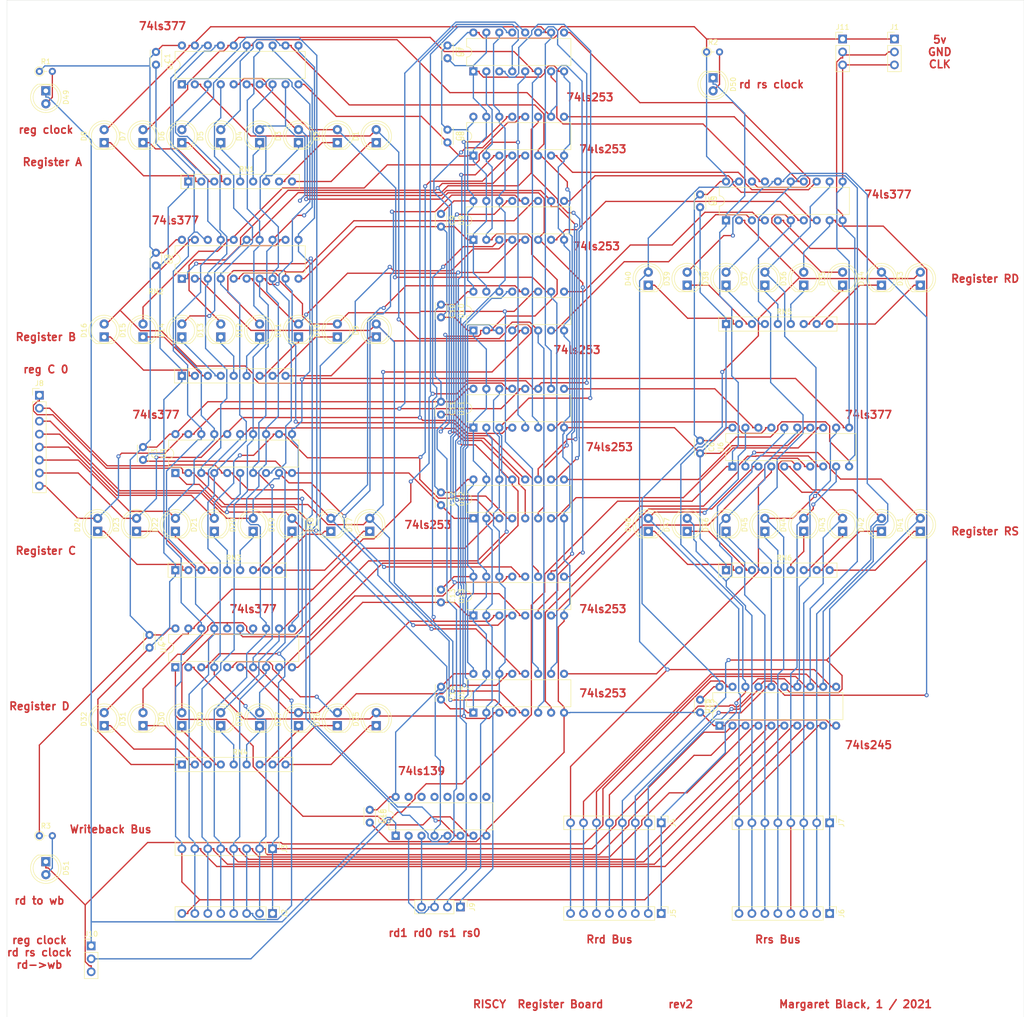
<source format=kicad_pcb>
(kicad_pcb (version 20171130) (host pcbnew 5.1.6-c6e7f7d~87~ubuntu16.04.1)
  (layers (0 F.Cu signal) (31 B.Cu signal) (34 B.Paste user) (35 F.Paste user) (36 B.SilkS user) (37 F.SilkS user) (38 B.Mask user) (39 F.Mask user) (44 Edge.Cuts user))
  (net 0 "")
  (net 1 GND)
  (net 2 +5V)
  (net 3 "Net-(D1-Pad2)")
  (net 4 "Net-(D1-Pad1)")
  (net 5 "Net-(D2-Pad2)")
  (net 6 "Net-(D2-Pad1)")
  (net 7 "Net-(D3-Pad2)")
  (net 8 "Net-(D3-Pad1)")
  (net 9 "Net-(D4-Pad2)")
  (net 10 "Net-(D4-Pad1)")
  (net 11 "Net-(D5-Pad2)")
  (net 12 "Net-(D5-Pad1)")
  (net 13 "Net-(D6-Pad2)")
  (net 14 "Net-(D6-Pad1)")
  (net 15 "Net-(D7-Pad2)")
  (net 16 "Net-(D7-Pad1)")
  (net 17 "Net-(D8-Pad2)")
  (net 18 "Net-(D8-Pad1)")
  (net 19 "Net-(D9-Pad2)")
  (net 20 "Net-(D9-Pad1)")
  (net 21 "Net-(D10-Pad2)")
  (net 22 "Net-(D10-Pad1)")
  (net 23 "Net-(D11-Pad2)")
  (net 24 "Net-(D11-Pad1)")
  (net 25 "Net-(D12-Pad2)")
  (net 26 "Net-(D12-Pad1)")
  (net 27 "Net-(D13-Pad2)")
  (net 28 "Net-(D13-Pad1)")
  (net 29 "Net-(D14-Pad2)")
  (net 30 "Net-(D14-Pad1)")
  (net 31 "Net-(D15-Pad2)")
  (net 32 "Net-(D15-Pad1)")
  (net 33 "Net-(D16-Pad2)")
  (net 34 "Net-(D16-Pad1)")
  (net 35 "Net-(D17-Pad1)")
  (net 36 "Net-(D18-Pad1)")
  (net 37 "Net-(D19-Pad1)")
  (net 38 "Net-(D20-Pad1)")
  (net 39 "Net-(D21-Pad1)")
  (net 40 "Net-(D22-Pad1)")
  (net 41 "Net-(D23-Pad1)")
  (net 42 "Net-(D24-Pad1)")
  (net 43 c0)
  (net 44 "Net-(D25-Pad1)")
  (net 45 c1)
  (net 46 "Net-(D26-Pad1)")
  (net 47 c2)
  (net 48 "Net-(D27-Pad1)")
  (net 49 c3)
  (net 50 "Net-(D28-Pad1)")
  (net 51 c4)
  (net 52 "Net-(D29-Pad1)")
  (net 53 c5)
  (net 54 "Net-(D30-Pad1)")
  (net 55 c6)
  (net 56 "Net-(D31-Pad1)")
  (net 57 c7)
  (net 58 "Net-(D32-Pad1)")
  (net 59 Rrd0)
  (net 60 "Net-(D33-Pad1)")
  (net 61 Rrd1)
  (net 62 "Net-(D34-Pad1)")
  (net 63 Rrd2)
  (net 64 "Net-(D35-Pad1)")
  (net 65 Rrd3)
  (net 66 "Net-(D36-Pad1)")
  (net 67 Rrd4)
  (net 68 "Net-(D37-Pad1)")
  (net 69 Rrd5)
  (net 70 "Net-(D38-Pad1)")
  (net 71 Rrd6)
  (net 72 "Net-(D39-Pad1)")
  (net 73 Rrd7)
  (net 74 "Net-(D40-Pad1)")
  (net 75 Rrs0)
  (net 76 "Net-(D41-Pad1)")
  (net 77 Rrs1)
  (net 78 "Net-(D42-Pad1)")
  (net 79 Rrs2)
  (net 80 "Net-(D43-Pad1)")
  (net 81 Rrs3)
  (net 82 "Net-(D44-Pad1)")
  (net 83 Rrs4)
  (net 84 "Net-(D45-Pad1)")
  (net 85 Rrs5)
  (net 86 "Net-(D46-Pad1)")
  (net 87 Rrs6)
  (net 88 "Net-(D47-Pad1)")
  (net 89 Rrs7)
  (net 90 "Net-(D48-Pad1)")
  (net 91 "Net-(D49-Pad2)")
  (net 92 regclk)
  (net 93 "Net-(D50-Pad2)")
  (net 94 rdrsclk)
  (net 95 "Net-(D51-Pad2)")
  (net 96 rdwb)
  (net 97 CLK)
  (net 98 wb7)
  (net 99 wb6)
  (net 100 wb5)
  (net 101 wb4)
  (net 102 wb3)
  (net 103 wb2)
  (net 104 wb1)
  (net 105 wb0)
  (net 106 rd1)
  (net 107 rd0)
  (net 108 rs1)
  (net 109 rs0)
  (net 110 "Net-(U1-Pad1)")
  (net 111 "Net-(U16-Pad5)")
  (net 112 "Net-(U16-Pad6)")
  (net 113 "Net-(U16-Pad7)")
  (net 114 "Net-(U5-Pad18)")
  (net 115 "Net-(U5-Pad8)")
  (net 116 "Net-(U5-Pad17)")
  (net 117 "Net-(U5-Pad7)")
  (net 118 "Net-(U5-Pad14)")
  (net 119 "Net-(U10-Pad9)")
  (net 120 "Net-(U5-Pad13)")
  (net 121 "Net-(U10-Pad7)")
  (net 122 "Net-(U11-Pad9)")
  (net 123 "Net-(U13-Pad9)")
  (net 124 "Net-(U11-Pad7)")
  (net 125 "Net-(U13-Pad7)")
  (net 126 "Net-(U12-Pad9)")
  (net 127 "Net-(U14-Pad9)")
  (net 128 "Net-(U12-Pad7)")
  (net 129 "Net-(U14-Pad7)")
  (net 130 "Net-(D25-Pad2)")
  (net 131 "Net-(D26-Pad2)")
  (net 132 "Net-(D27-Pad2)")
  (net 133 "Net-(D28-Pad2)")
  (net 134 "Net-(D29-Pad2)")
  (net 135 "Net-(D30-Pad2)")
  (net 136 "Net-(D31-Pad2)")
  (net 137 "Net-(D32-Pad2)")
  (module Connector_PinHeader_2.54mm:PinHeader_1x03_P2.54mm_Vertical (layer F.Cu) (at 163.83 7.62)
    (fp_text reference J11 (at 0 -2.33) (layer F.SilkS))
    (fp_text value Conn_01x03_Female)
    (pad 3 thru_hole oval (at 0 5.08) (size 1.7 1.7) (drill 1) (layers *.Cu *.Mask) (net 97 CLK))
    (pad 2 thru_hole oval (at 0 2.54) (size 1.7 1.7) (drill 1) (layers *.Cu *.Mask) (net 1 GND))
    (pad 1 thru_hole rect (at 0 0) (size 1.7 1.7) (drill 1) (layers *.Cu *.Mask) (net 2 +5V))
  )
  (module Package_DIP:DIP-16_W7.62mm (layer F.Cu) (at 76.2 163.83 90)
    (fp_text reference U16 (at 3.81 -2.33 90) (layer F.SilkS))
    (fp_text value 74LS139)
    (pad 16 thru_hole oval (at 7.62 0 90) (size 1.6 1.6) (drill 0.8) (layers *.Cu *.Mask) (net 2 +5V))
    (pad 8 thru_hole oval (at 0 17.78 90) (size 1.6 1.6) (drill 0.8) (layers *.Cu *.Mask) (net 1 GND))
    (pad 15 thru_hole oval (at 7.62 2.54 90) (size 1.6 1.6) (drill 0.8) (layers *.Cu *.Mask))
    (pad 7 thru_hole oval (at 0 15.24 90) (size 1.6 1.6) (drill 0.8) (layers *.Cu *.Mask) (net 113 "Net-(U16-Pad7)"))
    (pad 14 thru_hole oval (at 7.62 5.08 90) (size 1.6 1.6) (drill 0.8) (layers *.Cu *.Mask))
    (pad 6 thru_hole oval (at 0 12.7 90) (size 1.6 1.6) (drill 0.8) (layers *.Cu *.Mask) (net 112 "Net-(U16-Pad6)"))
    (pad 13 thru_hole oval (at 7.62 7.62 90) (size 1.6 1.6) (drill 0.8) (layers *.Cu *.Mask))
    (pad 5 thru_hole oval (at 0 10.16 90) (size 1.6 1.6) (drill 0.8) (layers *.Cu *.Mask) (net 111 "Net-(U16-Pad5)"))
    (pad 12 thru_hole oval (at 7.62 10.16 90) (size 1.6 1.6) (drill 0.8) (layers *.Cu *.Mask))
    (pad 4 thru_hole oval (at 0 7.62 90) (size 1.6 1.6) (drill 0.8) (layers *.Cu *.Mask) (net 110 "Net-(U1-Pad1)"))
    (pad 11 thru_hole oval (at 7.62 12.7 90) (size 1.6 1.6) (drill 0.8) (layers *.Cu *.Mask))
    (pad 3 thru_hole oval (at 0 5.08 90) (size 1.6 1.6) (drill 0.8) (layers *.Cu *.Mask) (net 106 rd1))
    (pad 10 thru_hole oval (at 7.62 15.24 90) (size 1.6 1.6) (drill 0.8) (layers *.Cu *.Mask))
    (pad 2 thru_hole oval (at 0 2.54 90) (size 1.6 1.6) (drill 0.8) (layers *.Cu *.Mask) (net 107 rd0))
    (pad 9 thru_hole oval (at 7.62 17.78 90) (size 1.6 1.6) (drill 0.8) (layers *.Cu *.Mask))
    (pad 1 thru_hole rect (at 0 0 90) (size 1.6 1.6) (drill 0.8) (layers *.Cu *.Mask) (net 92 regclk))
  )
  (module Package_DIP:DIP-20_W7.62mm (layer F.Cu) (at 139.7 142.24 90)
    (fp_text reference U15 (at 3.81 -2.33 90) (layer F.SilkS))
    (fp_text value 74LS245)
    (pad 20 thru_hole oval (at 7.62 0 90) (size 1.6 1.6) (drill 0.8) (layers *.Cu *.Mask) (net 2 +5V))
    (pad 10 thru_hole oval (at 0 22.86 90) (size 1.6 1.6) (drill 0.8) (layers *.Cu *.Mask) (net 1 GND))
    (pad 19 thru_hole oval (at 7.62 2.54 90) (size 1.6 1.6) (drill 0.8) (layers *.Cu *.Mask) (net 96 rdwb))
    (pad 9 thru_hole oval (at 0 20.32 90) (size 1.6 1.6) (drill 0.8) (layers *.Cu *.Mask) (net 98 wb7))
    (pad 18 thru_hole oval (at 7.62 5.08 90) (size 1.6 1.6) (drill 0.8) (layers *.Cu *.Mask) (net 59 Rrd0))
    (pad 8 thru_hole oval (at 0 17.78 90) (size 1.6 1.6) (drill 0.8) (layers *.Cu *.Mask) (net 99 wb6))
    (pad 17 thru_hole oval (at 7.62 7.62 90) (size 1.6 1.6) (drill 0.8) (layers *.Cu *.Mask) (net 61 Rrd1))
    (pad 7 thru_hole oval (at 0 15.24 90) (size 1.6 1.6) (drill 0.8) (layers *.Cu *.Mask) (net 100 wb5))
    (pad 16 thru_hole oval (at 7.62 10.16 90) (size 1.6 1.6) (drill 0.8) (layers *.Cu *.Mask) (net 63 Rrd2))
    (pad 6 thru_hole oval (at 0 12.7 90) (size 1.6 1.6) (drill 0.8) (layers *.Cu *.Mask) (net 101 wb4))
    (pad 15 thru_hole oval (at 7.62 12.7 90) (size 1.6 1.6) (drill 0.8) (layers *.Cu *.Mask) (net 65 Rrd3))
    (pad 5 thru_hole oval (at 0 10.16 90) (size 1.6 1.6) (drill 0.8) (layers *.Cu *.Mask) (net 102 wb3))
    (pad 14 thru_hole oval (at 7.62 15.24 90) (size 1.6 1.6) (drill 0.8) (layers *.Cu *.Mask) (net 67 Rrd4))
    (pad 4 thru_hole oval (at 0 7.62 90) (size 1.6 1.6) (drill 0.8) (layers *.Cu *.Mask) (net 103 wb2))
    (pad 13 thru_hole oval (at 7.62 17.78 90) (size 1.6 1.6) (drill 0.8) (layers *.Cu *.Mask) (net 69 Rrd5))
    (pad 3 thru_hole oval (at 0 5.08 90) (size 1.6 1.6) (drill 0.8) (layers *.Cu *.Mask) (net 104 wb1))
    (pad 12 thru_hole oval (at 7.62 20.32 90) (size 1.6 1.6) (drill 0.8) (layers *.Cu *.Mask) (net 71 Rrd6))
    (pad 2 thru_hole oval (at 0 2.54 90) (size 1.6 1.6) (drill 0.8) (layers *.Cu *.Mask) (net 105 wb0))
    (pad 11 thru_hole oval (at 7.62 22.86 90) (size 1.6 1.6) (drill 0.8) (layers *.Cu *.Mask) (net 73 Rrd7))
    (pad 1 thru_hole rect (at 0 0 90) (size 1.6 1.6) (drill 0.8) (layers *.Cu *.Mask) (net 1 GND))
  )
  (module Package_DIP:DIP-16_W7.62mm (layer F.Cu) (at 91.44 139.7 90)
    (fp_text reference U14 (at 3.81 -2.33 90) (layer F.SilkS))
    (fp_text value 74LS253)
    (pad 16 thru_hole oval (at 7.62 0 90) (size 1.6 1.6) (drill 0.8) (layers *.Cu *.Mask) (net 2 +5V))
    (pad 8 thru_hole oval (at 0 17.78 90) (size 1.6 1.6) (drill 0.8) (layers *.Cu *.Mask) (net 1 GND))
    (pad 15 thru_hole oval (at 7.62 2.54 90) (size 1.6 1.6) (drill 0.8) (layers *.Cu *.Mask) (net 1 GND))
    (pad 7 thru_hole oval (at 0 15.24 90) (size 1.6 1.6) (drill 0.8) (layers *.Cu *.Mask) (net 129 "Net-(U14-Pad7)"))
    (pad 14 thru_hole oval (at 7.62 5.08 90) (size 1.6 1.6) (drill 0.8) (layers *.Cu *.Mask) (net 109 rs0))
    (pad 6 thru_hole oval (at 0 12.7 90) (size 1.6 1.6) (drill 0.8) (layers *.Cu *.Mask) (net 3 "Net-(D1-Pad2)"))
    (pad 13 thru_hole oval (at 7.62 7.62 90) (size 1.6 1.6) (drill 0.8) (layers *.Cu *.Mask) (net 131 "Net-(D26-Pad2)"))
    (pad 5 thru_hole oval (at 0 10.16 90) (size 1.6 1.6) (drill 0.8) (layers *.Cu *.Mask) (net 19 "Net-(D9-Pad2)"))
    (pad 12 thru_hole oval (at 7.62 10.16 90) (size 1.6 1.6) (drill 0.8) (layers *.Cu *.Mask) (net 45 c1))
    (pad 4 thru_hole oval (at 0 7.62 90) (size 1.6 1.6) (drill 0.8) (layers *.Cu *.Mask) (net 43 c0))
    (pad 11 thru_hole oval (at 7.62 12.7 90) (size 1.6 1.6) (drill 0.8) (layers *.Cu *.Mask) (net 21 "Net-(D10-Pad2)"))
    (pad 3 thru_hole oval (at 0 5.08 90) (size 1.6 1.6) (drill 0.8) (layers *.Cu *.Mask) (net 130 "Net-(D25-Pad2)"))
    (pad 10 thru_hole oval (at 7.62 15.24 90) (size 1.6 1.6) (drill 0.8) (layers *.Cu *.Mask) (net 5 "Net-(D2-Pad2)"))
    (pad 2 thru_hole oval (at 0 2.54 90) (size 1.6 1.6) (drill 0.8) (layers *.Cu *.Mask) (net 108 rs1))
    (pad 9 thru_hole oval (at 7.62 17.78 90) (size 1.6 1.6) (drill 0.8) (layers *.Cu *.Mask) (net 127 "Net-(U14-Pad9)"))
    (pad 1 thru_hole rect (at 0 0 90) (size 1.6 1.6) (drill 0.8) (layers *.Cu *.Mask) (net 1 GND))
  )
  (module Package_DIP:DIP-16_W7.62mm (layer F.Cu) (at 91.44 120.65 90)
    (fp_text reference U13 (at 3.81 -2.33 90) (layer F.SilkS))
    (fp_text value 74LS253)
    (pad 16 thru_hole oval (at 7.62 0 90) (size 1.6 1.6) (drill 0.8) (layers *.Cu *.Mask) (net 2 +5V))
    (pad 8 thru_hole oval (at 0 17.78 90) (size 1.6 1.6) (drill 0.8) (layers *.Cu *.Mask) (net 1 GND))
    (pad 15 thru_hole oval (at 7.62 2.54 90) (size 1.6 1.6) (drill 0.8) (layers *.Cu *.Mask) (net 1 GND))
    (pad 7 thru_hole oval (at 0 15.24 90) (size 1.6 1.6) (drill 0.8) (layers *.Cu *.Mask) (net 125 "Net-(U13-Pad7)"))
    (pad 14 thru_hole oval (at 7.62 5.08 90) (size 1.6 1.6) (drill 0.8) (layers *.Cu *.Mask) (net 109 rs0))
    (pad 6 thru_hole oval (at 0 12.7 90) (size 1.6 1.6) (drill 0.8) (layers *.Cu *.Mask) (net 7 "Net-(D3-Pad2)"))
    (pad 13 thru_hole oval (at 7.62 7.62 90) (size 1.6 1.6) (drill 0.8) (layers *.Cu *.Mask) (net 133 "Net-(D28-Pad2)"))
    (pad 5 thru_hole oval (at 0 10.16 90) (size 1.6 1.6) (drill 0.8) (layers *.Cu *.Mask) (net 23 "Net-(D11-Pad2)"))
    (pad 12 thru_hole oval (at 7.62 10.16 90) (size 1.6 1.6) (drill 0.8) (layers *.Cu *.Mask) (net 49 c3))
    (pad 4 thru_hole oval (at 0 7.62 90) (size 1.6 1.6) (drill 0.8) (layers *.Cu *.Mask) (net 47 c2))
    (pad 11 thru_hole oval (at 7.62 12.7 90) (size 1.6 1.6) (drill 0.8) (layers *.Cu *.Mask) (net 25 "Net-(D12-Pad2)"))
    (pad 3 thru_hole oval (at 0 5.08 90) (size 1.6 1.6) (drill 0.8) (layers *.Cu *.Mask) (net 132 "Net-(D27-Pad2)"))
    (pad 10 thru_hole oval (at 7.62 15.24 90) (size 1.6 1.6) (drill 0.8) (layers *.Cu *.Mask) (net 9 "Net-(D4-Pad2)"))
    (pad 2 thru_hole oval (at 0 2.54 90) (size 1.6 1.6) (drill 0.8) (layers *.Cu *.Mask) (net 108 rs1))
    (pad 9 thru_hole oval (at 7.62 17.78 90) (size 1.6 1.6) (drill 0.8) (layers *.Cu *.Mask) (net 123 "Net-(U13-Pad9)"))
    (pad 1 thru_hole rect (at 0 0 90) (size 1.6 1.6) (drill 0.8) (layers *.Cu *.Mask) (net 1 GND))
  )
  (module Package_DIP:DIP-16_W7.62mm (layer F.Cu) (at 91.44 101.6 90)
    (fp_text reference U12 (at 3.81 -2.33 90) (layer F.SilkS))
    (fp_text value 74LS253)
    (pad 16 thru_hole oval (at 7.62 0 90) (size 1.6 1.6) (drill 0.8) (layers *.Cu *.Mask) (net 2 +5V))
    (pad 8 thru_hole oval (at 0 17.78 90) (size 1.6 1.6) (drill 0.8) (layers *.Cu *.Mask) (net 1 GND))
    (pad 15 thru_hole oval (at 7.62 2.54 90) (size 1.6 1.6) (drill 0.8) (layers *.Cu *.Mask) (net 1 GND))
    (pad 7 thru_hole oval (at 0 15.24 90) (size 1.6 1.6) (drill 0.8) (layers *.Cu *.Mask) (net 128 "Net-(U12-Pad7)"))
    (pad 14 thru_hole oval (at 7.62 5.08 90) (size 1.6 1.6) (drill 0.8) (layers *.Cu *.Mask) (net 109 rs0))
    (pad 6 thru_hole oval (at 0 12.7 90) (size 1.6 1.6) (drill 0.8) (layers *.Cu *.Mask) (net 11 "Net-(D5-Pad2)"))
    (pad 13 thru_hole oval (at 7.62 7.62 90) (size 1.6 1.6) (drill 0.8) (layers *.Cu *.Mask) (net 135 "Net-(D30-Pad2)"))
    (pad 5 thru_hole oval (at 0 10.16 90) (size 1.6 1.6) (drill 0.8) (layers *.Cu *.Mask) (net 27 "Net-(D13-Pad2)"))
    (pad 12 thru_hole oval (at 7.62 10.16 90) (size 1.6 1.6) (drill 0.8) (layers *.Cu *.Mask) (net 53 c5))
    (pad 4 thru_hole oval (at 0 7.62 90) (size 1.6 1.6) (drill 0.8) (layers *.Cu *.Mask) (net 51 c4))
    (pad 11 thru_hole oval (at 7.62 12.7 90) (size 1.6 1.6) (drill 0.8) (layers *.Cu *.Mask) (net 29 "Net-(D14-Pad2)"))
    (pad 3 thru_hole oval (at 0 5.08 90) (size 1.6 1.6) (drill 0.8) (layers *.Cu *.Mask) (net 134 "Net-(D29-Pad2)"))
    (pad 10 thru_hole oval (at 7.62 15.24 90) (size 1.6 1.6) (drill 0.8) (layers *.Cu *.Mask) (net 13 "Net-(D6-Pad2)"))
    (pad 2 thru_hole oval (at 0 2.54 90) (size 1.6 1.6) (drill 0.8) (layers *.Cu *.Mask) (net 108 rs1))
    (pad 9 thru_hole oval (at 7.62 17.78 90) (size 1.6 1.6) (drill 0.8) (layers *.Cu *.Mask) (net 126 "Net-(U12-Pad9)"))
    (pad 1 thru_hole rect (at 0 0 90) (size 1.6 1.6) (drill 0.8) (layers *.Cu *.Mask) (net 1 GND))
  )
  (module Package_DIP:DIP-16_W7.62mm (layer F.Cu) (at 91.44 83.82 90)
    (fp_text reference U11 (at 3.81 -2.33 90) (layer F.SilkS))
    (fp_text value 74LS253)
    (pad 16 thru_hole oval (at 7.62 0 90) (size 1.6 1.6) (drill 0.8) (layers *.Cu *.Mask) (net 2 +5V))
    (pad 8 thru_hole oval (at 0 17.78 90) (size 1.6 1.6) (drill 0.8) (layers *.Cu *.Mask) (net 1 GND))
    (pad 15 thru_hole oval (at 7.62 2.54 90) (size 1.6 1.6) (drill 0.8) (layers *.Cu *.Mask) (net 1 GND))
    (pad 7 thru_hole oval (at 0 15.24 90) (size 1.6 1.6) (drill 0.8) (layers *.Cu *.Mask) (net 124 "Net-(U11-Pad7)"))
    (pad 14 thru_hole oval (at 7.62 5.08 90) (size 1.6 1.6) (drill 0.8) (layers *.Cu *.Mask) (net 109 rs0))
    (pad 6 thru_hole oval (at 0 12.7 90) (size 1.6 1.6) (drill 0.8) (layers *.Cu *.Mask) (net 15 "Net-(D7-Pad2)"))
    (pad 13 thru_hole oval (at 7.62 7.62 90) (size 1.6 1.6) (drill 0.8) (layers *.Cu *.Mask) (net 137 "Net-(D32-Pad2)"))
    (pad 5 thru_hole oval (at 0 10.16 90) (size 1.6 1.6) (drill 0.8) (layers *.Cu *.Mask) (net 31 "Net-(D15-Pad2)"))
    (pad 12 thru_hole oval (at 7.62 10.16 90) (size 1.6 1.6) (drill 0.8) (layers *.Cu *.Mask) (net 57 c7))
    (pad 4 thru_hole oval (at 0 7.62 90) (size 1.6 1.6) (drill 0.8) (layers *.Cu *.Mask) (net 55 c6))
    (pad 11 thru_hole oval (at 7.62 12.7 90) (size 1.6 1.6) (drill 0.8) (layers *.Cu *.Mask) (net 33 "Net-(D16-Pad2)"))
    (pad 3 thru_hole oval (at 0 5.08 90) (size 1.6 1.6) (drill 0.8) (layers *.Cu *.Mask) (net 136 "Net-(D31-Pad2)"))
    (pad 10 thru_hole oval (at 7.62 15.24 90) (size 1.6 1.6) (drill 0.8) (layers *.Cu *.Mask) (net 17 "Net-(D8-Pad2)"))
    (pad 2 thru_hole oval (at 0 2.54 90) (size 1.6 1.6) (drill 0.8) (layers *.Cu *.Mask) (net 108 rs1))
    (pad 9 thru_hole oval (at 7.62 17.78 90) (size 1.6 1.6) (drill 0.8) (layers *.Cu *.Mask) (net 122 "Net-(U11-Pad9)"))
    (pad 1 thru_hole rect (at 0 0 90) (size 1.6 1.6) (drill 0.8) (layers *.Cu *.Mask) (net 1 GND))
  )
  (module Package_DIP:DIP-16_W7.62mm (layer F.Cu) (at 91.44 64.77 90)
    (fp_text reference U10 (at 3.81 -2.33 90) (layer F.SilkS))
    (fp_text value 74LS253)
    (pad 16 thru_hole oval (at 7.62 0 90) (size 1.6 1.6) (drill 0.8) (layers *.Cu *.Mask) (net 2 +5V))
    (pad 8 thru_hole oval (at 0 17.78 90) (size 1.6 1.6) (drill 0.8) (layers *.Cu *.Mask) (net 1 GND))
    (pad 15 thru_hole oval (at 7.62 2.54 90) (size 1.6 1.6) (drill 0.8) (layers *.Cu *.Mask) (net 1 GND))
    (pad 7 thru_hole oval (at 0 15.24 90) (size 1.6 1.6) (drill 0.8) (layers *.Cu *.Mask) (net 121 "Net-(U10-Pad7)"))
    (pad 14 thru_hole oval (at 7.62 5.08 90) (size 1.6 1.6) (drill 0.8) (layers *.Cu *.Mask) (net 107 rd0))
    (pad 6 thru_hole oval (at 0 12.7 90) (size 1.6 1.6) (drill 0.8) (layers *.Cu *.Mask) (net 3 "Net-(D1-Pad2)"))
    (pad 13 thru_hole oval (at 7.62 7.62 90) (size 1.6 1.6) (drill 0.8) (layers *.Cu *.Mask) (net 131 "Net-(D26-Pad2)"))
    (pad 5 thru_hole oval (at 0 10.16 90) (size 1.6 1.6) (drill 0.8) (layers *.Cu *.Mask) (net 19 "Net-(D9-Pad2)"))
    (pad 12 thru_hole oval (at 7.62 10.16 90) (size 1.6 1.6) (drill 0.8) (layers *.Cu *.Mask) (net 45 c1))
    (pad 4 thru_hole oval (at 0 7.62 90) (size 1.6 1.6) (drill 0.8) (layers *.Cu *.Mask) (net 43 c0))
    (pad 11 thru_hole oval (at 7.62 12.7 90) (size 1.6 1.6) (drill 0.8) (layers *.Cu *.Mask) (net 21 "Net-(D10-Pad2)"))
    (pad 3 thru_hole oval (at 0 5.08 90) (size 1.6 1.6) (drill 0.8) (layers *.Cu *.Mask) (net 130 "Net-(D25-Pad2)"))
    (pad 10 thru_hole oval (at 7.62 15.24 90) (size 1.6 1.6) (drill 0.8) (layers *.Cu *.Mask) (net 5 "Net-(D2-Pad2)"))
    (pad 2 thru_hole oval (at 0 2.54 90) (size 1.6 1.6) (drill 0.8) (layers *.Cu *.Mask) (net 106 rd1))
    (pad 9 thru_hole oval (at 7.62 17.78 90) (size 1.6 1.6) (drill 0.8) (layers *.Cu *.Mask) (net 119 "Net-(U10-Pad9)"))
    (pad 1 thru_hole rect (at 0 0 90) (size 1.6 1.6) (drill 0.8) (layers *.Cu *.Mask) (net 1 GND))
  )
  (module Package_DIP:DIP-16_W7.62mm (layer F.Cu) (at 91.44 46.99 90)
    (fp_text reference U9 (at 3.81 -2.33 90) (layer F.SilkS))
    (fp_text value 74LS253)
    (pad 16 thru_hole oval (at 7.62 0 90) (size 1.6 1.6) (drill 0.8) (layers *.Cu *.Mask) (net 2 +5V))
    (pad 8 thru_hole oval (at 0 17.78 90) (size 1.6 1.6) (drill 0.8) (layers *.Cu *.Mask) (net 1 GND))
    (pad 15 thru_hole oval (at 7.62 2.54 90) (size 1.6 1.6) (drill 0.8) (layers *.Cu *.Mask) (net 1 GND))
    (pad 7 thru_hole oval (at 0 15.24 90) (size 1.6 1.6) (drill 0.8) (layers *.Cu *.Mask) (net 117 "Net-(U5-Pad7)"))
    (pad 14 thru_hole oval (at 7.62 5.08 90) (size 1.6 1.6) (drill 0.8) (layers *.Cu *.Mask) (net 107 rd0))
    (pad 6 thru_hole oval (at 0 12.7 90) (size 1.6 1.6) (drill 0.8) (layers *.Cu *.Mask) (net 7 "Net-(D3-Pad2)"))
    (pad 13 thru_hole oval (at 7.62 7.62 90) (size 1.6 1.6) (drill 0.8) (layers *.Cu *.Mask) (net 133 "Net-(D28-Pad2)"))
    (pad 5 thru_hole oval (at 0 10.16 90) (size 1.6 1.6) (drill 0.8) (layers *.Cu *.Mask) (net 23 "Net-(D11-Pad2)"))
    (pad 12 thru_hole oval (at 7.62 10.16 90) (size 1.6 1.6) (drill 0.8) (layers *.Cu *.Mask) (net 49 c3))
    (pad 4 thru_hole oval (at 0 7.62 90) (size 1.6 1.6) (drill 0.8) (layers *.Cu *.Mask) (net 47 c2))
    (pad 11 thru_hole oval (at 7.62 12.7 90) (size 1.6 1.6) (drill 0.8) (layers *.Cu *.Mask) (net 25 "Net-(D12-Pad2)"))
    (pad 3 thru_hole oval (at 0 5.08 90) (size 1.6 1.6) (drill 0.8) (layers *.Cu *.Mask) (net 132 "Net-(D27-Pad2)"))
    (pad 10 thru_hole oval (at 7.62 15.24 90) (size 1.6 1.6) (drill 0.8) (layers *.Cu *.Mask) (net 9 "Net-(D4-Pad2)"))
    (pad 2 thru_hole oval (at 0 2.54 90) (size 1.6 1.6) (drill 0.8) (layers *.Cu *.Mask) (net 106 rd1))
    (pad 9 thru_hole oval (at 7.62 17.78 90) (size 1.6 1.6) (drill 0.8) (layers *.Cu *.Mask) (net 115 "Net-(U5-Pad8)"))
    (pad 1 thru_hole rect (at 0 0 90) (size 1.6 1.6) (drill 0.8) (layers *.Cu *.Mask) (net 1 GND))
  )
  (module Package_DIP:DIP-16_W7.62mm (layer F.Cu) (at 91.44 30.48 90)
    (fp_text reference U8 (at 3.81 -2.33 90) (layer F.SilkS))
    (fp_text value 74LS253)
    (pad 16 thru_hole oval (at 7.62 0 90) (size 1.6 1.6) (drill 0.8) (layers *.Cu *.Mask) (net 2 +5V))
    (pad 8 thru_hole oval (at 0 17.78 90) (size 1.6 1.6) (drill 0.8) (layers *.Cu *.Mask) (net 1 GND))
    (pad 15 thru_hole oval (at 7.62 2.54 90) (size 1.6 1.6) (drill 0.8) (layers *.Cu *.Mask) (net 1 GND))
    (pad 7 thru_hole oval (at 0 15.24 90) (size 1.6 1.6) (drill 0.8) (layers *.Cu *.Mask) (net 120 "Net-(U5-Pad13)"))
    (pad 14 thru_hole oval (at 7.62 5.08 90) (size 1.6 1.6) (drill 0.8) (layers *.Cu *.Mask) (net 107 rd0))
    (pad 6 thru_hole oval (at 0 12.7 90) (size 1.6 1.6) (drill 0.8) (layers *.Cu *.Mask) (net 11 "Net-(D5-Pad2)"))
    (pad 13 thru_hole oval (at 7.62 7.62 90) (size 1.6 1.6) (drill 0.8) (layers *.Cu *.Mask) (net 135 "Net-(D30-Pad2)"))
    (pad 5 thru_hole oval (at 0 10.16 90) (size 1.6 1.6) (drill 0.8) (layers *.Cu *.Mask) (net 27 "Net-(D13-Pad2)"))
    (pad 12 thru_hole oval (at 7.62 10.16 90) (size 1.6 1.6) (drill 0.8) (layers *.Cu *.Mask) (net 53 c5))
    (pad 4 thru_hole oval (at 0 7.62 90) (size 1.6 1.6) (drill 0.8) (layers *.Cu *.Mask) (net 51 c4))
    (pad 11 thru_hole oval (at 7.62 12.7 90) (size 1.6 1.6) (drill 0.8) (layers *.Cu *.Mask) (net 29 "Net-(D14-Pad2)"))
    (pad 3 thru_hole oval (at 0 5.08 90) (size 1.6 1.6) (drill 0.8) (layers *.Cu *.Mask) (net 134 "Net-(D29-Pad2)"))
    (pad 10 thru_hole oval (at 7.62 15.24 90) (size 1.6 1.6) (drill 0.8) (layers *.Cu *.Mask) (net 13 "Net-(D6-Pad2)"))
    (pad 2 thru_hole oval (at 0 2.54 90) (size 1.6 1.6) (drill 0.8) (layers *.Cu *.Mask) (net 106 rd1))
    (pad 9 thru_hole oval (at 7.62 17.78 90) (size 1.6 1.6) (drill 0.8) (layers *.Cu *.Mask) (net 118 "Net-(U5-Pad14)"))
    (pad 1 thru_hole rect (at 0 0 90) (size 1.6 1.6) (drill 0.8) (layers *.Cu *.Mask) (net 1 GND))
  )
  (module Package_DIP:DIP-16_W7.62mm (layer F.Cu) (at 91.44 13.97 90)
    (fp_text reference U7 (at 3.81 -2.33 90) (layer F.SilkS))
    (fp_text value 74LS253)
    (pad 16 thru_hole oval (at 7.62 0 90) (size 1.6 1.6) (drill 0.8) (layers *.Cu *.Mask) (net 2 +5V))
    (pad 8 thru_hole oval (at 0 17.78 90) (size 1.6 1.6) (drill 0.8) (layers *.Cu *.Mask) (net 1 GND))
    (pad 15 thru_hole oval (at 7.62 2.54 90) (size 1.6 1.6) (drill 0.8) (layers *.Cu *.Mask) (net 1 GND))
    (pad 7 thru_hole oval (at 0 15.24 90) (size 1.6 1.6) (drill 0.8) (layers *.Cu *.Mask) (net 116 "Net-(U5-Pad17)"))
    (pad 14 thru_hole oval (at 7.62 5.08 90) (size 1.6 1.6) (drill 0.8) (layers *.Cu *.Mask) (net 107 rd0))
    (pad 6 thru_hole oval (at 0 12.7 90) (size 1.6 1.6) (drill 0.8) (layers *.Cu *.Mask) (net 15 "Net-(D7-Pad2)"))
    (pad 13 thru_hole oval (at 7.62 7.62 90) (size 1.6 1.6) (drill 0.8) (layers *.Cu *.Mask) (net 137 "Net-(D32-Pad2)"))
    (pad 5 thru_hole oval (at 0 10.16 90) (size 1.6 1.6) (drill 0.8) (layers *.Cu *.Mask) (net 31 "Net-(D15-Pad2)"))
    (pad 12 thru_hole oval (at 7.62 10.16 90) (size 1.6 1.6) (drill 0.8) (layers *.Cu *.Mask) (net 57 c7))
    (pad 4 thru_hole oval (at 0 7.62 90) (size 1.6 1.6) (drill 0.8) (layers *.Cu *.Mask) (net 55 c6))
    (pad 11 thru_hole oval (at 7.62 12.7 90) (size 1.6 1.6) (drill 0.8) (layers *.Cu *.Mask) (net 33 "Net-(D16-Pad2)"))
    (pad 3 thru_hole oval (at 0 5.08 90) (size 1.6 1.6) (drill 0.8) (layers *.Cu *.Mask) (net 136 "Net-(D31-Pad2)"))
    (pad 10 thru_hole oval (at 7.62 15.24 90) (size 1.6 1.6) (drill 0.8) (layers *.Cu *.Mask) (net 17 "Net-(D8-Pad2)"))
    (pad 2 thru_hole oval (at 0 2.54 90) (size 1.6 1.6) (drill 0.8) (layers *.Cu *.Mask) (net 106 rd1))
    (pad 9 thru_hole oval (at 7.62 17.78 90) (size 1.6 1.6) (drill 0.8) (layers *.Cu *.Mask) (net 114 "Net-(U5-Pad18)"))
    (pad 1 thru_hole rect (at 0 0 90) (size 1.6 1.6) (drill 0.8) (layers *.Cu *.Mask) (net 1 GND))
  )
  (module Package_DIP:DIP-20_W7.62mm (layer F.Cu) (at 142.24 91.44 90)
    (fp_text reference U6 (at 3.81 -2.33 90) (layer F.SilkS))
    (fp_text value 74LS377)
    (pad 20 thru_hole oval (at 7.62 0 90) (size 1.6 1.6) (drill 0.8) (layers *.Cu *.Mask) (net 2 +5V))
    (pad 10 thru_hole oval (at 0 22.86 90) (size 1.6 1.6) (drill 0.8) (layers *.Cu *.Mask) (net 1 GND))
    (pad 19 thru_hole oval (at 7.62 2.54 90) (size 1.6 1.6) (drill 0.8) (layers *.Cu *.Mask) (net 89 Rrs7))
    (pad 9 thru_hole oval (at 0 20.32 90) (size 1.6 1.6) (drill 0.8) (layers *.Cu *.Mask) (net 81 Rrs3))
    (pad 18 thru_hole oval (at 7.62 5.08 90) (size 1.6 1.6) (drill 0.8) (layers *.Cu *.Mask) (net 122 "Net-(U11-Pad9)"))
    (pad 8 thru_hole oval (at 0 17.78 90) (size 1.6 1.6) (drill 0.8) (layers *.Cu *.Mask) (net 123 "Net-(U13-Pad9)"))
    (pad 17 thru_hole oval (at 7.62 7.62 90) (size 1.6 1.6) (drill 0.8) (layers *.Cu *.Mask) (net 124 "Net-(U11-Pad7)"))
    (pad 7 thru_hole oval (at 0 15.24 90) (size 1.6 1.6) (drill 0.8) (layers *.Cu *.Mask) (net 125 "Net-(U13-Pad7)"))
    (pad 16 thru_hole oval (at 7.62 10.16 90) (size 1.6 1.6) (drill 0.8) (layers *.Cu *.Mask) (net 87 Rrs6))
    (pad 6 thru_hole oval (at 0 12.7 90) (size 1.6 1.6) (drill 0.8) (layers *.Cu *.Mask) (net 79 Rrs2))
    (pad 15 thru_hole oval (at 7.62 12.7 90) (size 1.6 1.6) (drill 0.8) (layers *.Cu *.Mask) (net 85 Rrs5))
    (pad 5 thru_hole oval (at 0 10.16 90) (size 1.6 1.6) (drill 0.8) (layers *.Cu *.Mask) (net 77 Rrs1))
    (pad 14 thru_hole oval (at 7.62 15.24 90) (size 1.6 1.6) (drill 0.8) (layers *.Cu *.Mask) (net 126 "Net-(U12-Pad9)"))
    (pad 4 thru_hole oval (at 0 7.62 90) (size 1.6 1.6) (drill 0.8) (layers *.Cu *.Mask) (net 127 "Net-(U14-Pad9)"))
    (pad 13 thru_hole oval (at 7.62 17.78 90) (size 1.6 1.6) (drill 0.8) (layers *.Cu *.Mask) (net 128 "Net-(U12-Pad7)"))
    (pad 3 thru_hole oval (at 0 5.08 90) (size 1.6 1.6) (drill 0.8) (layers *.Cu *.Mask) (net 129 "Net-(U14-Pad7)"))
    (pad 12 thru_hole oval (at 7.62 20.32 90) (size 1.6 1.6) (drill 0.8) (layers *.Cu *.Mask) (net 83 Rrs4))
    (pad 2 thru_hole oval (at 0 2.54 90) (size 1.6 1.6) (drill 0.8) (layers *.Cu *.Mask) (net 75 Rrs0))
    (pad 11 thru_hole oval (at 7.62 22.86 90) (size 1.6 1.6) (drill 0.8) (layers *.Cu *.Mask) (net 97 CLK))
    (pad 1 thru_hole rect (at 0 0 90) (size 1.6 1.6) (drill 0.8) (layers *.Cu *.Mask) (net 94 rdrsclk))
  )
  (module Package_DIP:DIP-20_W7.62mm (layer F.Cu) (at 140.97 43.18 90)
    (fp_text reference U5 (at 3.81 -2.33 90) (layer F.SilkS))
    (fp_text value 74LS377)
    (pad 20 thru_hole oval (at 7.62 0 90) (size 1.6 1.6) (drill 0.8) (layers *.Cu *.Mask) (net 2 +5V))
    (pad 10 thru_hole oval (at 0 22.86 90) (size 1.6 1.6) (drill 0.8) (layers *.Cu *.Mask) (net 1 GND))
    (pad 19 thru_hole oval (at 7.62 2.54 90) (size 1.6 1.6) (drill 0.8) (layers *.Cu *.Mask) (net 73 Rrd7))
    (pad 9 thru_hole oval (at 0 20.32 90) (size 1.6 1.6) (drill 0.8) (layers *.Cu *.Mask) (net 65 Rrd3))
    (pad 18 thru_hole oval (at 7.62 5.08 90) (size 1.6 1.6) (drill 0.8) (layers *.Cu *.Mask) (net 114 "Net-(U5-Pad18)"))
    (pad 8 thru_hole oval (at 0 17.78 90) (size 1.6 1.6) (drill 0.8) (layers *.Cu *.Mask) (net 115 "Net-(U5-Pad8)"))
    (pad 17 thru_hole oval (at 7.62 7.62 90) (size 1.6 1.6) (drill 0.8) (layers *.Cu *.Mask) (net 116 "Net-(U5-Pad17)"))
    (pad 7 thru_hole oval (at 0 15.24 90) (size 1.6 1.6) (drill 0.8) (layers *.Cu *.Mask) (net 117 "Net-(U5-Pad7)"))
    (pad 16 thru_hole oval (at 7.62 10.16 90) (size 1.6 1.6) (drill 0.8) (layers *.Cu *.Mask) (net 71 Rrd6))
    (pad 6 thru_hole oval (at 0 12.7 90) (size 1.6 1.6) (drill 0.8) (layers *.Cu *.Mask) (net 63 Rrd2))
    (pad 15 thru_hole oval (at 7.62 12.7 90) (size 1.6 1.6) (drill 0.8) (layers *.Cu *.Mask) (net 69 Rrd5))
    (pad 5 thru_hole oval (at 0 10.16 90) (size 1.6 1.6) (drill 0.8) (layers *.Cu *.Mask) (net 61 Rrd1))
    (pad 14 thru_hole oval (at 7.62 15.24 90) (size 1.6 1.6) (drill 0.8) (layers *.Cu *.Mask) (net 118 "Net-(U5-Pad14)"))
    (pad 4 thru_hole oval (at 0 7.62 90) (size 1.6 1.6) (drill 0.8) (layers *.Cu *.Mask) (net 119 "Net-(U10-Pad9)"))
    (pad 13 thru_hole oval (at 7.62 17.78 90) (size 1.6 1.6) (drill 0.8) (layers *.Cu *.Mask) (net 120 "Net-(U5-Pad13)"))
    (pad 3 thru_hole oval (at 0 5.08 90) (size 1.6 1.6) (drill 0.8) (layers *.Cu *.Mask) (net 121 "Net-(U10-Pad7)"))
    (pad 12 thru_hole oval (at 7.62 20.32 90) (size 1.6 1.6) (drill 0.8) (layers *.Cu *.Mask) (net 67 Rrd4))
    (pad 2 thru_hole oval (at 0 2.54 90) (size 1.6 1.6) (drill 0.8) (layers *.Cu *.Mask) (net 59 Rrd0))
    (pad 11 thru_hole oval (at 7.62 22.86 90) (size 1.6 1.6) (drill 0.8) (layers *.Cu *.Mask) (net 97 CLK))
    (pad 1 thru_hole rect (at 0 0 90) (size 1.6 1.6) (drill 0.8) (layers *.Cu *.Mask) (net 94 rdrsclk))
  )
  (module Package_DIP:DIP-20_W7.62mm (layer F.Cu) (at 33.02 130.81 90)
    (fp_text reference U4 (at 3.81 -2.33 90) (layer F.SilkS))
    (fp_text value 74LS377)
    (pad 20 thru_hole oval (at 7.62 0 90) (size 1.6 1.6) (drill 0.8) (layers *.Cu *.Mask) (net 2 +5V))
    (pad 10 thru_hole oval (at 0 22.86 90) (size 1.6 1.6) (drill 0.8) (layers *.Cu *.Mask) (net 1 GND))
    (pad 19 thru_hole oval (at 7.62 2.54 90) (size 1.6 1.6) (drill 0.8) (layers *.Cu *.Mask) (net 137 "Net-(D32-Pad2)"))
    (pad 9 thru_hole oval (at 0 20.32 90) (size 1.6 1.6) (drill 0.8) (layers *.Cu *.Mask) (net 133 "Net-(D28-Pad2)"))
    (pad 18 thru_hole oval (at 7.62 5.08 90) (size 1.6 1.6) (drill 0.8) (layers *.Cu *.Mask) (net 98 wb7))
    (pad 8 thru_hole oval (at 0 17.78 90) (size 1.6 1.6) (drill 0.8) (layers *.Cu *.Mask) (net 102 wb3))
    (pad 17 thru_hole oval (at 7.62 7.62 90) (size 1.6 1.6) (drill 0.8) (layers *.Cu *.Mask) (net 99 wb6))
    (pad 7 thru_hole oval (at 0 15.24 90) (size 1.6 1.6) (drill 0.8) (layers *.Cu *.Mask) (net 103 wb2))
    (pad 16 thru_hole oval (at 7.62 10.16 90) (size 1.6 1.6) (drill 0.8) (layers *.Cu *.Mask) (net 136 "Net-(D31-Pad2)"))
    (pad 6 thru_hole oval (at 0 12.7 90) (size 1.6 1.6) (drill 0.8) (layers *.Cu *.Mask) (net 132 "Net-(D27-Pad2)"))
    (pad 15 thru_hole oval (at 7.62 12.7 90) (size 1.6 1.6) (drill 0.8) (layers *.Cu *.Mask) (net 135 "Net-(D30-Pad2)"))
    (pad 5 thru_hole oval (at 0 10.16 90) (size 1.6 1.6) (drill 0.8) (layers *.Cu *.Mask) (net 131 "Net-(D26-Pad2)"))
    (pad 14 thru_hole oval (at 7.62 15.24 90) (size 1.6 1.6) (drill 0.8) (layers *.Cu *.Mask) (net 100 wb5))
    (pad 4 thru_hole oval (at 0 7.62 90) (size 1.6 1.6) (drill 0.8) (layers *.Cu *.Mask) (net 104 wb1))
    (pad 13 thru_hole oval (at 7.62 17.78 90) (size 1.6 1.6) (drill 0.8) (layers *.Cu *.Mask) (net 101 wb4))
    (pad 3 thru_hole oval (at 0 5.08 90) (size 1.6 1.6) (drill 0.8) (layers *.Cu *.Mask) (net 105 wb0))
    (pad 12 thru_hole oval (at 7.62 20.32 90) (size 1.6 1.6) (drill 0.8) (layers *.Cu *.Mask) (net 134 "Net-(D29-Pad2)"))
    (pad 2 thru_hole oval (at 0 2.54 90) (size 1.6 1.6) (drill 0.8) (layers *.Cu *.Mask) (net 130 "Net-(D25-Pad2)"))
    (pad 11 thru_hole oval (at 7.62 22.86 90) (size 1.6 1.6) (drill 0.8) (layers *.Cu *.Mask) (net 97 CLK))
    (pad 1 thru_hole rect (at 0 0 90) (size 1.6 1.6) (drill 0.8) (layers *.Cu *.Mask) (net 113 "Net-(U16-Pad7)"))
  )
  (module Package_DIP:DIP-20_W7.62mm (layer F.Cu) (at 33.02 92.71 90)
    (fp_text reference U3 (at 3.81 -2.33 90) (layer F.SilkS))
    (fp_text value 74LS377)
    (pad 20 thru_hole oval (at 7.62 0 90) (size 1.6 1.6) (drill 0.8) (layers *.Cu *.Mask) (net 2 +5V))
    (pad 10 thru_hole oval (at 0 22.86 90) (size 1.6 1.6) (drill 0.8) (layers *.Cu *.Mask) (net 1 GND))
    (pad 19 thru_hole oval (at 7.62 2.54 90) (size 1.6 1.6) (drill 0.8) (layers *.Cu *.Mask) (net 57 c7))
    (pad 9 thru_hole oval (at 0 20.32 90) (size 1.6 1.6) (drill 0.8) (layers *.Cu *.Mask) (net 49 c3))
    (pad 18 thru_hole oval (at 7.62 5.08 90) (size 1.6 1.6) (drill 0.8) (layers *.Cu *.Mask) (net 98 wb7))
    (pad 8 thru_hole oval (at 0 17.78 90) (size 1.6 1.6) (drill 0.8) (layers *.Cu *.Mask) (net 102 wb3))
    (pad 17 thru_hole oval (at 7.62 7.62 90) (size 1.6 1.6) (drill 0.8) (layers *.Cu *.Mask) (net 99 wb6))
    (pad 7 thru_hole oval (at 0 15.24 90) (size 1.6 1.6) (drill 0.8) (layers *.Cu *.Mask) (net 103 wb2))
    (pad 16 thru_hole oval (at 7.62 10.16 90) (size 1.6 1.6) (drill 0.8) (layers *.Cu *.Mask) (net 55 c6))
    (pad 6 thru_hole oval (at 0 12.7 90) (size 1.6 1.6) (drill 0.8) (layers *.Cu *.Mask) (net 47 c2))
    (pad 15 thru_hole oval (at 7.62 12.7 90) (size 1.6 1.6) (drill 0.8) (layers *.Cu *.Mask) (net 53 c5))
    (pad 5 thru_hole oval (at 0 10.16 90) (size 1.6 1.6) (drill 0.8) (layers *.Cu *.Mask) (net 45 c1))
    (pad 14 thru_hole oval (at 7.62 15.24 90) (size 1.6 1.6) (drill 0.8) (layers *.Cu *.Mask) (net 100 wb5))
    (pad 4 thru_hole oval (at 0 7.62 90) (size 1.6 1.6) (drill 0.8) (layers *.Cu *.Mask) (net 104 wb1))
    (pad 13 thru_hole oval (at 7.62 17.78 90) (size 1.6 1.6) (drill 0.8) (layers *.Cu *.Mask) (net 101 wb4))
    (pad 3 thru_hole oval (at 0 5.08 90) (size 1.6 1.6) (drill 0.8) (layers *.Cu *.Mask) (net 105 wb0))
    (pad 12 thru_hole oval (at 7.62 20.32 90) (size 1.6 1.6) (drill 0.8) (layers *.Cu *.Mask) (net 51 c4))
    (pad 2 thru_hole oval (at 0 2.54 90) (size 1.6 1.6) (drill 0.8) (layers *.Cu *.Mask) (net 43 c0))
    (pad 11 thru_hole oval (at 7.62 22.86 90) (size 1.6 1.6) (drill 0.8) (layers *.Cu *.Mask) (net 97 CLK))
    (pad 1 thru_hole rect (at 0 0 90) (size 1.6 1.6) (drill 0.8) (layers *.Cu *.Mask) (net 112 "Net-(U16-Pad6)"))
  )
  (module Package_DIP:DIP-20_W7.62mm (layer F.Cu) (at 34.29 54.61 90)
    (fp_text reference U2 (at 3.81 -2.33 90) (layer F.SilkS))
    (fp_text value 74LS377)
    (pad 20 thru_hole oval (at 7.62 0 90) (size 1.6 1.6) (drill 0.8) (layers *.Cu *.Mask) (net 2 +5V))
    (pad 10 thru_hole oval (at 0 22.86 90) (size 1.6 1.6) (drill 0.8) (layers *.Cu *.Mask) (net 1 GND))
    (pad 19 thru_hole oval (at 7.62 2.54 90) (size 1.6 1.6) (drill 0.8) (layers *.Cu *.Mask) (net 33 "Net-(D16-Pad2)"))
    (pad 9 thru_hole oval (at 0 20.32 90) (size 1.6 1.6) (drill 0.8) (layers *.Cu *.Mask) (net 25 "Net-(D12-Pad2)"))
    (pad 18 thru_hole oval (at 7.62 5.08 90) (size 1.6 1.6) (drill 0.8) (layers *.Cu *.Mask) (net 98 wb7))
    (pad 8 thru_hole oval (at 0 17.78 90) (size 1.6 1.6) (drill 0.8) (layers *.Cu *.Mask) (net 102 wb3))
    (pad 17 thru_hole oval (at 7.62 7.62 90) (size 1.6 1.6) (drill 0.8) (layers *.Cu *.Mask) (net 99 wb6))
    (pad 7 thru_hole oval (at 0 15.24 90) (size 1.6 1.6) (drill 0.8) (layers *.Cu *.Mask) (net 103 wb2))
    (pad 16 thru_hole oval (at 7.62 10.16 90) (size 1.6 1.6) (drill 0.8) (layers *.Cu *.Mask) (net 31 "Net-(D15-Pad2)"))
    (pad 6 thru_hole oval (at 0 12.7 90) (size 1.6 1.6) (drill 0.8) (layers *.Cu *.Mask) (net 23 "Net-(D11-Pad2)"))
    (pad 15 thru_hole oval (at 7.62 12.7 90) (size 1.6 1.6) (drill 0.8) (layers *.Cu *.Mask) (net 29 "Net-(D14-Pad2)"))
    (pad 5 thru_hole oval (at 0 10.16 90) (size 1.6 1.6) (drill 0.8) (layers *.Cu *.Mask) (net 21 "Net-(D10-Pad2)"))
    (pad 14 thru_hole oval (at 7.62 15.24 90) (size 1.6 1.6) (drill 0.8) (layers *.Cu *.Mask) (net 100 wb5))
    (pad 4 thru_hole oval (at 0 7.62 90) (size 1.6 1.6) (drill 0.8) (layers *.Cu *.Mask) (net 104 wb1))
    (pad 13 thru_hole oval (at 7.62 17.78 90) (size 1.6 1.6) (drill 0.8) (layers *.Cu *.Mask) (net 101 wb4))
    (pad 3 thru_hole oval (at 0 5.08 90) (size 1.6 1.6) (drill 0.8) (layers *.Cu *.Mask) (net 105 wb0))
    (pad 12 thru_hole oval (at 7.62 20.32 90) (size 1.6 1.6) (drill 0.8) (layers *.Cu *.Mask) (net 27 "Net-(D13-Pad2)"))
    (pad 2 thru_hole oval (at 0 2.54 90) (size 1.6 1.6) (drill 0.8) (layers *.Cu *.Mask) (net 19 "Net-(D9-Pad2)"))
    (pad 11 thru_hole oval (at 7.62 22.86 90) (size 1.6 1.6) (drill 0.8) (layers *.Cu *.Mask) (net 97 CLK))
    (pad 1 thru_hole rect (at 0 0 90) (size 1.6 1.6) (drill 0.8) (layers *.Cu *.Mask) (net 111 "Net-(U16-Pad5)"))
  )
  (module Package_DIP:DIP-20_W7.62mm (layer F.Cu) (at 34.29 16.51 90)
    (fp_text reference U1 (at 3.81 -2.33 90) (layer F.SilkS))
    (fp_text value 74LS377)
    (pad 20 thru_hole oval (at 7.62 0 90) (size 1.6 1.6) (drill 0.8) (layers *.Cu *.Mask) (net 2 +5V))
    (pad 10 thru_hole oval (at 0 22.86 90) (size 1.6 1.6) (drill 0.8) (layers *.Cu *.Mask) (net 1 GND))
    (pad 19 thru_hole oval (at 7.62 2.54 90) (size 1.6 1.6) (drill 0.8) (layers *.Cu *.Mask) (net 17 "Net-(D8-Pad2)"))
    (pad 9 thru_hole oval (at 0 20.32 90) (size 1.6 1.6) (drill 0.8) (layers *.Cu *.Mask) (net 9 "Net-(D4-Pad2)"))
    (pad 18 thru_hole oval (at 7.62 5.08 90) (size 1.6 1.6) (drill 0.8) (layers *.Cu *.Mask) (net 98 wb7))
    (pad 8 thru_hole oval (at 0 17.78 90) (size 1.6 1.6) (drill 0.8) (layers *.Cu *.Mask) (net 102 wb3))
    (pad 17 thru_hole oval (at 7.62 7.62 90) (size 1.6 1.6) (drill 0.8) (layers *.Cu *.Mask) (net 99 wb6))
    (pad 7 thru_hole oval (at 0 15.24 90) (size 1.6 1.6) (drill 0.8) (layers *.Cu *.Mask) (net 103 wb2))
    (pad 16 thru_hole oval (at 7.62 10.16 90) (size 1.6 1.6) (drill 0.8) (layers *.Cu *.Mask) (net 15 "Net-(D7-Pad2)"))
    (pad 6 thru_hole oval (at 0 12.7 90) (size 1.6 1.6) (drill 0.8) (layers *.Cu *.Mask) (net 7 "Net-(D3-Pad2)"))
    (pad 15 thru_hole oval (at 7.62 12.7 90) (size 1.6 1.6) (drill 0.8) (layers *.Cu *.Mask) (net 13 "Net-(D6-Pad2)"))
    (pad 5 thru_hole oval (at 0 10.16 90) (size 1.6 1.6) (drill 0.8) (layers *.Cu *.Mask) (net 5 "Net-(D2-Pad2)"))
    (pad 14 thru_hole oval (at 7.62 15.24 90) (size 1.6 1.6) (drill 0.8) (layers *.Cu *.Mask) (net 100 wb5))
    (pad 4 thru_hole oval (at 0 7.62 90) (size 1.6 1.6) (drill 0.8) (layers *.Cu *.Mask) (net 104 wb1))
    (pad 13 thru_hole oval (at 7.62 17.78 90) (size 1.6 1.6) (drill 0.8) (layers *.Cu *.Mask) (net 101 wb4))
    (pad 3 thru_hole oval (at 0 5.08 90) (size 1.6 1.6) (drill 0.8) (layers *.Cu *.Mask) (net 105 wb0))
    (pad 12 thru_hole oval (at 7.62 20.32 90) (size 1.6 1.6) (drill 0.8) (layers *.Cu *.Mask) (net 11 "Net-(D5-Pad2)"))
    (pad 2 thru_hole oval (at 0 2.54 90) (size 1.6 1.6) (drill 0.8) (layers *.Cu *.Mask) (net 3 "Net-(D1-Pad2)"))
    (pad 11 thru_hole oval (at 7.62 22.86 90) (size 1.6 1.6) (drill 0.8) (layers *.Cu *.Mask) (net 97 CLK))
    (pad 1 thru_hole rect (at 0 0 90) (size 1.6 1.6) (drill 0.8) (layers *.Cu *.Mask) (net 110 "Net-(U1-Pad1)"))
  )
  (module Resistor_THT:R_Array_SIP9 (layer F.Cu) (at 140.97 111.76)
    (fp_text reference RN6 (at 11.43 -2.4) (layer F.SilkS))
    (fp_text value R_Network08)
    (pad 9 thru_hole oval (at 20.32 0) (size 1.6 1.6) (drill 0.8) (layers *.Cu *.Mask) (net 76 "Net-(D41-Pad1)"))
    (pad 8 thru_hole oval (at 17.78 0) (size 1.6 1.6) (drill 0.8) (layers *.Cu *.Mask) (net 78 "Net-(D42-Pad1)"))
    (pad 7 thru_hole oval (at 15.24 0) (size 1.6 1.6) (drill 0.8) (layers *.Cu *.Mask) (net 80 "Net-(D43-Pad1)"))
    (pad 6 thru_hole oval (at 12.7 0) (size 1.6 1.6) (drill 0.8) (layers *.Cu *.Mask) (net 82 "Net-(D44-Pad1)"))
    (pad 5 thru_hole oval (at 10.16 0) (size 1.6 1.6) (drill 0.8) (layers *.Cu *.Mask) (net 84 "Net-(D45-Pad1)"))
    (pad 4 thru_hole oval (at 7.62 0) (size 1.6 1.6) (drill 0.8) (layers *.Cu *.Mask) (net 86 "Net-(D46-Pad1)"))
    (pad 3 thru_hole oval (at 5.08 0) (size 1.6 1.6) (drill 0.8) (layers *.Cu *.Mask) (net 88 "Net-(D47-Pad1)"))
    (pad 2 thru_hole oval (at 2.54 0) (size 1.6 1.6) (drill 0.8) (layers *.Cu *.Mask) (net 90 "Net-(D48-Pad1)"))
    (pad 1 thru_hole rect (at 0 0) (size 1.6 1.6) (drill 0.8) (layers *.Cu *.Mask) (net 1 GND))
  )
  (module Resistor_THT:R_Array_SIP9 (layer F.Cu) (at 140.97 63.5)
    (fp_text reference RN5 (at 11.43 -2.4) (layer F.SilkS))
    (fp_text value R_Network08)
    (pad 9 thru_hole oval (at 20.32 0) (size 1.6 1.6) (drill 0.8) (layers *.Cu *.Mask) (net 60 "Net-(D33-Pad1)"))
    (pad 8 thru_hole oval (at 17.78 0) (size 1.6 1.6) (drill 0.8) (layers *.Cu *.Mask) (net 62 "Net-(D34-Pad1)"))
    (pad 7 thru_hole oval (at 15.24 0) (size 1.6 1.6) (drill 0.8) (layers *.Cu *.Mask) (net 64 "Net-(D35-Pad1)"))
    (pad 6 thru_hole oval (at 12.7 0) (size 1.6 1.6) (drill 0.8) (layers *.Cu *.Mask) (net 66 "Net-(D36-Pad1)"))
    (pad 5 thru_hole oval (at 10.16 0) (size 1.6 1.6) (drill 0.8) (layers *.Cu *.Mask) (net 68 "Net-(D37-Pad1)"))
    (pad 4 thru_hole oval (at 7.62 0) (size 1.6 1.6) (drill 0.8) (layers *.Cu *.Mask) (net 70 "Net-(D38-Pad1)"))
    (pad 3 thru_hole oval (at 5.08 0) (size 1.6 1.6) (drill 0.8) (layers *.Cu *.Mask) (net 72 "Net-(D39-Pad1)"))
    (pad 2 thru_hole oval (at 2.54 0) (size 1.6 1.6) (drill 0.8) (layers *.Cu *.Mask) (net 74 "Net-(D40-Pad1)"))
    (pad 1 thru_hole rect (at 0 0) (size 1.6 1.6) (drill 0.8) (layers *.Cu *.Mask) (net 1 GND))
  )
  (module Resistor_THT:R_Array_SIP9 (layer F.Cu) (at 34.29 149.86)
    (fp_text reference RN4 (at 11.43 -2.4) (layer F.SilkS))
    (fp_text value R_Network08)
    (pad 9 thru_hole oval (at 20.32 0) (size 1.6 1.6) (drill 0.8) (layers *.Cu *.Mask) (net 44 "Net-(D25-Pad1)"))
    (pad 8 thru_hole oval (at 17.78 0) (size 1.6 1.6) (drill 0.8) (layers *.Cu *.Mask) (net 46 "Net-(D26-Pad1)"))
    (pad 7 thru_hole oval (at 15.24 0) (size 1.6 1.6) (drill 0.8) (layers *.Cu *.Mask) (net 48 "Net-(D27-Pad1)"))
    (pad 6 thru_hole oval (at 12.7 0) (size 1.6 1.6) (drill 0.8) (layers *.Cu *.Mask) (net 50 "Net-(D28-Pad1)"))
    (pad 5 thru_hole oval (at 10.16 0) (size 1.6 1.6) (drill 0.8) (layers *.Cu *.Mask) (net 52 "Net-(D29-Pad1)"))
    (pad 4 thru_hole oval (at 7.62 0) (size 1.6 1.6) (drill 0.8) (layers *.Cu *.Mask) (net 54 "Net-(D30-Pad1)"))
    (pad 3 thru_hole oval (at 5.08 0) (size 1.6 1.6) (drill 0.8) (layers *.Cu *.Mask) (net 56 "Net-(D31-Pad1)"))
    (pad 2 thru_hole oval (at 2.54 0) (size 1.6 1.6) (drill 0.8) (layers *.Cu *.Mask) (net 58 "Net-(D32-Pad1)"))
    (pad 1 thru_hole rect (at 0 0) (size 1.6 1.6) (drill 0.8) (layers *.Cu *.Mask) (net 1 GND))
  )
  (module Resistor_THT:R_Array_SIP9 (layer F.Cu) (at 33.02 111.76)
    (fp_text reference RN3 (at 11.43 -2.4) (layer F.SilkS))
    (fp_text value R_Network08)
    (pad 9 thru_hole oval (at 20.32 0) (size 1.6 1.6) (drill 0.8) (layers *.Cu *.Mask) (net 35 "Net-(D17-Pad1)"))
    (pad 8 thru_hole oval (at 17.78 0) (size 1.6 1.6) (drill 0.8) (layers *.Cu *.Mask) (net 36 "Net-(D18-Pad1)"))
    (pad 7 thru_hole oval (at 15.24 0) (size 1.6 1.6) (drill 0.8) (layers *.Cu *.Mask) (net 37 "Net-(D19-Pad1)"))
    (pad 6 thru_hole oval (at 12.7 0) (size 1.6 1.6) (drill 0.8) (layers *.Cu *.Mask) (net 38 "Net-(D20-Pad1)"))
    (pad 5 thru_hole oval (at 10.16 0) (size 1.6 1.6) (drill 0.8) (layers *.Cu *.Mask) (net 39 "Net-(D21-Pad1)"))
    (pad 4 thru_hole oval (at 7.62 0) (size 1.6 1.6) (drill 0.8) (layers *.Cu *.Mask) (net 40 "Net-(D22-Pad1)"))
    (pad 3 thru_hole oval (at 5.08 0) (size 1.6 1.6) (drill 0.8) (layers *.Cu *.Mask) (net 41 "Net-(D23-Pad1)"))
    (pad 2 thru_hole oval (at 2.54 0) (size 1.6 1.6) (drill 0.8) (layers *.Cu *.Mask) (net 42 "Net-(D24-Pad1)"))
    (pad 1 thru_hole rect (at 0 0) (size 1.6 1.6) (drill 0.8) (layers *.Cu *.Mask) (net 1 GND))
  )
  (module Resistor_THT:R_Array_SIP9 (layer F.Cu) (at 34.29 73.66)
    (fp_text reference RN2 (at -5.08 -16.51) (layer F.SilkS))
    (fp_text value R_Network08)
    (pad 9 thru_hole oval (at 20.32 0) (size 1.6 1.6) (drill 0.8) (layers *.Cu *.Mask) (net 20 "Net-(D9-Pad1)"))
    (pad 8 thru_hole oval (at 17.78 0) (size 1.6 1.6) (drill 0.8) (layers *.Cu *.Mask) (net 22 "Net-(D10-Pad1)"))
    (pad 7 thru_hole oval (at 15.24 0) (size 1.6 1.6) (drill 0.8) (layers *.Cu *.Mask) (net 24 "Net-(D11-Pad1)"))
    (pad 6 thru_hole oval (at 12.7 0) (size 1.6 1.6) (drill 0.8) (layers *.Cu *.Mask) (net 26 "Net-(D12-Pad1)"))
    (pad 5 thru_hole oval (at 10.16 0) (size 1.6 1.6) (drill 0.8) (layers *.Cu *.Mask) (net 28 "Net-(D13-Pad1)"))
    (pad 4 thru_hole oval (at 7.62 0) (size 1.6 1.6) (drill 0.8) (layers *.Cu *.Mask) (net 30 "Net-(D14-Pad1)"))
    (pad 3 thru_hole oval (at 5.08 0) (size 1.6 1.6) (drill 0.8) (layers *.Cu *.Mask) (net 32 "Net-(D15-Pad1)"))
    (pad 2 thru_hole oval (at 2.54 0) (size 1.6 1.6) (drill 0.8) (layers *.Cu *.Mask) (net 34 "Net-(D16-Pad1)"))
    (pad 1 thru_hole rect (at 0 0) (size 1.6 1.6) (drill 0.8) (layers *.Cu *.Mask) (net 1 GND))
  )
  (module Resistor_THT:R_Array_SIP9 (layer F.Cu) (at 35.56 35.56)
    (fp_text reference RN1 (at 11.43 -2.4) (layer F.SilkS))
    (fp_text value R_Network08)
    (pad 9 thru_hole oval (at 20.32 0) (size 1.6 1.6) (drill 0.8) (layers *.Cu *.Mask) (net 4 "Net-(D1-Pad1)"))
    (pad 8 thru_hole oval (at 17.78 0) (size 1.6 1.6) (drill 0.8) (layers *.Cu *.Mask) (net 6 "Net-(D2-Pad1)"))
    (pad 7 thru_hole oval (at 15.24 0) (size 1.6 1.6) (drill 0.8) (layers *.Cu *.Mask) (net 8 "Net-(D3-Pad1)"))
    (pad 6 thru_hole oval (at 12.7 0) (size 1.6 1.6) (drill 0.8) (layers *.Cu *.Mask) (net 10 "Net-(D4-Pad1)"))
    (pad 5 thru_hole oval (at 10.16 0) (size 1.6 1.6) (drill 0.8) (layers *.Cu *.Mask) (net 12 "Net-(D5-Pad1)"))
    (pad 4 thru_hole oval (at 7.62 0) (size 1.6 1.6) (drill 0.8) (layers *.Cu *.Mask) (net 14 "Net-(D6-Pad1)"))
    (pad 3 thru_hole oval (at 5.08 0) (size 1.6 1.6) (drill 0.8) (layers *.Cu *.Mask) (net 16 "Net-(D7-Pad1)"))
    (pad 2 thru_hole oval (at 2.54 0) (size 1.6 1.6) (drill 0.8) (layers *.Cu *.Mask) (net 18 "Net-(D8-Pad1)"))
    (pad 1 thru_hole rect (at 0 0) (size 1.6 1.6) (drill 0.8) (layers *.Cu *.Mask) (net 1 GND))
  )
  (module Resistor_THT:R_Axial_DIN0204_L3.6mm_D1.6mm_P2.54mm_Vertical (layer F.Cu) (at 6.35 163.83)
    (fp_text reference R3 (at 1.27 -1.92) (layer F.SilkS))
    (fp_text value R)
    (pad 2 thru_hole oval (at 2.54 0) (size 1.4 1.4) (drill 0.7) (layers *.Cu *.Mask) (net 95 "Net-(D51-Pad2)"))
    (pad 1 thru_hole circle (at 0 0) (size 1.4 1.4) (drill 0.7) (layers *.Cu *.Mask) (net 2 +5V))
  )
  (module Resistor_THT:R_Axial_DIN0204_L3.6mm_D1.6mm_P2.54mm_Vertical (layer F.Cu) (at 137.16 10.16)
    (fp_text reference R2 (at 1.27 -1.92) (layer F.SilkS))
    (fp_text value R)
    (pad 2 thru_hole oval (at 2.54 0) (size 1.4 1.4) (drill 0.7) (layers *.Cu *.Mask) (net 93 "Net-(D50-Pad2)"))
    (pad 1 thru_hole circle (at 0 0) (size 1.4 1.4) (drill 0.7) (layers *.Cu *.Mask) (net 2 +5V))
  )
  (module Resistor_THT:R_Axial_DIN0204_L3.6mm_D1.6mm_P2.54mm_Vertical (layer F.Cu) (at 6.35 13.97)
    (fp_text reference R1 (at 1.27 -1.92) (layer F.SilkS))
    (fp_text value R)
    (pad 2 thru_hole oval (at 2.54 0) (size 1.4 1.4) (drill 0.7) (layers *.Cu *.Mask) (net 91 "Net-(D49-Pad2)"))
    (pad 1 thru_hole circle (at 0 0) (size 1.4 1.4) (drill 0.7) (layers *.Cu *.Mask) (net 2 +5V))
  )
  (module Connector_PinHeader_2.54mm:PinHeader_1x03_P2.54mm_Vertical (layer F.Cu) (at 16.51 185.42)
    (fp_text reference J10 (at 0 -2.33) (layer F.SilkS))
    (fp_text value Conn_01x03_Female)
    (pad 3 thru_hole oval (at 0 5.08) (size 1.7 1.7) (drill 1) (layers *.Cu *.Mask) (net 96 rdwb))
    (pad 2 thru_hole oval (at 0 2.54) (size 1.7 1.7) (drill 1) (layers *.Cu *.Mask) (net 94 rdrsclk))
    (pad 1 thru_hole rect (at 0 0) (size 1.7 1.7) (drill 1) (layers *.Cu *.Mask) (net 92 regclk))
  )
  (module Connector_PinHeader_2.54mm:PinHeader_1x04_P2.54mm_Vertical (layer F.Cu) (at 88.9 177.8 270)
    (fp_text reference J9 (at 0 -2.33 90) (layer F.SilkS))
    (fp_text value Conn_01x04_Female)
    (pad 4 thru_hole oval (at 0 7.62 270) (size 1.7 1.7) (drill 1) (layers *.Cu *.Mask) (net 106 rd1))
    (pad 3 thru_hole oval (at 0 5.08 270) (size 1.7 1.7) (drill 1) (layers *.Cu *.Mask) (net 107 rd0))
    (pad 2 thru_hole oval (at 0 2.54 270) (size 1.7 1.7) (drill 1) (layers *.Cu *.Mask) (net 108 rs1))
    (pad 1 thru_hole rect (at 0 0 270) (size 1.7 1.7) (drill 1) (layers *.Cu *.Mask) (net 109 rs0))
  )
  (module Connector_PinHeader_2.54mm:PinHeader_1x08_P2.54mm_Vertical (layer F.Cu) (at 6.35 77.47)
    (fp_text reference J8 (at 0 -2.33) (layer F.SilkS))
    (fp_text value Conn_01x08_Female)
    (pad 8 thru_hole oval (at 0 17.78) (size 1.7 1.7) (drill 1) (layers *.Cu *.Mask) (net 57 c7))
    (pad 7 thru_hole oval (at 0 15.24) (size 1.7 1.7) (drill 1) (layers *.Cu *.Mask) (net 55 c6))
    (pad 6 thru_hole oval (at 0 12.7) (size 1.7 1.7) (drill 1) (layers *.Cu *.Mask) (net 53 c5))
    (pad 5 thru_hole oval (at 0 10.16) (size 1.7 1.7) (drill 1) (layers *.Cu *.Mask) (net 51 c4))
    (pad 4 thru_hole oval (at 0 7.62) (size 1.7 1.7) (drill 1) (layers *.Cu *.Mask) (net 49 c3))
    (pad 3 thru_hole oval (at 0 5.08) (size 1.7 1.7) (drill 1) (layers *.Cu *.Mask) (net 47 c2))
    (pad 2 thru_hole oval (at 0 2.54) (size 1.7 1.7) (drill 1) (layers *.Cu *.Mask) (net 45 c1))
    (pad 1 thru_hole rect (at 0 0) (size 1.7 1.7) (drill 1) (layers *.Cu *.Mask) (net 43 c0))
  )
  (module Connector_PinHeader_2.54mm:PinHeader_1x08_P2.54mm_Vertical (layer F.Cu) (at 161.29 161.29 270)
    (fp_text reference J7 (at 0 -2.33 90) (layer F.SilkS))
    (fp_text value Conn_01x08_Female)
    (pad 8 thru_hole oval (at 0 17.78 270) (size 1.7 1.7) (drill 1) (layers *.Cu *.Mask) (net 89 Rrs7))
    (pad 7 thru_hole oval (at 0 15.24 270) (size 1.7 1.7) (drill 1) (layers *.Cu *.Mask) (net 87 Rrs6))
    (pad 6 thru_hole oval (at 0 12.7 270) (size 1.7 1.7) (drill 1) (layers *.Cu *.Mask) (net 85 Rrs5))
    (pad 5 thru_hole oval (at 0 10.16 270) (size 1.7 1.7) (drill 1) (layers *.Cu *.Mask) (net 83 Rrs4))
    (pad 4 thru_hole oval (at 0 7.62 270) (size 1.7 1.7) (drill 1) (layers *.Cu *.Mask) (net 81 Rrs3))
    (pad 3 thru_hole oval (at 0 5.08 270) (size 1.7 1.7) (drill 1) (layers *.Cu *.Mask) (net 79 Rrs2))
    (pad 2 thru_hole oval (at 0 2.54 270) (size 1.7 1.7) (drill 1) (layers *.Cu *.Mask) (net 77 Rrs1))
    (pad 1 thru_hole rect (at 0 0 270) (size 1.7 1.7) (drill 1) (layers *.Cu *.Mask) (net 75 Rrs0))
  )
  (module Connector_PinHeader_2.54mm:PinHeader_1x08_P2.54mm_Vertical (layer F.Cu) (at 161.29 179.07 270)
    (fp_text reference J6 (at 0 -2.33 90) (layer F.SilkS))
    (fp_text value Conn_01x08_Female)
    (pad 8 thru_hole oval (at 0 17.78 270) (size 1.7 1.7) (drill 1) (layers *.Cu *.Mask) (net 89 Rrs7))
    (pad 7 thru_hole oval (at 0 15.24 270) (size 1.7 1.7) (drill 1) (layers *.Cu *.Mask) (net 87 Rrs6))
    (pad 6 thru_hole oval (at 0 12.7 270) (size 1.7 1.7) (drill 1) (layers *.Cu *.Mask) (net 85 Rrs5))
    (pad 5 thru_hole oval (at 0 10.16 270) (size 1.7 1.7) (drill 1) (layers *.Cu *.Mask) (net 83 Rrs4))
    (pad 4 thru_hole oval (at 0 7.62 270) (size 1.7 1.7) (drill 1) (layers *.Cu *.Mask) (net 81 Rrs3))
    (pad 3 thru_hole oval (at 0 5.08 270) (size 1.7 1.7) (drill 1) (layers *.Cu *.Mask) (net 79 Rrs2))
    (pad 2 thru_hole oval (at 0 2.54 270) (size 1.7 1.7) (drill 1) (layers *.Cu *.Mask) (net 77 Rrs1))
    (pad 1 thru_hole rect (at 0 0 270) (size 1.7 1.7) (drill 1) (layers *.Cu *.Mask) (net 75 Rrs0))
  )
  (module Connector_PinHeader_2.54mm:PinHeader_1x08_P2.54mm_Vertical (layer F.Cu) (at 128.27 179.07 270)
    (fp_text reference J5 (at 0 -2.33 90) (layer F.SilkS))
    (fp_text value Conn_01x08_Female)
    (pad 8 thru_hole oval (at 0 17.78 270) (size 1.7 1.7) (drill 1) (layers *.Cu *.Mask) (net 73 Rrd7))
    (pad 7 thru_hole oval (at 0 15.24 270) (size 1.7 1.7) (drill 1) (layers *.Cu *.Mask) (net 71 Rrd6))
    (pad 6 thru_hole oval (at 0 12.7 270) (size 1.7 1.7) (drill 1) (layers *.Cu *.Mask) (net 69 Rrd5))
    (pad 5 thru_hole oval (at 0 10.16 270) (size 1.7 1.7) (drill 1) (layers *.Cu *.Mask) (net 67 Rrd4))
    (pad 4 thru_hole oval (at 0 7.62 270) (size 1.7 1.7) (drill 1) (layers *.Cu *.Mask) (net 65 Rrd3))
    (pad 3 thru_hole oval (at 0 5.08 270) (size 1.7 1.7) (drill 1) (layers *.Cu *.Mask) (net 63 Rrd2))
    (pad 2 thru_hole oval (at 0 2.54 270) (size 1.7 1.7) (drill 1) (layers *.Cu *.Mask) (net 61 Rrd1))
    (pad 1 thru_hole rect (at 0 0 270) (size 1.7 1.7) (drill 1) (layers *.Cu *.Mask) (net 59 Rrd0))
  )
  (module Connector_PinHeader_2.54mm:PinHeader_1x08_P2.54mm_Vertical (layer F.Cu) (at 128.27 161.29 270)
    (fp_text reference J4 (at 0 -2.33 90) (layer F.SilkS))
    (fp_text value Conn_01x08_Female)
    (pad 8 thru_hole oval (at 0 17.78 270) (size 1.7 1.7) (drill 1) (layers *.Cu *.Mask) (net 73 Rrd7))
    (pad 7 thru_hole oval (at 0 15.24 270) (size 1.7 1.7) (drill 1) (layers *.Cu *.Mask) (net 71 Rrd6))
    (pad 6 thru_hole oval (at 0 12.7 270) (size 1.7 1.7) (drill 1) (layers *.Cu *.Mask) (net 69 Rrd5))
    (pad 5 thru_hole oval (at 0 10.16 270) (size 1.7 1.7) (drill 1) (layers *.Cu *.Mask) (net 67 Rrd4))
    (pad 4 thru_hole oval (at 0 7.62 270) (size 1.7 1.7) (drill 1) (layers *.Cu *.Mask) (net 65 Rrd3))
    (pad 3 thru_hole oval (at 0 5.08 270) (size 1.7 1.7) (drill 1) (layers *.Cu *.Mask) (net 63 Rrd2))
    (pad 2 thru_hole oval (at 0 2.54 270) (size 1.7 1.7) (drill 1) (layers *.Cu *.Mask) (net 61 Rrd1))
    (pad 1 thru_hole rect (at 0 0 270) (size 1.7 1.7) (drill 1) (layers *.Cu *.Mask) (net 59 Rrd0))
  )
  (module Connector_PinHeader_2.54mm:PinHeader_1x08_P2.54mm_Vertical (layer F.Cu) (at 52.07 166.37 270)
    (fp_text reference J3 (at 0 -2.33 90) (layer F.SilkS))
    (fp_text value Conn_01x08_Female)
    (pad 8 thru_hole oval (at 0 17.78 270) (size 1.7 1.7) (drill 1) (layers *.Cu *.Mask) (net 98 wb7))
    (pad 7 thru_hole oval (at 0 15.24 270) (size 1.7 1.7) (drill 1) (layers *.Cu *.Mask) (net 99 wb6))
    (pad 6 thru_hole oval (at 0 12.7 270) (size 1.7 1.7) (drill 1) (layers *.Cu *.Mask) (net 100 wb5))
    (pad 5 thru_hole oval (at 0 10.16 270) (size 1.7 1.7) (drill 1) (layers *.Cu *.Mask) (net 101 wb4))
    (pad 4 thru_hole oval (at 0 7.62 270) (size 1.7 1.7) (drill 1) (layers *.Cu *.Mask) (net 102 wb3))
    (pad 3 thru_hole oval (at 0 5.08 270) (size 1.7 1.7) (drill 1) (layers *.Cu *.Mask) (net 103 wb2))
    (pad 2 thru_hole oval (at 0 2.54 270) (size 1.7 1.7) (drill 1) (layers *.Cu *.Mask) (net 104 wb1))
    (pad 1 thru_hole rect (at 0 0 270) (size 1.7 1.7) (drill 1) (layers *.Cu *.Mask) (net 105 wb0))
  )
  (module Connector_PinHeader_2.54mm:PinHeader_1x08_P2.54mm_Vertical (layer F.Cu) (at 52.07 179.07 270)
    (fp_text reference J2 (at 0 -2.33 90) (layer F.SilkS))
    (fp_text value Conn_01x08_Female)
    (pad 8 thru_hole oval (at 0 17.78 270) (size 1.7 1.7) (drill 1) (layers *.Cu *.Mask) (net 98 wb7))
    (pad 7 thru_hole oval (at 0 15.24 270) (size 1.7 1.7) (drill 1) (layers *.Cu *.Mask) (net 99 wb6))
    (pad 6 thru_hole oval (at 0 12.7 270) (size 1.7 1.7) (drill 1) (layers *.Cu *.Mask) (net 100 wb5))
    (pad 5 thru_hole oval (at 0 10.16 270) (size 1.7 1.7) (drill 1) (layers *.Cu *.Mask) (net 101 wb4))
    (pad 4 thru_hole oval (at 0 7.62 270) (size 1.7 1.7) (drill 1) (layers *.Cu *.Mask) (net 102 wb3))
    (pad 3 thru_hole oval (at 0 5.08 270) (size 1.7 1.7) (drill 1) (layers *.Cu *.Mask) (net 103 wb2))
    (pad 2 thru_hole oval (at 0 2.54 270) (size 1.7 1.7) (drill 1) (layers *.Cu *.Mask) (net 104 wb1))
    (pad 1 thru_hole rect (at 0 0 270) (size 1.7 1.7) (drill 1) (layers *.Cu *.Mask) (net 105 wb0))
  )
  (module Connector_PinHeader_2.54mm:PinHeader_1x03_P2.54mm_Vertical (layer F.Cu) (at 173.99 7.62)
    (fp_text reference J1 (at 0 -2.33) (layer F.SilkS))
    (fp_text value Conn_01x03_Female)
    (pad 3 thru_hole oval (at 0 5.08) (size 1.7 1.7) (drill 1) (layers *.Cu *.Mask) (net 97 CLK))
    (pad 2 thru_hole oval (at 0 2.54) (size 1.7 1.7) (drill 1) (layers *.Cu *.Mask) (net 1 GND))
    (pad 1 thru_hole rect (at 0 0) (size 1.7 1.7) (drill 1) (layers *.Cu *.Mask) (net 2 +5V))
  )
  (module LED_THT:LED_D5.0mm (layer F.Cu) (at 7.62 168.91 270)
    (fp_text reference D51 (at 1.27 -3.96 90) (layer F.SilkS))
    (fp_text value LED)
    (pad 2 thru_hole circle (at 2.54 0 270) (size 1.8 1.8) (drill 0.9) (layers *.Cu *.Mask) (net 95 "Net-(D51-Pad2)"))
    (pad 1 thru_hole rect (at 0 0 270) (size 1.8 1.8) (drill 0.9) (layers *.Cu *.Mask) (net 96 rdwb))
  )
  (module LED_THT:LED_D5.0mm (layer F.Cu) (at 138.43 15.24 270)
    (fp_text reference D50 (at 1.27 -3.96 90) (layer F.SilkS))
    (fp_text value LED)
    (pad 2 thru_hole circle (at 2.54 0 270) (size 1.8 1.8) (drill 0.9) (layers *.Cu *.Mask) (net 93 "Net-(D50-Pad2)"))
    (pad 1 thru_hole rect (at 0 0 270) (size 1.8 1.8) (drill 0.9) (layers *.Cu *.Mask) (net 94 rdrsclk))
  )
  (module LED_THT:LED_D5.0mm (layer F.Cu) (at 7.62 17.78 270)
    (fp_text reference D49 (at 1.27 -3.96 90) (layer F.SilkS))
    (fp_text value LED)
    (pad 2 thru_hole circle (at 2.54 0 270) (size 1.8 1.8) (drill 0.9) (layers *.Cu *.Mask) (net 91 "Net-(D49-Pad2)"))
    (pad 1 thru_hole rect (at 0 0 270) (size 1.8 1.8) (drill 0.9) (layers *.Cu *.Mask) (net 92 regclk))
  )
  (module LED_THT:LED_D5.0mm (layer F.Cu) (at 125.73 104.14 90)
    (fp_text reference D48 (at 1.27 -3.96 90) (layer F.SilkS))
    (fp_text value LED)
    (pad 2 thru_hole circle (at 2.54 0 90) (size 1.8 1.8) (drill 0.9) (layers *.Cu *.Mask) (net 89 Rrs7))
    (pad 1 thru_hole rect (at 0 0 90) (size 1.8 1.8) (drill 0.9) (layers *.Cu *.Mask) (net 90 "Net-(D48-Pad1)"))
  )
  (module LED_THT:LED_D5.0mm (layer F.Cu) (at 133.35 104.14 90)
    (fp_text reference D47 (at 1.27 -3.96 90) (layer F.SilkS))
    (fp_text value LED)
    (pad 2 thru_hole circle (at 2.54 0 90) (size 1.8 1.8) (drill 0.9) (layers *.Cu *.Mask) (net 87 Rrs6))
    (pad 1 thru_hole rect (at 0 0 90) (size 1.8 1.8) (drill 0.9) (layers *.Cu *.Mask) (net 88 "Net-(D47-Pad1)"))
  )
  (module LED_THT:LED_D5.0mm (layer F.Cu) (at 140.97 104.14 90)
    (fp_text reference D46 (at 1.27 -3.96 90) (layer F.SilkS))
    (fp_text value LED)
    (pad 2 thru_hole circle (at 2.54 0 90) (size 1.8 1.8) (drill 0.9) (layers *.Cu *.Mask) (net 85 Rrs5))
    (pad 1 thru_hole rect (at 0 0 90) (size 1.8 1.8) (drill 0.9) (layers *.Cu *.Mask) (net 86 "Net-(D46-Pad1)"))
  )
  (module LED_THT:LED_D5.0mm (layer F.Cu) (at 148.59 104.14 90)
    (fp_text reference D45 (at 1.27 -3.96 90) (layer F.SilkS))
    (fp_text value LED)
    (pad 2 thru_hole circle (at 2.54 0 90) (size 1.8 1.8) (drill 0.9) (layers *.Cu *.Mask) (net 83 Rrs4))
    (pad 1 thru_hole rect (at 0 0 90) (size 1.8 1.8) (drill 0.9) (layers *.Cu *.Mask) (net 84 "Net-(D45-Pad1)"))
  )
  (module LED_THT:LED_D5.0mm (layer F.Cu) (at 156.21 104.14 90)
    (fp_text reference D44 (at 1.27 -3.96 90) (layer F.SilkS))
    (fp_text value LED)
    (pad 2 thru_hole circle (at 2.54 0 90) (size 1.8 1.8) (drill 0.9) (layers *.Cu *.Mask) (net 81 Rrs3))
    (pad 1 thru_hole rect (at 0 0 90) (size 1.8 1.8) (drill 0.9) (layers *.Cu *.Mask) (net 82 "Net-(D44-Pad1)"))
  )
  (module LED_THT:LED_D5.0mm (layer F.Cu) (at 163.83 104.14 90)
    (fp_text reference D43 (at 1.27 -3.96 90) (layer F.SilkS))
    (fp_text value LED)
    (pad 2 thru_hole circle (at 2.54 0 90) (size 1.8 1.8) (drill 0.9) (layers *.Cu *.Mask) (net 79 Rrs2))
    (pad 1 thru_hole rect (at 0 0 90) (size 1.8 1.8) (drill 0.9) (layers *.Cu *.Mask) (net 80 "Net-(D43-Pad1)"))
  )
  (module LED_THT:LED_D5.0mm (layer F.Cu) (at 171.45 104.14 90)
    (fp_text reference D42 (at 1.27 -3.96 90) (layer F.SilkS))
    (fp_text value LED)
    (pad 2 thru_hole circle (at 2.54 0 90) (size 1.8 1.8) (drill 0.9) (layers *.Cu *.Mask) (net 77 Rrs1))
    (pad 1 thru_hole rect (at 0 0 90) (size 1.8 1.8) (drill 0.9) (layers *.Cu *.Mask) (net 78 "Net-(D42-Pad1)"))
  )
  (module LED_THT:LED_D5.0mm (layer F.Cu) (at 179.07 104.14 90)
    (fp_text reference D41 (at 1.27 -3.96 90) (layer F.SilkS))
    (fp_text value LED)
    (pad 2 thru_hole circle (at 2.54 0 90) (size 1.8 1.8) (drill 0.9) (layers *.Cu *.Mask) (net 75 Rrs0))
    (pad 1 thru_hole rect (at 0 0 90) (size 1.8 1.8) (drill 0.9) (layers *.Cu *.Mask) (net 76 "Net-(D41-Pad1)"))
  )
  (module LED_THT:LED_D5.0mm (layer F.Cu) (at 125.73 55.88 90)
    (fp_text reference D40 (at 1.27 -3.96 90) (layer F.SilkS))
    (fp_text value LED)
    (pad 2 thru_hole circle (at 2.54 0 90) (size 1.8 1.8) (drill 0.9) (layers *.Cu *.Mask) (net 73 Rrd7))
    (pad 1 thru_hole rect (at 0 0 90) (size 1.8 1.8) (drill 0.9) (layers *.Cu *.Mask) (net 74 "Net-(D40-Pad1)"))
  )
  (module LED_THT:LED_D5.0mm (layer F.Cu) (at 133.35 55.88 90)
    (fp_text reference D39 (at 1.27 -3.96 90) (layer F.SilkS))
    (fp_text value LED)
    (pad 2 thru_hole circle (at 2.54 0 90) (size 1.8 1.8) (drill 0.9) (layers *.Cu *.Mask) (net 71 Rrd6))
    (pad 1 thru_hole rect (at 0 0 90) (size 1.8 1.8) (drill 0.9) (layers *.Cu *.Mask) (net 72 "Net-(D39-Pad1)"))
  )
  (module LED_THT:LED_D5.0mm (layer F.Cu) (at 140.97 55.88 90)
    (fp_text reference D38 (at 1.27 -3.96 90) (layer F.SilkS))
    (fp_text value LED)
    (pad 2 thru_hole circle (at 2.54 0 90) (size 1.8 1.8) (drill 0.9) (layers *.Cu *.Mask) (net 69 Rrd5))
    (pad 1 thru_hole rect (at 0 0 90) (size 1.8 1.8) (drill 0.9) (layers *.Cu *.Mask) (net 70 "Net-(D38-Pad1)"))
  )
  (module LED_THT:LED_D5.0mm (layer F.Cu) (at 148.59 55.88 90)
    (fp_text reference D37 (at 1.27 -3.96 90) (layer F.SilkS))
    (fp_text value LED)
    (pad 2 thru_hole circle (at 2.54 0 90) (size 1.8 1.8) (drill 0.9) (layers *.Cu *.Mask) (net 67 Rrd4))
    (pad 1 thru_hole rect (at 0 0 90) (size 1.8 1.8) (drill 0.9) (layers *.Cu *.Mask) (net 68 "Net-(D37-Pad1)"))
  )
  (module LED_THT:LED_D5.0mm (layer F.Cu) (at 156.21 55.88 90)
    (fp_text reference D36 (at 1.27 -3.96 90) (layer F.SilkS))
    (fp_text value LED)
    (pad 2 thru_hole circle (at 2.54 0 90) (size 1.8 1.8) (drill 0.9) (layers *.Cu *.Mask) (net 65 Rrd3))
    (pad 1 thru_hole rect (at 0 0 90) (size 1.8 1.8) (drill 0.9) (layers *.Cu *.Mask) (net 66 "Net-(D36-Pad1)"))
  )
  (module LED_THT:LED_D5.0mm (layer F.Cu) (at 163.83 55.88 90)
    (fp_text reference D35 (at 1.27 -3.96 90) (layer F.SilkS))
    (fp_text value LED)
    (pad 2 thru_hole circle (at 2.54 0 90) (size 1.8 1.8) (drill 0.9) (layers *.Cu *.Mask) (net 63 Rrd2))
    (pad 1 thru_hole rect (at 0 0 90) (size 1.8 1.8) (drill 0.9) (layers *.Cu *.Mask) (net 64 "Net-(D35-Pad1)"))
  )
  (module LED_THT:LED_D5.0mm (layer F.Cu) (at 171.45 55.88 90)
    (fp_text reference D34 (at 1.27 -3.96 90) (layer F.SilkS))
    (fp_text value LED)
    (pad 2 thru_hole circle (at 2.54 0 90) (size 1.8 1.8) (drill 0.9) (layers *.Cu *.Mask) (net 61 Rrd1))
    (pad 1 thru_hole rect (at 0 0 90) (size 1.8 1.8) (drill 0.9) (layers *.Cu *.Mask) (net 62 "Net-(D34-Pad1)"))
  )
  (module LED_THT:LED_D5.0mm (layer F.Cu) (at 179.07 55.88 90)
    (fp_text reference D33 (at 1.27 -3.96 90) (layer F.SilkS))
    (fp_text value LED)
    (pad 2 thru_hole circle (at 2.54 0 90) (size 1.8 1.8) (drill 0.9) (layers *.Cu *.Mask) (net 59 Rrd0))
    (pad 1 thru_hole rect (at 0 0 90) (size 1.8 1.8) (drill 0.9) (layers *.Cu *.Mask) (net 60 "Net-(D33-Pad1)"))
  )
  (module LED_THT:LED_D5.0mm (layer F.Cu) (at 19.05 142.24 90)
    (fp_text reference D32 (at 1.27 -3.96 90) (layer F.SilkS))
    (fp_text value LED)
    (pad 2 thru_hole circle (at 2.54 0 90) (size 1.8 1.8) (drill 0.9) (layers *.Cu *.Mask) (net 137 "Net-(D32-Pad2)"))
    (pad 1 thru_hole rect (at 0 0 90) (size 1.8 1.8) (drill 0.9) (layers *.Cu *.Mask) (net 58 "Net-(D32-Pad1)"))
  )
  (module LED_THT:LED_D5.0mm (layer F.Cu) (at 26.67 142.24 90)
    (fp_text reference D31 (at 1.27 -3.96 90) (layer F.SilkS))
    (fp_text value LED)
    (pad 2 thru_hole circle (at 2.54 0 90) (size 1.8 1.8) (drill 0.9) (layers *.Cu *.Mask) (net 136 "Net-(D31-Pad2)"))
    (pad 1 thru_hole rect (at 0 0 90) (size 1.8 1.8) (drill 0.9) (layers *.Cu *.Mask) (net 56 "Net-(D31-Pad1)"))
  )
  (module LED_THT:LED_D5.0mm (layer F.Cu) (at 34.29 142.24 90)
    (fp_text reference D30 (at 1.27 -3.96 90) (layer F.SilkS))
    (fp_text value LED)
    (pad 2 thru_hole circle (at 2.54 0 90) (size 1.8 1.8) (drill 0.9) (layers *.Cu *.Mask) (net 135 "Net-(D30-Pad2)"))
    (pad 1 thru_hole rect (at 0 0 90) (size 1.8 1.8) (drill 0.9) (layers *.Cu *.Mask) (net 54 "Net-(D30-Pad1)"))
  )
  (module LED_THT:LED_D5.0mm (layer F.Cu) (at 41.91 142.24 90)
    (fp_text reference D29 (at 1.27 -3.96 90) (layer F.SilkS))
    (fp_text value LED)
    (pad 2 thru_hole circle (at 2.54 0 90) (size 1.8 1.8) (drill 0.9) (layers *.Cu *.Mask) (net 134 "Net-(D29-Pad2)"))
    (pad 1 thru_hole rect (at 0 0 90) (size 1.8 1.8) (drill 0.9) (layers *.Cu *.Mask) (net 52 "Net-(D29-Pad1)"))
  )
  (module LED_THT:LED_D5.0mm (layer F.Cu) (at 49.53 142.24 90)
    (fp_text reference D28 (at 1.27 -3.96 90) (layer F.SilkS))
    (fp_text value LED)
    (pad 2 thru_hole circle (at 2.54 0 90) (size 1.8 1.8) (drill 0.9) (layers *.Cu *.Mask) (net 133 "Net-(D28-Pad2)"))
    (pad 1 thru_hole rect (at 0 0 90) (size 1.8 1.8) (drill 0.9) (layers *.Cu *.Mask) (net 50 "Net-(D28-Pad1)"))
  )
  (module LED_THT:LED_D5.0mm (layer F.Cu) (at 57.15 142.24 90)
    (fp_text reference D27 (at 1.27 -3.96 90) (layer F.SilkS))
    (fp_text value LED)
    (pad 2 thru_hole circle (at 2.54 0 90) (size 1.8 1.8) (drill 0.9) (layers *.Cu *.Mask) (net 132 "Net-(D27-Pad2)"))
    (pad 1 thru_hole rect (at 0 0 90) (size 1.8 1.8) (drill 0.9) (layers *.Cu *.Mask) (net 48 "Net-(D27-Pad1)"))
  )
  (module LED_THT:LED_D5.0mm (layer F.Cu) (at 64.77 142.24 90)
    (fp_text reference D26 (at 1.27 -3.96 90) (layer F.SilkS))
    (fp_text value LED)
    (pad 2 thru_hole circle (at 2.54 0 90) (size 1.8 1.8) (drill 0.9) (layers *.Cu *.Mask) (net 131 "Net-(D26-Pad2)"))
    (pad 1 thru_hole rect (at 0 0 90) (size 1.8 1.8) (drill 0.9) (layers *.Cu *.Mask) (net 46 "Net-(D26-Pad1)"))
  )
  (module LED_THT:LED_D5.0mm (layer F.Cu) (at 72.39 142.24 90)
    (fp_text reference D25 (at 1.27 -3.96 90) (layer F.SilkS))
    (fp_text value LED)
    (pad 2 thru_hole circle (at 2.54 0 90) (size 1.8 1.8) (drill 0.9) (layers *.Cu *.Mask) (net 130 "Net-(D25-Pad2)"))
    (pad 1 thru_hole rect (at 0 0 90) (size 1.8 1.8) (drill 0.9) (layers *.Cu *.Mask) (net 44 "Net-(D25-Pad1)"))
  )
  (module LED_THT:LED_D5.0mm (layer F.Cu) (at 17.78 104.14 90)
    (fp_text reference D24 (at 1.27 -3.96 90) (layer F.SilkS))
    (fp_text value LED)
    (pad 2 thru_hole circle (at 2.54 0 90) (size 1.8 1.8) (drill 0.9) (layers *.Cu *.Mask) (net 57 c7))
    (pad 1 thru_hole rect (at 0 0 90) (size 1.8 1.8) (drill 0.9) (layers *.Cu *.Mask) (net 42 "Net-(D24-Pad1)"))
  )
  (module LED_THT:LED_D5.0mm (layer F.Cu) (at 25.4 104.14 90)
    (fp_text reference D23 (at 1.27 -3.96 90) (layer F.SilkS))
    (fp_text value LED)
    (pad 2 thru_hole circle (at 2.54 0 90) (size 1.8 1.8) (drill 0.9) (layers *.Cu *.Mask) (net 55 c6))
    (pad 1 thru_hole rect (at 0 0 90) (size 1.8 1.8) (drill 0.9) (layers *.Cu *.Mask) (net 41 "Net-(D23-Pad1)"))
  )
  (module LED_THT:LED_D5.0mm (layer F.Cu) (at 33.02 104.14 90)
    (fp_text reference D22 (at 1.27 -3.96 90) (layer F.SilkS))
    (fp_text value LED)
    (pad 2 thru_hole circle (at 2.54 0 90) (size 1.8 1.8) (drill 0.9) (layers *.Cu *.Mask) (net 53 c5))
    (pad 1 thru_hole rect (at 0 0 90) (size 1.8 1.8) (drill 0.9) (layers *.Cu *.Mask) (net 40 "Net-(D22-Pad1)"))
  )
  (module LED_THT:LED_D5.0mm (layer F.Cu) (at 40.64 104.14 90)
    (fp_text reference D21 (at 1.27 -3.96 90) (layer F.SilkS))
    (fp_text value LED)
    (pad 2 thru_hole circle (at 2.54 0 90) (size 1.8 1.8) (drill 0.9) (layers *.Cu *.Mask) (net 51 c4))
    (pad 1 thru_hole rect (at 0 0 90) (size 1.8 1.8) (drill 0.9) (layers *.Cu *.Mask) (net 39 "Net-(D21-Pad1)"))
  )
  (module LED_THT:LED_D5.0mm (layer F.Cu) (at 48.26 104.14 90)
    (fp_text reference D20 (at 1.27 -3.96 90) (layer F.SilkS))
    (fp_text value LED)
    (pad 2 thru_hole circle (at 2.54 0 90) (size 1.8 1.8) (drill 0.9) (layers *.Cu *.Mask) (net 49 c3))
    (pad 1 thru_hole rect (at 0 0 90) (size 1.8 1.8) (drill 0.9) (layers *.Cu *.Mask) (net 38 "Net-(D20-Pad1)"))
  )
  (module LED_THT:LED_D5.0mm (layer F.Cu) (at 55.88 104.14 90)
    (fp_text reference D19 (at 1.27 -3.96 90) (layer F.SilkS))
    (fp_text value LED)
    (pad 2 thru_hole circle (at 2.54 0 90) (size 1.8 1.8) (drill 0.9) (layers *.Cu *.Mask) (net 47 c2))
    (pad 1 thru_hole rect (at 0 0 90) (size 1.8 1.8) (drill 0.9) (layers *.Cu *.Mask) (net 37 "Net-(D19-Pad1)"))
  )
  (module LED_THT:LED_D5.0mm (layer F.Cu) (at 63.5 104.14 90)
    (fp_text reference D18 (at 1.27 -3.96 90) (layer F.SilkS))
    (fp_text value LED)
    (pad 2 thru_hole circle (at 2.54 0 90) (size 1.8 1.8) (drill 0.9) (layers *.Cu *.Mask) (net 45 c1))
    (pad 1 thru_hole rect (at 0 0 90) (size 1.8 1.8) (drill 0.9) (layers *.Cu *.Mask) (net 36 "Net-(D18-Pad1)"))
  )
  (module LED_THT:LED_D5.0mm (layer F.Cu) (at 71.12 104.14 90)
    (fp_text reference D17 (at 1.27 -3.96 90) (layer F.SilkS))
    (fp_text value LED)
    (pad 2 thru_hole circle (at 2.54 0 90) (size 1.8 1.8) (drill 0.9) (layers *.Cu *.Mask) (net 43 c0))
    (pad 1 thru_hole rect (at 0 0 90) (size 1.8 1.8) (drill 0.9) (layers *.Cu *.Mask) (net 35 "Net-(D17-Pad1)"))
  )
  (module LED_THT:LED_D5.0mm (layer F.Cu) (at 19.05 66.04 90)
    (fp_text reference D16 (at 1.27 -3.96 90) (layer F.SilkS))
    (fp_text value LED)
    (pad 2 thru_hole circle (at 2.54 0 90) (size 1.8 1.8) (drill 0.9) (layers *.Cu *.Mask) (net 33 "Net-(D16-Pad2)"))
    (pad 1 thru_hole rect (at 0 0 90) (size 1.8 1.8) (drill 0.9) (layers *.Cu *.Mask) (net 34 "Net-(D16-Pad1)"))
  )
  (module LED_THT:LED_D5.0mm (layer F.Cu) (at 26.67 66.04 90)
    (fp_text reference D15 (at 1.27 -3.96 90) (layer F.SilkS))
    (fp_text value LED)
    (pad 2 thru_hole circle (at 2.54 0 90) (size 1.8 1.8) (drill 0.9) (layers *.Cu *.Mask) (net 31 "Net-(D15-Pad2)"))
    (pad 1 thru_hole rect (at 0 0 90) (size 1.8 1.8) (drill 0.9) (layers *.Cu *.Mask) (net 32 "Net-(D15-Pad1)"))
  )
  (module LED_THT:LED_D5.0mm (layer F.Cu) (at 34.29 66.04 90)
    (fp_text reference D14 (at 1.27 -3.96 90) (layer F.SilkS))
    (fp_text value LED)
    (pad 2 thru_hole circle (at 2.54 0 90) (size 1.8 1.8) (drill 0.9) (layers *.Cu *.Mask) (net 29 "Net-(D14-Pad2)"))
    (pad 1 thru_hole rect (at 0 0 90) (size 1.8 1.8) (drill 0.9) (layers *.Cu *.Mask) (net 30 "Net-(D14-Pad1)"))
  )
  (module LED_THT:LED_D5.0mm (layer F.Cu) (at 41.91 66.04 90)
    (fp_text reference D13 (at 1.27 -3.96 90) (layer F.SilkS))
    (fp_text value LED)
    (pad 2 thru_hole circle (at 2.54 0 90) (size 1.8 1.8) (drill 0.9) (layers *.Cu *.Mask) (net 27 "Net-(D13-Pad2)"))
    (pad 1 thru_hole rect (at 0 0 90) (size 1.8 1.8) (drill 0.9) (layers *.Cu *.Mask) (net 28 "Net-(D13-Pad1)"))
  )
  (module LED_THT:LED_D5.0mm (layer F.Cu) (at 49.53 66.04 90)
    (fp_text reference D12 (at 1.27 -3.96 90) (layer F.SilkS))
    (fp_text value LED)
    (pad 2 thru_hole circle (at 2.54 0 90) (size 1.8 1.8) (drill 0.9) (layers *.Cu *.Mask) (net 25 "Net-(D12-Pad2)"))
    (pad 1 thru_hole rect (at 0 0 90) (size 1.8 1.8) (drill 0.9) (layers *.Cu *.Mask) (net 26 "Net-(D12-Pad1)"))
  )
  (module LED_THT:LED_D5.0mm (layer F.Cu) (at 57.15 66.04 90)
    (fp_text reference D11 (at 1.27 -3.96 90) (layer F.SilkS))
    (fp_text value LED)
    (pad 2 thru_hole circle (at 2.54 0 90) (size 1.8 1.8) (drill 0.9) (layers *.Cu *.Mask) (net 23 "Net-(D11-Pad2)"))
    (pad 1 thru_hole rect (at 0 0 90) (size 1.8 1.8) (drill 0.9) (layers *.Cu *.Mask) (net 24 "Net-(D11-Pad1)"))
  )
  (module LED_THT:LED_D5.0mm (layer F.Cu) (at 64.77 66.04 90)
    (fp_text reference D10 (at 1.27 -3.96 90) (layer F.SilkS))
    (fp_text value LED)
    (pad 2 thru_hole circle (at 2.54 0 90) (size 1.8 1.8) (drill 0.9) (layers *.Cu *.Mask) (net 21 "Net-(D10-Pad2)"))
    (pad 1 thru_hole rect (at 0 0 90) (size 1.8 1.8) (drill 0.9) (layers *.Cu *.Mask) (net 22 "Net-(D10-Pad1)"))
  )
  (module LED_THT:LED_D5.0mm (layer F.Cu) (at 72.39 66.04 90)
    (fp_text reference D9 (at 1.27 -3.96 90) (layer F.SilkS))
    (fp_text value LED)
    (pad 2 thru_hole circle (at 2.54 0 90) (size 1.8 1.8) (drill 0.9) (layers *.Cu *.Mask) (net 19 "Net-(D9-Pad2)"))
    (pad 1 thru_hole rect (at 0 0 90) (size 1.8 1.8) (drill 0.9) (layers *.Cu *.Mask) (net 20 "Net-(D9-Pad1)"))
  )
  (module LED_THT:LED_D5.0mm (layer F.Cu) (at 19.05 27.94 90)
    (fp_text reference D8 (at 1.27 -3.96 90) (layer F.SilkS))
    (fp_text value LED)
    (pad 2 thru_hole circle (at 2.54 0 90) (size 1.8 1.8) (drill 0.9) (layers *.Cu *.Mask) (net 17 "Net-(D8-Pad2)"))
    (pad 1 thru_hole rect (at 0 0 90) (size 1.8 1.8) (drill 0.9) (layers *.Cu *.Mask) (net 18 "Net-(D8-Pad1)"))
  )
  (module LED_THT:LED_D5.0mm (layer F.Cu) (at 26.67 27.94 90)
    (fp_text reference D7 (at 1.27 -3.96 90) (layer F.SilkS))
    (fp_text value LED)
    (pad 2 thru_hole circle (at 2.54 0 90) (size 1.8 1.8) (drill 0.9) (layers *.Cu *.Mask) (net 15 "Net-(D7-Pad2)"))
    (pad 1 thru_hole rect (at 0 0 90) (size 1.8 1.8) (drill 0.9) (layers *.Cu *.Mask) (net 16 "Net-(D7-Pad1)"))
  )
  (module LED_THT:LED_D5.0mm (layer F.Cu) (at 34.29 27.94 90)
    (fp_text reference D6 (at 1.27 -3.96 90) (layer F.SilkS))
    (fp_text value LED)
    (pad 2 thru_hole circle (at 2.54 0 90) (size 1.8 1.8) (drill 0.9) (layers *.Cu *.Mask) (net 13 "Net-(D6-Pad2)"))
    (pad 1 thru_hole rect (at 0 0 90) (size 1.8 1.8) (drill 0.9) (layers *.Cu *.Mask) (net 14 "Net-(D6-Pad1)"))
  )
  (module LED_THT:LED_D5.0mm (layer F.Cu) (at 41.91 27.94 90)
    (fp_text reference D5 (at 1.27 -3.96 90) (layer F.SilkS))
    (fp_text value LED)
    (pad 2 thru_hole circle (at 2.54 0 90) (size 1.8 1.8) (drill 0.9) (layers *.Cu *.Mask) (net 11 "Net-(D5-Pad2)"))
    (pad 1 thru_hole rect (at 0 0 90) (size 1.8 1.8) (drill 0.9) (layers *.Cu *.Mask) (net 12 "Net-(D5-Pad1)"))
  )
  (module LED_THT:LED_D5.0mm (layer F.Cu) (at 49.53 27.94 90)
    (fp_text reference D4 (at 1.27 -3.96 90) (layer F.SilkS))
    (fp_text value LED)
    (pad 2 thru_hole circle (at 2.54 0 90) (size 1.8 1.8) (drill 0.9) (layers *.Cu *.Mask) (net 9 "Net-(D4-Pad2)"))
    (pad 1 thru_hole rect (at 0 0 90) (size 1.8 1.8) (drill 0.9) (layers *.Cu *.Mask) (net 10 "Net-(D4-Pad1)"))
  )
  (module LED_THT:LED_D5.0mm (layer F.Cu) (at 57.15 27.94 90)
    (fp_text reference D3 (at 1.27 -3.96 90) (layer F.SilkS))
    (fp_text value LED)
    (pad 2 thru_hole circle (at 2.54 0 90) (size 1.8 1.8) (drill 0.9) (layers *.Cu *.Mask) (net 7 "Net-(D3-Pad2)"))
    (pad 1 thru_hole rect (at 0 0 90) (size 1.8 1.8) (drill 0.9) (layers *.Cu *.Mask) (net 8 "Net-(D3-Pad1)"))
  )
  (module LED_THT:LED_D5.0mm (layer F.Cu) (at 64.77 27.94 90)
    (fp_text reference D2 (at 1.27 -3.96 90) (layer F.SilkS))
    (fp_text value LED)
    (pad 2 thru_hole circle (at 2.54 0 90) (size 1.8 1.8) (drill 0.9) (layers *.Cu *.Mask) (net 5 "Net-(D2-Pad2)"))
    (pad 1 thru_hole rect (at 0 0 90) (size 1.8 1.8) (drill 0.9) (layers *.Cu *.Mask) (net 6 "Net-(D2-Pad1)"))
  )
  (module LED_THT:LED_D5.0mm (layer F.Cu) (at 72.39 27.94 90)
    (fp_text reference D1 (at 1.27 -3.96 90) (layer F.SilkS))
    (fp_text value LED)
    (pad 2 thru_hole circle (at 2.54 0 90) (size 1.8 1.8) (drill 0.9) (layers *.Cu *.Mask) (net 3 "Net-(D1-Pad2)"))
    (pad 1 thru_hole rect (at 0 0 90) (size 1.8 1.8) (drill 0.9) (layers *.Cu *.Mask) (net 4 "Net-(D1-Pad1)"))
  )
  (module Capacitor_THT:C_Disc_D3.0mm_W2.0mm_P2.50mm (layer F.Cu) (at 71.12 158.75 270)
    (fp_text reference C16 (at 1.25 -2.25 90) (layer F.SilkS))
    (fp_text value C)
    (pad 2 thru_hole circle (at 2.5 0 270) (size 1.6 1.6) (drill 0.8) (layers *.Cu *.Mask) (net 1 GND))
    (pad 1 thru_hole circle (at 0 0 270) (size 1.6 1.6) (drill 0.8) (layers *.Cu *.Mask) (net 2 +5V))
  )
  (module Capacitor_THT:C_Disc_D3.0mm_W2.0mm_P2.50mm (layer F.Cu) (at 135.89 137.16 270)
    (fp_text reference C15 (at 1.25 -2.25 90) (layer F.SilkS))
    (fp_text value C)
    (pad 2 thru_hole circle (at 2.5 0 270) (size 1.6 1.6) (drill 0.8) (layers *.Cu *.Mask) (net 1 GND))
    (pad 1 thru_hole circle (at 0 0 270) (size 1.6 1.6) (drill 0.8) (layers *.Cu *.Mask) (net 2 +5V))
  )
  (module Capacitor_THT:C_Disc_D3.0mm_W2.0mm_P2.50mm (layer F.Cu) (at 85.09 134.62 270)
    (fp_text reference C14 (at 1.25 -2.25 90) (layer F.SilkS))
    (fp_text value C)
    (pad 2 thru_hole circle (at 2.5 0 270) (size 1.6 1.6) (drill 0.8) (layers *.Cu *.Mask) (net 1 GND))
    (pad 1 thru_hole circle (at 0 0 270) (size 1.6 1.6) (drill 0.8) (layers *.Cu *.Mask) (net 2 +5V))
  )
  (module Capacitor_THT:C_Disc_D3.0mm_W2.0mm_P2.50mm (layer F.Cu) (at 85.09 115.57 270)
    (fp_text reference C13 (at 1.25 -2.25 90) (layer F.SilkS))
    (fp_text value C)
    (pad 2 thru_hole circle (at 2.5 0 270) (size 1.6 1.6) (drill 0.8) (layers *.Cu *.Mask) (net 1 GND))
    (pad 1 thru_hole circle (at 0 0 270) (size 1.6 1.6) (drill 0.8) (layers *.Cu *.Mask) (net 2 +5V))
  )
  (module Capacitor_THT:C_Disc_D3.0mm_W2.0mm_P2.50mm (layer F.Cu) (at 85.09 96.52 270)
    (fp_text reference C12 (at 1.25 -2.25 90) (layer F.SilkS))
    (fp_text value C)
    (pad 2 thru_hole circle (at 2.5 0 270) (size 1.6 1.6) (drill 0.8) (layers *.Cu *.Mask) (net 1 GND))
    (pad 1 thru_hole circle (at 0 0 270) (size 1.6 1.6) (drill 0.8) (layers *.Cu *.Mask) (net 2 +5V))
  )
  (module Capacitor_THT:C_Disc_D3.0mm_W2.0mm_P2.50mm (layer F.Cu) (at 85.09 78.74 270)
    (fp_text reference C11 (at 1.25 -2.25 90) (layer F.SilkS))
    (fp_text value C)
    (pad 2 thru_hole circle (at 2.5 0 270) (size 1.6 1.6) (drill 0.8) (layers *.Cu *.Mask) (net 1 GND))
    (pad 1 thru_hole circle (at 0 0 270) (size 1.6 1.6) (drill 0.8) (layers *.Cu *.Mask) (net 2 +5V))
  )
  (module Capacitor_THT:C_Disc_D3.0mm_W2.0mm_P2.50mm (layer F.Cu) (at 85.09 59.69 270)
    (fp_text reference C10 (at 1.25 -2.25 90) (layer F.SilkS))
    (fp_text value C)
    (pad 2 thru_hole circle (at 2.5 0 270) (size 1.6 1.6) (drill 0.8) (layers *.Cu *.Mask) (net 1 GND))
    (pad 1 thru_hole circle (at 0 0 270) (size 1.6 1.6) (drill 0.8) (layers *.Cu *.Mask) (net 2 +5V))
  )
  (module Capacitor_THT:C_Disc_D3.0mm_W2.0mm_P2.50mm (layer F.Cu) (at 85.09 41.91 270)
    (fp_text reference C9 (at 1.25 -2.25 90) (layer F.SilkS))
    (fp_text value C)
    (pad 2 thru_hole circle (at 2.5 0 270) (size 1.6 1.6) (drill 0.8) (layers *.Cu *.Mask) (net 1 GND))
    (pad 1 thru_hole circle (at 0 0 270) (size 1.6 1.6) (drill 0.8) (layers *.Cu *.Mask) (net 2 +5V))
  )
  (module Capacitor_THT:C_Disc_D3.0mm_W2.0mm_P2.50mm (layer F.Cu) (at 86.36 25.4 270)
    (fp_text reference C8 (at 1.25 -2.25 90) (layer F.SilkS))
    (fp_text value C)
    (pad 2 thru_hole circle (at 2.5 0 270) (size 1.6 1.6) (drill 0.8) (layers *.Cu *.Mask) (net 1 GND))
    (pad 1 thru_hole circle (at 0 0 270) (size 1.6 1.6) (drill 0.8) (layers *.Cu *.Mask) (net 2 +5V))
  )
  (module Capacitor_THT:C_Disc_D3.0mm_W2.0mm_P2.50mm (layer F.Cu) (at 86.36 8.89 270)
    (fp_text reference C7 (at 1.25 -2.25 90) (layer F.SilkS))
    (fp_text value C)
    (pad 2 thru_hole circle (at 2.5 0 270) (size 1.6 1.6) (drill 0.8) (layers *.Cu *.Mask) (net 1 GND))
    (pad 1 thru_hole circle (at 0 0 270) (size 1.6 1.6) (drill 0.8) (layers *.Cu *.Mask) (net 2 +5V))
  )
  (module Capacitor_THT:C_Disc_D3.0mm_W2.0mm_P2.50mm (layer F.Cu) (at 135.89 86.36 270)
    (fp_text reference C6 (at 1.25 -2.25 90) (layer F.SilkS))
    (fp_text value C)
    (pad 2 thru_hole circle (at 2.5 0 270) (size 1.6 1.6) (drill 0.8) (layers *.Cu *.Mask) (net 1 GND))
    (pad 1 thru_hole circle (at 0 0 270) (size 1.6 1.6) (drill 0.8) (layers *.Cu *.Mask) (net 2 +5V))
  )
  (module Capacitor_THT:C_Disc_D3.0mm_W2.0mm_P2.50mm (layer F.Cu) (at 135.89 38.1 270)
    (fp_text reference C5 (at 1.25 -2.25 90) (layer F.SilkS))
    (fp_text value C)
    (pad 2 thru_hole circle (at 2.5 0 270) (size 1.6 1.6) (drill 0.8) (layers *.Cu *.Mask) (net 1 GND))
    (pad 1 thru_hole circle (at 0 0 270) (size 1.6 1.6) (drill 0.8) (layers *.Cu *.Mask) (net 2 +5V))
  )
  (module Capacitor_THT:C_Disc_D3.0mm_W2.0mm_P2.50mm (layer F.Cu) (at 27.94 124.46 270)
    (fp_text reference C4 (at 1.25 -2.25 90) (layer F.SilkS))
    (fp_text value C)
    (pad 2 thru_hole circle (at 2.5 0 270) (size 1.6 1.6) (drill 0.8) (layers *.Cu *.Mask) (net 1 GND))
    (pad 1 thru_hole circle (at 0 0 270) (size 1.6 1.6) (drill 0.8) (layers *.Cu *.Mask) (net 2 +5V))
  )
  (module Capacitor_THT:C_Disc_D3.0mm_W2.0mm_P2.50mm (layer F.Cu) (at 26.67 87.63 270)
    (fp_text reference C3 (at 1.25 -2.25 90) (layer F.SilkS))
    (fp_text value C)
    (pad 2 thru_hole circle (at 2.5 0 270) (size 1.6 1.6) (drill 0.8) (layers *.Cu *.Mask) (net 1 GND))
    (pad 1 thru_hole circle (at 0 0 270) (size 1.6 1.6) (drill 0.8) (layers *.Cu *.Mask) (net 2 +5V))
  )
  (module Capacitor_THT:C_Disc_D3.0mm_W2.0mm_P2.50mm (layer F.Cu) (at 29.21 49.53 270)
    (fp_text reference C2 (at 1.25 -2.25 90) (layer F.SilkS))
    (fp_text value C)
    (pad 2 thru_hole circle (at 2.5 0 270) (size 1.6 1.6) (drill 0.8) (layers *.Cu *.Mask) (net 1 GND))
    (pad 1 thru_hole circle (at 0 0 270) (size 1.6 1.6) (drill 0.8) (layers *.Cu *.Mask) (net 2 +5V))
  )
  (module Capacitor_THT:C_Disc_D3.0mm_W2.0mm_P2.50mm (layer F.Cu) (at 29.21 10.16 270)
    (fp_text reference C1 (at 1.25 -2.25 90) (layer F.SilkS))
    (fp_text value C)
    (pad 2 thru_hole circle (at 2.5 0 270) (size 1.6 1.6) (drill 0.8) (layers *.Cu *.Mask) (net 1 GND))
    (pad 1 thru_hole circle (at 0 0 270) (size 1.6 1.6) (drill 0.8) (layers *.Cu *.Mask) (net 2 +5V))
  )
  (gr_text 74ls139 (at 81.28 151.13) (layer F.Cu) (effects (font (size 1.5 1.5) (thickness 0.3))))
  (gr_text 74ls377 (at 29.21 81.28) (layer F.Cu) (effects (font (size 1.5 1.5) (thickness 0.3))))
  (gr_line (start 199.39 0) (end 0 0) (layer Edge.Cuts) (width 0.05))
  (gr_line (start 199.39 199.39) (end 199.39 0) (layer Edge.Cuts) (width 0.05))
  (gr_line (start 0 199.39) (end 199.39 199.39) (layer Edge.Cuts) (width 0.05))
  (gr_line (start 0 0) (end 0 199.39) (layer Edge.Cuts) (width 0.05))
  (gr_text rev2 (at 132.08 196.85) (layer F.Cu) (effects (font (size 1.5 1.5) (thickness 0.3))))
  (gr_text "reg C 0" (at 7.62 72.39) (layer F.Cu) (effects (font (size 1.5 1.5) (thickness 0.3))))
  (gr_text 74ls377 (at 168.91 81.28) (layer F.Cu) (effects (font (size 1.5 1.5) (thickness 0.3))))
  (gr_text 74ls377 (at 172.72 38.1) (layer F.Cu) (effects (font (size 1.5 1.5) (thickness 0.3))))
  (gr_text 74ls245 (at 168.91 146.05) (layer F.Cu) (effects (font (size 1.5 1.5) (thickness 0.3))))
  (gr_text 74ls253 (at 114.3 19.05) (layer F.Cu) (effects (font (size 1.5 1.5) (thickness 0.3))))
  (gr_text 74ls253 (at 116.84 135.89) (layer F.Cu) (effects (font (size 1.5 1.5) (thickness 0.3))))
  (gr_text 74ls253 (at 116.84 119.38) (layer F.Cu) (effects (font (size 1.5 1.5) (thickness 0.3))))
  (gr_text 74ls253 (at 82.55 102.87) (layer F.Cu) (effects (font (size 1.5 1.5) (thickness 0.3))))
  (gr_text 74ls253 (at 118.11 87.63) (layer F.Cu) (effects (font (size 1.5 1.5) (thickness 0.3))))
  (gr_text 74ls253 (at 111.76 68.58) (layer F.Cu) (effects (font (size 1.5 1.5) (thickness 0.3))))
  (gr_text 74ls253 (at 115.57 48.26) (layer F.Cu) (effects (font (size 1.5 1.5) (thickness 0.3))))
  (gr_text 74ls253 (at 116.84 29.21) (layer F.Cu) (effects (font (size 1.5 1.5) (thickness 0.3))))
  (gr_text 74ls377 (at 48.26 119.38) (layer F.Cu) (effects (font (size 1.5 1.5) (thickness 0.3))))
  (gr_text 74ls377 (at 33.02 43.18) (layer F.Cu) (effects (font (size 1.5 1.5) (thickness 0.3))))
  (gr_text 74ls377 (at 30.48 5.08) (layer F.Cu) (effects (font (size 1.5 1.5) (thickness 0.3))))
  (gr_text "Margaret Black, 1 / 2021" (at 166.37 196.85) (layer F.Cu) (effects (font (size 1.5 1.5) (thickness 0.3))))
  (gr_text "RISCY  Register Board" (at 104.14 196.85) (layer F.Cu) (effects (font (size 1.5 1.5) (thickness 0.3))))
  (gr_text "reg clock" (at 7.62 25.4) (layer F.Cu) (effects (font (size 1.5 1.5) (thickness 0.3))))
  (gr_text "rd rs clock" (at 149.86 16.51) (layer F.Cu) (effects (font (size 1.5 1.5) (thickness 0.3))))
  (gr_text "rd to wb" (at 6.35 176.53) (layer F.Cu) (effects (font (size 1.5 1.5) (thickness 0.3))))
  (gr_text "rd1 rd0 rs1 rs0" (at 83.82 182.88) (layer F.Cu) (effects (font (size 1.5 1.5) (thickness 0.3))))
  (gr_text "reg clock\nrd rs clock\nrd->wb" (at 6.35 186.69) (layer F.Cu) (effects (font (size 1.5 1.5) (thickness 0.3))))
  (gr_text "5v\nGND\nCLK" (at 182.88 10.16) (layer F.Cu) (effects (font (size 1.5 1.5) (thickness 0.3))))
  (gr_text "Rrs Bus" (at 151.13 184.15) (layer F.Cu) (effects (font (size 1.5 1.5) (thickness 0.3))))
  (gr_text "Rrd Bus" (at 118.11 184.15) (layer F.Cu) (effects (font (size 1.5 1.5) (thickness 0.3))))
  (gr_text "Writeback Bus" (at 20.32 162.56) (layer F.Cu) (effects (font (size 1.5 1.5) (thickness 0.3))))
  (gr_text "Register RS" (at 191.77 104.14) (layer F.Cu) (effects (font (size 1.5 1.5) (thickness 0.3))))
  (gr_text "Register RD" (at 191.77 54.61) (layer F.Cu) (effects (font (size 1.5 1.5) (thickness 0.3))))
  (gr_text "Register C" (at 7.62 107.95) (layer F.Cu) (effects (font (size 1.5 1.5) (thickness 0.3))))
  (gr_text "Register D" (at 6.35 138.43) (layer F.Cu) (effects (font (size 1.5 1.5) (thickness 0.3))))
  (gr_text "Register B" (at 7.62 66.04) (layer F.Cu) (effects (font (size 1.5 1.5) (thickness 0.3))))
  (gr_text "Register A" (at 8.89 31.75) (layer F.Cu) (effects (font (size 1.5 1.5) (thickness 0.3))))
  (segment (start 55.88 130.81) (end 57.0053 130.81) (width 0.25) (layer F.Cu) (net 1))
  (segment (start 85.09 118.07) (end 69.7453 118.07) (width 0.25) (layer F.Cu) (net 1))
  (segment (start 69.7453 118.07) (end 57.0053 130.81) (width 0.25) (layer F.Cu) (net 1))
  (segment (start 90.3147 120.65) (end 87.7347 118.07) (width 0.25) (layer F.Cu) (net 1))
  (segment (start 87.7347 118.07) (end 85.09 118.07) (width 0.25) (layer F.Cu) (net 1))
  (segment (start 91.44 120.65) (end 90.3147 120.65) (width 0.25) (layer F.Cu) (net 1))
  (segment (start 85.09 44.41) (end 86.2423 45.5623) (width 0.25) (layer B.Cu) (net 1))
  (segment (start 86.2423 45.5623) (end 86.2423 61.0377) (width 0.25) (layer B.Cu) (net 1))
  (segment (start 86.2423 61.0377) (end 85.09 62.19) (width 0.25) (layer B.Cu) (net 1))
  (segment (start 86.36 27.9) (end 86.36 28.2196) (width 0.25) (layer F.Cu) (net 1))
  (segment (start 86.36 28.2196) (end 88.7131 30.5727) (width 0.25) (layer F.Cu) (net 1))
  (segment (start 88.7131 30.5727) (end 90.222 30.5727) (width 0.25) (layer F.Cu) (net 1))
  (segment (start 90.222 30.5727) (end 90.3147 30.48) (width 0.25) (layer F.Cu) (net 1))
  (segment (start 109.22 120.65) (end 109.22 119.5247) (width 0.25) (layer B.Cu) (net 1))
  (segment (start 109.22 101.6) (end 109.22 109.718) (width 0.25) (layer B.Cu) (net 1))
  (segment (start 109.22 109.718) (end 110.3453 110.8433) (width 0.25) (layer B.Cu) (net 1))
  (segment (start 110.3453 110.8433) (end 110.3453 118.3994) (width 0.25) (layer B.Cu) (net 1))
  (segment (start 110.3453 118.3994) (end 109.22 119.5247) (width 0.25) (layer B.Cu) (net 1))
  (segment (start 109.22 101.0373) (end 109.22 101.6) (width 0.25) (layer B.Cu) (net 1))
  (segment (start 91.44 83.82) (end 90.3147 83.82) (width 0.25) (layer F.Cu) (net 1))
  (segment (start 90.3147 83.82) (end 87.7347 81.24) (width 0.25) (layer F.Cu) (net 1))
  (segment (start 87.7347 81.24) (end 85.09 81.24) (width 0.25) (layer F.Cu) (net 1))
  (segment (start 91.44 139.7) (end 90.3147 139.7) (width 0.25) (layer F.Cu) (net 1))
  (segment (start 90.3147 139.7) (end 89.5576 138.9429) (width 0.25) (layer F.Cu) (net 1))
  (segment (start 89.5576 138.9429) (end 86.9129 138.9429) (width 0.25) (layer F.Cu) (net 1))
  (segment (start 86.9129 138.9429) (end 85.09 137.12) (width 0.25) (layer F.Cu) (net 1))
  (segment (start 109.22 139.7) (end 109.22 138.5747) (width 0.25) (layer F.Cu) (net 1))
  (segment (start 109.22 120.65) (end 109.22 121.7753) (width 0.25) (layer F.Cu) (net 1))
  (segment (start 109.22 121.7753) (end 108.0947 122.9006) (width 0.25) (layer F.Cu) (net 1))
  (segment (start 108.0947 122.9006) (end 108.0947 137.4494) (width 0.25) (layer F.Cu) (net 1))
  (segment (start 108.0947 137.4494) (end 109.22 138.5747) (width 0.25) (layer F.Cu) (net 1))
  (segment (start 109.22 48.1153) (end 110.3453 49.2406) (width 0.25) (layer B.Cu) (net 1))
  (segment (start 110.3453 49.2406) (end 110.3453 62.5194) (width 0.25) (layer B.Cu) (net 1))
  (segment (start 110.3453 62.5194) (end 109.22 63.6447) (width 0.25) (layer B.Cu) (net 1))
  (segment (start 85.09 99.02) (end 78.78 92.71) (width 0.25) (layer F.Cu) (net 1))
  (segment (start 78.78 92.71) (end 57.0053 92.71) (width 0.25) (layer F.Cu) (net 1))
  (segment (start 109.22 30.48) (end 109.22 29.3547) (width 0.25) (layer B.Cu) (net 1))
  (segment (start 109.22 13.97) (end 109.22 15.0953) (width 0.25) (layer B.Cu) (net 1))
  (segment (start 109.22 15.0953) (end 110.3453 16.2206) (width 0.25) (layer B.Cu) (net 1))
  (segment (start 110.3453 16.2206) (end 110.3453 28.2294) (width 0.25) (layer B.Cu) (net 1))
  (segment (start 110.3453 28.2294) (end 109.22 29.3547) (width 0.25) (layer B.Cu) (net 1))
  (segment (start 109.22 84.9453) (end 108.9949 85.1704) (width 0.25) (layer B.Cu) (net 1))
  (segment (start 108.9949 85.1704) (end 108.9949 89.5875) (width 0.25) (layer B.Cu) (net 1))
  (segment (start 108.9949 89.5875) (end 110.3453 90.9379) (width 0.25) (layer B.Cu) (net 1))
  (segment (start 110.3453 90.9379) (end 110.3453 99.3494) (width 0.25) (layer B.Cu) (net 1))
  (segment (start 110.3453 99.3494) (end 109.22 100.4747) (width 0.25) (layer B.Cu) (net 1))
  (segment (start 91.44 46.99) (end 90.3147 46.99) (width 0.25) (layer F.Cu) (net 1))
  (segment (start 85.09 44.41) (end 87.7347 44.41) (width 0.25) (layer F.Cu) (net 1))
  (segment (start 87.7347 44.41) (end 90.3147 46.99) (width 0.25) (layer F.Cu) (net 1))
  (segment (start 58.2753 54.61) (end 68.4753 44.41) (width 0.25) (layer F.Cu) (net 1))
  (segment (start 68.4753 44.41) (end 85.09 44.41) (width 0.25) (layer F.Cu) (net 1))
  (segment (start 93.98 113.03) (end 93.98 111.9047) (width 0.25) (layer B.Cu) (net 1))
  (segment (start 92.3549 101.0373) (end 92.3549 96.7304) (width 0.25) (layer B.Cu) (net 1))
  (segment (start 92.3549 96.7304) (end 93.98 95.1053) (width 0.25) (layer B.Cu) (net 1))
  (segment (start 93.98 111.9047) (end 92.3549 110.2796) (width 0.25) (layer B.Cu) (net 1))
  (segment (start 92.3549 110.2796) (end 92.3549 101.0373) (width 0.25) (layer B.Cu) (net 1))
  (segment (start 92.3549 101.0373) (end 91.44 101.0373) (width 0.25) (layer B.Cu) (net 1))
  (segment (start 93.98 93.98) (end 93.98 95.1053) (width 0.25) (layer B.Cu) (net 1))
  (segment (start 57.15 54.61) (end 58.2753 54.61) (width 0.25) (layer F.Cu) (net 1))
  (segment (start 35.56 35.56) (end 35.56 34.4347) (width 0.25) (layer B.Cu) (net 1))
  (segment (start 29.21 12.66) (end 29.21 28.0847) (width 0.25) (layer B.Cu) (net 1))
  (segment (start 29.21 28.0847) (end 35.56 34.4347) (width 0.25) (layer B.Cu) (net 1))
  (segment (start 30.01 52.03) (end 30.01 68.2547) (width 0.25) (layer B.Cu) (net 1))
  (segment (start 30.01 68.2547) (end 34.29 72.5347) (width 0.25) (layer B.Cu) (net 1))
  (segment (start 35.56 36.6853) (end 31.607 40.6383) (width 0.25) (layer B.Cu) (net 1))
  (segment (start 31.607 40.6383) (end 31.607 50.433) (width 0.25) (layer B.Cu) (net 1))
  (segment (start 31.607 50.433) (end 30.01 52.03) (width 0.25) (layer B.Cu) (net 1))
  (segment (start 29.21 52.03) (end 30.01 52.03) (width 0.25) (layer B.Cu) (net 1))
  (segment (start 34.29 73.66) (end 34.29 72.5347) (width 0.25) (layer B.Cu) (net 1))
  (segment (start 34.29 73.66) (end 34.29 74.7853) (width 0.25) (layer B.Cu) (net 1))
  (segment (start 30.763 88.9059) (end 30.763 108.3777) (width 0.25) (layer B.Cu) (net 1))
  (segment (start 30.763 108.3777) (end 33.02 110.6347) (width 0.25) (layer B.Cu) (net 1))
  (segment (start 34.29 74.7853) (end 30.763 78.3123) (width 0.25) (layer B.Cu) (net 1))
  (segment (start 30.763 78.3123) (end 30.763 88.9059) (width 0.25) (layer B.Cu) (net 1))
  (segment (start 30.763 88.9059) (end 27.8941 88.9059) (width 0.25) (layer B.Cu) (net 1))
  (segment (start 27.8941 88.9059) (end 26.67 90.13) (width 0.25) (layer B.Cu) (net 1))
  (segment (start 33.02 111.76) (end 33.02 110.6347) (width 0.25) (layer B.Cu) (net 1))
  (segment (start 26.67 90.13) (end 26.9371 90.3971) (width 0.25) (layer F.Cu) (net 1))
  (segment (start 26.9371 90.3971) (end 52.6528 90.3971) (width 0.25) (layer F.Cu) (net 1))
  (segment (start 52.6528 90.3971) (end 54.7547 92.499) (width 0.25) (layer F.Cu) (net 1))
  (segment (start 54.7547 92.499) (end 54.7547 92.71) (width 0.25) (layer F.Cu) (net 1))
  (segment (start 173.99 10.16) (end 172.8147 10.16) (width 0.25) (layer F.Cu) (net 1))
  (segment (start 163.83 10.7476) (end 172.2271 10.7476) (width 0.25) (layer F.Cu) (net 1))
  (segment (start 172.2271 10.7476) (end 172.8147 10.16) (width 0.25) (layer F.Cu) (net 1))
  (segment (start 163.83 10.7476) (end 163.83 11.3353) (width 0.25) (layer F.Cu) (net 1))
  (segment (start 163.83 10.16) (end 163.83 10.7476) (width 0.25) (layer F.Cu) (net 1))
  (segment (start 163.83 44.3053) (end 166.2253 46.7006) (width 0.25) (layer B.Cu) (net 1))
  (segment (start 166.2253 46.7006) (end 166.2253 89.1894) (width 0.25) (layer B.Cu) (net 1))
  (segment (start 166.2253 89.1894) (end 165.1 90.3147) (width 0.25) (layer B.Cu) (net 1))
  (segment (start 109.22 13.97) (end 108.0947 13.97) (width 0.25) (layer F.Cu) (net 1))
  (segment (start 91.44 13.97) (end 92.5653 13.97) (width 0.25) (layer F.Cu) (net 1))
  (segment (start 92.5653 13.97) (end 92.5653 14.2513) (width 0.25) (layer F.Cu) (net 1))
  (segment (start 92.5653 14.2513) (end 93.4094 15.0954) (width 0.25) (layer F.Cu) (net 1))
  (segment (start 93.4094 15.0954) (end 104.6121 15.0954) (width 0.25) (layer F.Cu) (net 1))
  (segment (start 104.6121 15.0954) (end 105.41 14.2975) (width 0.25) (layer F.Cu) (net 1))
  (segment (start 105.41 14.2975) (end 105.41 13.6482) (width 0.25) (layer F.Cu) (net 1))
  (segment (start 105.41 13.6482) (end 106.2135 12.8447) (width 0.25) (layer F.Cu) (net 1))
  (segment (start 106.2135 12.8447) (end 107.2508 12.8447) (width 0.25) (layer F.Cu) (net 1))
  (segment (start 107.2508 12.8447) (end 108.0947 13.6886) (width 0.25) (layer F.Cu) (net 1))
  (segment (start 108.0947 13.6886) (end 108.0947 13.97) (width 0.25) (layer F.Cu) (net 1))
  (segment (start 91.44 30.48) (end 91.44 31.6053) (width 0.25) (layer B.Cu) (net 1))
  (segment (start 93.98 39.37) (end 93.98 34.1453) (width 0.25) (layer B.Cu) (net 1))
  (segment (start 93.98 34.1453) (end 91.44 31.6053) (width 0.25) (layer B.Cu) (net 1))
  (segment (start 91.44 45.8647) (end 93.98 43.3247) (width 0.25) (layer B.Cu) (net 1))
  (segment (start 93.98 43.3247) (end 93.98 39.37) (width 0.25) (layer B.Cu) (net 1))
  (segment (start 86.36 27.9) (end 81.2554 22.7954) (width 0.25) (layer F.Cu) (net 1))
  (segment (start 81.2554 22.7954) (end 64.5607 22.7954) (width 0.25) (layer F.Cu) (net 1))
  (segment (start 64.5607 22.7954) (end 58.2753 16.51) (width 0.25) (layer F.Cu) (net 1))
  (segment (start 57.15 16.51) (end 58.2753 16.51) (width 0.25) (layer F.Cu) (net 1))
  (segment (start 163.83 43.18) (end 163.83 42.0547) (width 0.25) (layer F.Cu) (net 1))
  (segment (start 163.83 42.0547) (end 162.6547 40.8794) (width 0.25) (layer F.Cu) (net 1))
  (segment (start 162.6547 40.8794) (end 162.6547 12.1432) (width 0.25) (layer F.Cu) (net 1))
  (segment (start 162.6547 12.1432) (end 163.4626 11.3353) (width 0.25) (layer F.Cu) (net 1))
  (segment (start 163.4626 11.3353) (end 163.83 11.3353) (width 0.25) (layer F.Cu) (net 1))
  (segment (start 135.89 88.86) (end 139.7887 88.86) (width 0.25) (layer F.Cu) (net 1))
  (segment (start 139.7887 88.86) (end 142.9992 85.6495) (width 0.25) (layer F.Cu) (net 1))
  (segment (start 142.9992 85.6495) (end 149.6872 85.6495) (width 0.25) (layer F.Cu) (net 1))
  (segment (start 149.6872 85.6495) (end 151.13 84.2067) (width 0.25) (layer F.Cu) (net 1))
  (segment (start 151.13 84.2067) (end 151.13 83.4505) (width 0.25) (layer F.Cu) (net 1))
  (segment (start 151.13 83.4505) (end 151.9021 82.6784) (width 0.25) (layer F.Cu) (net 1))
  (segment (start 151.9021 82.6784) (end 160.4731 82.6784) (width 0.25) (layer F.Cu) (net 1))
  (segment (start 160.4731 82.6784) (end 161.29 83.4953) (width 0.25) (layer F.Cu) (net 1))
  (segment (start 161.29 83.4953) (end 161.29 86.5047) (width 0.25) (layer F.Cu) (net 1))
  (segment (start 161.29 86.5047) (end 165.1 90.3147) (width 0.25) (layer F.Cu) (net 1))
  (segment (start 92.8547 163.83) (end 92.8547 164.1114) (width 0.25) (layer F.Cu) (net 1))
  (segment (start 92.8547 164.1114) (end 91.9873 164.9788) (width 0.25) (layer F.Cu) (net 1))
  (segment (start 91.9873 164.9788) (end 74.8488 164.9788) (width 0.25) (layer F.Cu) (net 1))
  (segment (start 74.8488 164.9788) (end 71.12 161.25) (width 0.25) (layer F.Cu) (net 1))
  (segment (start 109.22 139.7) (end 110.3453 139.7) (width 0.25) (layer B.Cu) (net 1))
  (segment (start 135.89 139.66) (end 110.3853 139.66) (width 0.25) (layer B.Cu) (net 1))
  (segment (start 110.3853 139.66) (end 110.3453 139.7) (width 0.25) (layer B.Cu) (net 1))
  (segment (start 91.44 12.8447) (end 87.8147 12.8447) (width 0.25) (layer B.Cu) (net 1))
  (segment (start 87.8147 12.8447) (end 86.36 11.39) (width 0.25) (layer B.Cu) (net 1))
  (segment (start 93.98 6.35) (end 93.98 10.3047) (width 0.25) (layer B.Cu) (net 1))
  (segment (start 93.98 10.3047) (end 91.44 12.8447) (width 0.25) (layer B.Cu) (net 1))
  (segment (start 93.98 22.86) (end 93.98 21.7347) (width 0.25) (layer B.Cu) (net 1))
  (segment (start 91.44 13.97) (end 91.44 19.1947) (width 0.25) (layer B.Cu) (net 1))
  (segment (start 91.44 19.1947) (end 93.98 21.7347) (width 0.25) (layer B.Cu) (net 1))
  (segment (start 91.44 13.4073) (end 91.44 13.97) (width 0.25) (layer B.Cu) (net 1))
  (segment (start 91.44 30.48) (end 91.44 29.3547) (width 0.25) (layer B.Cu) (net 1))
  (segment (start 91.44 29.3547) (end 93.98 26.8147) (width 0.25) (layer B.Cu) (net 1))
  (segment (start 93.98 26.8147) (end 93.98 22.86) (width 0.25) (layer B.Cu) (net 1))
  (segment (start 34.29 149.86) (end 24.3241 149.86) (width 0.25) (layer F.Cu) (net 1))
  (segment (start 24.3241 149.86) (end 17.8246 143.3605) (width 0.25) (layer F.Cu) (net 1))
  (segment (start 17.8246 143.3605) (end 17.8246 137.0754) (width 0.25) (layer F.Cu) (net 1))
  (segment (start 17.8246 137.0754) (end 27.94 126.96) (width 0.25) (layer F.Cu) (net 1))
  (segment (start 93.98 163.83) (end 93.98 162.7047) (width 0.25) (layer F.Cu) (net 1))
  (segment (start 109.22 139.7) (end 109.22 147.4647) (width 0.25) (layer F.Cu) (net 1))
  (segment (start 109.22 147.4647) (end 93.98 162.7047) (width 0.25) (layer F.Cu) (net 1))
  (segment (start 33.02 111.76) (end 33.02 112.8853) (width 0.25) (layer B.Cu) (net 1))
  (segment (start 33.02 112.8853) (end 31.8947 114.0106) (width 0.25) (layer B.Cu) (net 1))
  (segment (start 31.8947 114.0106) (end 31.8947 123.0053) (width 0.25) (layer B.Cu) (net 1))
  (segment (start 31.8947 123.0053) (end 27.94 126.96) (width 0.25) (layer B.Cu) (net 1))
  (segment (start 165.1 91.44) (end 165.1 90.3147) (width 0.25) (layer F.Cu) (net 1))
  (segment (start 109.22 83.82) (end 130.85 83.82) (width 0.25) (layer F.Cu) (net 1))
  (segment (start 130.85 83.82) (end 135.89 88.86) (width 0.25) (layer F.Cu) (net 1))
  (segment (start 139.7 142.24) (end 140.8253 142.24) (width 0.25) (layer F.Cu) (net 1))
  (segment (start 140.97 63.5) (end 140.97 62.3747) (width 0.25) (layer B.Cu) (net 1))
  (segment (start 140.97 62.3747) (end 135.89 57.2947) (width 0.25) (layer B.Cu) (net 1))
  (segment (start 135.89 57.2947) (end 135.89 40.6) (width 0.25) (layer B.Cu) (net 1))
  (segment (start 140.97 63.5) (end 140.97 83.78) (width 0.25) (layer B.Cu) (net 1))
  (segment (start 140.97 83.78) (end 135.89 88.86) (width 0.25) (layer B.Cu) (net 1))
  (segment (start 109.22 30.48) (end 109.22 31.6053) (width 0.25) (layer B.Cu) (net 1))
  (segment (start 109.22 31.6053) (end 108.0947 32.7306) (width 0.25) (layer B.Cu) (net 1))
  (segment (start 108.0947 32.7306) (end 108.0947 44.7394) (width 0.25) (layer B.Cu) (net 1))
  (segment (start 108.0947 44.7394) (end 109.22 45.8647) (width 0.25) (layer B.Cu) (net 1))
  (segment (start 109.22 46.99) (end 109.22 45.8647) (width 0.25) (layer B.Cu) (net 1))
  (segment (start 109.22 64.77) (end 109.22 63.6447) (width 0.25) (layer B.Cu) (net 1))
  (segment (start 109.22 46.99) (end 109.22 48.1153) (width 0.25) (layer B.Cu) (net 1))
  (segment (start 109.22 83.82) (end 109.22 82.6947) (width 0.25) (layer B.Cu) (net 1))
  (segment (start 109.22 64.77) (end 109.22 65.8953) (width 0.25) (layer B.Cu) (net 1))
  (segment (start 109.22 65.8953) (end 110.3453 67.0206) (width 0.25) (layer B.Cu) (net 1))
  (segment (start 110.3453 67.0206) (end 110.3453 81.5694) (width 0.25) (layer B.Cu) (net 1))
  (segment (start 110.3453 81.5694) (end 109.22 82.6947) (width 0.25) (layer B.Cu) (net 1))
  (segment (start 91.44 83.82) (end 91.44 82.6947) (width 0.25) (layer B.Cu) (net 1))
  (segment (start 93.98 76.2) (end 93.98 80.1547) (width 0.25) (layer B.Cu) (net 1))
  (segment (start 93.98 80.1547) (end 91.44 82.6947) (width 0.25) (layer B.Cu) (net 1))
  (segment (start 91.44 65.8953) (end 93.98 68.4353) (width 0.25) (layer B.Cu) (net 1))
  (segment (start 93.98 68.4353) (end 93.98 76.2) (width 0.25) (layer B.Cu) (net 1))
  (segment (start 93.98 93.98) (end 93.98 92.8547) (width 0.25) (layer B.Cu) (net 1))
  (segment (start 93.98 92.8547) (end 91.44 90.3147) (width 0.25) (layer B.Cu) (net 1))
  (segment (start 91.44 90.3147) (end 91.44 83.82) (width 0.25) (layer B.Cu) (net 1))
  (segment (start 91.44 64.77) (end 91.44 65.8953) (width 0.25) (layer B.Cu) (net 1))
  (segment (start 55.88 92.71) (end 54.7547 92.71) (width 0.25) (layer F.Cu) (net 1))
  (segment (start 55.88 92.71) (end 57.0053 92.71) (width 0.25) (layer F.Cu) (net 1))
  (segment (start 85.09 99.02) (end 87.67 101.6) (width 0.25) (layer F.Cu) (net 1))
  (segment (start 87.67 101.6) (end 90.3147 101.6) (width 0.25) (layer F.Cu) (net 1))
  (segment (start 162.56 142.24) (end 161.4347 142.24) (width 0.25) (layer F.Cu) (net 1))
  (segment (start 140.8253 142.24) (end 140.8253 141.9586) (width 0.25) (layer F.Cu) (net 1))
  (segment (start 140.8253 141.9586) (end 141.6692 141.1147) (width 0.25) (layer F.Cu) (net 1))
  (segment (start 141.6692 141.1147) (end 160.5908 141.1147) (width 0.25) (layer F.Cu) (net 1))
  (segment (start 160.5908 141.1147) (end 161.4347 141.9586) (width 0.25) (layer F.Cu) (net 1))
  (segment (start 161.4347 141.9586) (end 161.4347 142.24) (width 0.25) (layer F.Cu) (net 1))
  (segment (start 139.1374 142.24) (end 139.7 142.24) (width 0.25) (layer F.Cu) (net 1))
  (segment (start 165.1 91.44) (end 165.1 90.3147) (width 0.25) (layer B.Cu) (net 1))
  (segment (start 163.83 43.18) (end 163.83 44.3053) (width 0.25) (layer B.Cu) (net 1))
  (segment (start 93.98 163.83) (end 92.8547 163.83) (width 0.25) (layer F.Cu) (net 1))
  (segment (start 135.89 88.86) (end 135.89 105.5547) (width 0.25) (layer B.Cu) (net 1))
  (segment (start 135.89 105.5547) (end 140.97 110.6347) (width 0.25) (layer B.Cu) (net 1))
  (segment (start 140.97 111.76) (end 140.97 110.6347) (width 0.25) (layer B.Cu) (net 1))
  (segment (start 93.98 132.08) (end 93.98 133.2053) (width 0.25) (layer B.Cu) (net 1))
  (segment (start 91.44 139.7) (end 91.44 135.7453) (width 0.25) (layer B.Cu) (net 1))
  (segment (start 91.44 135.7453) (end 93.98 133.2053) (width 0.25) (layer B.Cu) (net 1))
  (segment (start 91.44 101.6) (end 91.44 101.0373) (width 0.25) (layer B.Cu) (net 1))
  (segment (start 91.44 120.65) (end 91.44 119.5247) (width 0.25) (layer B.Cu) (net 1))
  (segment (start 93.98 113.03) (end 93.98 116.9847) (width 0.25) (layer B.Cu) (net 1))
  (segment (start 93.98 116.9847) (end 91.44 119.5247) (width 0.25) (layer B.Cu) (net 1))
  (segment (start 91.44 120.65) (end 91.44 121.7753) (width 0.25) (layer B.Cu) (net 1))
  (segment (start 91.44 121.7753) (end 93.98 124.3153) (width 0.25) (layer B.Cu) (net 1))
  (segment (start 93.98 124.3153) (end 93.98 132.08) (width 0.25) (layer B.Cu) (net 1))
  (segment (start 109.22 101.0373) (end 109.22 100.4747) (width 0.25) (layer B.Cu) (net 1))
  (segment (start 109.22 83.82) (end 109.22 84.9453) (width 0.25) (layer B.Cu) (net 1))
  (segment (start 91.44 46.99) (end 91.44 45.8647) (width 0.25) (layer B.Cu) (net 1))
  (segment (start 93.98 57.15) (end 93.98 56.0247) (width 0.25) (layer B.Cu) (net 1))
  (segment (start 91.44 46.99) (end 91.44 53.4847) (width 0.25) (layer B.Cu) (net 1))
  (segment (start 91.44 53.4847) (end 93.98 56.0247) (width 0.25) (layer B.Cu) (net 1))
  (segment (start 91.44 13.4073) (end 91.44 12.8447) (width 0.25) (layer B.Cu) (net 1))
  (segment (start 139.1374 142.24) (end 138.5747 142.24) (width 0.25) (layer F.Cu) (net 1))
  (segment (start 135.89 139.66) (end 135.9947 139.66) (width 0.25) (layer F.Cu) (net 1))
  (segment (start 135.9947 139.66) (end 138.5747 142.24) (width 0.25) (layer F.Cu) (net 1))
  (segment (start 91.44 101.6) (end 90.3147 101.6) (width 0.25) (layer F.Cu) (net 1))
  (segment (start 91.44 64.77) (end 90.3147 64.77) (width 0.25) (layer F.Cu) (net 1))
  (segment (start 85.09 62.19) (end 87.7347 62.19) (width 0.25) (layer F.Cu) (net 1))
  (segment (start 87.7347 62.19) (end 90.3147 64.77) (width 0.25) (layer F.Cu) (net 1))
  (segment (start 91.44 30.48) (end 90.3147 30.48) (width 0.25) (layer F.Cu) (net 1))
  (segment (start 35.56 35.56) (end 35.56 36.6853) (width 0.25) (layer B.Cu) (net 1))
  (segment (start 91.44 130.9547) (end 90.3147 129.8294) (width 0.25) (layer B.Cu) (net 2))
  (segment (start 90.3147 129.8294) (end 90.3147 117.3616) (width 0.25) (layer B.Cu) (net 2))
  (segment (start 90.3147 117.3616) (end 91.44 116.2363) (width 0.25) (layer B.Cu) (net 2))
  (segment (start 91.44 116.2363) (end 91.44 114.1553) (width 0.25) (layer B.Cu) (net 2))
  (segment (start 85.09 78.74) (end 83.8745 79.9555) (width 0.25) (layer B.Cu) (net 2))
  (segment (start 83.8745 79.9555) (end 83.8745 95.3045) (width 0.25) (layer B.Cu) (net 2))
  (segment (start 83.8745 95.3045) (end 85.09 96.52) (width 0.25) (layer B.Cu) (net 2))
  (segment (start 86.36 25.4) (end 85.2324 24.2724) (width 0.25) (layer B.Cu) (net 2))
  (segment (start 85.2324 24.2724) (end 85.2324 10.0176) (width 0.25) (layer B.Cu) (net 2))
  (segment (start 85.2324 10.0176) (end 86.36 8.89) (width 0.25) (layer B.Cu) (net 2))
  (segment (start 86.36 25.4) (end 90.3147 25.4) (width 0.25) (layer B.Cu) (net 2))
  (segment (start 85.09 41.91) (end 87.63 39.37) (width 0.25) (layer F.Cu) (net 2))
  (segment (start 87.63 39.37) (end 90.3147 39.37) (width 0.25) (layer F.Cu) (net 2))
  (segment (start 85.09 134.62) (end 76.2 143.51) (width 0.25) (layer B.Cu) (net 2))
  (segment (start 76.2 143.51) (end 76.2 156.21) (width 0.25) (layer B.Cu) (net 2))
  (segment (start 91.44 39.37) (end 91.44 40.4953) (width 0.25) (layer B.Cu) (net 2))
  (segment (start 91.44 57.15) (end 91.44 56.0247) (width 0.25) (layer B.Cu) (net 2))
  (segment (start 91.44 56.0247) (end 90.3147 54.8994) (width 0.25) (layer B.Cu) (net 2))
  (segment (start 90.3147 54.8994) (end 90.3147 41.6206) (width 0.25) (layer B.Cu) (net 2))
  (segment (start 90.3147 41.6206) (end 91.44 40.4953) (width 0.25) (layer B.Cu) (net 2))
  (segment (start 86.36 8.89) (end 87.7747 8.89) (width 0.25) (layer B.Cu) (net 2))
  (segment (start 87.7747 8.89) (end 90.3147 6.35) (width 0.25) (layer B.Cu) (net 2))
  (segment (start 91.44 6.35) (end 90.3147 6.35) (width 0.25) (layer B.Cu) (net 2))
  (segment (start 91.44 39.37) (end 91.44 38.2447) (width 0.25) (layer B.Cu) (net 2))
  (segment (start 90.3147 25.4) (end 90.3147 25.1106) (width 0.25) (layer B.Cu) (net 2))
  (segment (start 90.3147 25.1106) (end 91.44 23.9853) (width 0.25) (layer B.Cu) (net 2))
  (segment (start 91.44 38.2447) (end 90.3147 37.1194) (width 0.25) (layer B.Cu) (net 2))
  (segment (start 90.3147 37.1194) (end 90.3147 25.4) (width 0.25) (layer B.Cu) (net 2))
  (segment (start 91.44 93.98) (end 90.3147 93.98) (width 0.25) (layer F.Cu) (net 2))
  (segment (start 85.09 96.52) (end 87.7747 96.52) (width 0.25) (layer F.Cu) (net 2))
  (segment (start 87.7747 96.52) (end 90.3147 93.98) (width 0.25) (layer F.Cu) (net 2))
  (segment (start 90.3147 132.08) (end 87.63 132.08) (width 0.25) (layer F.Cu) (net 2))
  (segment (start 87.63 132.08) (end 85.09 134.62) (width 0.25) (layer F.Cu) (net 2))
  (segment (start 29.21 10.16) (end 30.48 8.89) (width 0.25) (layer F.Cu) (net 2))
  (segment (start 30.48 8.89) (end 34.29 8.89) (width 0.25) (layer F.Cu) (net 2))
  (segment (start 26.67 87.63) (end 24.1746 90.1254) (width 0.25) (layer B.Cu) (net 2))
  (segment (start 24.1746 90.1254) (end 24.1746 120.6946) (width 0.25) (layer B.Cu) (net 2))
  (segment (start 24.1746 120.6946) (end 27.94 124.46) (width 0.25) (layer B.Cu) (net 2))
  (segment (start 29.21 49.53) (end 28.0847 50.6553) (width 0.25) (layer B.Cu) (net 2))
  (segment (start 28.0847 50.6553) (end 28.0847 86.2153) (width 0.25) (layer B.Cu) (net 2))
  (segment (start 28.0847 86.2153) (end 26.67 87.63) (width 0.25) (layer B.Cu) (net 2))
  (segment (start 140.97 35.56) (end 140.97 34.4347) (width 0.25) (layer B.Cu) (net 2))
  (segment (start 137.16 10.16) (end 137.16 30.6247) (width 0.25) (layer B.Cu) (net 2))
  (segment (start 137.16 30.6247) (end 140.97 34.4347) (width 0.25) (layer B.Cu) (net 2))
  (segment (start 91.44 113.03) (end 91.44 111.9047) (width 0.25) (layer B.Cu) (net 2))
  (segment (start 91.44 93.98) (end 91.44 95.1053) (width 0.25) (layer B.Cu) (net 2))
  (segment (start 91.44 95.1053) (end 90.3147 96.2306) (width 0.25) (layer B.Cu) (net 2))
  (segment (start 90.3147 96.2306) (end 90.3147 110.7794) (width 0.25) (layer B.Cu) (net 2))
  (segment (start 90.3147 110.7794) (end 91.44 111.9047) (width 0.25) (layer B.Cu) (net 2))
  (segment (start 85.09 78.74) (end 85.09 74.852) (width 0.25) (layer B.Cu) (net 2))
  (segment (start 85.09 74.852) (end 83.9646 73.7266) (width 0.25) (layer B.Cu) (net 2))
  (segment (start 83.9646 73.7266) (end 83.9646 60.8154) (width 0.25) (layer B.Cu) (net 2))
  (segment (start 83.9646 60.8154) (end 85.09 59.69) (width 0.25) (layer B.Cu) (net 2))
  (segment (start 91.44 113.03) (end 91.44 114.1553) (width 0.25) (layer B.Cu) (net 2))
  (segment (start 91.44 132.08) (end 91.44 130.9547) (width 0.25) (layer B.Cu) (net 2))
  (segment (start 85.09 78.74) (end 87.7747 78.74) (width 0.25) (layer F.Cu) (net 2))
  (segment (start 87.7747 78.74) (end 90.3147 76.2) (width 0.25) (layer F.Cu) (net 2))
  (segment (start 33.02 85.09) (end 39.37 78.74) (width 0.25) (layer F.Cu) (net 2))
  (segment (start 39.37 78.74) (end 85.09 78.74) (width 0.25) (layer F.Cu) (net 2))
  (segment (start 91.44 76.2) (end 90.3147 76.2) (width 0.25) (layer F.Cu) (net 2))
  (segment (start 34.29 46.99) (end 33.1647 46.99) (width 0.25) (layer F.Cu) (net 2))
  (segment (start 29.21 49.53) (end 30.6247 49.53) (width 0.25) (layer F.Cu) (net 2))
  (segment (start 30.6247 49.53) (end 33.1647 46.99) (width 0.25) (layer F.Cu) (net 2))
  (segment (start 33.02 85.09) (end 31.8947 85.09) (width 0.25) (layer F.Cu) (net 2))
  (segment (start 26.67 87.63) (end 29.3547 87.63) (width 0.25) (layer F.Cu) (net 2))
  (segment (start 29.3547 87.63) (end 31.8947 85.09) (width 0.25) (layer F.Cu) (net 2))
  (segment (start 135.89 86.36) (end 124.5047 97.7453) (width 0.25) (layer B.Cu) (net 2))
  (segment (start 124.5047 97.7453) (end 124.5047 118.2994) (width 0.25) (layer B.Cu) (net 2))
  (segment (start 124.5047 118.2994) (end 139.7 133.4947) (width 0.25) (layer B.Cu) (net 2))
  (segment (start 139.7 134.62) (end 139.7 133.4947) (width 0.25) (layer B.Cu) (net 2))
  (segment (start 135.89 86.36) (end 134.7646 85.2346) (width 0.25) (layer B.Cu) (net 2))
  (segment (start 134.7646 85.2346) (end 134.7646 39.2254) (width 0.25) (layer B.Cu) (net 2))
  (segment (start 134.7646 39.2254) (end 135.89 38.1) (width 0.25) (layer B.Cu) (net 2))
  (segment (start 91.44 22.86) (end 91.44 23.9853) (width 0.25) (layer B.Cu) (net 2))
  (segment (start 90.3147 113.03) (end 87.63 113.03) (width 0.25) (layer F.Cu) (net 2))
  (segment (start 87.63 113.03) (end 85.09 115.57) (width 0.25) (layer F.Cu) (net 2))
  (segment (start 27.94 124.46) (end 6.35 146.05) (width 0.25) (layer F.Cu) (net 2))
  (segment (start 6.35 146.05) (end 6.35 163.83) (width 0.25) (layer F.Cu) (net 2))
  (segment (start 31.8947 123.19) (end 30.6247 124.46) (width 0.25) (layer F.Cu) (net 2))
  (segment (start 30.6247 124.46) (end 27.94 124.46) (width 0.25) (layer F.Cu) (net 2))
  (segment (start 33.02 123.19) (end 31.8947 123.19) (width 0.25) (layer F.Cu) (net 2))
  (segment (start 28.0316 12.8979) (end 28.0316 48.3516) (width 0.25) (layer B.Cu) (net 2))
  (segment (start 28.0316 48.3516) (end 29.21 49.53) (width 0.25) (layer B.Cu) (net 2))
  (segment (start 29.21 10.16) (end 28.0316 11.3384) (width 0.25) (layer B.Cu) (net 2))
  (segment (start 28.0316 11.3384) (end 28.0316 12.8979) (width 0.25) (layer B.Cu) (net 2))
  (segment (start 28.0316 12.8979) (end 7.4221 12.8979) (width 0.25) (layer B.Cu) (net 2))
  (segment (start 7.4221 12.8979) (end 6.35 13.97) (width 0.25) (layer B.Cu) (net 2))
  (segment (start 137.16 7.62) (end 134.7461 5.2061) (width 0.25) (layer F.Cu) (net 2))
  (segment (start 134.7461 5.2061) (end 108.7511 5.2061) (width 0.25) (layer F.Cu) (net 2))
  (segment (start 108.7511 5.2061) (end 107.95 6.0072) (width 0.25) (layer F.Cu) (net 2))
  (segment (start 107.95 6.0072) (end 107.95 6.7414) (width 0.25) (layer F.Cu) (net 2))
  (segment (start 107.95 6.7414) (end 107.2161 7.4753) (width 0.25) (layer F.Cu) (net 2))
  (segment (start 107.2161 7.4753) (end 93.4092 7.4753) (width 0.25) (layer F.Cu) (net 2))
  (segment (start 93.4092 7.4753) (end 92.5653 6.6314) (width 0.25) (layer F.Cu) (net 2))
  (segment (start 92.5653 6.6314) (end 92.5653 6.35) (width 0.25) (layer F.Cu) (net 2))
  (segment (start 137.16 10.16) (end 137.16 7.62) (width 0.25) (layer F.Cu) (net 2))
  (segment (start 137.16 7.62) (end 162.6547 7.62) (width 0.25) (layer F.Cu) (net 2))
  (segment (start 163.83 7.62) (end 162.6547 7.62) (width 0.25) (layer F.Cu) (net 2))
  (segment (start 139.7 134.62) (end 138.5747 134.62) (width 0.25) (layer F.Cu) (net 2))
  (segment (start 135.89 137.16) (end 136.0347 137.16) (width 0.25) (layer F.Cu) (net 2))
  (segment (start 136.0347 137.16) (end 138.5747 134.62) (width 0.25) (layer F.Cu) (net 2))
  (segment (start 91.44 6.35) (end 92.5653 6.35) (width 0.25) (layer F.Cu) (net 2))
  (segment (start 173.99 7.62) (end 163.83 7.62) (width 0.25) (layer F.Cu) (net 2))
  (segment (start 76.2 156.21) (end 75.0747 156.21) (width 0.25) (layer F.Cu) (net 2))
  (segment (start 71.12 158.75) (end 72.5347 158.75) (width 0.25) (layer F.Cu) (net 2))
  (segment (start 72.5347 158.75) (end 75.0747 156.21) (width 0.25) (layer F.Cu) (net 2))
  (segment (start 91.44 132.08) (end 90.3147 132.08) (width 0.25) (layer F.Cu) (net 2))
  (segment (start 91.44 113.03) (end 90.3147 113.03) (width 0.25) (layer F.Cu) (net 2))
  (segment (start 91.44 57.15) (end 90.3147 57.15) (width 0.25) (layer F.Cu) (net 2))
  (segment (start 85.09 59.69) (end 87.7747 59.69) (width 0.25) (layer F.Cu) (net 2))
  (segment (start 87.7747 59.69) (end 90.3147 57.15) (width 0.25) (layer F.Cu) (net 2))
  (segment (start 91.44 39.37) (end 90.3147 39.37) (width 0.25) (layer F.Cu) (net 2))
  (segment (start 142.24 83.82) (end 141.1147 83.82) (width 0.25) (layer F.Cu) (net 2))
  (segment (start 135.89 86.36) (end 138.5747 86.36) (width 0.25) (layer F.Cu) (net 2))
  (segment (start 138.5747 86.36) (end 141.1147 83.82) (width 0.25) (layer F.Cu) (net 2))
  (segment (start 140.97 35.56) (end 139.8447 35.56) (width 0.25) (layer F.Cu) (net 2))
  (segment (start 135.89 38.1) (end 137.3047 38.1) (width 0.25) (layer F.Cu) (net 2))
  (segment (start 137.3047 38.1) (end 139.8447 35.56) (width 0.25) (layer F.Cu) (net 2))
  (segment (start 76.8051 62.5918) (end 80.5729 66.3596) (width 0.25) (layer F.Cu) (net 3))
  (segment (start 80.5729 66.3596) (end 96.5397 66.3596) (width 0.25) (layer F.Cu) (net 3))
  (segment (start 96.5397 66.3596) (end 97.79 65.1093) (width 0.25) (layer F.Cu) (net 3))
  (segment (start 97.79 65.1093) (end 97.79 64.403) (width 0.25) (layer F.Cu) (net 3))
  (segment (start 97.79 64.403) (end 99.064 63.129) (width 0.25) (layer F.Cu) (net 3))
  (segment (start 99.064 63.129) (end 102.499 63.129) (width 0.25) (layer F.Cu) (net 3))
  (segment (start 102.499 63.129) (end 104.14 64.77) (width 0.25) (layer F.Cu) (net 3))
  (segment (start 72.39 25.4) (end 76.8051 29.8151) (width 0.25) (layer B.Cu) (net 3))
  (segment (start 76.8051 29.8151) (end 76.8051 62.5918) (width 0.25) (layer B.Cu) (net 3))
  (segment (start 36.83 16.51) (end 37.9553 16.51) (width 0.25) (layer F.Cu) (net 3))
  (segment (start 72.39 25.4) (end 71.1576 26.6324) (width 0.25) (layer F.Cu) (net 3))
  (segment (start 71.1576 26.6324) (end 47.7964 26.6324) (width 0.25) (layer F.Cu) (net 3))
  (segment (start 47.7964 26.6324) (end 37.9553 16.7913) (width 0.25) (layer F.Cu) (net 3))
  (segment (start 37.9553 16.7913) (end 37.9553 16.51) (width 0.25) (layer F.Cu) (net 3))
  (segment (start 104.14 65.8953) (end 104.14 67.1689) (width 0.25) (layer B.Cu) (net 3))
  (segment (start 104.14 67.1689) (end 105.2653 68.2942) (width 0.25) (layer B.Cu) (net 3))
  (segment (start 105.2653 68.2942) (end 105.2653 137.4494) (width 0.25) (layer B.Cu) (net 3))
  (segment (start 105.2653 137.4494) (end 104.14 138.5747) (width 0.25) (layer B.Cu) (net 3))
  (segment (start 104.14 139.7) (end 104.14 138.5747) (width 0.25) (layer B.Cu) (net 3))
  (segment (start 104.14 64.77) (end 104.14 65.8953) (width 0.25) (layer B.Cu) (net 3))
  (via (at 76.8051 62.5918) (size 0.8) (layers F.Cu B.Cu) (net 3))
  (segment (start 71.1647 27.94) (end 63.5447 35.56) (width 0.25) (layer F.Cu) (net 4))
  (segment (start 63.5447 35.56) (end 55.88 35.56) (width 0.25) (layer F.Cu) (net 4))
  (segment (start 72.39 27.94) (end 71.1647 27.94) (width 0.25) (layer F.Cu) (net 4))
  (segment (start 105.5547 57.15) (end 105.5547 56.8687) (width 0.25) (layer F.Cu) (net 5))
  (segment (start 105.5547 56.8687) (end 103.0186 54.3326) (width 0.25) (layer F.Cu) (net 5))
  (segment (start 103.0186 54.3326) (end 76.0507 54.3326) (width 0.25) (layer F.Cu) (net 5))
  (segment (start 64.77 25.4) (end 76.2177 36.8477) (width 0.25) (layer B.Cu) (net 5))
  (segment (start 76.2177 36.8477) (end 76.2177 54.1656) (width 0.25) (layer B.Cu) (net 5))
  (segment (start 76.2177 54.1656) (end 76.0507 54.3326) (width 0.25) (layer B.Cu) (net 5))
  (segment (start 106.68 132.08) (end 106.68 130.9547) (width 0.25) (layer B.Cu) (net 5))
  (segment (start 106.68 57.15) (end 106.68 58.2753) (width 0.25) (layer B.Cu) (net 5))
  (segment (start 106.68 58.2753) (end 107.8053 59.4006) (width 0.25) (layer B.Cu) (net 5))
  (segment (start 107.8053 59.4006) (end 107.8053 129.8294) (width 0.25) (layer B.Cu) (net 5))
  (segment (start 107.8053 129.8294) (end 106.68 130.9547) (width 0.25) (layer B.Cu) (net 5))
  (segment (start 106.68 57.15) (end 105.5547 57.15) (width 0.25) (layer F.Cu) (net 5))
  (segment (start 44.45 16.51) (end 45.5753 16.51) (width 0.25) (layer F.Cu) (net 5))
  (segment (start 45.5753 16.51) (end 45.5753 16.2287) (width 0.25) (layer F.Cu) (net 5))
  (segment (start 45.5753 16.2287) (end 46.4382 15.3658) (width 0.25) (layer F.Cu) (net 5))
  (segment (start 46.4382 15.3658) (end 50.0122 15.3658) (width 0.25) (layer F.Cu) (net 5))
  (segment (start 50.0122 15.3658) (end 50.8 16.1536) (width 0.25) (layer F.Cu) (net 5))
  (segment (start 50.8 16.1536) (end 50.8 16.8807) (width 0.25) (layer F.Cu) (net 5))
  (segment (start 50.8 16.8807) (end 59.3193 25.4) (width 0.25) (layer F.Cu) (net 5))
  (segment (start 59.3193 25.4) (end 64.77 25.4) (width 0.25) (layer F.Cu) (net 5))
  (via (at 76.0507 54.3326) (size 0.8) (layers F.Cu B.Cu) (net 5))
  (segment (start 53.34 35.56) (end 54.4653 35.56) (width 0.25) (layer F.Cu) (net 6))
  (segment (start 64.77 27.94) (end 61.804 27.94) (width 0.25) (layer F.Cu) (net 6))
  (segment (start 61.804 27.94) (end 54.4653 35.2787) (width 0.25) (layer F.Cu) (net 6))
  (segment (start 54.4653 35.2787) (end 54.4653 35.56) (width 0.25) (layer F.Cu) (net 6))
  (segment (start 58.6571 39.0192) (end 85.2075 39.0192) (width 0.25) (layer F.Cu) (net 7))
  (segment (start 85.2075 39.0192) (end 86.4522 37.7745) (width 0.25) (layer F.Cu) (net 7))
  (segment (start 86.4522 37.7745) (end 104.2192 37.7745) (width 0.25) (layer F.Cu) (net 7))
  (segment (start 104.2192 37.7745) (end 105.3258 38.8811) (width 0.25) (layer F.Cu) (net 7))
  (segment (start 105.3258 38.8811) (end 105.3258 45.5228) (width 0.25) (layer F.Cu) (net 7))
  (segment (start 105.3258 45.5228) (end 104.14 46.7086) (width 0.25) (layer F.Cu) (net 7))
  (segment (start 57.15 25.4) (end 57.5241 25.4) (width 0.25) (layer B.Cu) (net 7))
  (segment (start 57.5241 25.4) (end 58.8698 26.7457) (width 0.25) (layer B.Cu) (net 7))
  (segment (start 58.8698 26.7457) (end 58.8698 38.8065) (width 0.25) (layer B.Cu) (net 7))
  (segment (start 58.8698 38.8065) (end 58.6571 39.0192) (width 0.25) (layer B.Cu) (net 7))
  (segment (start 104.14 119.5247) (end 107.95 115.7147) (width 0.25) (layer F.Cu) (net 7))
  (segment (start 107.95 115.7147) (end 107.95 112.6889) (width 0.25) (layer F.Cu) (net 7))
  (segment (start 107.95 112.6889) (end 112.3251 108.3138) (width 0.25) (layer F.Cu) (net 7))
  (segment (start 112.3251 108.3138) (end 112.8866 108.3138) (width 0.25) (layer F.Cu) (net 7))
  (segment (start 112.8866 56.3126) (end 112.8866 108.3138) (width 0.25) (layer B.Cu) (net 7))
  (segment (start 104.14 120.65) (end 104.14 119.5247) (width 0.25) (layer F.Cu) (net 7))
  (segment (start 104.14 46.7086) (end 112.8866 55.4552) (width 0.25) (layer F.Cu) (net 7))
  (segment (start 112.8866 55.4552) (end 112.8866 56.3126) (width 0.25) (layer F.Cu) (net 7))
  (segment (start 104.14 46.99) (end 104.14 46.7086) (width 0.25) (layer F.Cu) (net 7))
  (segment (start 48.1153 16.51) (end 48.1153 16.7913) (width 0.25) (layer F.Cu) (net 7))
  (segment (start 48.1153 16.7913) (end 56.724 25.4) (width 0.25) (layer F.Cu) (net 7))
  (segment (start 56.724 25.4) (end 57.15 25.4) (width 0.25) (layer F.Cu) (net 7))
  (segment (start 46.99 16.51) (end 48.1153 16.51) (width 0.25) (layer F.Cu) (net 7))
  (via (at 58.6571 39.0192) (size 0.8) (layers F.Cu B.Cu) (net 7))
  (via (at 112.8866 108.3138) (size 0.8) (layers F.Cu B.Cu) (net 7))
  (via (at 112.8866 56.3126) (size 0.8) (layers F.Cu B.Cu) (net 7))
  (segment (start 50.8 35.56) (end 50.8 34.4347) (width 0.25) (layer B.Cu) (net 8))
  (segment (start 57.15 27.94) (end 57.15 29.1653) (width 0.25) (layer B.Cu) (net 8))
  (segment (start 57.15 29.1653) (end 51.8806 34.4347) (width 0.25) (layer B.Cu) (net 8))
  (segment (start 51.8806 34.4347) (end 50.8 34.4347) (width 0.25) (layer B.Cu) (net 8))
  (segment (start 106.68 40.4953) (end 107.9206 40.4953) (width 0.25) (layer F.Cu) (net 9))
  (segment (start 107.9206 40.4953) (end 111.5681 44.1428) (width 0.25) (layer F.Cu) (net 9))
  (segment (start 110.7956 108.5299) (end 110.7956 86.7769) (width 0.25) (layer B.Cu) (net 9))
  (segment (start 110.7956 86.7769) (end 110.7331 86.7144) (width 0.25) (layer B.Cu) (net 9))
  (segment (start 110.7331 86.7144) (end 110.7331 85.0255) (width 0.25) (layer B.Cu) (net 9))
  (segment (start 110.7331 85.0255) (end 111.2606 84.498) (width 0.25) (layer B.Cu) (net 9))
  (segment (start 111.2606 84.498) (end 111.2606 44.4503) (width 0.25) (layer B.Cu) (net 9))
  (segment (start 111.2606 44.4503) (end 111.5681 44.1428) (width 0.25) (layer B.Cu) (net 9))
  (segment (start 106.68 39.37) (end 106.68 40.4953) (width 0.25) (layer F.Cu) (net 9))
  (segment (start 106.68 39.37) (end 104.6341 37.3241) (width 0.25) (layer F.Cu) (net 9))
  (segment (start 104.6341 37.3241) (end 86.1713 37.3241) (width 0.25) (layer F.Cu) (net 9))
  (segment (start 86.1713 37.3241) (end 85.2015 38.2939) (width 0.25) (layer F.Cu) (net 9))
  (segment (start 85.2015 38.2939) (end 58.3367 38.2939) (width 0.25) (layer F.Cu) (net 9))
  (segment (start 58.3367 38.2939) (end 57.4358 39.1948) (width 0.25) (layer F.Cu) (net 9))
  (segment (start 57.4358 39.1948) (end 57.4358 39.3228) (width 0.25) (layer F.Cu) (net 9))
  (segment (start 54.61 24.6785) (end 56.6461 26.7146) (width 0.25) (layer B.Cu) (net 9))
  (segment (start 56.6461 26.7146) (end 58.2017 26.7146) (width 0.25) (layer B.Cu) (net 9))
  (segment (start 58.2017 26.7146) (end 58.4045 26.9174) (width 0.25) (layer B.Cu) (net 9))
  (segment (start 58.4045 26.9174) (end 58.4045 38.2261) (width 0.25) (layer B.Cu) (net 9))
  (segment (start 58.4045 38.2261) (end 57.4358 39.1948) (width 0.25) (layer B.Cu) (net 9))
  (segment (start 57.4358 39.1948) (end 57.4358 39.3228) (width 0.25) (layer B.Cu) (net 9))
  (segment (start 106.68 113.03) (end 106.68 111.9047) (width 0.25) (layer F.Cu) (net 9))
  (segment (start 106.68 111.9047) (end 107.4208 111.9047) (width 0.25) (layer F.Cu) (net 9))
  (segment (start 107.4208 111.9047) (end 110.7956 108.5299) (width 0.25) (layer F.Cu) (net 9))
  (segment (start 54.61 16.51) (end 54.61 24.6785) (width 0.25) (layer B.Cu) (net 9))
  (segment (start 49.53 25.4) (end 50.2515 24.6785) (width 0.25) (layer B.Cu) (net 9))
  (segment (start 50.2515 24.6785) (end 54.61 24.6785) (width 0.25) (layer B.Cu) (net 9))
  (via (at 110.7956 108.5299) (size 0.8) (layers F.Cu B.Cu) (net 9))
  (via (at 111.5681 44.1428) (size 0.8) (layers F.Cu B.Cu) (net 9))
  (via (at 57.4358 39.3228) (size 0.8) (layers F.Cu B.Cu) (net 9))
  (segment (start 49.53 27.94) (end 49.53 29.1653) (width 0.25) (layer B.Cu) (net 10))
  (segment (start 49.53 29.1653) (end 48.26 30.4353) (width 0.25) (layer B.Cu) (net 10))
  (segment (start 48.26 30.4353) (end 48.26 35.56) (width 0.25) (layer B.Cu) (net 10))
  (segment (start 104.14 101.6) (end 104.14 100.4747) (width 0.25) (layer F.Cu) (net 11))
  (segment (start 109.7417 87.3035) (end 105.2653 91.7799) (width 0.25) (layer F.Cu) (net 11))
  (segment (start 105.2653 91.7799) (end 105.2653 99.3494) (width 0.25) (layer F.Cu) (net 11))
  (segment (start 105.2653 99.3494) (end 104.14 100.4747) (width 0.25) (layer F.Cu) (net 11))
  (segment (start 109.8573 37.1104) (end 110.3469 37.6) (width 0.25) (layer B.Cu) (net 11))
  (segment (start 110.3469 37.6) (end 110.3469 39.8928) (width 0.25) (layer B.Cu) (net 11))
  (segment (start 110.3469 39.8928) (end 110.2576 39.9821) (width 0.25) (layer B.Cu) (net 11))
  (segment (start 110.2576 39.9821) (end 110.2576 45.7843) (width 0.25) (layer B.Cu) (net 11))
  (segment (start 110.2576 45.7843) (end 110.8103 46.337) (width 0.25) (layer B.Cu) (net 11))
  (segment (start 110.8103 46.337) (end 110.8103 84.2917) (width 0.25) (layer B.Cu) (net 11))
  (segment (start 110.8103 84.2917) (end 109.7417 85.3603) (width 0.25) (layer B.Cu) (net 11))
  (segment (start 109.7417 85.3603) (end 109.7417 87.3035) (width 0.25) (layer B.Cu) (net 11))
  (segment (start 104.14 29.9173) (end 109.8573 35.6346) (width 0.25) (layer F.Cu) (net 11))
  (segment (start 109.8573 35.6346) (end 109.8573 37.1104) (width 0.25) (layer F.Cu) (net 11))
  (segment (start 104.14 29.9173) (end 104.14 29.3547) (width 0.25) (layer F.Cu) (net 11))
  (segment (start 104.14 30.48) (end 104.14 29.9173) (width 0.25) (layer F.Cu) (net 11))
  (segment (start 54.61 8.89) (end 55.7353 8.89) (width 0.25) (layer F.Cu) (net 11))
  (segment (start 55.7353 8.89) (end 55.7353 9.1713) (width 0.25) (layer F.Cu) (net 11))
  (segment (start 55.7353 9.1713) (end 67.1096 20.5456) (width 0.25) (layer F.Cu) (net 11))
  (segment (start 67.1096 20.5456) (end 103.4902 20.5456) (width 0.25) (layer F.Cu) (net 11))
  (segment (start 103.4902 20.5456) (end 105.2653 22.3207) (width 0.25) (layer F.Cu) (net 11))
  (segment (start 105.2653 22.3207) (end 105.2653 28.2294) (width 0.25) (layer F.Cu) (net 11))
  (segment (start 105.2653 28.2294) (end 104.14 29.3547) (width 0.25) (layer F.Cu) (net 11))
  (segment (start 54.61 8.89) (end 53.4847 8.89) (width 0.25) (layer B.Cu) (net 11))
  (segment (start 41.91 25.4) (end 45.72 21.59) (width 0.25) (layer B.Cu) (net 11))
  (segment (start 45.72 21.59) (end 45.72 11.9602) (width 0.25) (layer B.Cu) (net 11))
  (segment (start 45.72 11.9602) (end 48.26 9.4202) (width 0.25) (layer B.Cu) (net 11))
  (segment (start 48.26 9.4202) (end 48.26 8.4876) (width 0.25) (layer B.Cu) (net 11))
  (segment (start 48.26 8.4876) (end 49.0214 7.7262) (width 0.25) (layer B.Cu) (net 11))
  (segment (start 49.0214 7.7262) (end 52.5329 7.7262) (width 0.25) (layer B.Cu) (net 11))
  (segment (start 52.5329 7.7262) (end 53.4847 8.678) (width 0.25) (layer B.Cu) (net 11))
  (segment (start 53.4847 8.678) (end 53.4847 8.89) (width 0.25) (layer B.Cu) (net 11))
  (via (at 109.7417 87.3035) (size 0.8) (layers F.Cu B.Cu) (net 11))
  (via (at 109.8573 37.1104) (size 0.8) (layers F.Cu B.Cu) (net 11))
  (segment (start 41.91 27.94) (end 41.91 29.1653) (width 0.25) (layer B.Cu) (net 12))
  (segment (start 41.91 29.1653) (end 45.72 32.9753) (width 0.25) (layer B.Cu) (net 12))
  (segment (start 45.72 32.9753) (end 45.72 35.56) (width 0.25) (layer B.Cu) (net 12))
  (segment (start 111.7459 89.8007) (end 112.1838 89.3628) (width 0.25) (layer B.Cu) (net 13))
  (segment (start 112.1838 89.3628) (end 112.1838 85.7877) (width 0.25) (layer B.Cu) (net 13))
  (segment (start 112.1838 85.7877) (end 112.1613 85.7652) (width 0.25) (layer B.Cu) (net 13))
  (segment (start 112.1613 85.7652) (end 112.1613 45.3403) (width 0.25) (layer B.Cu) (net 13))
  (segment (start 112.1613 45.3403) (end 112.7437 44.7579) (width 0.25) (layer B.Cu) (net 13))
  (segment (start 112.7437 44.7579) (end 112.7437 15.8915) (width 0.25) (layer B.Cu) (net 13))
  (segment (start 112.7437 15.8915) (end 109.6667 12.8145) (width 0.25) (layer B.Cu) (net 13))
  (segment (start 109.6667 12.8145) (end 108.7265 12.8145) (width 0.25) (layer B.Cu) (net 13))
  (segment (start 108.7265 12.8145) (end 107.8053 13.7357) (width 0.25) (layer B.Cu) (net 13))
  (segment (start 107.8053 13.7357) (end 107.8053 20.6094) (width 0.25) (layer B.Cu) (net 13))
  (segment (start 107.8053 20.6094) (end 106.68 21.7347) (width 0.25) (layer B.Cu) (net 13))
  (segment (start 106.68 22.86) (end 101.949 18.129) (width 0.25) (layer F.Cu) (net 13))
  (segment (start 101.949 18.129) (end 86.8364 18.129) (width 0.25) (layer F.Cu) (net 13))
  (segment (start 86.8364 18.129) (end 76.465 7.7576) (width 0.25) (layer F.Cu) (net 13))
  (segment (start 76.465 7.7576) (end 48.9664 7.7576) (width 0.25) (layer F.Cu) (net 13))
  (segment (start 48.9664 7.7576) (end 48.1153 8.6087) (width 0.25) (layer F.Cu) (net 13))
  (segment (start 48.1153 8.6087) (end 48.1153 8.89) (width 0.25) (layer F.Cu) (net 13))
  (segment (start 106.68 22.86) (end 106.68 21.7347) (width 0.25) (layer B.Cu) (net 13))
  (segment (start 107.8053 93.98) (end 107.8053 93.7413) (width 0.25) (layer F.Cu) (net 13))
  (segment (start 107.8053 93.7413) (end 111.7459 89.8007) (width 0.25) (layer F.Cu) (net 13))
  (segment (start 106.68 93.98) (end 107.8053 93.98) (width 0.25) (layer F.Cu) (net 13))
  (segment (start 46.99 8.89) (end 48.1153 8.89) (width 0.25) (layer F.Cu) (net 13))
  (segment (start 46.99 8.89) (end 46.99 10.0153) (width 0.25) (layer B.Cu) (net 13))
  (segment (start 46.99 10.0153) (end 46.7087 10.0153) (width 0.25) (layer B.Cu) (net 13))
  (segment (start 46.7087 10.0153) (end 40.4953 16.2287) (width 0.25) (layer B.Cu) (net 13))
  (segment (start 40.4953 16.2287) (end 40.4953 19.1947) (width 0.25) (layer B.Cu) (net 13))
  (segment (start 40.4953 19.1947) (end 34.29 25.4) (width 0.25) (layer B.Cu) (net 13))
  (via (at 111.7459 89.8007) (size 0.8) (layers F.Cu B.Cu) (net 13))
  (segment (start 34.29 27.94) (end 35.5153 27.94) (width 0.25) (layer F.Cu) (net 14))
  (segment (start 43.18 35.56) (end 42.0547 35.56) (width 0.25) (layer F.Cu) (net 14))
  (segment (start 35.5153 27.94) (end 42.0547 34.4794) (width 0.25) (layer F.Cu) (net 14))
  (segment (start 42.0547 34.4794) (end 42.0547 35.56) (width 0.25) (layer F.Cu) (net 14))
  (segment (start 104.14 83.82) (end 104.14 82.6947) (width 0.25) (layer B.Cu) (net 15))
  (segment (start 104.14 13.97) (end 104.14 15.0953) (width 0.25) (layer B.Cu) (net 15))
  (segment (start 104.14 15.0953) (end 103.0147 16.2206) (width 0.25) (layer B.Cu) (net 15))
  (segment (start 103.0147 16.2206) (end 103.0147 81.5694) (width 0.25) (layer B.Cu) (net 15))
  (segment (start 103.0147 81.5694) (end 104.14 82.6947) (width 0.25) (layer B.Cu) (net 15))
  (segment (start 104.14 13.97) (end 103.0147 13.97) (width 0.25) (layer F.Cu) (net 15))
  (segment (start 43.8874 8.89) (end 45.4702 7.3072) (width 0.25) (layer F.Cu) (net 15))
  (segment (start 45.4702 7.3072) (end 82.977 7.3072) (width 0.25) (layer F.Cu) (net 15))
  (segment (start 82.977 7.3072) (end 85.7457 10.0759) (width 0.25) (layer F.Cu) (net 15))
  (segment (start 85.7457 10.0759) (end 99.4019 10.0759) (width 0.25) (layer F.Cu) (net 15))
  (segment (start 99.4019 10.0759) (end 103.0147 13.6887) (width 0.25) (layer F.Cu) (net 15))
  (segment (start 103.0147 13.6887) (end 103.0147 13.97) (width 0.25) (layer F.Cu) (net 15))
  (segment (start 43.8874 8.89) (end 43.3247 8.89) (width 0.25) (layer F.Cu) (net 15))
  (segment (start 44.45 8.89) (end 43.8874 8.89) (width 0.25) (layer F.Cu) (net 15))
  (segment (start 26.67 25.4) (end 27.5254 25.4) (width 0.25) (layer F.Cu) (net 15))
  (segment (start 27.5254 25.4) (end 35.4154 17.51) (width 0.25) (layer F.Cu) (net 15))
  (segment (start 35.4154 17.51) (end 35.4154 16.2799) (width 0.25) (layer F.Cu) (net 15))
  (segment (start 35.4154 16.2799) (end 41.68 10.0153) (width 0.25) (layer F.Cu) (net 15))
  (segment (start 41.68 10.0153) (end 42.4808 10.0153) (width 0.25) (layer F.Cu) (net 15))
  (segment (start 42.4808 10.0153) (end 43.3247 9.1714) (width 0.25) (layer F.Cu) (net 15))
  (segment (start 43.3247 9.1714) (end 43.3247 8.89) (width 0.25) (layer F.Cu) (net 15))
  (segment (start 40.64 35.56) (end 39.5147 35.56) (width 0.25) (layer F.Cu) (net 16))
  (segment (start 26.67 27.94) (end 27.8953 27.94) (width 0.25) (layer F.Cu) (net 16))
  (segment (start 27.8953 27.94) (end 29.1206 29.1653) (width 0.25) (layer F.Cu) (net 16))
  (segment (start 29.1206 29.1653) (end 33.4013 29.1653) (width 0.25) (layer F.Cu) (net 16))
  (segment (start 33.4013 29.1653) (end 39.5147 35.2787) (width 0.25) (layer F.Cu) (net 16))
  (segment (start 39.5147 35.2787) (end 39.5147 35.56) (width 0.25) (layer F.Cu) (net 16))
  (segment (start 106.68 6.35) (end 105.5547 6.35) (width 0.25) (layer F.Cu) (net 17))
  (segment (start 36.2674 8.89) (end 39.9327 5.2247) (width 0.25) (layer F.Cu) (net 17))
  (segment (start 39.9327 5.2247) (end 104.7108 5.2247) (width 0.25) (layer F.Cu) (net 17))
  (segment (start 104.7108 5.2247) (end 105.5547 6.0686) (width 0.25) (layer F.Cu) (net 17))
  (segment (start 105.5547 6.0686) (end 105.5547 6.35) (width 0.25) (layer F.Cu) (net 17))
  (segment (start 36.2674 8.89) (end 35.7047 8.89) (width 0.25) (layer F.Cu) (net 17))
  (segment (start 36.83 8.89) (end 36.2674 8.89) (width 0.25) (layer F.Cu) (net 17))
  (segment (start 19.05 25.4) (end 19.476 25.4) (width 0.25) (layer F.Cu) (net 17))
  (segment (start 19.476 25.4) (end 35.7047 9.1713) (width 0.25) (layer F.Cu) (net 17))
  (segment (start 35.7047 9.1713) (end 35.7047 8.89) (width 0.25) (layer F.Cu) (net 17))
  (segment (start 106.68 6.35) (end 106.68 7.4753) (width 0.25) (layer B.Cu) (net 17))
  (segment (start 106.68 7.4753) (end 105.5467 8.6086) (width 0.25) (layer B.Cu) (net 17))
  (segment (start 105.5467 8.6086) (end 105.5467 67.6205) (width 0.25) (layer B.Cu) (net 17))
  (segment (start 105.5467 67.6205) (end 106.68 68.7538) (width 0.25) (layer B.Cu) (net 17))
  (segment (start 106.68 68.7538) (end 106.68 76.2) (width 0.25) (layer B.Cu) (net 17))
  (segment (start 38.1 35.56) (end 36.9747 35.56) (width 0.25) (layer F.Cu) (net 18))
  (segment (start 19.05 27.94) (end 20.2753 27.94) (width 0.25) (layer F.Cu) (net 18))
  (segment (start 20.2753 27.94) (end 26.77 34.4347) (width 0.25) (layer F.Cu) (net 18))
  (segment (start 26.77 34.4347) (end 36.5528 34.4347) (width 0.25) (layer F.Cu) (net 18))
  (segment (start 36.5528 34.4347) (end 36.9747 34.8566) (width 0.25) (layer F.Cu) (net 18))
  (segment (start 36.9747 34.8566) (end 36.9747 35.56) (width 0.25) (layer F.Cu) (net 18))
  (segment (start 87.4008 135.4558) (end 87.4008 125.7142) (width 0.25) (layer B.Cu) (net 19))
  (segment (start 87.4008 125.7142) (end 75.9502 114.2636) (width 0.25) (layer B.Cu) (net 19))
  (segment (start 75.9502 114.2636) (end 75.9502 67.0601) (width 0.25) (layer B.Cu) (net 19))
  (segment (start 75.9502 67.0601) (end 75.9501 67.0601) (width 0.25) (layer B.Cu) (net 19))
  (segment (start 75.9501 67.0601) (end 72.39 63.5) (width 0.25) (layer B.Cu) (net 19))
  (segment (start 87.4008 135.4558) (end 96.5118 135.4558) (width 0.25) (layer F.Cu) (net 19))
  (segment (start 96.5118 135.4558) (end 100.4747 139.4187) (width 0.25) (layer F.Cu) (net 19))
  (segment (start 100.4747 139.4187) (end 100.4747 139.7) (width 0.25) (layer F.Cu) (net 19))
  (segment (start 100.4747 64.77) (end 100.4747 65.0514) (width 0.25) (layer F.Cu) (net 19))
  (segment (start 100.4747 65.0514) (end 98.7161 66.81) (width 0.25) (layer F.Cu) (net 19))
  (segment (start 98.7161 66.81) (end 75.7 66.81) (width 0.25) (layer F.Cu) (net 19))
  (segment (start 75.7 66.81) (end 72.39 63.5) (width 0.25) (layer F.Cu) (net 19))
  (segment (start 101.6 139.7) (end 100.4747 139.7) (width 0.25) (layer F.Cu) (net 19))
  (segment (start 36.83 54.61) (end 37.9553 54.61) (width 0.25) (layer F.Cu) (net 19))
  (segment (start 37.9553 54.61) (end 37.9553 54.8913) (width 0.25) (layer F.Cu) (net 19))
  (segment (start 37.9553 54.8913) (end 47.8216 64.7576) (width 0.25) (layer F.Cu) (net 19))
  (segment (start 47.8216 64.7576) (end 71.1324 64.7576) (width 0.25) (layer F.Cu) (net 19))
  (segment (start 71.1324 64.7576) (end 72.39 63.5) (width 0.25) (layer F.Cu) (net 19))
  (segment (start 101.6 64.77) (end 100.4747 64.77) (width 0.25) (layer F.Cu) (net 19))
  (via (at 87.4008 135.4558) (size 0.8) (layers F.Cu B.Cu) (net 19))
  (segment (start 54.61 73.66) (end 55.7353 73.66) (width 0.25) (layer F.Cu) (net 20))
  (segment (start 71.1647 66.04) (end 63.5627 73.642) (width 0.25) (layer F.Cu) (net 20))
  (segment (start 63.5627 73.642) (end 55.7533 73.642) (width 0.25) (layer F.Cu) (net 20))
  (segment (start 55.7533 73.642) (end 55.7353 73.66) (width 0.25) (layer F.Cu) (net 20))
  (segment (start 72.39 66.04) (end 71.1647 66.04) (width 0.25) (layer F.Cu) (net 20))
  (segment (start 97.5958 61.0276) (end 99.4184 61.0276) (width 0.25) (layer F.Cu) (net 21))
  (segment (start 99.4184 61.0276) (end 103.0147 57.4313) (width 0.25) (layer F.Cu) (net 21))
  (segment (start 103.0147 57.4313) (end 103.0147 57.15) (width 0.25) (layer F.Cu) (net 21))
  (segment (start 64.77 63.5) (end 66.9801 61.2899) (width 0.25) (layer F.Cu) (net 21))
  (segment (start 66.9801 61.2899) (end 80.8332 61.2899) (width 0.25) (layer F.Cu) (net 21))
  (segment (start 80.8332 61.2899) (end 81.0955 61.0276) (width 0.25) (layer F.Cu) (net 21))
  (segment (start 81.0955 61.0276) (end 97.5958 61.0276) (width 0.25) (layer F.Cu) (net 21))
  (segment (start 97.5958 61.0276) (end 97.7161 61.1479) (width 0.25) (layer B.Cu) (net 21))
  (segment (start 97.7161 61.1479) (end 97.7161 86.5798) (width 0.25) (layer B.Cu) (net 21))
  (segment (start 97.7161 86.5798) (end 103.0147 91.8784) (width 0.25) (layer B.Cu) (net 21))
  (segment (start 103.0147 91.8784) (end 103.0147 129.8294) (width 0.25) (layer B.Cu) (net 21))
  (segment (start 103.0147 129.8294) (end 104.14 130.9547) (width 0.25) (layer B.Cu) (net 21))
  (segment (start 104.14 132.08) (end 104.14 130.9547) (width 0.25) (layer B.Cu) (net 21))
  (segment (start 64.77 63.5) (end 59.4817 63.5) (width 0.25) (layer F.Cu) (net 21))
  (segment (start 59.4817 63.5) (end 57.9315 61.9498) (width 0.25) (layer F.Cu) (net 21))
  (segment (start 57.9315 61.9498) (end 57.9315 59.5231) (width 0.25) (layer F.Cu) (net 21))
  (segment (start 57.9315 59.5231) (end 53.34 54.9316) (width 0.25) (layer F.Cu) (net 21))
  (segment (start 53.34 54.9316) (end 53.34 54.2156) (width 0.25) (layer F.Cu) (net 21))
  (segment (start 53.34 54.2156) (end 52.6091 53.4847) (width 0.25) (layer F.Cu) (net 21))
  (segment (start 52.6091 53.4847) (end 46.4192 53.4847) (width 0.25) (layer F.Cu) (net 21))
  (segment (start 46.4192 53.4847) (end 45.5753 54.3286) (width 0.25) (layer F.Cu) (net 21))
  (segment (start 45.5753 54.3286) (end 45.5753 54.61) (width 0.25) (layer F.Cu) (net 21))
  (segment (start 104.14 57.15) (end 103.0147 57.15) (width 0.25) (layer F.Cu) (net 21))
  (segment (start 44.45 54.61) (end 45.5753 54.61) (width 0.25) (layer F.Cu) (net 21))
  (via (at 97.5958 61.0276) (size 0.8) (layers F.Cu B.Cu) (net 21))
  (segment (start 52.07 73.66) (end 53.1953 73.66) (width 0.25) (layer F.Cu) (net 22))
  (segment (start 64.77 66.04) (end 60.534 66.04) (width 0.25) (layer F.Cu) (net 22))
  (segment (start 60.534 66.04) (end 53.1953 73.3787) (width 0.25) (layer F.Cu) (net 22))
  (segment (start 53.1953 73.3787) (end 53.1953 73.66) (width 0.25) (layer F.Cu) (net 22))
  (segment (start 100.4747 120.65) (end 100.4747 120.3687) (width 0.25) (layer F.Cu) (net 23))
  (segment (start 100.4747 120.3687) (end 96.477 116.371) (width 0.25) (layer F.Cu) (net 23))
  (segment (start 96.477 116.371) (end 88.3688 116.371) (width 0.25) (layer F.Cu) (net 23))
  (segment (start 88.4433 53.3941) (end 88.0445 53.7929) (width 0.25) (layer B.Cu) (net 23))
  (segment (start 88.0445 53.7929) (end 88.0445 85.1564) (width 0.25) (layer B.Cu) (net 23))
  (segment (start 88.0445 85.1564) (end 87.4676 85.7333) (width 0.25) (layer B.Cu) (net 23))
  (segment (start 87.4676 85.7333) (end 87.4676 98.2354) (width 0.25) (layer B.Cu) (net 23))
  (segment (start 87.4676 98.2354) (end 88.5018 99.2696) (width 0.25) (layer B.Cu) (net 23))
  (segment (start 88.5018 99.2696) (end 88.5018 116.238) (width 0.25) (layer B.Cu) (net 23))
  (segment (start 88.5018 116.238) (end 88.3688 116.371) (width 0.25) (layer B.Cu) (net 23))
  (segment (start 58.6568 61.6494) (end 66.7621 53.5441) (width 0.25) (layer F.Cu) (net 23))
  (segment (start 66.7621 53.5441) (end 88.2933 53.5441) (width 0.25) (layer F.Cu) (net 23))
  (segment (start 88.2933 53.5441) (end 88.4433 53.3941) (width 0.25) (layer F.Cu) (net 23))
  (segment (start 100.4747 46.99) (end 100.4747 47.2713) (width 0.25) (layer F.Cu) (net 23))
  (segment (start 100.4747 47.2713) (end 94.3519 53.3941) (width 0.25) (layer F.Cu) (net 23))
  (segment (start 94.3519 53.3941) (end 88.4433 53.3941) (width 0.25) (layer F.Cu) (net 23))
  (segment (start 101.6 120.65) (end 100.4747 120.65) (width 0.25) (layer F.Cu) (net 23))
  (segment (start 57.15 63.5) (end 58.6568 61.9932) (width 0.25) (layer B.Cu) (net 23))
  (segment (start 58.6568 61.9932) (end 58.6568 61.6494) (width 0.25) (layer B.Cu) (net 23))
  (segment (start 101.6 46.99) (end 100.4747 46.99) (width 0.25) (layer F.Cu) (net 23))
  (segment (start 48.1153 54.61) (end 48.1153 54.8913) (width 0.25) (layer F.Cu) (net 23))
  (segment (start 48.1153 54.8913) (end 56.724 63.5) (width 0.25) (layer F.Cu) (net 23))
  (segment (start 56.724 63.5) (end 57.15 63.5) (width 0.25) (layer F.Cu) (net 23))
  (segment (start 46.99 54.61) (end 48.1153 54.61) (width 0.25) (layer F.Cu) (net 23))
  (via (at 88.3688 116.371) (size 0.8) (layers F.Cu B.Cu) (net 23))
  (via (at 88.4433 53.3941) (size 0.8) (layers F.Cu B.Cu) (net 23))
  (via (at 58.6568 61.6494) (size 0.8) (layers F.Cu B.Cu) (net 23))
  (segment (start 49.53 73.66) (end 50.6553 73.66) (width 0.25) (layer F.Cu) (net 24))
  (segment (start 57.15 66.04) (end 57.15 67.2653) (width 0.25) (layer F.Cu) (net 24))
  (segment (start 57.15 67.2653) (end 56.7687 67.2653) (width 0.25) (layer F.Cu) (net 24))
  (segment (start 56.7687 67.2653) (end 50.6553 73.3787) (width 0.25) (layer F.Cu) (net 24))
  (segment (start 50.6553 73.3787) (end 50.6553 73.66) (width 0.25) (layer F.Cu) (net 24))
  (segment (start 104.14 111.9047) (end 103.0147 110.7794) (width 0.25) (layer F.Cu) (net 25))
  (segment (start 103.0147 110.7794) (end 103.0147 93.7626) (width 0.25) (layer F.Cu) (net 25))
  (segment (start 103.0147 93.7626) (end 94.6477 85.3956) (width 0.25) (layer F.Cu) (net 25))
  (segment (start 94.6477 85.3956) (end 90.1204 85.3956) (width 0.25) (layer F.Cu) (net 25))
  (segment (start 90.1204 85.3956) (end 87.5856 82.8608) (width 0.25) (layer F.Cu) (net 25))
  (segment (start 87.5856 82.8608) (end 56.831 82.8608) (width 0.25) (layer F.Cu) (net 25))
  (segment (start 56.831 82.8608) (end 56.6056 82.6354) (width 0.25) (layer F.Cu) (net 25))
  (segment (start 54.61 55.7353) (end 55.9011 57.0264) (width 0.25) (layer B.Cu) (net 25))
  (segment (start 55.9011 57.0264) (end 55.9011 67.0867) (width 0.25) (layer B.Cu) (net 25))
  (segment (start 55.9011 67.0867) (end 56.6056 67.7912) (width 0.25) (layer B.Cu) (net 25))
  (segment (start 56.6056 67.7912) (end 56.6056 82.6354) (width 0.25) (layer B.Cu) (net 25))
  (segment (start 54.61 53.2984) (end 57.9677 53.2984) (width 0.25) (layer F.Cu) (net 25))
  (segment (start 57.9677 53.2984) (end 68.0069 43.2592) (width 0.25) (layer F.Cu) (net 25))
  (segment (start 68.0069 43.2592) (end 99.4068 43.2592) (width 0.25) (layer F.Cu) (net 25))
  (segment (start 99.4068 43.2592) (end 103.0147 39.6513) (width 0.25) (layer F.Cu) (net 25))
  (segment (start 103.0147 39.6513) (end 103.0147 39.37) (width 0.25) (layer F.Cu) (net 25))
  (segment (start 49.53 63.5) (end 43.3069 57.2769) (width 0.25) (layer F.Cu) (net 25))
  (segment (start 43.3069 57.2769) (end 43.3069 54.1079) (width 0.25) (layer F.Cu) (net 25))
  (segment (start 43.3069 54.1079) (end 44.3831 53.0317) (width 0.25) (layer F.Cu) (net 25))
  (segment (start 44.3831 53.0317) (end 54.3433 53.0317) (width 0.25) (layer F.Cu) (net 25))
  (segment (start 54.3433 53.0317) (end 54.61 53.2984) (width 0.25) (layer F.Cu) (net 25))
  (segment (start 54.61 53.2984) (end 54.61 53.4847) (width 0.25) (layer F.Cu) (net 25))
  (segment (start 54.61 54.61) (end 54.61 53.4847) (width 0.25) (layer F.Cu) (net 25))
  (segment (start 104.14 39.37) (end 103.0147 39.37) (width 0.25) (layer F.Cu) (net 25))
  (segment (start 54.61 54.61) (end 54.61 55.7353) (width 0.25) (layer B.Cu) (net 25))
  (segment (start 104.14 113.03) (end 104.14 111.9047) (width 0.25) (layer F.Cu) (net 25))
  (via (at 56.6056 82.6354) (size 0.8) (layers F.Cu B.Cu) (net 25))
  (segment (start 49.53 66.04) (end 49.53 67.2653) (width 0.25) (layer B.Cu) (net 26))
  (segment (start 49.53 67.2653) (end 46.99 69.8053) (width 0.25) (layer B.Cu) (net 26))
  (segment (start 46.99 69.8053) (end 46.99 73.66) (width 0.25) (layer B.Cu) (net 26))
  (segment (start 45.7924 48.0581) (end 42.9099 50.9406) (width 0.25) (layer F.Cu) (net 27))
  (segment (start 42.9099 50.9406) (end 36.7508 50.9406) (width 0.25) (layer F.Cu) (net 27))
  (segment (start 36.7508 50.9406) (end 35.6912 52.0002) (width 0.25) (layer F.Cu) (net 27))
  (segment (start 35.6912 52.0002) (end 35.6912 56.9235) (width 0.25) (layer F.Cu) (net 27))
  (segment (start 35.6912 56.9235) (end 41.91 63.1423) (width 0.25) (layer F.Cu) (net 27))
  (segment (start 41.91 63.1423) (end 41.91 63.5) (width 0.25) (layer F.Cu) (net 27))
  (segment (start 84.432 36.8614) (end 85.3488 35.9446) (width 0.25) (layer F.Cu) (net 27))
  (segment (start 85.3488 35.9446) (end 95.2914 35.9446) (width 0.25) (layer F.Cu) (net 27))
  (segment (start 95.2914 35.9446) (end 100.4747 30.7613) (width 0.25) (layer F.Cu) (net 27))
  (segment (start 100.4747 30.7613) (end 100.4747 30.48) (width 0.25) (layer F.Cu) (net 27))
  (segment (start 45.7924 48.0581) (end 45.7924 46.5834) (width 0.25) (layer F.Cu) (net 27))
  (segment (start 45.7924 46.5834) (end 55.0944 37.2814) (width 0.25) (layer F.Cu) (net 27))
  (segment (start 55.0944 37.2814) (end 84.012 37.2814) (width 0.25) (layer F.Cu) (net 27))
  (segment (start 84.012 37.2814) (end 84.432 36.8614) (width 0.25) (layer F.Cu) (net 27))
  (segment (start 86.8355 84.7025) (end 87.1439 84.3941) (width 0.25) (layer B.Cu) (net 27))
  (segment (start 87.1439 84.3941) (end 87.1439 39.5733) (width 0.25) (layer B.Cu) (net 27))
  (segment (start 87.1439 39.5733) (end 84.432 36.8614) (width 0.25) (layer B.Cu) (net 27))
  (segment (start 86.8355 84.7025) (end 87.8349 84.7025) (width 0.25) (layer F.Cu) (net 27))
  (segment (start 87.8349 84.7025) (end 89.4664 86.334) (width 0.25) (layer F.Cu) (net 27))
  (segment (start 89.4664 86.334) (end 93.0122 86.334) (width 0.25) (layer F.Cu) (net 27))
  (segment (start 93.0122 86.334) (end 100.33 93.6518) (width 0.25) (layer F.Cu) (net 27))
  (segment (start 100.33 93.6518) (end 100.33 94.7997) (width 0.25) (layer F.Cu) (net 27))
  (segment (start 100.33 94.7997) (end 101.6 96.0697) (width 0.25) (layer F.Cu) (net 27))
  (segment (start 101.6 96.0697) (end 101.6 101.6) (width 0.25) (layer F.Cu) (net 27))
  (segment (start 53.4847 46.99) (end 53.4847 47.2713) (width 0.25) (layer F.Cu) (net 27))
  (segment (start 53.4847 47.2713) (end 52.6255 48.1305) (width 0.25) (layer F.Cu) (net 27))
  (segment (start 52.6255 48.1305) (end 45.8648 48.1305) (width 0.25) (layer F.Cu) (net 27))
  (segment (start 45.8648 48.1305) (end 45.7924 48.0581) (width 0.25) (layer F.Cu) (net 27))
  (segment (start 101.6 30.48) (end 100.4747 30.48) (width 0.25) (layer F.Cu) (net 27))
  (segment (start 54.61 46.99) (end 53.4847 46.99) (width 0.25) (layer F.Cu) (net 27))
  (via (at 86.8355 84.7025) (size 0.8) (layers F.Cu B.Cu) (net 27))
  (via (at 84.432 36.8614) (size 0.8) (layers F.Cu B.Cu) (net 27))
  (segment (start 41.91 66.04) (end 41.91 67.2653) (width 0.25) (layer B.Cu) (net 28))
  (segment (start 41.91 67.2653) (end 44.45 69.8053) (width 0.25) (layer B.Cu) (net 28))
  (segment (start 44.45 69.8053) (end 44.45 73.66) (width 0.25) (layer B.Cu) (net 28))
  (segment (start 34.29 63.5) (end 35.8754 61.9146) (width 0.25) (layer F.Cu) (net 29))
  (segment (start 35.8754 61.9146) (end 39.6565 61.9146) (width 0.25) (layer F.Cu) (net 29))
  (segment (start 46.99 46.99) (end 40.7139 53.2661) (width 0.25) (layer B.Cu) (net 29))
  (segment (start 40.7139 53.2661) (end 40.7139 60.8572) (width 0.25) (layer B.Cu) (net 29))
  (segment (start 40.7139 60.8572) (end 39.6565 61.9146) (width 0.25) (layer B.Cu) (net 29))
  (segment (start 111.4585 86.0882) (end 111.711 85.8357) (width 0.25) (layer B.Cu) (net 29))
  (segment (start 111.711 85.8357) (end 111.711 45.1537) (width 0.25) (layer B.Cu) (net 29))
  (segment (start 111.711 45.1537) (end 112.2934 44.5713) (width 0.25) (layer B.Cu) (net 29))
  (segment (start 112.2934 44.5713) (end 112.2934 42.9241) (width 0.25) (layer B.Cu) (net 29))
  (segment (start 112.2934 42.9241) (end 111.0678 41.6985) (width 0.25) (layer B.Cu) (net 29))
  (segment (start 102.7965 33.8875) (end 107.95 39.041) (width 0.25) (layer F.Cu) (net 29))
  (segment (start 107.95 39.041) (end 107.95 39.6916) (width 0.25) (layer F.Cu) (net 29))
  (segment (start 107.95 39.6916) (end 109.9569 41.6985) (width 0.25) (layer F.Cu) (net 29))
  (segment (start 109.9569 41.6985) (end 111.0678 41.6985) (width 0.25) (layer F.Cu) (net 29))
  (segment (start 102.7965 33.8875) (end 100.289 36.395) (width 0.25) (layer F.Cu) (net 29))
  (segment (start 100.289 36.395) (end 86.4635 36.395) (width 0.25) (layer F.Cu) (net 29))
  (segment (start 86.4635 36.395) (end 85.1268 37.7317) (width 0.25) (layer F.Cu) (net 29))
  (segment (start 85.1268 37.7317) (end 57.0921 37.7317) (width 0.25) (layer F.Cu) (net 29))
  (segment (start 57.0921 37.7317) (end 48.1153 46.7085) (width 0.25) (layer F.Cu) (net 29))
  (segment (start 48.1153 46.7085) (end 48.1153 46.99) (width 0.25) (layer F.Cu) (net 29))
  (segment (start 111.4585 86.0882) (end 109.9313 86.0882) (width 0.25) (layer F.Cu) (net 29))
  (segment (start 109.9313 86.0882) (end 104.14 91.8795) (width 0.25) (layer F.Cu) (net 29))
  (segment (start 104.14 91.8795) (end 104.14 92.8547) (width 0.25) (layer F.Cu) (net 29))
  (segment (start 102.7965 33.8875) (end 102.7965 25.3288) (width 0.25) (layer F.Cu) (net 29))
  (segment (start 102.7965 25.3288) (end 104.14 23.9853) (width 0.25) (layer F.Cu) (net 29))
  (segment (start 104.14 93.98) (end 104.14 92.8547) (width 0.25) (layer F.Cu) (net 29))
  (segment (start 104.14 22.86) (end 104.14 23.9853) (width 0.25) (layer F.Cu) (net 29))
  (segment (start 46.99 46.99) (end 48.1153 46.99) (width 0.25) (layer F.Cu) (net 29))
  (via (at 111.4585 86.0882) (size 0.8) (layers F.Cu B.Cu) (net 29))
  (via (at 111.0678 41.6985) (size 0.8) (layers F.Cu B.Cu) (net 29))
  (via (at 39.6565 61.9146) (size 0.8) (layers F.Cu B.Cu) (net 29))
  (segment (start 41.91 73.66) (end 40.7847 73.66) (width 0.25) (layer B.Cu) (net 30))
  (segment (start 34.29 66.04) (end 34.29 67.2653) (width 0.25) (layer B.Cu) (net 30))
  (segment (start 34.29 67.2653) (end 34.6713 67.2653) (width 0.25) (layer B.Cu) (net 30))
  (segment (start 34.6713 67.2653) (end 40.7847 73.3787) (width 0.25) (layer B.Cu) (net 30))
  (segment (start 40.7847 73.3787) (end 40.7847 73.66) (width 0.25) (layer B.Cu) (net 30))
  (segment (start 43.8874 46.99) (end 54.0463 36.8311) (width 0.25) (layer F.Cu) (net 31))
  (segment (start 54.0463 36.8311) (end 70.0302 36.8311) (width 0.25) (layer F.Cu) (net 31))
  (segment (start 70.0302 36.8311) (end 74.5651 32.2962) (width 0.25) (layer F.Cu) (net 31))
  (segment (start 74.5651 32.2962) (end 91.6868 32.2962) (width 0.25) (layer F.Cu) (net 31))
  (segment (start 91.6868 32.2962) (end 92.5654 31.4176) (width 0.25) (layer F.Cu) (net 31))
  (segment (start 92.5654 31.4176) (end 92.5654 30.2571) (width 0.25) (layer F.Cu) (net 31))
  (segment (start 92.5654 30.2571) (end 94.9575 27.865) (width 0.25) (layer F.Cu) (net 31))
  (segment (start 94.9575 27.865) (end 100.1854 27.865) (width 0.25) (layer F.Cu) (net 31))
  (segment (start 101.6 15.0953) (end 100.1854 16.5099) (width 0.25) (layer B.Cu) (net 31))
  (segment (start 100.1854 16.5099) (end 100.1854 27.865) (width 0.25) (layer B.Cu) (net 31))
  (segment (start 101.6 82.6947) (end 100.1854 81.2801) (width 0.25) (layer B.Cu) (net 31))
  (segment (start 100.1854 81.2801) (end 100.1854 27.865) (width 0.25) (layer B.Cu) (net 31))
  (segment (start 101.6 83.82) (end 101.6 82.6947) (width 0.25) (layer B.Cu) (net 31))
  (segment (start 101.6 13.97) (end 101.6 15.0953) (width 0.25) (layer B.Cu) (net 31))
  (segment (start 43.8874 46.99) (end 43.3247 46.99) (width 0.25) (layer F.Cu) (net 31))
  (segment (start 44.45 46.99) (end 43.8874 46.99) (width 0.25) (layer F.Cu) (net 31))
  (segment (start 26.67 63.5) (end 26.67 60.1595) (width 0.25) (layer F.Cu) (net 31))
  (segment (start 26.67 60.1595) (end 37.5924 49.2371) (width 0.25) (layer F.Cu) (net 31))
  (segment (start 37.5924 49.2371) (end 41.2704 49.2371) (width 0.25) (layer F.Cu) (net 31))
  (segment (start 41.2704 49.2371) (end 43.3247 47.1828) (width 0.25) (layer F.Cu) (net 31))
  (segment (start 43.3247 47.1828) (end 43.3247 46.99) (width 0.25) (layer F.Cu) (net 31))
  (via (at 100.1854 27.865) (size 0.8) (layers F.Cu B.Cu) (net 31))
  (segment (start 39.37 73.66) (end 38.2447 73.66) (width 0.25) (layer F.Cu) (net 32))
  (segment (start 26.67 66.04) (end 30.8016 66.04) (width 0.25) (layer F.Cu) (net 32))
  (segment (start 30.8016 66.04) (end 38.2447 73.4831) (width 0.25) (layer F.Cu) (net 32))
  (segment (start 38.2447 73.4831) (end 38.2447 73.66) (width 0.25) (layer F.Cu) (net 32))
  (segment (start 104.14 6.35) (end 105.2653 6.35) (width 0.25) (layer B.Cu) (net 33))
  (segment (start 113.6592 75.0216) (end 113.6592 14.4226) (width 0.25) (layer B.Cu) (net 33))
  (segment (start 113.6592 14.4226) (end 107.95 8.7134) (width 0.25) (layer B.Cu) (net 33))
  (segment (start 107.95 8.7134) (end 107.95 6.0058) (width 0.25) (layer B.Cu) (net 33))
  (segment (start 107.95 6.0058) (end 107.1689 5.2247) (width 0.25) (layer B.Cu) (net 33))
  (segment (start 107.1689 5.2247) (end 106.1092 5.2247) (width 0.25) (layer B.Cu) (net 33))
  (segment (start 106.1092 5.2247) (end 105.2653 6.0686) (width 0.25) (layer B.Cu) (net 33))
  (segment (start 105.2653 6.0686) (end 105.2653 6.35) (width 0.25) (layer B.Cu) (net 33))
  (segment (start 103.5774 76.2) (end 104.7558 75.0216) (width 0.25) (layer F.Cu) (net 33))
  (segment (start 104.7558 75.0216) (end 113.6592 75.0216) (width 0.25) (layer F.Cu) (net 33))
  (segment (start 103.5774 76.2) (end 103.0147 76.2) (width 0.25) (layer F.Cu) (net 33))
  (segment (start 104.14 76.2) (end 103.5774 76.2) (width 0.25) (layer F.Cu) (net 33))
  (segment (start 103.0147 76.2) (end 103.0147 75.9186) (width 0.25) (layer F.Cu) (net 33))
  (segment (start 103.0147 75.9186) (end 101.7205 74.6244) (width 0.25) (layer F.Cu) (net 33))
  (segment (start 101.7205 74.6244) (end 90.1126 74.6244) (width 0.25) (layer F.Cu) (net 33))
  (segment (start 90.1126 74.6244) (end 89.6444 75.0926) (width 0.25) (layer F.Cu) (net 33))
  (segment (start 89.6444 75.0926) (end 49.3568 75.0926) (width 0.25) (layer F.Cu) (net 33))
  (segment (start 49.3568 75.0926) (end 48.26 73.9958) (width 0.25) (layer F.Cu) (net 33))
  (segment (start 48.26 73.9958) (end 48.26 73.2609) (width 0.25) (layer F.Cu) (net 33))
  (segment (start 48.26 73.2609) (end 46.7318 71.7327) (width 0.25) (layer F.Cu) (net 33))
  (segment (start 46.7318 71.7327) (end 37.1586 71.7327) (width 0.25) (layer F.Cu) (net 33))
  (segment (start 37.1586 71.7327) (end 30.2405 64.8146) (width 0.25) (layer F.Cu) (net 33))
  (segment (start 30.2405 64.8146) (end 26.18 64.8146) (width 0.25) (layer F.Cu) (net 33))
  (segment (start 26.18 64.8146) (end 22.1707 60.8053) (width 0.25) (layer F.Cu) (net 33))
  (segment (start 22.1707 60.8053) (end 35.7047 47.2713) (width 0.25) (layer F.Cu) (net 33))
  (segment (start 35.7047 47.2713) (end 35.7047 46.99) (width 0.25) (layer F.Cu) (net 33))
  (segment (start 19.05 63.5) (end 19.476 63.5) (width 0.25) (layer F.Cu) (net 33))
  (segment (start 19.476 63.5) (end 22.1707 60.8053) (width 0.25) (layer F.Cu) (net 33))
  (segment (start 36.83 46.99) (end 35.7047 46.99) (width 0.25) (layer F.Cu) (net 33))
  (via (at 113.6592 75.0216) (size 0.8) (layers F.Cu B.Cu) (net 33))
  (segment (start 36.83 73.66) (end 35.7047 73.66) (width 0.25) (layer F.Cu) (net 34))
  (segment (start 19.05 66.04) (end 20.2753 66.04) (width 0.25) (layer F.Cu) (net 34))
  (segment (start 20.2753 66.04) (end 26.77 72.5347) (width 0.25) (layer F.Cu) (net 34))
  (segment (start 26.77 72.5347) (end 35.2828 72.5347) (width 0.25) (layer F.Cu) (net 34))
  (segment (start 35.2828 72.5347) (end 35.7047 72.9566) (width 0.25) (layer F.Cu) (net 34))
  (segment (start 35.7047 72.9566) (end 35.7047 73.66) (width 0.25) (layer F.Cu) (net 34))
  (segment (start 69.8947 104.14) (end 62.2747 111.76) (width 0.25) (layer F.Cu) (net 35))
  (segment (start 62.2747 111.76) (end 54.4653 111.76) (width 0.25) (layer F.Cu) (net 35))
  (segment (start 53.34 111.76) (end 54.4653 111.76) (width 0.25) (layer F.Cu) (net 35))
  (segment (start 71.12 104.14) (end 69.8947 104.14) (width 0.25) (layer F.Cu) (net 35))
  (segment (start 51.9253 111.76) (end 51.9253 111.4787) (width 0.25) (layer F.Cu) (net 36))
  (segment (start 51.9253 111.4787) (end 58.6739 104.7301) (width 0.25) (layer F.Cu) (net 36))
  (segment (start 58.6739 104.7301) (end 61.6846 104.7301) (width 0.25) (layer F.Cu) (net 36))
  (segment (start 61.6846 104.7301) (end 62.2747 104.14) (width 0.25) (layer F.Cu) (net 36))
  (segment (start 63.5 104.14) (end 62.2747 104.14) (width 0.25) (layer F.Cu) (net 36))
  (segment (start 50.8 111.76) (end 51.9253 111.76) (width 0.25) (layer F.Cu) (net 36))
  (segment (start 48.26 111.76) (end 49.3853 111.76) (width 0.25) (layer F.Cu) (net 37))
  (segment (start 55.88 104.14) (end 55.88 105.3653) (width 0.25) (layer F.Cu) (net 37))
  (segment (start 55.88 105.3653) (end 55.4987 105.3653) (width 0.25) (layer F.Cu) (net 37))
  (segment (start 55.4987 105.3653) (end 49.3853 111.4787) (width 0.25) (layer F.Cu) (net 37))
  (segment (start 49.3853 111.4787) (end 49.3853 111.76) (width 0.25) (layer F.Cu) (net 37))
  (segment (start 48.26 104.14) (end 48.26 105.3653) (width 0.25) (layer B.Cu) (net 38))
  (segment (start 48.26 105.3653) (end 45.72 107.9053) (width 0.25) (layer B.Cu) (net 38))
  (segment (start 45.72 107.9053) (end 45.72 111.76) (width 0.25) (layer B.Cu) (net 38))
  (segment (start 40.64 104.14) (end 40.64 105.3653) (width 0.25) (layer B.Cu) (net 39))
  (segment (start 40.64 105.3653) (end 43.18 107.9053) (width 0.25) (layer B.Cu) (net 39))
  (segment (start 43.18 107.9053) (end 43.18 111.76) (width 0.25) (layer B.Cu) (net 39))
  (segment (start 40.64 111.76) (end 39.5147 111.76) (width 0.25) (layer F.Cu) (net 40))
  (segment (start 33.02 104.14) (end 33.02 105.3653) (width 0.25) (layer F.Cu) (net 40))
  (segment (start 33.02 105.3653) (end 33.4013 105.3653) (width 0.25) (layer F.Cu) (net 40))
  (segment (start 33.4013 105.3653) (end 39.5147 111.4787) (width 0.25) (layer F.Cu) (net 40))
  (segment (start 39.5147 111.4787) (end 39.5147 111.76) (width 0.25) (layer F.Cu) (net 40))
  (segment (start 38.1 111.76) (end 36.9747 111.76) (width 0.25) (layer F.Cu) (net 41))
  (segment (start 25.4 104.14) (end 29.636 104.14) (width 0.25) (layer F.Cu) (net 41))
  (segment (start 29.636 104.14) (end 36.9747 111.4787) (width 0.25) (layer F.Cu) (net 41))
  (segment (start 36.9747 111.4787) (end 36.9747 111.76) (width 0.25) (layer F.Cu) (net 41))
  (segment (start 35.56 111.76) (end 34.4347 111.76) (width 0.25) (layer F.Cu) (net 42))
  (segment (start 17.78 104.14) (end 19.0053 104.14) (width 0.25) (layer F.Cu) (net 42))
  (segment (start 19.0053 104.14) (end 25.5 110.6347) (width 0.25) (layer F.Cu) (net 42))
  (segment (start 25.5 110.6347) (end 34.0128 110.6347) (width 0.25) (layer F.Cu) (net 42))
  (segment (start 34.0128 110.6347) (end 34.4347 111.0566) (width 0.25) (layer F.Cu) (net 42))
  (segment (start 34.4347 111.0566) (end 34.4347 111.76) (width 0.25) (layer F.Cu) (net 42))
  (segment (start 71.12 101.6) (end 73.7483 98.9717) (width 0.25) (layer B.Cu) (net 43))
  (segment (start 73.7483 98.9717) (end 73.7483 72.9007) (width 0.25) (layer B.Cu) (net 43))
  (segment (start 73.7483 72.9007) (end 95.0962 72.9007) (width 0.25) (layer F.Cu) (net 43))
  (segment (start 95.0962 72.9007) (end 102.7643 65.2326) (width 0.25) (layer F.Cu) (net 43))
  (segment (start 102.7643 65.2326) (end 102.7643 64.3176) (width 0.25) (layer F.Cu) (net 43))
  (segment (start 102.7643 64.3176) (end 102.0453 63.5986) (width 0.25) (layer F.Cu) (net 43))
  (segment (start 102.0453 63.5986) (end 100.2314 63.5986) (width 0.25) (layer F.Cu) (net 43))
  (segment (start 100.2314 63.5986) (end 99.06 64.77) (width 0.25) (layer F.Cu) (net 43))
  (segment (start 71.12 101.6) (end 74.9808 105.4608) (width 0.25) (layer B.Cu) (net 43))
  (segment (start 74.9808 105.4608) (end 74.9808 113.9311) (width 0.25) (layer B.Cu) (net 43))
  (segment (start 74.9808 113.9311) (end 86.6754 125.6257) (width 0.25) (layer B.Cu) (net 43))
  (segment (start 86.6754 125.6257) (end 86.6754 136.9461) (width 0.25) (layer B.Cu) (net 43))
  (segment (start 86.6754 136.9461) (end 86.9391 137.2098) (width 0.25) (layer B.Cu) (net 43))
  (segment (start 71.12 101.6) (end 69.8876 102.8324) (width 0.25) (layer F.Cu) (net 43))
  (segment (start 69.8876 102.8324) (end 62.9256 102.8324) (width 0.25) (layer F.Cu) (net 43))
  (segment (start 62.9256 102.8324) (end 58.9859 98.8927) (width 0.25) (layer F.Cu) (net 43))
  (segment (start 58.9859 98.8927) (end 42.6911 98.8927) (width 0.25) (layer F.Cu) (net 43))
  (segment (start 42.6911 98.8927) (end 36.6853 92.8869) (width 0.25) (layer F.Cu) (net 43))
  (segment (start 36.6853 92.8869) (end 36.6853 92.71) (width 0.25) (layer F.Cu) (net 43))
  (segment (start 99.06 139.7) (end 97.9347 139.7) (width 0.25) (layer F.Cu) (net 43))
  (segment (start 86.9391 137.2098) (end 95.7258 137.2098) (width 0.25) (layer F.Cu) (net 43))
  (segment (start 95.7258 137.2098) (end 97.9347 139.4187) (width 0.25) (layer F.Cu) (net 43))
  (segment (start 97.9347 139.4187) (end 97.9347 139.7) (width 0.25) (layer F.Cu) (net 43))
  (segment (start 35.56 92.71) (end 36.6853 92.71) (width 0.25) (layer F.Cu) (net 43))
  (segment (start 6.35 77.47) (end 6.35 78.6453) (width 0.25) (layer F.Cu) (net 43))
  (segment (start 35.56 92.71) (end 34.4347 92.71) (width 0.25) (layer F.Cu) (net 43))
  (segment (start 34.4347 92.71) (end 34.4347 92.0066) (width 0.25) (layer F.Cu) (net 43))
  (segment (start 34.4347 92.0066) (end 34.0128 91.5847) (width 0.25) (layer F.Cu) (net 43))
  (segment (start 34.0128 91.5847) (end 32.0852 91.5847) (width 0.25) (layer F.Cu) (net 43))
  (segment (start 32.0852 91.5847) (end 31.9023 91.7676) (width 0.25) (layer F.Cu) (net 43))
  (segment (start 31.9023 91.7676) (end 19.4868 91.7676) (width 0.25) (layer F.Cu) (net 43))
  (segment (start 19.4868 91.7676) (end 8.9992 81.28) (width 0.25) (layer F.Cu) (net 43))
  (segment (start 8.9992 81.28) (end 5.9293 81.28) (width 0.25) (layer F.Cu) (net 43))
  (segment (start 5.9293 81.28) (end 5.1747 80.5254) (width 0.25) (layer F.Cu) (net 43))
  (segment (start 5.1747 80.5254) (end 5.1747 79.4532) (width 0.25) (layer F.Cu) (net 43))
  (segment (start 5.1747 79.4532) (end 5.9826 78.6453) (width 0.25) (layer F.Cu) (net 43))
  (segment (start 5.9826 78.6453) (end 6.35 78.6453) (width 0.25) (layer F.Cu) (net 43))
  (via (at 73.7483 72.9007) (size 0.8) (layers F.Cu B.Cu) (net 43))
  (via (at 86.9391 137.2098) (size 0.8) (layers F.Cu B.Cu) (net 43))
  (segment (start 72.39 142.24) (end 71.1647 142.24) (width 0.25) (layer F.Cu) (net 44))
  (segment (start 71.1647 142.24) (end 63.5447 149.86) (width 0.25) (layer F.Cu) (net 44))
  (segment (start 63.5447 149.86) (end 54.61 149.86) (width 0.25) (layer F.Cu) (net 44))
  (segment (start 44.3053 92.71) (end 44.3053 92.9913) (width 0.25) (layer F.Cu) (net 45))
  (segment (start 44.3053 92.9913) (end 47.3292 96.0152) (width 0.25) (layer F.Cu) (net 45))
  (segment (start 47.3292 96.0152) (end 57.9152 96.0152) (width 0.25) (layer F.Cu) (net 45))
  (segment (start 57.9152 96.0152) (end 63.5 101.6) (width 0.25) (layer F.Cu) (net 45))
  (segment (start 64.0901 101.6) (end 64.0901 102.3209) (width 0.25) (layer B.Cu) (net 45))
  (segment (start 64.0901 102.3209) (end 72.7069 110.9377) (width 0.25) (layer B.Cu) (net 45))
  (segment (start 72.7069 110.9377) (end 72.7069 112.7438) (width 0.25) (layer B.Cu) (net 45))
  (segment (start 72.7069 112.7438) (end 83.2381 123.275) (width 0.25) (layer B.Cu) (net 45))
  (segment (start 73.855 60.3537) (end 73.1649 60.3537) (width 0.25) (layer B.Cu) (net 45))
  (segment (start 73.1649 60.3537) (end 70.6921 62.8265) (width 0.25) (layer B.Cu) (net 45))
  (segment (start 70.6921 62.8265) (end 70.6921 94.998) (width 0.25) (layer B.Cu) (net 45))
  (segment (start 70.6921 94.998) (end 64.0901 101.6) (width 0.25) (layer B.Cu) (net 45))
  (segment (start 64.0901 101.6) (end 63.5 101.6) (width 0.25) (layer B.Cu) (net 45))
  (segment (start 101.6 132.08) (end 100.4747 132.08) (width 0.25) (layer F.Cu) (net 45))
  (segment (start 83.2381 123.275) (end 91.951 123.275) (width 0.25) (layer F.Cu) (net 45))
  (segment (start 91.951 123.275) (end 100.4747 131.7987) (width 0.25) (layer F.Cu) (net 45))
  (segment (start 100.4747 131.7987) (end 100.4747 132.08) (width 0.25) (layer F.Cu) (net 45))
  (segment (start 101.6 57.15) (end 100.4747 57.15) (width 0.25) (layer F.Cu) (net 45))
  (segment (start 100.4747 57.15) (end 100.4747 56.8687) (width 0.25) (layer F.Cu) (net 45))
  (segment (start 100.4747 56.8687) (end 99.6087 56.0027) (width 0.25) (layer F.Cu) (net 45))
  (segment (start 99.6087 56.0027) (end 78.206 56.0027) (width 0.25) (layer F.Cu) (net 45))
  (segment (start 78.206 56.0027) (end 73.855 60.3537) (width 0.25) (layer F.Cu) (net 45))
  (segment (start 43.18 92.71) (end 44.3053 92.71) (width 0.25) (layer F.Cu) (net 45))
  (segment (start 42.0547 92.71) (end 42.0547 92.4286) (width 0.25) (layer F.Cu) (net 45))
  (segment (start 42.0547 92.4286) (end 40.7605 91.1344) (width 0.25) (layer F.Cu) (net 45))
  (segment (start 40.7605 91.1344) (end 31.8986 91.1344) (width 0.25) (layer F.Cu) (net 45))
  (segment (start 31.8986 91.1344) (end 31.7297 91.3033) (width 0.25) (layer F.Cu) (net 45))
  (segment (start 31.7297 91.3033) (end 19.6594 91.3033) (width 0.25) (layer F.Cu) (net 45))
  (segment (start 19.6594 91.3033) (end 8.3661 80.01) (width 0.25) (layer F.Cu) (net 45))
  (segment (start 8.3661 80.01) (end 6.35 80.01) (width 0.25) (layer F.Cu) (net 45))
  (segment (start 43.18 92.71) (end 42.0547 92.71) (width 0.25) (layer F.Cu) (net 45))
  (via (at 83.2381 123.275) (size 0.8) (layers F.Cu B.Cu) (net 45))
  (via (at 73.855 60.3537) (size 0.8) (layers F.Cu B.Cu) (net 45))
  (segment (start 52.07 149.86) (end 53.1953 149.86) (width 0.25) (layer F.Cu) (net 46))
  (segment (start 64.77 142.24) (end 60.534 142.24) (width 0.25) (layer F.Cu) (net 46))
  (segment (start 60.534 142.24) (end 53.1953 149.5787) (width 0.25) (layer F.Cu) (net 46))
  (segment (start 53.1953 149.5787) (end 53.1953 149.86) (width 0.25) (layer F.Cu) (net 46))
  (segment (start 55.88 101.6) (end 58.2847 104.0047) (width 0.25) (layer F.Cu) (net 47))
  (segment (start 58.2847 104.0047) (end 60.604 104.0047) (width 0.25) (layer F.Cu) (net 47))
  (segment (start 60.604 104.0047) (end 60.604 104.0048) (width 0.25) (layer F.Cu) (net 47))
  (segment (start 61.421 104.0048) (end 60.604 104.0048) (width 0.25) (layer B.Cu) (net 47))
  (segment (start 61.421 104.0048) (end 61.421 104.3243) (width 0.25) (layer B.Cu) (net 47))
  (segment (start 61.421 104.3243) (end 79.6464 122.5497) (width 0.25) (layer B.Cu) (net 47))
  (segment (start 75.0421 52.2936) (end 68.2779 59.0578) (width 0.25) (layer B.Cu) (net 47))
  (segment (start 68.2779 59.0578) (end 68.2779 64.8508) (width 0.25) (layer B.Cu) (net 47))
  (segment (start 68.2779 64.8508) (end 61.421 71.7077) (width 0.25) (layer B.Cu) (net 47))
  (segment (start 61.421 71.7077) (end 61.421 104.0048) (width 0.25) (layer B.Cu) (net 47))
  (segment (start 97.9347 46.99) (end 97.9347 47.2713) (width 0.25) (layer F.Cu) (net 47))
  (segment (start 97.9347 47.2713) (end 96.4353 48.7707) (width 0.25) (layer F.Cu) (net 47))
  (segment (start 96.4353 48.7707) (end 91.4188 48.7707) (width 0.25) (layer F.Cu) (net 47))
  (segment (start 91.4188 48.7707) (end 87.1337 53.0558) (width 0.25) (layer F.Cu) (net 47))
  (segment (start 87.1337 53.0558) (end 75.8043 53.0558) (width 0.25) (layer F.Cu) (net 47))
  (segment (start 75.8043 53.0558) (end 75.0421 52.2936) (width 0.25) (layer F.Cu) (net 47))
  (segment (start 97.9347 120.65) (end 97.9347 120.8643) (width 0.25) (layer F.Cu) (net 47))
  (segment (start 97.9347 120.8643) (end 96.2493 122.5497) (width 0.25) (layer F.Cu) (net 47))
  (segment (start 96.2493 122.5497) (end 79.6464 122.5497) (width 0.25) (layer F.Cu) (net 47))
  (segment (start 43.1273 100.3746) (end 54.6546 100.3746) (width 0.25) (layer F.Cu) (net 47))
  (segment (start 54.6546 100.3746) (end 55.88 101.6) (width 0.25) (layer F.Cu) (net 47))
  (segment (start 99.06 120.65) (end 97.9347 120.65) (width 0.25) (layer F.Cu) (net 47))
  (segment (start 99.06 46.99) (end 97.9347 46.99) (width 0.25) (layer F.Cu) (net 47))
  (segment (start 6.35 82.55) (end 8.4809 82.55) (width 0.25) (layer F.Cu) (net 47))
  (segment (start 8.4809 82.55) (end 22.1202 96.1893) (width 0.25) (layer F.Cu) (net 47))
  (segment (start 22.1202 96.1893) (end 38.3051 96.1893) (width 0.25) (layer F.Cu) (net 47))
  (segment (start 38.3051 96.1893) (end 42.4904 100.3746) (width 0.25) (layer F.Cu) (net 47))
  (segment (start 42.4904 100.3746) (end 43.1273 100.3746) (width 0.25) (layer F.Cu) (net 47))
  (segment (start 43.1273 100.3746) (end 43.1273 99.431) (width 0.25) (layer B.Cu) (net 47))
  (segment (start 43.1273 99.431) (end 45.72 96.8383) (width 0.25) (layer B.Cu) (net 47))
  (segment (start 45.72 96.8383) (end 45.72 92.71) (width 0.25) (layer B.Cu) (net 47))
  (via (at 60.604 104.0048) (size 0.8) (layers F.Cu B.Cu) (net 47))
  (via (at 79.6464 122.5497) (size 0.8) (layers F.Cu B.Cu) (net 47))
  (via (at 75.0421 52.2936) (size 0.8) (layers F.Cu B.Cu) (net 47))
  (via (at 43.1273 100.3746) (size 0.8) (layers F.Cu B.Cu) (net 47))
  (segment (start 49.53 149.86) (end 50.6553 149.86) (width 0.25) (layer F.Cu) (net 48))
  (segment (start 57.15 142.24) (end 57.15 143.4653) (width 0.25) (layer F.Cu) (net 48))
  (segment (start 57.15 143.4653) (end 56.7687 143.4653) (width 0.25) (layer F.Cu) (net 48))
  (segment (start 56.7687 143.4653) (end 50.6553 149.5787) (width 0.25) (layer F.Cu) (net 48))
  (segment (start 50.6553 149.5787) (end 50.6553 149.86) (width 0.25) (layer F.Cu) (net 48))
  (segment (start 53.34 93.8353) (end 52.3831 93.8353) (width 0.25) (layer B.Cu) (net 49))
  (segment (start 52.3831 93.8353) (end 48.26 97.9584) (width 0.25) (layer B.Cu) (net 49))
  (segment (start 48.26 97.9584) (end 48.26 101.6) (width 0.25) (layer B.Cu) (net 49))
  (segment (start 100.4747 113.03) (end 100.4747 112.7487) (width 0.25) (layer F.Cu) (net 49))
  (segment (start 100.4747 112.7487) (end 98.8495 111.1235) (width 0.25) (layer F.Cu) (net 49))
  (segment (start 98.8495 111.1235) (end 73.9185 111.1235) (width 0.25) (layer F.Cu) (net 49))
  (segment (start 66.1322 101.1648) (end 66.1322 103.3372) (width 0.25) (layer B.Cu) (net 49))
  (segment (start 66.1322 103.3372) (end 73.9185 111.1235) (width 0.25) (layer B.Cu) (net 49))
  (segment (start 100.4747 39.37) (end 100.4747 39.0887) (width 0.25) (layer F.Cu) (net 49))
  (segment (start 100.4747 39.0887) (end 99.6109 38.2249) (width 0.25) (layer F.Cu) (net 49))
  (segment (start 99.6109 38.2249) (end 87.1836 38.2249) (width 0.25) (layer F.Cu) (net 49))
  (segment (start 87.1836 38.2249) (end 83.9324 41.4761) (width 0.25) (layer F.Cu) (net 49))
  (segment (start 83.9324 41.4761) (end 75.4708 41.4761) (width 0.25) (layer F.Cu) (net 49))
  (segment (start 66.1322 101.1648) (end 71.1646 96.1324) (width 0.25) (layer B.Cu) (net 49))
  (segment (start 71.1646 96.1324) (end 71.1646 62.9925) (width 0.25) (layer B.Cu) (net 49))
  (segment (start 71.1646 62.9925) (end 72.6461 61.511) (width 0.25) (layer B.Cu) (net 49))
  (segment (start 72.6461 61.511) (end 73.7314 61.511) (width 0.25) (layer B.Cu) (net 49))
  (segment (start 73.7314 61.511) (end 75.1903 60.0521) (width 0.25) (layer B.Cu) (net 49))
  (segment (start 75.1903 60.0521) (end 75.1903 53.9334) (width 0.25) (layer B.Cu) (net 49))
  (segment (start 75.1903 53.9334) (end 75.7674 53.3563) (width 0.25) (layer B.Cu) (net 49))
  (segment (start 75.7674 53.3563) (end 75.7674 41.7727) (width 0.25) (layer B.Cu) (net 49))
  (segment (start 75.7674 41.7727) (end 75.4708 41.4761) (width 0.25) (layer B.Cu) (net 49))
  (segment (start 101.6 113.03) (end 100.4747 113.03) (width 0.25) (layer F.Cu) (net 49))
  (segment (start 7.5253 85.09) (end 10.3072 85.09) (width 0.25) (layer F.Cu) (net 49))
  (segment (start 10.3072 85.09) (end 21.8568 96.6396) (width 0.25) (layer F.Cu) (net 49))
  (segment (start 21.8568 96.6396) (end 38.0932 96.6396) (width 0.25) (layer F.Cu) (net 49))
  (segment (start 38.0932 96.6396) (end 43.0536 101.6) (width 0.25) (layer F.Cu) (net 49))
  (segment (start 43.0536 101.6) (end 48.26 101.6) (width 0.25) (layer F.Cu) (net 49))
  (segment (start 101.6 39.37) (end 100.4747 39.37) (width 0.25) (layer F.Cu) (net 49))
  (segment (start 53.34 92.71) (end 55.2718 94.6418) (width 0.25) (layer F.Cu) (net 49))
  (segment (start 55.2718 94.6418) (end 59.6092 94.6418) (width 0.25) (layer F.Cu) (net 49))
  (segment (start 59.6092 94.6418) (end 66.1322 101.1648) (width 0.25) (layer F.Cu) (net 49))
  (segment (start 53.34 92.71) (end 53.34 93.8353) (width 0.25) (layer B.Cu) (net 49))
  (segment (start 6.35 85.09) (end 7.5253 85.09) (width 0.25) (layer F.Cu) (net 49))
  (via (at 73.9185 111.1235) (size 0.8) (layers F.Cu B.Cu) (net 49))
  (via (at 75.4708 41.4761) (size 0.8) (layers F.Cu B.Cu) (net 49))
  (via (at 66.1322 101.1648) (size 0.8) (layers F.Cu B.Cu) (net 49))
  (segment (start 49.53 142.24) (end 49.53 143.4653) (width 0.25) (layer B.Cu) (net 50))
  (segment (start 49.53 143.4653) (end 46.99 146.0053) (width 0.25) (layer B.Cu) (net 50))
  (segment (start 46.99 146.0053) (end 46.99 149.86) (width 0.25) (layer B.Cu) (net 50))
  (segment (start 99.06 30.48) (end 97.9347 30.48) (width 0.25) (layer F.Cu) (net 51))
  (segment (start 81.9879 36.4913) (end 82.985 35.4942) (width 0.25) (layer F.Cu) (net 51))
  (segment (start 82.985 35.4942) (end 93.2018 35.4942) (width 0.25) (layer F.Cu) (net 51))
  (segment (start 93.2018 35.4942) (end 97.9347 30.7613) (width 0.25) (layer F.Cu) (net 51))
  (segment (start 97.9347 30.7613) (end 97.9347 30.48) (width 0.25) (layer F.Cu) (net 51))
  (segment (start 81.0586 89.5951) (end 81.9879 88.6658) (width 0.25) (layer B.Cu) (net 51))
  (segment (start 81.9879 88.6658) (end 81.9879 36.4913) (width 0.25) (layer B.Cu) (net 51))
  (segment (start 80.9308 89.7229) (end 81.0586 89.5951) (width 0.25) (layer F.Cu) (net 51))
  (segment (start 80.9308 89.7229) (end 80.9308 93.979) (width 0.25) (layer F.Cu) (net 51))
  (segment (start 80.9308 93.979) (end 84.5998 97.648) (width 0.25) (layer F.Cu) (net 51))
  (segment (start 84.5998 97.648) (end 87.5134 97.648) (width 0.25) (layer F.Cu) (net 51))
  (segment (start 87.5134 97.648) (end 87.9263 97.2351) (width 0.25) (layer F.Cu) (net 51))
  (segment (start 87.9263 97.2351) (end 93.8511 97.2351) (width 0.25) (layer F.Cu) (net 51))
  (segment (start 93.8511 97.2351) (end 97.9347 101.3187) (width 0.25) (layer F.Cu) (net 51))
  (segment (start 97.9347 101.3187) (end 97.9347 101.6) (width 0.25) (layer F.Cu) (net 51))
  (segment (start 54.4653 85.09) (end 54.4653 85.2979) (width 0.25) (layer F.Cu) (net 51))
  (segment (start 54.4653 85.2979) (end 58.8903 89.7229) (width 0.25) (layer F.Cu) (net 51))
  (segment (start 58.8903 89.7229) (end 80.9308 89.7229) (width 0.25) (layer F.Cu) (net 51))
  (segment (start 53.34 85.09) (end 52.2147 85.09) (width 0.25) (layer F.Cu) (net 51))
  (segment (start 45.6594 89.2455) (end 48.3405 89.2455) (width 0.25) (layer F.Cu) (net 51))
  (segment (start 48.3405 89.2455) (end 52.2147 85.3713) (width 0.25) (layer F.Cu) (net 51))
  (segment (start 52.2147 85.3713) (end 52.2147 85.09) (width 0.25) (layer F.Cu) (net 51))
  (segment (start 40.64 101.6) (end 40.64 98.5157) (width 0.25) (layer B.Cu) (net 51))
  (segment (start 40.64 98.5157) (end 44.45 94.7057) (width 0.25) (layer B.Cu) (net 51))
  (segment (start 44.45 94.7057) (end 44.45 90.4549) (width 0.25) (layer B.Cu) (net 51))
  (segment (start 44.45 90.4549) (end 45.6594 89.2455) (width 0.25) (layer B.Cu) (net 51))
  (segment (start 7.5253 87.63) (end 12.0669 87.63) (width 0.25) (layer F.Cu) (net 51))
  (segment (start 12.0669 87.63) (end 21.5268 97.0899) (width 0.25) (layer F.Cu) (net 51))
  (segment (start 21.5268 97.0899) (end 36.1299 97.0899) (width 0.25) (layer F.Cu) (net 51))
  (segment (start 36.1299 97.0899) (end 40.64 101.6) (width 0.25) (layer F.Cu) (net 51))
  (segment (start 99.06 101.6) (end 97.9347 101.6) (width 0.25) (layer F.Cu) (net 51))
  (segment (start 53.34 85.09) (end 54.4653 85.09) (width 0.25) (layer F.Cu) (net 51))
  (segment (start 6.35 87.63) (end 7.5253 87.63) (width 0.25) (layer F.Cu) (net 51))
  (via (at 81.9879 36.4913) (size 0.8) (layers F.Cu B.Cu) (net 51))
  (via (at 81.0586 89.5951) (size 0.8) (layers F.Cu B.Cu) (net 51))
  (via (at 45.6594 89.2455) (size 0.8) (layers F.Cu B.Cu) (net 51))
  (segment (start 41.91 142.24) (end 41.91 143.4653) (width 0.25) (layer B.Cu) (net 52))
  (segment (start 41.91 143.4653) (end 44.45 146.0053) (width 0.25) (layer B.Cu) (net 52))
  (segment (start 44.45 146.0053) (end 44.45 149.86) (width 0.25) (layer B.Cu) (net 52))
  (segment (start 85.3702 83.9649) (end 85.3702 84.253) (width 0.25) (layer F.Cu) (net 53))
  (segment (start 85.3702 84.253) (end 85.0501 84.5731) (width 0.25) (layer F.Cu) (net 53))
  (segment (start 89.0342 29.8474) (end 83.7035 35.1781) (width 0.25) (layer B.Cu) (net 53))
  (segment (start 83.7035 35.1781) (end 83.7035 37.6467) (width 0.25) (layer B.Cu) (net 53))
  (segment (start 83.7035 37.6467) (end 86.6935 40.6367) (width 0.25) (layer B.Cu) (net 53))
  (segment (start 86.6935 40.6367) (end 86.6935 82.9297) (width 0.25) (layer B.Cu) (net 53))
  (segment (start 86.6935 82.9297) (end 85.0501 84.5731) (width 0.25) (layer B.Cu) (net 53))
  (segment (start 46.8453 85.09) (end 46.8453 84.8086) (width 0.25) (layer F.Cu) (net 53))
  (segment (start 46.8453 84.8086) (end 47.785 83.8689) (width 0.25) (layer F.Cu) (net 53))
  (segment (start 47.785 83.8689) (end 85.2742 83.8689) (width 0.25) (layer F.Cu) (net 53))
  (segment (start 85.2742 83.8689) (end 85.3702 83.9649) (width 0.25) (layer F.Cu) (net 53))
  (segment (start 101.6 93.98) (end 93.5036 85.8836) (width 0.25) (layer F.Cu) (net 53))
  (segment (start 93.5036 85.8836) (end 89.7324 85.8836) (width 0.25) (layer F.Cu) (net 53))
  (segment (start 89.7324 85.8836) (end 87.8137 83.9649) (width 0.25) (layer F.Cu) (net 53))
  (segment (start 87.8137 83.9649) (end 85.3702 83.9649) (width 0.25) (layer F.Cu) (net 53))
  (segment (start 101.6 22.86) (end 100.4747 22.86) (width 0.25) (layer F.Cu) (net 53))
  (segment (start 45.72 85.09) (end 46.8453 85.09) (width 0.25) (layer F.Cu) (net 53))
  (segment (start 100.4747 22.86) (end 100.4747 23.1414) (width 0.25) (layer F.Cu) (net 53))
  (segment (start 100.4747 23.1414) (end 99.6308 23.9853) (width 0.25) (layer F.Cu) (net 53))
  (segment (start 99.6308 23.9853) (end 98.1893 23.9853) (width 0.25) (layer F.Cu) (net 53))
  (segment (start 98.1893 23.9853) (end 93.2347 28.9399) (width 0.25) (layer F.Cu) (net 53))
  (segment (start 93.2347 28.9399) (end 89.9417 28.9399) (width 0.25) (layer F.Cu) (net 53))
  (segment (start 89.9417 28.9399) (end 89.0342 29.8474) (width 0.25) (layer F.Cu) (net 53))
  (segment (start 45.72 86.2153) (end 45.488 86.2153) (width 0.25) (layer B.Cu) (net 53))
  (segment (start 45.488 86.2153) (end 39.5146 92.1887) (width 0.25) (layer B.Cu) (net 53))
  (segment (start 39.5146 92.1887) (end 39.5146 95.1054) (width 0.25) (layer B.Cu) (net 53))
  (segment (start 39.5146 95.1054) (end 33.02 101.6) (width 0.25) (layer B.Cu) (net 53))
  (segment (start 6.35 90.17) (end 13.97 90.17) (width 0.25) (layer F.Cu) (net 53))
  (segment (start 13.97 90.17) (end 24.0221 100.2221) (width 0.25) (layer F.Cu) (net 53))
  (segment (start 24.0221 100.2221) (end 31.6421 100.2221) (width 0.25) (layer F.Cu) (net 53))
  (segment (start 31.6421 100.2221) (end 33.02 101.6) (width 0.25) (layer F.Cu) (net 53))
  (segment (start 45.72 85.09) (end 45.72 86.2153) (width 0.25) (layer B.Cu) (net 53))
  (via (at 85.0501 84.5731) (size 0.8) (layers F.Cu B.Cu) (net 53))
  (via (at 89.0342 29.8474) (size 0.8) (layers F.Cu B.Cu) (net 53))
  (segment (start 41.91 149.86) (end 40.7847 149.86) (width 0.25) (layer F.Cu) (net 54))
  (segment (start 34.29 142.24) (end 34.29 143.4653) (width 0.25) (layer F.Cu) (net 54))
  (segment (start 34.29 143.4653) (end 34.6713 143.4653) (width 0.25) (layer F.Cu) (net 54))
  (segment (start 34.6713 143.4653) (end 40.7847 149.5787) (width 0.25) (layer F.Cu) (net 54))
  (segment (start 40.7847 149.5787) (end 40.7847 149.86) (width 0.25) (layer F.Cu) (net 54))
  (segment (start 97.9347 83.82) (end 97.9347 84.1014) (width 0.25) (layer F.Cu) (net 55))
  (segment (start 97.9347 84.1014) (end 97.0908 84.9453) (width 0.25) (layer F.Cu) (net 55))
  (segment (start 97.0908 84.9453) (end 90.307 84.9453) (width 0.25) (layer F.Cu) (net 55))
  (segment (start 90.307 84.9453) (end 87.7641 82.4024) (width 0.25) (layer F.Cu) (net 55))
  (segment (start 87.7641 82.4024) (end 81.5181 82.4024) (width 0.25) (layer F.Cu) (net 55))
  (segment (start 81.5181 82.4024) (end 80.9538 81.8381) (width 0.25) (layer F.Cu) (net 55))
  (segment (start 99.06 13.97) (end 99.06 9.0101) (width 0.25) (layer B.Cu) (net 55))
  (segment (start 99.06 9.0101) (end 100.2243 7.8458) (width 0.25) (layer B.Cu) (net 55))
  (segment (start 100.2243 7.8458) (end 100.2243 5.9002) (width 0.25) (layer B.Cu) (net 55))
  (segment (start 100.2243 5.9002) (end 99.0984 4.7743) (width 0.25) (layer B.Cu) (net 55))
  (segment (start 99.0984 4.7743) (end 88.1697 4.7743) (width 0.25) (layer B.Cu) (net 55))
  (segment (start 88.1697 4.7743) (end 80.9538 11.9902) (width 0.25) (layer B.Cu) (net 55))
  (segment (start 80.9538 11.9902) (end 80.9538 81.8381) (width 0.25) (layer B.Cu) (net 55))
  (segment (start 80.9538 81.8381) (end 46.1506 81.8381) (width 0.25) (layer F.Cu) (net 55))
  (segment (start 46.1506 81.8381) (end 42.8987 85.09) (width 0.25) (layer F.Cu) (net 55))
  (segment (start 99.06 83.82) (end 97.9347 83.82) (width 0.25) (layer F.Cu) (net 55))
  (segment (start 42.8987 85.09) (end 42.6174 85.09) (width 0.25) (layer F.Cu) (net 55))
  (segment (start 43.18 85.09) (end 42.8987 85.09) (width 0.25) (layer F.Cu) (net 55))
  (segment (start 29.292 89.6515) (end 38.0559 89.6515) (width 0.25) (layer F.Cu) (net 55))
  (segment (start 38.0559 89.6515) (end 42.6174 85.09) (width 0.25) (layer F.Cu) (net 55))
  (segment (start 25.4 101.6) (end 29.292 97.708) (width 0.25) (layer B.Cu) (net 55))
  (segment (start 29.292 97.708) (end 29.292 89.6515) (width 0.25) (layer B.Cu) (net 55))
  (segment (start 6.35 92.71) (end 13.9705 92.71) (width 0.25) (layer F.Cu) (net 55))
  (segment (start 13.9705 92.71) (end 22.8605 101.6) (width 0.25) (layer F.Cu) (net 55))
  (segment (start 22.8605 101.6) (end 25.4 101.6) (width 0.25) (layer F.Cu) (net 55))
  (via (at 80.9538 81.8381) (size 0.8) (layers F.Cu B.Cu) (net 55))
  (via (at 29.292 89.6515) (size 0.8) (layers F.Cu B.Cu) (net 55))
  (segment (start 26.67 142.24) (end 30.906 142.24) (width 0.25) (layer F.Cu) (net 56))
  (segment (start 30.906 142.24) (end 38.2447 149.5787) (width 0.25) (layer F.Cu) (net 56))
  (segment (start 38.2447 149.5787) (end 38.2447 149.86) (width 0.25) (layer F.Cu) (net 56))
  (segment (start 39.37 149.86) (end 38.2447 149.86) (width 0.25) (layer F.Cu) (net 56))
  (segment (start 76.927 80.094) (end 77.991 79.03) (width 0.25) (layer B.Cu) (net 57))
  (segment (start 77.991 79.03) (end 77.991 14.3161) (width 0.25) (layer B.Cu) (net 57))
  (segment (start 77.991 14.3161) (end 87.9981 4.309) (width 0.25) (layer B.Cu) (net 57))
  (segment (start 87.9981 4.309) (end 99.559 4.309) (width 0.25) (layer B.Cu) (net 57))
  (segment (start 99.559 4.309) (end 101.6 6.35) (width 0.25) (layer B.Cu) (net 57))
  (segment (start 35.56 85.09) (end 34.4347 85.09) (width 0.25) (layer F.Cu) (net 57))
  (segment (start 21.8549 89.4489) (end 22.4846 88.8192) (width 0.25) (layer F.Cu) (net 57))
  (segment (start 22.4846 88.8192) (end 30.9868 88.8192) (width 0.25) (layer F.Cu) (net 57))
  (segment (start 30.9868 88.8192) (end 34.4347 85.3713) (width 0.25) (layer F.Cu) (net 57))
  (segment (start 34.4347 85.3713) (end 34.4347 85.09) (width 0.25) (layer F.Cu) (net 57))
  (segment (start 17.78 101.6) (end 21.8549 97.5251) (width 0.25) (layer B.Cu) (net 57))
  (segment (start 21.8549 97.5251) (end 21.8549 89.4489) (width 0.25) (layer B.Cu) (net 57))
  (segment (start 36.6853 85.09) (end 36.6853 84.8855) (width 0.25) (layer F.Cu) (net 57))
  (segment (start 36.6853 84.8855) (end 41.4767 80.0941) (width 0.25) (layer F.Cu) (net 57))
  (segment (start 41.4767 80.0941) (end 76.927 80.0941) (width 0.25) (layer F.Cu) (net 57))
  (segment (start 76.927 80.0941) (end 76.927 80.094) (width 0.25) (layer F.Cu) (net 57))
  (segment (start 76.927 80.094) (end 96.862 80.094) (width 0.25) (layer F.Cu) (net 57))
  (segment (start 96.862 80.094) (end 100.4747 76.4813) (width 0.25) (layer F.Cu) (net 57))
  (segment (start 100.4747 76.4813) (end 100.4747 76.2) (width 0.25) (layer F.Cu) (net 57))
  (segment (start 101.6 76.2) (end 100.4747 76.2) (width 0.25) (layer F.Cu) (net 57))
  (segment (start 35.56 85.09) (end 36.6853 85.09) (width 0.25) (layer F.Cu) (net 57))
  (segment (start 6.35 95.25) (end 7.5253 95.25) (width 0.25) (layer F.Cu) (net 57))
  (segment (start 17.78 101.6) (end 13.8753 101.6) (width 0.25) (layer F.Cu) (net 57))
  (segment (start 13.8753 101.6) (end 7.5253 95.25) (width 0.25) (layer F.Cu) (net 57))
  (via (at 21.8549 89.4489) (size 0.8) (layers F.Cu B.Cu) (net 57))
  (via (at 76.927 80.094) (size 0.8) (layers F.Cu B.Cu) (net 57))
  (segment (start 35.7047 149.86) (end 35.7047 149.1566) (width 0.25) (layer F.Cu) (net 58))
  (segment (start 35.7047 149.1566) (end 33.3888 146.8407) (width 0.25) (layer F.Cu) (net 58))
  (segment (start 33.3888 146.8407) (end 24.876 146.8407) (width 0.25) (layer F.Cu) (net 58))
  (segment (start 24.876 146.8407) (end 20.2753 142.24) (width 0.25) (layer F.Cu) (net 58))
  (segment (start 36.83 149.86) (end 35.7047 149.86) (width 0.25) (layer F.Cu) (net 58))
  (segment (start 19.05 142.24) (end 20.2753 142.24) (width 0.25) (layer F.Cu) (net 58))
  (segment (start 144.78 135.7453) (end 143.0003 137.525) (width 0.25) (layer F.Cu) (net 59))
  (segment (start 143.0003 137.525) (end 143.0003 137.8361) (width 0.25) (layer F.Cu) (net 59))
  (segment (start 128.27 160.1147) (end 140.8254 147.5593) (width 0.25) (layer B.Cu) (net 59))
  (segment (start 140.8254 147.5593) (end 140.8254 141.7985) (width 0.25) (layer B.Cu) (net 59))
  (segment (start 140.8254 141.7985) (end 143.0003 139.6236) (width 0.25) (layer B.Cu) (net 59))
  (segment (start 143.0003 139.6236) (end 143.0003 137.8361) (width 0.25) (layer B.Cu) (net 59))
  (segment (start 144.78 134.62) (end 144.78 135.7453) (width 0.25) (layer F.Cu) (net 59))
  (segment (start 144.78 134.62) (end 144.78 133.4947) (width 0.25) (layer B.Cu) (net 59))
  (segment (start 155.405 54.3717) (end 144.6353 43.602) (width 0.25) (layer F.Cu) (net 59))
  (segment (start 144.6353 43.602) (end 144.6353 43.18) (width 0.25) (layer F.Cu) (net 59))
  (segment (start 179.07 53.34) (end 177.8235 54.5865) (width 0.25) (layer F.Cu) (net 59))
  (segment (start 177.8235 54.5865) (end 155.6198 54.5865) (width 0.25) (layer F.Cu) (net 59))
  (segment (start 155.6198 54.5865) (end 155.405 54.3717) (width 0.25) (layer F.Cu) (net 59))
  (segment (start 155.405 54.3717) (end 147.32 62.4567) (width 0.25) (layer F.Cu) (net 59))
  (segment (start 147.32 62.4567) (end 147.32 65.8097) (width 0.25) (layer F.Cu) (net 59))
  (segment (start 147.32 65.8097) (end 140.229 72.9007) (width 0.25) (layer F.Cu) (net 59))
  (segment (start 140.229 72.9007) (end 140.229 83.6595) (width 0.25) (layer B.Cu) (net 59))
  (segment (start 140.229 83.6595) (end 136.2785 87.61) (width 0.25) (layer B.Cu) (net 59))
  (segment (start 136.2785 87.61) (end 135.5273 87.61) (width 0.25) (layer B.Cu) (net 59))
  (segment (start 135.5273 87.61) (end 132.1173 91.02) (width 0.25) (layer B.Cu) (net 59))
  (segment (start 132.1173 91.02) (end 132.1173 106.7199) (width 0.25) (layer B.Cu) (net 59))
  (segment (start 132.1173 106.7199) (end 144.2662 118.8688) (width 0.25) (layer B.Cu) (net 59))
  (segment (start 144.2662 118.8688) (end 144.2662 132.9809) (width 0.25) (layer B.Cu) (net 59))
  (segment (start 144.2662 132.9809) (end 144.78 133.4947) (width 0.25) (layer B.Cu) (net 59))
  (segment (start 143.51 43.18) (end 144.6353 43.18) (width 0.25) (layer F.Cu) (net 59))
  (segment (start 128.27 161.29) (end 128.27 160.1147) (width 0.25) (layer B.Cu) (net 59))
  (segment (start 128.27 179.07) (end 128.27 161.29) (width 0.25) (layer B.Cu) (net 59))
  (via (at 140.229 72.9007) (size 0.8) (layers F.Cu B.Cu) (net 59))
  (via (at 143.0003 137.8361) (size 0.8) (layers F.Cu B.Cu) (net 59))
  (segment (start 179.07 55.88) (end 177.8447 55.88) (width 0.25) (layer F.Cu) (net 60))
  (segment (start 177.8447 55.88) (end 170.2247 63.5) (width 0.25) (layer F.Cu) (net 60))
  (segment (start 170.2247 63.5) (end 161.29 63.5) (width 0.25) (layer F.Cu) (net 60))
  (segment (start 142.0437 138.9864) (end 142.069 139.0117) (width 0.25) (layer F.Cu) (net 61))
  (segment (start 142.069 139.0117) (end 143.4874 139.0117) (width 0.25) (layer F.Cu) (net 61))
  (segment (start 143.4874 139.0117) (end 147.32 135.1791) (width 0.25) (layer F.Cu) (net 61))
  (segment (start 147.32 135.1791) (end 147.32 134.62) (width 0.25) (layer F.Cu) (net 61))
  (segment (start 142.0437 138.9864) (end 140.0179 141.0122) (width 0.25) (layer B.Cu) (net 61))
  (segment (start 140.0179 141.0122) (end 138.8675 141.0122) (width 0.25) (layer B.Cu) (net 61))
  (segment (start 138.8675 141.0122) (end 125.73 154.1497) (width 0.25) (layer B.Cu) (net 61))
  (segment (start 125.73 154.1497) (end 125.73 161.29) (width 0.25) (layer B.Cu) (net 61))
  (segment (start 180.2953 136.2763) (end 152.4605 136.2763) (width 0.25) (layer F.Cu) (net 61))
  (segment (start 152.4605 136.2763) (end 151.0943 134.9101) (width 0.25) (layer F.Cu) (net 61))
  (segment (start 151.0943 134.9101) (end 151.0943 134.2406) (width 0.25) (layer F.Cu) (net 61))
  (segment (start 151.0943 134.2406) (end 150.3484 133.4947) (width 0.25) (layer F.Cu) (net 61))
  (segment (start 150.3484 133.4947) (end 148.4453 133.4947) (width 0.25) (layer F.Cu) (net 61))
  (segment (start 148.4453 133.4947) (end 147.32 134.62) (width 0.25) (layer F.Cu) (net 61))
  (segment (start 171.45 53.34) (end 180.2953 62.1853) (width 0.25) (layer B.Cu) (net 61))
  (segment (start 180.2953 62.1853) (end 180.2953 136.2763) (width 0.25) (layer B.Cu) (net 61))
  (segment (start 152.2553 43.18) (end 152.2553 43.4614) (width 0.25) (layer F.Cu) (net 61))
  (segment (start 152.2553 43.4614) (end 157.4788 48.6849) (width 0.25) (layer F.Cu) (net 61))
  (segment (start 157.4788 48.6849) (end 166.7949 48.6849) (width 0.25) (layer F.Cu) (net 61))
  (segment (start 166.7949 48.6849) (end 171.45 53.34) (width 0.25) (layer F.Cu) (net 61))
  (segment (start 125.73 179.07) (end 125.73 161.29) (width 0.25) (layer B.Cu) (net 61))
  (segment (start 151.13 43.18) (end 152.2553 43.18) (width 0.25) (layer F.Cu) (net 61))
  (via (at 142.0437 138.9864) (size 0.8) (layers F.Cu B.Cu) (net 61))
  (via (at 180.2953 136.2763) (size 0.8) (layers F.Cu B.Cu) (net 61))
  (segment (start 158.75 63.5) (end 159.8753 63.5) (width 0.25) (layer F.Cu) (net 62))
  (segment (start 171.45 55.88) (end 167.214 55.88) (width 0.25) (layer F.Cu) (net 62))
  (segment (start 167.214 55.88) (end 159.8753 63.2187) (width 0.25) (layer F.Cu) (net 62))
  (segment (start 159.8753 63.2187) (end 159.8753 63.5) (width 0.25) (layer F.Cu) (net 62))
  (segment (start 163.83 53.34) (end 159.6631 53.34) (width 0.25) (layer F.Cu) (net 63))
  (segment (start 159.6631 53.34) (end 149.9635 43.6404) (width 0.25) (layer F.Cu) (net 63))
  (segment (start 149.9635 43.6404) (end 149.9635 42.7275) (width 0.25) (layer F.Cu) (net 63))
  (segment (start 149.9635 42.7275) (end 150.6454 42.0456) (width 0.25) (layer F.Cu) (net 63))
  (segment (start 150.6454 42.0456) (end 152.5356 42.0456) (width 0.25) (layer F.Cu) (net 63))
  (segment (start 152.5356 42.0456) (end 153.67 43.18) (width 0.25) (layer F.Cu) (net 63))
  (segment (start 148.7347 134.62) (end 148.7347 134.9013) (width 0.25) (layer F.Cu) (net 63))
  (segment (start 148.7347 134.9013) (end 143.9243 139.7117) (width 0.25) (layer F.Cu) (net 63))
  (segment (start 143.9243 139.7117) (end 139.5288 139.7117) (width 0.25) (layer F.Cu) (net 63))
  (segment (start 123.19 161.29) (end 123.19 156.0505) (width 0.25) (layer B.Cu) (net 63))
  (segment (start 123.19 156.0505) (end 139.5288 139.7117) (width 0.25) (layer B.Cu) (net 63))
  (segment (start 153.67 43.18) (end 153.67 44.3053) (width 0.25) (layer B.Cu) (net 63))
  (segment (start 153.67 44.3053) (end 147.3316 50.6437) (width 0.25) (layer B.Cu) (net 63))
  (segment (start 147.3316 50.6437) (end 147.3316 59.0671) (width 0.25) (layer B.Cu) (net 63))
  (segment (start 147.3316 59.0671) (end 149.7154 61.4509) (width 0.25) (layer B.Cu) (net 63))
  (segment (start 149.7154 61.4509) (end 149.7154 74.9574) (width 0.25) (layer B.Cu) (net 63))
  (segment (start 149.7154 74.9574) (end 156.0681 81.3101) (width 0.25) (layer B.Cu) (net 63))
  (segment (start 156.0681 81.3101) (end 156.0681 84.9512) (width 0.25) (layer B.Cu) (net 63))
  (segment (start 156.0681 84.9512) (end 150.9853 90.034) (width 0.25) (layer B.Cu) (net 63))
  (segment (start 150.9853 90.034) (end 150.9853 95.5275) (width 0.25) (layer B.Cu) (net 63))
  (segment (start 150.9853 95.5275) (end 147.3316 99.1812) (width 0.25) (layer B.Cu) (net 63))
  (segment (start 147.3316 99.1812) (end 147.3316 107.3271) (width 0.25) (layer B.Cu) (net 63))
  (segment (start 147.3316 107.3271) (end 149.86 109.8555) (width 0.25) (layer B.Cu) (net 63))
  (segment (start 149.86 109.8555) (end 149.86 134.62) (width 0.25) (layer B.Cu) (net 63))
  (segment (start 123.19 161.29) (end 123.19 179.07) (width 0.25) (layer B.Cu) (net 63))
  (segment (start 149.86 134.62) (end 148.7347 134.62) (width 0.25) (layer F.Cu) (net 63))
  (via (at 139.5288 139.7117) (size 0.8) (layers F.Cu B.Cu) (net 63))
  (segment (start 156.21 63.5) (end 157.3353 63.5) (width 0.25) (layer F.Cu) (net 64))
  (segment (start 163.83 55.88) (end 163.83 57.1053) (width 0.25) (layer F.Cu) (net 64))
  (segment (start 163.83 57.1053) (end 163.4487 57.1053) (width 0.25) (layer F.Cu) (net 64))
  (segment (start 163.4487 57.1053) (end 157.3353 63.2187) (width 0.25) (layer F.Cu) (net 64))
  (segment (start 157.3353 63.2187) (end 157.3353 63.5) (width 0.25) (layer F.Cu) (net 64))
  (segment (start 120.65 161.29) (end 120.65 179.07) (width 0.25) (layer B.Cu) (net 65))
  (segment (start 141.4718 129.379) (end 140.8961 129.9547) (width 0.25) (layer B.Cu) (net 65))
  (segment (start 140.8961 129.9547) (end 140.8961 136.714) (width 0.25) (layer B.Cu) (net 65))
  (segment (start 140.8961 136.714) (end 120.65 156.9601) (width 0.25) (layer B.Cu) (net 65))
  (segment (start 120.65 156.9601) (end 120.65 161.29) (width 0.25) (layer B.Cu) (net 65))
  (segment (start 160.6914 129.379) (end 163.7195 132.4071) (width 0.25) (layer F.Cu) (net 65))
  (segment (start 163.7195 132.4071) (end 163.7195 135.0825) (width 0.25) (layer F.Cu) (net 65))
  (segment (start 163.7195 135.0825) (end 163.0187 135.7833) (width 0.25) (layer F.Cu) (net 65))
  (segment (start 163.0187 135.7833) (end 153.5633 135.7833) (width 0.25) (layer F.Cu) (net 65))
  (segment (start 153.5633 135.7833) (end 152.4 134.62) (width 0.25) (layer F.Cu) (net 65))
  (segment (start 141.4718 129.379) (end 160.6914 129.379) (width 0.25) (layer F.Cu) (net 65))
  (segment (start 162.4153 43.18) (end 162.4153 43.4614) (width 0.25) (layer F.Cu) (net 65))
  (segment (start 162.4153 43.4614) (end 163.2592 44.3053) (width 0.25) (layer F.Cu) (net 65))
  (segment (start 163.2592 44.3053) (end 171.8035 44.3053) (width 0.25) (layer F.Cu) (net 65))
  (segment (start 171.8035 44.3053) (end 180.3184 52.8202) (width 0.25) (layer F.Cu) (net 65))
  (segment (start 180.3184 52.8202) (end 180.3184 109.752) (width 0.25) (layer F.Cu) (net 65))
  (segment (start 180.3184 109.752) (end 160.6914 129.379) (width 0.25) (layer F.Cu) (net 65))
  (segment (start 161.29 43.18) (end 162.4153 43.18) (width 0.25) (layer F.Cu) (net 65))
  (segment (start 161.29 44.3053) (end 156.21 49.3853) (width 0.25) (layer B.Cu) (net 65))
  (segment (start 156.21 49.3853) (end 156.21 53.34) (width 0.25) (layer B.Cu) (net 65))
  (segment (start 161.29 43.18) (end 161.29 44.3053) (width 0.25) (layer B.Cu) (net 65))
  (via (at 141.4718 129.379) (size 0.8) (layers F.Cu B.Cu) (net 65))
  (segment (start 156.21 55.88) (end 156.21 57.1053) (width 0.25) (layer B.Cu) (net 66))
  (segment (start 156.21 57.1053) (end 153.67 59.6453) (width 0.25) (layer B.Cu) (net 66))
  (segment (start 153.67 59.6453) (end 153.67 63.5) (width 0.25) (layer B.Cu) (net 66))
  (segment (start 118.11 161.29) (end 118.11 155.8064) (width 0.25) (layer F.Cu) (net 67))
  (segment (start 118.11 155.8064) (end 135.5064 138.41) (width 0.25) (layer F.Cu) (net 67))
  (segment (start 135.5064 138.41) (end 141.5944 138.41) (width 0.25) (layer F.Cu) (net 67))
  (segment (start 141.5944 138.41) (end 141.7748 138.2296) (width 0.25) (layer F.Cu) (net 67))
  (segment (start 141.7748 138.2296) (end 142.3681 138.2296) (width 0.25) (layer F.Cu) (net 67))
  (segment (start 142.3681 138.2296) (end 142.6999 138.5614) (width 0.25) (layer F.Cu) (net 67))
  (segment (start 142.6999 138.5614) (end 143.3008 138.5614) (width 0.25) (layer F.Cu) (net 67))
  (segment (start 143.3008 138.5614) (end 146.05 135.8122) (width 0.25) (layer F.Cu) (net 67))
  (segment (start 146.05 135.8122) (end 146.05 134.2381) (width 0.25) (layer F.Cu) (net 67))
  (segment (start 146.05 134.2381) (end 147.2437 133.0444) (width 0.25) (layer F.Cu) (net 67))
  (segment (start 147.2437 133.0444) (end 152.4208 133.0444) (width 0.25) (layer F.Cu) (net 67))
  (segment (start 152.4208 133.0444) (end 153.8147 134.4383) (width 0.25) (layer F.Cu) (net 67))
  (segment (start 153.8147 134.4383) (end 153.8147 134.62) (width 0.25) (layer F.Cu) (net 67))
  (segment (start 148.59 53.34) (end 152.4739 57.2239) (width 0.25) (layer B.Cu) (net 67))
  (segment (start 152.4739 57.2239) (end 152.4739 65.9113) (width 0.25) (layer B.Cu) (net 67))
  (segment (start 152.4739 65.9113) (end 158.6054 72.0428) (width 0.25) (layer B.Cu) (net 67))
  (segment (start 158.6054 72.0428) (end 158.6054 96.0059) (width 0.25) (layer B.Cu) (net 67))
  (segment (start 158.6054 96.0059) (end 157.3548 97.2565) (width 0.25) (layer B.Cu) (net 67))
  (segment (start 157.3548 97.2565) (end 157.3548 99.187) (width 0.25) (layer B.Cu) (net 67))
  (segment (start 157.3548 99.187) (end 157.4364 99.2686) (width 0.25) (layer B.Cu) (net 67))
  (segment (start 157.4364 99.2686) (end 157.4364 112.9083) (width 0.25) (layer B.Cu) (net 67))
  (segment (start 157.4364 112.9083) (end 155.3457 114.999) (width 0.25) (layer B.Cu) (net 67))
  (segment (start 155.3457 114.999) (end 155.3457 133.089) (width 0.25) (layer B.Cu) (net 67))
  (segment (start 155.3457 133.089) (end 154.94 133.4947) (width 0.25) (layer B.Cu) (net 67))
  (segment (start 148.59 53.34) (end 157.48 44.45) (width 0.25) (layer B.Cu) (net 67))
  (segment (start 157.48 44.45) (end 157.48 40.4953) (width 0.25) (layer B.Cu) (net 67))
  (segment (start 157.48 40.4953) (end 161.29 36.6853) (width 0.25) (layer B.Cu) (net 67))
  (segment (start 161.29 35.56) (end 161.29 36.6853) (width 0.25) (layer B.Cu) (net 67))
  (segment (start 154.94 134.62) (end 153.8147 134.62) (width 0.25) (layer F.Cu) (net 67))
  (segment (start 154.94 134.62) (end 154.94 133.4947) (width 0.25) (layer B.Cu) (net 67))
  (segment (start 118.11 161.29) (end 118.11 179.07) (width 0.25) (layer B.Cu) (net 67))
  (segment (start 148.59 55.88) (end 148.59 57.1053) (width 0.25) (layer B.Cu) (net 68))
  (segment (start 148.59 57.1053) (end 151.13 59.6453) (width 0.25) (layer B.Cu) (net 68))
  (segment (start 151.13 59.6453) (end 151.13 63.5) (width 0.25) (layer B.Cu) (net 68))
  (segment (start 115.57 161.29) (end 115.57 179.07) (width 0.25) (layer B.Cu) (net 69))
  (segment (start 115.57 161.29) (end 115.57 155.2125) (width 0.25) (layer F.Cu) (net 69))
  (segment (start 115.57 155.2125) (end 138.1884 132.5941) (width 0.25) (layer F.Cu) (net 69))
  (segment (start 138.1884 132.5941) (end 154.6101 132.5941) (width 0.25) (layer F.Cu) (net 69))
  (segment (start 154.6101 132.5941) (end 156.3547 134.3387) (width 0.25) (layer F.Cu) (net 69))
  (segment (start 156.3547 134.3387) (end 156.3547 134.62) (width 0.25) (layer F.Cu) (net 69))
  (segment (start 153.67 35.56) (end 154.7953 35.56) (width 0.25) (layer B.Cu) (net 69))
  (segment (start 157.48 134.62) (end 157.48 119.2872) (width 0.25) (layer B.Cu) (net 69))
  (segment (start 157.48 119.2872) (end 166.7117 110.0555) (width 0.25) (layer B.Cu) (net 69))
  (segment (start 166.7117 110.0555) (end 166.7117 36.8362) (width 0.25) (layer B.Cu) (net 69))
  (segment (start 166.7117 36.8362) (end 164.3102 34.4347) (width 0.25) (layer B.Cu) (net 69))
  (segment (start 164.3102 34.4347) (end 155.6392 34.4347) (width 0.25) (layer B.Cu) (net 69))
  (segment (start 155.6392 34.4347) (end 154.7953 35.2786) (width 0.25) (layer B.Cu) (net 69))
  (segment (start 154.7953 35.2786) (end 154.7953 35.56) (width 0.25) (layer B.Cu) (net 69))
  (segment (start 153.67 35.56) (end 153.67 36.6853) (width 0.25) (layer B.Cu) (net 69))
  (segment (start 140.97 53.34) (end 147.32 46.99) (width 0.25) (layer B.Cu) (net 69))
  (segment (start 147.32 46.99) (end 147.32 42.754) (width 0.25) (layer B.Cu) (net 69))
  (segment (start 147.32 42.754) (end 153.3887 36.6853) (width 0.25) (layer B.Cu) (net 69))
  (segment (start 153.3887 36.6853) (end 153.67 36.6853) (width 0.25) (layer B.Cu) (net 69))
  (segment (start 157.48 134.62) (end 156.3547 134.62) (width 0.25) (layer F.Cu) (net 69))
  (segment (start 148.59 63.5) (end 147.4647 63.5) (width 0.25) (layer B.Cu) (net 70))
  (segment (start 140.97 55.88) (end 140.97 57.1053) (width 0.25) (layer B.Cu) (net 70))
  (segment (start 140.97 57.1053) (end 141.3513 57.1053) (width 0.25) (layer B.Cu) (net 70))
  (segment (start 141.3513 57.1053) (end 147.4647 63.2187) (width 0.25) (layer B.Cu) (net 70))
  (segment (start 147.4647 63.2187) (end 147.4647 63.5) (width 0.25) (layer B.Cu) (net 70))
  (segment (start 133.35 53.34) (end 140.5291 46.1609) (width 0.25) (layer F.Cu) (net 71))
  (segment (start 140.5291 46.1609) (end 142.3158 46.1609) (width 0.25) (layer F.Cu) (net 71))
  (segment (start 150.0047 35.56) (end 150.0047 35.8414) (width 0.25) (layer B.Cu) (net 71))
  (segment (start 150.0047 35.8414) (end 149.1608 36.6853) (width 0.25) (layer B.Cu) (net 71))
  (segment (start 149.1608 36.6853) (end 148.3399 36.6853) (width 0.25) (layer B.Cu) (net 71))
  (segment (start 148.3399 36.6853) (end 142.3158 42.7094) (width 0.25) (layer B.Cu) (net 71))
  (segment (start 142.3158 42.7094) (end 142.3158 46.1609) (width 0.25) (layer B.Cu) (net 71))
  (segment (start 160.02 134.62) (end 158.8947 134.62) (width 0.25) (layer F.Cu) (net 71))
  (segment (start 158.8947 134.62) (end 158.8947 134.3387) (width 0.25) (layer F.Cu) (net 71))
  (segment (start 158.8947 134.3387) (end 156.6997 132.1437) (width 0.25) (layer F.Cu) (net 71))
  (segment (start 156.6997 132.1437) (end 137.9882 132.1437) (width 0.25) (layer F.Cu) (net 71))
  (segment (start 137.9882 132.1437) (end 113.03 157.1019) (width 0.25) (layer F.Cu) (net 71))
  (segment (start 113.03 157.1019) (end 113.03 161.29) (width 0.25) (layer F.Cu) (net 71))
  (segment (start 160.02 134.62) (end 160.02 119.8544) (width 0.25) (layer B.Cu) (net 71))
  (segment (start 160.02 119.8544) (end 169.8276 110.0468) (width 0.25) (layer B.Cu) (net 71))
  (segment (start 169.8276 110.0468) (end 169.8276 103.4611) (width 0.25) (layer B.Cu) (net 71))
  (segment (start 169.8276 103.4611) (end 170.4303 102.8584) (width 0.25) (layer B.Cu) (net 71))
  (segment (start 170.4303 102.8584) (end 171.9732 102.8584) (width 0.25) (layer B.Cu) (net 71))
  (segment (start 171.9732 102.8584) (end 172.6754 102.1562) (width 0.25) (layer B.Cu) (net 71))
  (segment (start 172.6754 102.1562) (end 172.6754 98.7676) (width 0.25) (layer B.Cu) (net 71))
  (segment (start 172.6754 98.7676) (end 168.6617 94.7539) (width 0.25) (layer B.Cu) (net 71))
  (segment (start 168.6617 94.7539) (end 168.6617 38.1354) (width 0.25) (layer B.Cu) (net 71))
  (segment (start 168.6617 38.1354) (end 164.4965 33.9702) (width 0.25) (layer B.Cu) (net 71))
  (segment (start 164.4965 33.9702) (end 153.5637 33.9702) (width 0.25) (layer B.Cu) (net 71))
  (segment (start 153.5637 33.9702) (end 152.2553 35.2786) (width 0.25) (layer B.Cu) (net 71))
  (segment (start 152.2553 35.2786) (end 152.2553 35.56) (width 0.25) (layer B.Cu) (net 71))
  (segment (start 151.13 35.56) (end 150.0047 35.56) (width 0.25) (layer B.Cu) (net 71))
  (segment (start 151.13 35.56) (end 152.2553 35.56) (width 0.25) (layer B.Cu) (net 71))
  (segment (start 113.03 161.29) (end 113.03 179.07) (width 0.25) (layer B.Cu) (net 71))
  (via (at 142.3158 46.1609) (size 0.8) (layers F.Cu B.Cu) (net 71))
  (segment (start 146.05 63.5) (end 144.9247 63.5) (width 0.25) (layer F.Cu) (net 72))
  (segment (start 133.35 55.88) (end 137.586 55.88) (width 0.25) (layer F.Cu) (net 72))
  (segment (start 137.586 55.88) (end 144.9247 63.2187) (width 0.25) (layer F.Cu) (net 72))
  (segment (start 144.9247 63.2187) (end 144.9247 63.5) (width 0.25) (layer F.Cu) (net 72))
  (segment (start 161.4347 134.62) (end 161.4347 134.4157) (width 0.25) (layer F.Cu) (net 73))
  (segment (start 161.4347 134.4157) (end 158.2644 131.2454) (width 0.25) (layer F.Cu) (net 73))
  (segment (start 158.2644 131.2454) (end 129.4988 131.2454) (width 0.25) (layer F.Cu) (net 73))
  (segment (start 125.73 53.34) (end 125.73 46.6662) (width 0.25) (layer B.Cu) (net 73))
  (segment (start 125.73 46.6662) (end 135.7109 36.6853) (width 0.25) (layer B.Cu) (net 73))
  (segment (start 135.7109 36.6853) (end 141.5408 36.6853) (width 0.25) (layer B.Cu) (net 73))
  (segment (start 141.5408 36.6853) (end 142.3847 35.8414) (width 0.25) (layer B.Cu) (net 73))
  (segment (start 142.3847 35.8414) (end 142.3847 35.56) (width 0.25) (layer B.Cu) (net 73))
  (segment (start 129.4988 131.2454) (end 124.027 125.7736) (width 0.25) (layer B.Cu) (net 73))
  (segment (start 124.027 125.7736) (end 124.027 55.043) (width 0.25) (layer B.Cu) (net 73))
  (segment (start 124.027 55.043) (end 125.73 53.34) (width 0.25) (layer B.Cu) (net 73))
  (segment (start 143.51 35.56) (end 142.3847 35.56) (width 0.25) (layer B.Cu) (net 73))
  (segment (start 110.49 161.29) (end 110.49 150.2542) (width 0.25) (layer F.Cu) (net 73))
  (segment (start 110.49 150.2542) (end 129.4988 131.2454) (width 0.25) (layer F.Cu) (net 73))
  (segment (start 162.56 134.62) (end 161.4347 134.62) (width 0.25) (layer F.Cu) (net 73))
  (segment (start 110.49 161.29) (end 110.49 179.07) (width 0.25) (layer B.Cu) (net 73))
  (via (at 129.4988 131.2454) (size 0.8) (layers F.Cu B.Cu) (net 73))
  (segment (start 143.51 63.5) (end 142.3847 63.5) (width 0.25) (layer F.Cu) (net 74))
  (segment (start 125.73 55.88) (end 126.9553 55.88) (width 0.25) (layer F.Cu) (net 74))
  (segment (start 126.9553 55.88) (end 133.45 62.3747) (width 0.25) (layer F.Cu) (net 74))
  (segment (start 133.45 62.3747) (end 141.9628 62.3747) (width 0.25) (layer F.Cu) (net 74))
  (segment (start 141.9628 62.3747) (end 142.3847 62.7966) (width 0.25) (layer F.Cu) (net 74))
  (segment (start 142.3847 62.7966) (end 142.3847 63.5) (width 0.25) (layer F.Cu) (net 74))
  (segment (start 144.78 91.44) (end 144.78 90.3147) (width 0.25) (layer B.Cu) (net 75))
  (segment (start 146.488 88.6984) (end 144.8717 90.3147) (width 0.25) (layer B.Cu) (net 75))
  (segment (start 144.8717 90.3147) (end 144.78 90.3147) (width 0.25) (layer B.Cu) (net 75))
  (segment (start 179.07 101.6) (end 171.3706 93.9006) (width 0.25) (layer F.Cu) (net 75))
  (segment (start 171.3706 93.9006) (end 163.4272 93.9006) (width 0.25) (layer F.Cu) (net 75))
  (segment (start 163.4272 93.9006) (end 161.29 91.7634) (width 0.25) (layer F.Cu) (net 75))
  (segment (start 161.29 91.7634) (end 161.29 91.039) (width 0.25) (layer F.Cu) (net 75))
  (segment (start 161.29 91.039) (end 158.9494 88.6984) (width 0.25) (layer F.Cu) (net 75))
  (segment (start 158.9494 88.6984) (end 146.488 88.6984) (width 0.25) (layer F.Cu) (net 75))
  (segment (start 161.29 161.29) (end 161.29 119.38) (width 0.25) (layer B.Cu) (net 75))
  (segment (start 161.29 119.38) (end 179.07 101.6) (width 0.25) (layer B.Cu) (net 75))
  (segment (start 161.29 179.07) (end 161.29 161.29) (width 0.25) (layer B.Cu) (net 75))
  (via (at 146.488 88.6984) (size 0.8) (layers F.Cu B.Cu) (net 75))
  (segment (start 179.07 104.14) (end 177.8447 104.14) (width 0.25) (layer F.Cu) (net 76))
  (segment (start 177.8447 104.14) (end 170.2247 111.76) (width 0.25) (layer F.Cu) (net 76))
  (segment (start 170.2247 111.76) (end 161.29 111.76) (width 0.25) (layer F.Cu) (net 76))
  (segment (start 171.45 101.6) (end 165.8835 96.0335) (width 0.25) (layer F.Cu) (net 77))
  (segment (start 165.8835 96.0335) (end 157.9419 96.0335) (width 0.25) (layer F.Cu) (net 77))
  (segment (start 157.9419 96.0335) (end 153.5253 91.6169) (width 0.25) (layer F.Cu) (net 77))
  (segment (start 153.5253 91.6169) (end 153.5253 91.44) (width 0.25) (layer F.Cu) (net 77))
  (segment (start 158.75 161.29) (end 158.75 120.3292) (width 0.25) (layer B.Cu) (net 77))
  (segment (start 158.75 120.3292) (end 169.3772 109.702) (width 0.25) (layer B.Cu) (net 77))
  (segment (start 169.3772 109.702) (end 169.3772 103.2002) (width 0.25) (layer B.Cu) (net 77))
  (segment (start 169.3772 103.2002) (end 170.9774 101.6) (width 0.25) (layer B.Cu) (net 77))
  (segment (start 170.9774 101.6) (end 171.45 101.6) (width 0.25) (layer B.Cu) (net 77))
  (segment (start 152.4 91.44) (end 153.5253 91.44) (width 0.25) (layer F.Cu) (net 77))
  (segment (start 158.75 179.07) (end 158.75 161.29) (width 0.25) (layer B.Cu) (net 77))
  (segment (start 158.75 111.76) (end 159.8753 111.76) (width 0.25) (layer F.Cu) (net 78))
  (segment (start 171.45 104.14) (end 167.214 104.14) (width 0.25) (layer F.Cu) (net 78))
  (segment (start 167.214 104.14) (end 159.8753 111.4787) (width 0.25) (layer F.Cu) (net 78))
  (segment (start 159.8753 111.4787) (end 159.8753 111.76) (width 0.25) (layer F.Cu) (net 78))
  (segment (start 163.83 101.6) (end 163.83 101.5854) (width 0.25) (layer F.Cu) (net 79))
  (segment (start 163.83 101.5854) (end 158.7284 96.4838) (width 0.25) (layer F.Cu) (net 79))
  (segment (start 158.7284 96.4838) (end 155.8384 96.4838) (width 0.25) (layer F.Cu) (net 79))
  (segment (start 155.8384 96.4838) (end 151.274 91.9194) (width 0.25) (layer F.Cu) (net 79))
  (segment (start 151.274 91.9194) (end 151.274 90.9471) (width 0.25) (layer F.Cu) (net 79))
  (segment (start 151.274 90.9471) (end 151.9094 90.3117) (width 0.25) (layer F.Cu) (net 79))
  (segment (start 151.9094 90.3117) (end 153.8117 90.3117) (width 0.25) (layer F.Cu) (net 79))
  (segment (start 153.8117 90.3117) (end 154.94 91.44) (width 0.25) (layer F.Cu) (net 79))
  (segment (start 156.21 161.29) (end 156.21 118.225) (width 0.25) (layer B.Cu) (net 79))
  (segment (start 156.21 118.225) (end 160.02 114.415) (width 0.25) (layer B.Cu) (net 79))
  (segment (start 160.02 114.415) (end 160.02 105.41) (width 0.25) (layer B.Cu) (net 79))
  (segment (start 160.02 105.41) (end 163.83 101.6) (width 0.25) (layer B.Cu) (net 79))
  (segment (start 156.21 179.07) (end 156.21 161.29) (width 0.25) (layer B.Cu) (net 79))
  (segment (start 156.21 111.76) (end 157.3353 111.76) (width 0.25) (layer F.Cu) (net 80))
  (segment (start 163.83 104.14) (end 163.83 105.3653) (width 0.25) (layer F.Cu) (net 80))
  (segment (start 163.83 105.3653) (end 163.4487 105.3653) (width 0.25) (layer F.Cu) (net 80))
  (segment (start 163.4487 105.3653) (end 157.3353 111.4787) (width 0.25) (layer F.Cu) (net 80))
  (segment (start 157.3353 111.4787) (end 157.3353 111.76) (width 0.25) (layer F.Cu) (net 80))
  (segment (start 158.0801 98.8866) (end 162.56 94.4067) (width 0.25) (layer B.Cu) (net 81))
  (segment (start 162.56 94.4067) (end 162.56 91.44) (width 0.25) (layer B.Cu) (net 81))
  (segment (start 156.21 101.6) (end 158.0801 99.7299) (width 0.25) (layer F.Cu) (net 81))
  (segment (start 158.0801 99.7299) (end 158.0801 98.8866) (width 0.25) (layer F.Cu) (net 81))
  (segment (start 153.67 161.29) (end 153.67 179.07) (width 0.25) (layer F.Cu) (net 81))
  (segment (start 156.21 101.6) (end 154.8953 102.9147) (width 0.25) (layer B.Cu) (net 81))
  (segment (start 154.8953 102.9147) (end 154.8953 130.8275) (width 0.25) (layer B.Cu) (net 81))
  (segment (start 154.8953 130.8275) (end 153.67 132.0528) (width 0.25) (layer B.Cu) (net 81))
  (segment (start 153.67 132.0528) (end 153.67 161.29) (width 0.25) (layer B.Cu) (net 81))
  (via (at 158.0801 98.8866) (size 0.8) (layers F.Cu B.Cu) (net 81))
  (segment (start 153.67 111.76) (end 153.67 110.6347) (width 0.25) (layer F.Cu) (net 82))
  (segment (start 156.21 104.14) (end 156.21 108.0947) (width 0.25) (layer F.Cu) (net 82))
  (segment (start 156.21 108.0947) (end 153.67 110.6347) (width 0.25) (layer F.Cu) (net 82))
  (segment (start 162.56 83.82) (end 162.56 84.9453) (width 0.25) (layer B.Cu) (net 83))
  (segment (start 158.4279 97.2091) (end 161.4347 94.2023) (width 0.25) (layer B.Cu) (net 83))
  (segment (start 161.4347 94.2023) (end 161.4347 86.0706) (width 0.25) (layer B.Cu) (net 83))
  (segment (start 161.4347 86.0706) (end 162.56 84.9453) (width 0.25) (layer B.Cu) (net 83))
  (segment (start 148.59 101.6) (end 154.037 101.6) (width 0.25) (layer F.Cu) (net 83))
  (segment (start 154.037 101.6) (end 158.4279 97.2091) (width 0.25) (layer F.Cu) (net 83))
  (segment (start 151.13 161.29) (end 151.13 132.2247) (width 0.25) (layer B.Cu) (net 83))
  (segment (start 151.13 132.2247) (end 152.269 131.0857) (width 0.25) (layer B.Cu) (net 83))
  (segment (start 152.269 131.0857) (end 152.269 105.279) (width 0.25) (layer B.Cu) (net 83))
  (segment (start 152.269 105.279) (end 148.59 101.6) (width 0.25) (layer B.Cu) (net 83))
  (segment (start 151.13 179.07) (end 151.13 161.29) (width 0.25) (layer B.Cu) (net 83))
  (via (at 158.4279 97.2091) (size 0.8) (layers F.Cu B.Cu) (net 83))
  (segment (start 148.59 104.14) (end 148.59 105.3653) (width 0.25) (layer B.Cu) (net 84))
  (segment (start 148.59 105.3653) (end 151.13 107.9053) (width 0.25) (layer B.Cu) (net 84))
  (segment (start 151.13 107.9053) (end 151.13 111.76) (width 0.25) (layer B.Cu) (net 84))
  (segment (start 154.94 83.82) (end 154.94 84.9453) (width 0.25) (layer B.Cu) (net 85))
  (segment (start 140.97 101.6) (end 148.59 93.98) (width 0.25) (layer B.Cu) (net 85))
  (segment (start 148.59 93.98) (end 148.59 91.014) (width 0.25) (layer B.Cu) (net 85))
  (segment (start 148.59 91.014) (end 154.6587 84.9453) (width 0.25) (layer B.Cu) (net 85))
  (segment (start 154.6587 84.9453) (end 154.94 84.9453) (width 0.25) (layer B.Cu) (net 85))
  (segment (start 148.59 161.29) (end 148.59 120.5614) (width 0.25) (layer B.Cu) (net 85))
  (segment (start 148.59 120.5614) (end 144.6354 116.6068) (width 0.25) (layer B.Cu) (net 85))
  (segment (start 144.6354 116.6068) (end 144.6354 110.1773) (width 0.25) (layer B.Cu) (net 85))
  (segment (start 144.6354 110.1773) (end 139.7446 105.2865) (width 0.25) (layer B.Cu) (net 85))
  (segment (start 139.7446 105.2865) (end 139.7446 102.8254) (width 0.25) (layer B.Cu) (net 85))
  (segment (start 139.7446 102.8254) (end 140.97 101.6) (width 0.25) (layer B.Cu) (net 85))
  (segment (start 148.59 179.07) (end 148.59 161.29) (width 0.25) (layer B.Cu) (net 85))
  (segment (start 148.59 111.76) (end 147.4647 111.76) (width 0.25) (layer B.Cu) (net 86))
  (segment (start 140.97 104.14) (end 140.97 105.3653) (width 0.25) (layer B.Cu) (net 86))
  (segment (start 140.97 105.3653) (end 141.3513 105.3653) (width 0.25) (layer B.Cu) (net 86))
  (segment (start 141.3513 105.3653) (end 147.4647 111.4787) (width 0.25) (layer B.Cu) (net 86))
  (segment (start 147.4647 111.4787) (end 147.4647 111.76) (width 0.25) (layer B.Cu) (net 86))
  (segment (start 140.9671 113.9015) (end 142.0954 112.7732) (width 0.25) (layer B.Cu) (net 87))
  (segment (start 142.0954 112.7732) (end 142.0954 109.2951) (width 0.25) (layer B.Cu) (net 87))
  (segment (start 142.0954 109.2951) (end 139.7445 106.9442) (width 0.25) (layer B.Cu) (net 87))
  (segment (start 139.7445 106.9442) (end 139.7445 106.3074) (width 0.25) (layer B.Cu) (net 87))
  (segment (start 139.7445 106.3074) (end 139.2942 105.8571) (width 0.25) (layer B.Cu) (net 87))
  (segment (start 139.2942 105.8571) (end 139.2942 99.2514) (width 0.25) (layer B.Cu) (net 87))
  (segment (start 139.2942 99.2514) (end 146.05 92.4956) (width 0.25) (layer B.Cu) (net 87))
  (segment (start 146.05 92.4956) (end 146.05 91.014) (width 0.25) (layer B.Cu) (net 87))
  (segment (start 146.05 91.014) (end 147.82 89.244) (width 0.25) (layer B.Cu) (net 87))
  (segment (start 147.82 89.244) (end 148.1013 89.244) (width 0.25) (layer B.Cu) (net 87))
  (segment (start 148.1013 89.244) (end 152.4 84.9453) (width 0.25) (layer B.Cu) (net 87))
  (segment (start 146.05 160.1147) (end 146.05 120.6525) (width 0.25) (layer B.Cu) (net 87))
  (segment (start 146.05 120.6525) (end 144.7875 119.39) (width 0.25) (layer B.Cu) (net 87))
  (segment (start 144.7875 119.39) (end 144.7875 118.7532) (width 0.25) (layer B.Cu) (net 87))
  (segment (start 144.7875 118.7532) (end 141.0231 114.9888) (width 0.25) (layer B.Cu) (net 87))
  (segment (start 141.0231 114.9888) (end 141.0231 113.9576) (width 0.25) (layer B.Cu) (net 87))
  (segment (start 141.0231 113.9576) (end 140.9671 113.9015) (width 0.25) (layer B.Cu) (net 87))
  (segment (start 140.9671 113.9015) (end 135.1149 108.0494) (width 0.25) (layer B.Cu) (net 87))
  (segment (start 135.1149 108.0494) (end 135.1149 106.2297) (width 0.25) (layer B.Cu) (net 87))
  (segment (start 135.1149 106.2297) (end 134.6646 105.7794) (width 0.25) (layer B.Cu) (net 87))
  (segment (start 134.6646 105.7794) (end 134.6646 102.9146) (width 0.25) (layer B.Cu) (net 87))
  (segment (start 134.6646 102.9146) (end 133.35 101.6) (width 0.25) (layer B.Cu) (net 87))
  (segment (start 152.4 83.82) (end 152.4 84.9453) (width 0.25) (layer B.Cu) (net 87))
  (segment (start 146.05 161.29) (end 146.05 160.1147) (width 0.25) (layer B.Cu) (net 87))
  (segment (start 146.05 179.07) (end 146.05 161.29) (width 0.25) (layer B.Cu) (net 87))
  (segment (start 146.05 111.76) (end 144.9247 111.76) (width 0.25) (layer F.Cu) (net 88))
  (segment (start 133.35 104.14) (end 137.586 104.14) (width 0.25) (layer F.Cu) (net 88))
  (segment (start 137.586 104.14) (end 144.9247 111.4787) (width 0.25) (layer F.Cu) (net 88))
  (segment (start 144.9247 111.4787) (end 144.9247 111.76) (width 0.25) (layer F.Cu) (net 88))
  (segment (start 125.73 101.6) (end 126.9554 100.3746) (width 0.25) (layer F.Cu) (net 89))
  (segment (start 126.9554 100.3746) (end 136.6288 100.3746) (width 0.25) (layer F.Cu) (net 89))
  (segment (start 136.6288 100.3746) (end 136.7681 100.5139) (width 0.25) (layer F.Cu) (net 89))
  (segment (start 144.78 83.82) (end 144.78 88.0273) (width 0.25) (layer B.Cu) (net 89))
  (segment (start 144.78 88.0273) (end 143.3654 89.4419) (width 0.25) (layer B.Cu) (net 89))
  (segment (start 143.3654 89.4419) (end 143.3654 93.9166) (width 0.25) (layer B.Cu) (net 89))
  (segment (start 143.3654 93.9166) (end 136.7681 100.5139) (width 0.25) (layer B.Cu) (net 89))
  (segment (start 143.51 161.29) (end 143.51 139.762) (width 0.25) (layer B.Cu) (net 89))
  (segment (start 143.51 139.762) (end 143.7764 139.4956) (width 0.25) (layer B.Cu) (net 89))
  (segment (start 143.7764 139.4956) (end 143.7764 136.1778) (width 0.25) (layer B.Cu) (net 89))
  (segment (start 143.7764 136.1778) (end 143.4556 135.857) (width 0.25) (layer B.Cu) (net 89))
  (segment (start 143.4556 135.857) (end 143.4556 119.3255) (width 0.25) (layer B.Cu) (net 89))
  (segment (start 143.4556 119.3255) (end 143.4555 119.3255) (width 0.25) (layer B.Cu) (net 89))
  (segment (start 143.4555 119.3255) (end 125.73 101.6) (width 0.25) (layer B.Cu) (net 89))
  (segment (start 143.51 179.07) (end 143.51 161.29) (width 0.25) (layer B.Cu) (net 89))
  (via (at 136.7681 100.5139) (size 0.8) (layers F.Cu B.Cu) (net 89))
  (segment (start 143.51 111.76) (end 142.3847 111.76) (width 0.25) (layer F.Cu) (net 90))
  (segment (start 125.73 104.14) (end 126.9553 104.14) (width 0.25) (layer F.Cu) (net 90))
  (segment (start 126.9553 104.14) (end 133.45 110.6347) (width 0.25) (layer F.Cu) (net 90))
  (segment (start 133.45 110.6347) (end 141.9628 110.6347) (width 0.25) (layer F.Cu) (net 90))
  (segment (start 141.9628 110.6347) (end 142.3847 111.0566) (width 0.25) (layer F.Cu) (net 90))
  (segment (start 142.3847 111.0566) (end 142.3847 111.76) (width 0.25) (layer F.Cu) (net 90))
  (segment (start 7.62 20.32) (end 8.89 19.05) (width 0.25) (layer F.Cu) (net 91))
  (segment (start 8.89 19.05) (end 8.89 13.97) (width 0.25) (layer F.Cu) (net 91))
  (segment (start 16.51 180.7096) (end 16.51 185.42) (width 0.25) (layer B.Cu) (net 92))
  (segment (start 7.62 19.0053) (end 8.0795 19.0053) (width 0.25) (layer B.Cu) (net 92))
  (segment (start 8.0795 19.0053) (end 16.51 27.4358) (width 0.25) (layer B.Cu) (net 92))
  (segment (start 16.51 27.4358) (end 16.51 180.7096) (width 0.25) (layer B.Cu) (net 92))
  (segment (start 76.2 163.83) (end 76.2 161.3318) (width 0.25) (layer B.Cu) (net 92))
  (segment (start 76.2 161.3318) (end 75.118 160.2498) (width 0.25) (layer B.Cu) (net 92))
  (segment (start 75.118 160.2498) (end 74.4019 160.2498) (width 0.25) (layer B.Cu) (net 92))
  (segment (start 74.4019 160.2498) (end 53.9421 180.7096) (width 0.25) (layer B.Cu) (net 92))
  (segment (start 53.9421 180.7096) (end 16.51 180.7096) (width 0.25) (layer B.Cu) (net 92))
  (segment (start 7.62 17.78) (end 7.62 19.0053) (width 0.25) (layer B.Cu) (net 92))
  (segment (start 138.43 17.78) (end 139.7 16.51) (width 0.25) (layer F.Cu) (net 93))
  (segment (start 139.7 16.51) (end 139.7 10.16) (width 0.25) (layer F.Cu) (net 93))
  (segment (start 142.24 91.44) (end 141.1147 91.44) (width 0.25) (layer F.Cu) (net 94))
  (segment (start 74.7979 160.9798) (end 47.8177 187.96) (width 0.25) (layer B.Cu) (net 94))
  (segment (start 47.8177 187.96) (end 16.51 187.96) (width 0.25) (layer B.Cu) (net 94))
  (segment (start 141.1147 91.44) (end 134.3147 98.24) (width 0.25) (layer F.Cu) (net 94))
  (segment (start 134.3147 98.24) (end 119.6983 98.24) (width 0.25) (layer F.Cu) (net 94))
  (segment (start 119.6983 98.24) (end 105.41 112.5283) (width 0.25) (layer F.Cu) (net 94))
  (segment (start 105.41 112.5283) (end 105.41 116.0505) (width 0.25) (layer F.Cu) (net 94))
  (segment (start 105.41 116.0505) (end 102.8123 118.6482) (width 0.25) (layer F.Cu) (net 94))
  (segment (start 102.8123 118.6482) (end 102.8123 140.0957) (width 0.25) (layer F.Cu) (net 94))
  (segment (start 102.8123 140.0957) (end 89.2663 153.6417) (width 0.25) (layer F.Cu) (net 94))
  (segment (start 89.2663 153.6417) (end 82.1794 153.6417) (width 0.25) (layer F.Cu) (net 94))
  (segment (start 82.1794 153.6417) (end 80.0029 155.8182) (width 0.25) (layer F.Cu) (net 94))
  (segment (start 80.0029 155.8182) (end 80.0029 156.5739) (width 0.25) (layer F.Cu) (net 94))
  (segment (start 80.0029 156.5739) (end 77.3764 159.2004) (width 0.25) (layer F.Cu) (net 94))
  (segment (start 77.3764 159.2004) (end 76.5773 159.2004) (width 0.25) (layer F.Cu) (net 94))
  (segment (start 76.5773 159.2004) (end 74.7979 160.9798) (width 0.25) (layer F.Cu) (net 94))
  (segment (start 140.97 43.18) (end 140.97 42.0547) (width 0.25) (layer B.Cu) (net 94))
  (segment (start 138.43 15.24) (end 138.43 16.4653) (width 0.25) (layer B.Cu) (net 94))
  (segment (start 138.43 16.4653) (end 138.8895 16.4653) (width 0.25) (layer B.Cu) (net 94))
  (segment (start 138.8895 16.4653) (end 144.6357 22.2115) (width 0.25) (layer B.Cu) (net 94))
  (segment (start 144.6357 22.2115) (end 144.6357 38.389) (width 0.25) (layer B.Cu) (net 94))
  (segment (start 144.6357 38.389) (end 140.97 42.0547) (width 0.25) (layer B.Cu) (net 94))
  (segment (start 140.97 44.3053) (end 139.7446 45.5307) (width 0.25) (layer B.Cu) (net 94))
  (segment (start 139.7446 45.5307) (end 139.7446 57.9846) (width 0.25) (layer B.Cu) (net 94))
  (segment (start 139.7446 57.9846) (end 142.0954 60.3354) (width 0.25) (layer B.Cu) (net 94))
  (segment (start 142.0954 60.3354) (end 142.0954 73.6867) (width 0.25) (layer B.Cu) (net 94))
  (segment (start 142.0954 73.6867) (end 143.3653 74.9566) (width 0.25) (layer B.Cu) (net 94))
  (segment (start 143.3653 74.9566) (end 143.3653 87.3815) (width 0.25) (layer B.Cu) (net 94))
  (segment (start 143.3653 87.3815) (end 142.24 88.5068) (width 0.25) (layer B.Cu) (net 94))
  (segment (start 142.24 88.5068) (end 142.24 90.3147) (width 0.25) (layer B.Cu) (net 94))
  (segment (start 140.97 43.7426) (end 140.97 43.18) (width 0.25) (layer B.Cu) (net 94))
  (segment (start 140.97 43.7426) (end 140.97 44.3053) (width 0.25) (layer B.Cu) (net 94))
  (segment (start 142.24 91.44) (end 142.24 90.3147) (width 0.25) (layer B.Cu) (net 94))
  (via (at 74.7979 160.9798) (size 0.8) (layers F.Cu B.Cu) (net 94))
  (segment (start 7.62 171.45) (end 8.89 170.18) (width 0.25) (layer B.Cu) (net 95))
  (segment (start 8.89 170.18) (end 8.89 163.83) (width 0.25) (layer B.Cu) (net 95))
  (segment (start 142.24 134.62) (end 141.1147 134.62) (width 0.25) (layer F.Cu) (net 96))
  (segment (start 15.3347 177.3904) (end 15.3347 188.5168) (width 0.25) (layer F.Cu) (net 96))
  (segment (start 15.3347 188.5168) (end 16.1426 189.3247) (width 0.25) (layer F.Cu) (net 96))
  (segment (start 16.1426 189.3247) (end 16.51 189.3247) (width 0.25) (layer F.Cu) (net 96))
  (segment (start 7.62 170.1353) (end 8.0796 170.1353) (width 0.25) (layer F.Cu) (net 96))
  (segment (start 8.0796 170.1353) (end 15.3347 177.3904) (width 0.25) (layer F.Cu) (net 96))
  (segment (start 141.1147 134.62) (end 141.1147 134.3387) (width 0.25) (layer F.Cu) (net 96))
  (segment (start 141.1147 134.3387) (end 140.2707 133.4947) (width 0.25) (layer F.Cu) (net 96))
  (segment (start 140.2707 133.4947) (end 137.9638 133.4947) (width 0.25) (layer F.Cu) (net 96))
  (segment (start 137.9638 133.4947) (end 116.84 154.6185) (width 0.25) (layer F.Cu) (net 96))
  (segment (start 116.84 154.6185) (end 116.84 161.7298) (width 0.25) (layer F.Cu) (net 96))
  (segment (start 116.84 161.7298) (end 113.1341 165.4357) (width 0.25) (layer F.Cu) (net 96))
  (segment (start 113.1341 165.4357) (end 54.0026 165.4357) (width 0.25) (layer F.Cu) (net 96))
  (segment (start 54.0026 165.4357) (end 53.7218 165.1549) (width 0.25) (layer F.Cu) (net 96))
  (segment (start 53.7218 165.1549) (end 27.5702 165.1549) (width 0.25) (layer F.Cu) (net 96))
  (segment (start 27.5702 165.1549) (end 15.3347 177.3904) (width 0.25) (layer F.Cu) (net 96))
  (segment (start 16.51 190.5) (end 16.51 189.3247) (width 0.25) (layer F.Cu) (net 96))
  (segment (start 7.62 168.91) (end 7.62 170.1353) (width 0.25) (layer F.Cu) (net 96))
  (segment (start 57.15 10.0153) (end 60.2853 13.1506) (width 0.25) (layer B.Cu) (net 97))
  (segment (start 60.2853 13.1506) (end 60.2853 42.7294) (width 0.25) (layer B.Cu) (net 97))
  (segment (start 60.2853 42.7294) (end 57.15 45.8647) (width 0.25) (layer B.Cu) (net 97))
  (segment (start 55.88 83.9647) (end 56.377 83.9647) (width 0.25) (layer B.Cu) (net 97))
  (segment (start 56.377 83.9647) (end 57.8205 82.5212) (width 0.25) (layer B.Cu) (net 97))
  (segment (start 57.8205 82.5212) (end 57.8205 74.3673) (width 0.25) (layer B.Cu) (net 97))
  (segment (start 57.8205 74.3673) (end 59.3821 72.8057) (width 0.25) (layer B.Cu) (net 97))
  (segment (start 59.3821 72.8057) (end 59.3821 51.519) (width 0.25) (layer B.Cu) (net 97))
  (segment (start 59.3821 51.519) (end 57.15 49.2869) (width 0.25) (layer B.Cu) (net 97))
  (segment (start 57.15 49.2869) (end 57.15 48.1153) (width 0.25) (layer B.Cu) (net 97))
  (segment (start 163.83 12.7) (end 172.8147 12.7) (width 0.25) (layer F.Cu) (net 97))
  (segment (start 173.99 12.7) (end 172.8147 12.7) (width 0.25) (layer F.Cu) (net 97))
  (segment (start 163.83 35.56) (end 163.83 12.7) (width 0.25) (layer F.Cu) (net 97))
  (segment (start 57.15 46.99) (end 57.15 45.8647) (width 0.25) (layer B.Cu) (net 97))
  (segment (start 57.15 8.89) (end 57.15 10.0153) (width 0.25) (layer B.Cu) (net 97))
  (segment (start 55.88 85.09) (end 55.88 83.9647) (width 0.25) (layer B.Cu) (net 97))
  (segment (start 163.9747 83.82) (end 163.9747 83.5387) (width 0.25) (layer F.Cu) (net 97))
  (segment (start 163.9747 83.5387) (end 154.6101 74.1741) (width 0.25) (layer F.Cu) (net 97))
  (segment (start 154.6101 74.1741) (end 58.0137 74.1741) (width 0.25) (layer F.Cu) (net 97))
  (segment (start 58.0137 74.1741) (end 57.8205 74.3673) (width 0.25) (layer F.Cu) (net 97))
  (segment (start 55.88 86.2153) (end 57.1337 87.469) (width 0.25) (layer B.Cu) (net 97))
  (segment (start 57.1337 87.469) (end 57.1337 120.811) (width 0.25) (layer B.Cu) (net 97))
  (segment (start 57.1337 120.811) (end 55.88 122.0647) (width 0.25) (layer B.Cu) (net 97))
  (segment (start 165.1 83.82) (end 163.9747 83.82) (width 0.25) (layer F.Cu) (net 97))
  (segment (start 57.15 46.99) (end 57.15 48.1153) (width 0.25) (layer B.Cu) (net 97))
  (segment (start 165.1 83.82) (end 165.1 82.6947) (width 0.25) (layer B.Cu) (net 97))
  (segment (start 165.1 82.6947) (end 165.1 51.1999) (width 0.25) (layer B.Cu) (net 97))
  (segment (start 165.1 51.1999) (end 162.7047 48.8046) (width 0.25) (layer B.Cu) (net 97))
  (segment (start 162.7047 48.8046) (end 162.7047 37.8106) (width 0.25) (layer B.Cu) (net 97))
  (segment (start 162.7047 37.8106) (end 163.83 36.6853) (width 0.25) (layer B.Cu) (net 97))
  (segment (start 163.83 35.56) (end 163.83 36.6853) (width 0.25) (layer B.Cu) (net 97))
  (segment (start 55.88 123.19) (end 55.88 122.0647) (width 0.25) (layer B.Cu) (net 97))
  (segment (start 55.88 85.09) (end 55.88 86.2153) (width 0.25) (layer B.Cu) (net 97))
  (via (at 57.8205 74.3673) (size 0.8) (layers F.Cu B.Cu) (net 97))
  (segment (start 38.1 123.19) (end 38.1 124.3153) (width 0.25) (layer B.Cu) (net 98))
  (segment (start 34.29 166.37) (end 34.29 165.1947) (width 0.25) (layer B.Cu) (net 98))
  (segment (start 34.29 165.1947) (end 33.0507 163.9554) (width 0.25) (layer B.Cu) (net 98))
  (segment (start 33.0507 163.9554) (end 33.0507 134.6649) (width 0.25) (layer B.Cu) (net 98))
  (segment (start 33.0507 134.6649) (end 34.1454 133.5702) (width 0.25) (layer B.Cu) (net 98))
  (segment (start 34.1454 133.5702) (end 34.1454 128.2699) (width 0.25) (layer B.Cu) (net 98))
  (segment (start 34.1454 128.2699) (end 38.1 124.3153) (width 0.25) (layer B.Cu) (net 98))
  (segment (start 38.1 86.2153) (end 37.3968 86.2153) (width 0.25) (layer B.Cu) (net 98))
  (segment (start 37.3968 86.2153) (end 31.2752 92.3369) (width 0.25) (layer B.Cu) (net 98))
  (segment (start 31.2752 92.3369) (end 31.2752 106.5771) (width 0.25) (layer B.Cu) (net 98))
  (segment (start 31.2752 106.5771) (end 34.1454 109.4473) (width 0.25) (layer B.Cu) (net 98))
  (segment (start 34.1454 109.4473) (end 34.1454 118.1101) (width 0.25) (layer B.Cu) (net 98))
  (segment (start 34.1454 118.1101) (end 38.1 122.0647) (width 0.25) (layer B.Cu) (net 98))
  (segment (start 36.6994 45.4789) (end 36.6994 33.6803) (width 0.25) (layer B.Cu) (net 98))
  (segment (start 36.6994 33.6803) (end 32.1288 29.1097) (width 0.25) (layer B.Cu) (net 98))
  (segment (start 32.1288 29.1097) (end 32.1288 15.2723) (width 0.25) (layer B.Cu) (net 98))
  (segment (start 32.1288 15.2723) (end 38.2447 9.1564) (width 0.25) (layer B.Cu) (net 98))
  (segment (start 38.2447 9.1564) (end 38.2447 8.89) (width 0.25) (layer B.Cu) (net 98))
  (segment (start 38.1 83.9647) (end 35.4154 81.2801) (width 0.25) (layer B.Cu) (net 98))
  (segment (start 35.4154 81.2801) (end 35.4154 71.5497) (width 0.25) (layer B.Cu) (net 98))
  (segment (start 35.4154 71.5497) (end 32.6115 68.7458) (width 0.25) (layer B.Cu) (net 98))
  (segment (start 32.6115 68.7458) (end 32.6115 53.1581) (width 0.25) (layer B.Cu) (net 98))
  (segment (start 32.6115 53.1581) (end 35.56 50.2096) (width 0.25) (layer B.Cu) (net 98))
  (segment (start 35.56 50.2096) (end 35.56 46.6183) (width 0.25) (layer B.Cu) (net 98))
  (segment (start 35.56 46.6183) (end 36.6994 45.4789) (width 0.25) (layer B.Cu) (net 98))
  (segment (start 37.7848 176.3832) (end 35.4653 178.7027) (width 0.25) (layer F.Cu) (net 98))
  (segment (start 35.4653 178.7027) (end 35.4653 179.07) (width 0.25) (layer F.Cu) (net 98))
  (segment (start 158.8947 142.24) (end 158.8947 142.5213) (width 0.25) (layer F.Cu) (net 98))
  (segment (start 158.8947 142.5213) (end 125.0328 176.3832) (width 0.25) (layer F.Cu) (net 98))
  (segment (start 125.0328 176.3832) (end 37.7848 176.3832) (width 0.25) (layer F.Cu) (net 98))
  (segment (start 37.7848 176.3832) (end 34.29 172.8884) (width 0.25) (layer F.Cu) (net 98))
  (segment (start 34.29 172.8884) (end 34.29 166.37) (width 0.25) (layer F.Cu) (net 98))
  (segment (start 38.8074 46.99) (end 37.2963 45.4789) (width 0.25) (layer B.Cu) (net 98))
  (segment (start 37.2963 45.4789) (end 36.6994 45.4789) (width 0.25) (layer B.Cu) (net 98))
  (segment (start 38.1 85.09) (end 38.1 83.9647) (width 0.25) (layer B.Cu) (net 98))
  (segment (start 38.1 85.09) (end 38.1 86.2153) (width 0.25) (layer B.Cu) (net 98))
  (segment (start 38.1 123.19) (end 38.1 122.0647) (width 0.25) (layer B.Cu) (net 98))
  (segment (start 39.37 8.89) (end 38.2447 8.89) (width 0.25) (layer B.Cu) (net 98))
  (segment (start 39.37 46.99) (end 38.8074 46.99) (width 0.25) (layer B.Cu) (net 98))
  (segment (start 34.29 179.07) (end 35.4653 179.07) (width 0.25) (layer F.Cu) (net 98))
  (segment (start 160.02 142.24) (end 158.8947 142.24) (width 0.25) (layer F.Cu) (net 98))
  (segment (start 40.64 123.19) (end 40.64 124.3153) (width 0.25) (layer B.Cu) (net 99))
  (segment (start 36.83 166.37) (end 36.83 165.1947) (width 0.25) (layer B.Cu) (net 99))
  (segment (start 36.83 165.1947) (end 35.7047 164.0694) (width 0.25) (layer B.Cu) (net 99))
  (segment (start 35.7047 164.0694) (end 35.7047 136.078) (width 0.25) (layer B.Cu) (net 99))
  (segment (start 35.7047 136.078) (end 39.5147 132.268) (width 0.25) (layer B.Cu) (net 99))
  (segment (start 39.5147 132.268) (end 39.5147 125.4406) (width 0.25) (layer B.Cu) (net 99))
  (segment (start 39.5147 125.4406) (end 40.64 124.3153) (width 0.25) (layer B.Cu) (net 99))
  (segment (start 36.83 179.07) (end 36.83 166.37) (width 0.25) (layer B.Cu) (net 99))
  (segment (start 40.64 85.09) (end 40.64 86.2153) (width 0.25) (layer B.Cu) (net 99))
  (segment (start 40.64 123.19) (end 40.64 122.0647) (width 0.25) (layer B.Cu) (net 99))
  (segment (start 40.64 122.0647) (end 36.9746 118.3993) (width 0.25) (layer B.Cu) (net 99))
  (segment (start 36.9746 118.3993) (end 36.9746 110.9334) (width 0.25) (layer B.Cu) (net 99))
  (segment (start 36.9746 110.9334) (end 31.7256 105.6844) (width 0.25) (layer B.Cu) (net 99))
  (segment (start 31.7256 105.6844) (end 31.7256 99.704) (width 0.25) (layer B.Cu) (net 99))
  (segment (start 31.7256 99.704) (end 36.6854 94.7442) (width 0.25) (layer B.Cu) (net 99))
  (segment (start 36.6854 94.7442) (end 36.6854 90.1699) (width 0.25) (layer B.Cu) (net 99))
  (segment (start 36.6854 90.1699) (end 40.64 86.2153) (width 0.25) (layer B.Cu) (net 99))
  (segment (start 40.64 83.9647) (end 38.1 81.4247) (width 0.25) (layer B.Cu) (net 99))
  (segment (start 38.1 81.4247) (end 38.1 72.9605) (width 0.25) (layer B.Cu) (net 99))
  (segment (start 38.1 72.9605) (end 33.0646 67.9251) (width 0.25) (layer B.Cu) (net 99))
  (segment (start 33.0646 67.9251) (end 33.0646 62.1808) (width 0.25) (layer B.Cu) (net 99))
  (segment (start 33.0646 62.1808) (end 37.9554 57.29) (width 0.25) (layer B.Cu) (net 99))
  (segment (start 37.9554 57.29) (end 37.9554 52.0699) (width 0.25) (layer B.Cu) (net 99))
  (segment (start 37.9554 52.0699) (end 41.91 48.1153) (width 0.25) (layer B.Cu) (net 99))
  (segment (start 41.91 46.99) (end 41.91 45.8647) (width 0.25) (layer B.Cu) (net 99))
  (segment (start 41.91 8.89) (end 40.7847 8.89) (width 0.25) (layer B.Cu) (net 99))
  (segment (start 40.7847 8.89) (end 40.7847 9.1714) (width 0.25) (layer B.Cu) (net 99))
  (segment (start 40.7847 9.1714) (end 39.9408 10.0153) (width 0.25) (layer B.Cu) (net 99))
  (segment (start 39.9408 10.0153) (end 38.6596 10.0153) (width 0.25) (layer B.Cu) (net 99))
  (segment (start 38.6596 10.0153) (end 32.5792 16.0957) (width 0.25) (layer B.Cu) (net 99))
  (segment (start 32.5792 16.0957) (end 32.5792 28.5464) (width 0.25) (layer B.Cu) (net 99))
  (segment (start 32.5792 28.5464) (end 37.1236 33.0908) (width 0.25) (layer B.Cu) (net 99))
  (segment (start 37.1236 33.0908) (end 37.2641 33.0908) (width 0.25) (layer B.Cu) (net 99))
  (segment (start 37.2641 33.0908) (end 39.37 35.1967) (width 0.25) (layer B.Cu) (net 99))
  (segment (start 39.37 35.1967) (end 39.37 43.3247) (width 0.25) (layer B.Cu) (net 99))
  (segment (start 39.37 43.3247) (end 41.91 45.8647) (width 0.25) (layer B.Cu) (net 99))
  (segment (start 41.91 46.99) (end 41.91 48.1153) (width 0.25) (layer B.Cu) (net 99))
  (segment (start 40.64 85.09) (end 40.64 83.9647) (width 0.25) (layer B.Cu) (net 99))
  (segment (start 38.0053 166.37) (end 38.0053 166.7373) (width 0.25) (layer F.Cu) (net 99))
  (segment (start 38.0053 166.7373) (end 41.1294 169.8614) (width 0.25) (layer F.Cu) (net 99))
  (segment (start 41.1294 169.8614) (end 129.0146 169.8614) (width 0.25) (layer F.Cu) (net 99))
  (segment (start 129.0146 169.8614) (end 156.3547 142.5213) (width 0.25) (layer F.Cu) (net 99))
  (segment (start 156.3547 142.5213) (end 156.3547 142.24) (width 0.25) (layer F.Cu) (net 99))
  (segment (start 36.83 166.37) (end 38.0053 166.37) (width 0.25) (layer F.Cu) (net 99))
  (segment (start 157.48 142.24) (end 156.3547 142.24) (width 0.25) (layer F.Cu) (net 99))
  (segment (start 48.26 85.09) (end 48.26 69.982) (width 0.25) (layer B.Cu) (net 100))
  (segment (start 48.26 69.982) (end 50.7553 67.4867) (width 0.25) (layer B.Cu) (net 100))
  (segment (start 50.7553 67.4867) (end 50.7553 62.2746) (width 0.25) (layer B.Cu) (net 100))
  (segment (start 50.7553 62.2746) (end 48.4047 59.924) (width 0.25) (layer B.Cu) (net 100))
  (segment (start 48.4047 59.924) (end 48.4047 49.2406) (width 0.25) (layer B.Cu) (net 100))
  (segment (start 48.4047 49.2406) (end 49.53 48.1153) (width 0.25) (layer B.Cu) (net 100))
  (segment (start 39.37 166.37) (end 39.37 165.1947) (width 0.25) (layer B.Cu) (net 100))
  (segment (start 39.37 165.1947) (end 38.2437 164.0684) (width 0.25) (layer B.Cu) (net 100))
  (segment (start 38.2437 164.0684) (end 38.2437 135.0065) (width 0.25) (layer B.Cu) (net 100))
  (segment (start 38.2437 135.0065) (end 41.91 131.3402) (width 0.25) (layer B.Cu) (net 100))
  (segment (start 41.91 131.3402) (end 41.91 130.0144) (width 0.25) (layer B.Cu) (net 100))
  (segment (start 41.91 130.0144) (end 44.5339 127.3905) (width 0.25) (layer B.Cu) (net 100))
  (segment (start 44.5339 127.3905) (end 44.5339 124.3153) (width 0.25) (layer B.Cu) (net 100))
  (segment (start 39.37 179.07) (end 39.37 166.37) (width 0.25) (layer B.Cu) (net 100))
  (segment (start 49.53 46.99) (end 49.53 48.1153) (width 0.25) (layer B.Cu) (net 100))
  (segment (start 48.26 85.6526) (end 48.26 85.09) (width 0.25) (layer B.Cu) (net 100))
  (segment (start 48.26 85.6526) (end 48.26 86.2153) (width 0.25) (layer B.Cu) (net 100))
  (segment (start 44.5339 124.3153) (end 48.26 124.3153) (width 0.25) (layer B.Cu) (net 100))
  (segment (start 44.5339 124.3153) (end 44.5339 98.9106) (width 0.25) (layer B.Cu) (net 100))
  (segment (start 44.5339 98.9106) (end 47.1347 96.3098) (width 0.25) (layer B.Cu) (net 100))
  (segment (start 47.1347 96.3098) (end 47.1347 87.3406) (width 0.25) (layer B.Cu) (net 100))
  (segment (start 47.1347 87.3406) (end 48.26 86.2153) (width 0.25) (layer B.Cu) (net 100))
  (segment (start 48.26 123.19) (end 48.26 124.3153) (width 0.25) (layer B.Cu) (net 100))
  (segment (start 40.5453 166.37) (end 40.5453 166.7373) (width 0.25) (layer F.Cu) (net 100))
  (segment (start 40.5453 166.7373) (end 43.2191 169.4111) (width 0.25) (layer F.Cu) (net 100))
  (segment (start 43.2191 169.4111) (end 126.9249 169.4111) (width 0.25) (layer F.Cu) (net 100))
  (segment (start 126.9249 169.4111) (end 153.8147 142.5213) (width 0.25) (layer F.Cu) (net 100))
  (segment (start 153.8147 142.5213) (end 153.8147 142.24) (width 0.25) (layer F.Cu) (net 100))
  (segment (start 49.53 10.0153) (end 48.4047 11.1406) (width 0.25) (layer B.Cu) (net 100))
  (segment (start 48.4047 11.1406) (end 48.4047 18.3356) (width 0.25) (layer B.Cu) (net 100))
  (segment (start 48.4047 18.3356) (end 47.1172 19.6231) (width 0.25) (layer B.Cu) (net 100))
  (segment (start 47.1172 19.6231) (end 47.1172 40.9119) (width 0.25) (layer B.Cu) (net 100))
  (segment (start 47.1172 40.9119) (end 49.53 43.3247) (width 0.25) (layer B.Cu) (net 100))
  (segment (start 49.53 43.3247) (end 49.53 46.99) (width 0.25) (layer B.Cu) (net 100))
  (segment (start 49.53 8.89) (end 49.53 10.0153) (width 0.25) (layer B.Cu) (net 100))
  (segment (start 39.37 166.37) (end 40.5453 166.37) (width 0.25) (layer F.Cu) (net 100))
  (segment (start 154.94 142.24) (end 153.8147 142.24) (width 0.25) (layer F.Cu) (net 100))
  (segment (start 52.07 8.89) (end 52.07 10.0153) (width 0.25) (layer B.Cu) (net 101))
  (segment (start 58.254 42.1959) (end 59.8349 40.615) (width 0.25) (layer B.Cu) (net 101))
  (segment (start 59.8349 40.615) (end 59.8349 17.4989) (width 0.25) (layer B.Cu) (net 101))
  (segment (start 59.8349 17.4989) (end 52.3513 10.0153) (width 0.25) (layer B.Cu) (net 101))
  (segment (start 52.3513 10.0153) (end 52.07 10.0153) (width 0.25) (layer B.Cu) (net 101))
  (segment (start 52.07 46.99) (end 56.8641 42.1959) (width 0.25) (layer F.Cu) (net 101))
  (segment (start 56.8641 42.1959) (end 58.254 42.1959) (width 0.25) (layer F.Cu) (net 101))
  (segment (start 41.91 166.37) (end 41.91 165.1947) (width 0.25) (layer B.Cu) (net 101))
  (segment (start 41.91 165.1947) (end 40.64 163.9247) (width 0.25) (layer B.Cu) (net 101))
  (segment (start 40.64 163.9247) (end 40.64 139.1326) (width 0.25) (layer B.Cu) (net 101))
  (segment (start 40.64 139.1326) (end 46.99 132.7826) (width 0.25) (layer B.Cu) (net 101))
  (segment (start 46.99 132.7826) (end 46.99 128.1253) (width 0.25) (layer B.Cu) (net 101))
  (segment (start 46.99 128.1253) (end 50.8 124.3153) (width 0.25) (layer B.Cu) (net 101))
  (segment (start 41.91 179.07) (end 41.91 166.37) (width 0.25) (layer B.Cu) (net 101))
  (segment (start 50.8 123.19) (end 50.8 124.3153) (width 0.25) (layer B.Cu) (net 101))
  (segment (start 152.4 142.24) (end 151.2747 142.24) (width 0.25) (layer F.Cu) (net 101))
  (segment (start 41.91 166.37) (end 43.0853 166.37) (width 0.25) (layer F.Cu) (net 101))
  (segment (start 43.0853 166.37) (end 43.0853 166.7373) (width 0.25) (layer F.Cu) (net 101))
  (segment (start 43.0853 166.7373) (end 45.3087 168.9607) (width 0.25) (layer F.Cu) (net 101))
  (segment (start 45.3087 168.9607) (end 124.8353 168.9607) (width 0.25) (layer F.Cu) (net 101))
  (segment (start 124.8353 168.9607) (end 151.2747 142.5213) (width 0.25) (layer F.Cu) (net 101))
  (segment (start 151.2747 142.5213) (end 151.2747 142.24) (width 0.25) (layer F.Cu) (net 101))
  (segment (start 52.07 46.99) (end 52.07 48.1153) (width 0.25) (layer B.Cu) (net 101))
  (segment (start 50.8 85.09) (end 50.8 83.9647) (width 0.25) (layer B.Cu) (net 101))
  (segment (start 50.8 83.9647) (end 53.1958 81.5689) (width 0.25) (layer B.Cu) (net 101))
  (segment (start 53.1958 81.5689) (end 53.1958 59.4486) (width 0.25) (layer B.Cu) (net 101))
  (segment (start 53.1958 59.4486) (end 50.9447 57.1975) (width 0.25) (layer B.Cu) (net 101))
  (segment (start 50.9447 57.1975) (end 50.9447 49.2406) (width 0.25) (layer B.Cu) (net 101))
  (segment (start 50.9447 49.2406) (end 52.07 48.1153) (width 0.25) (layer B.Cu) (net 101))
  (segment (start 50.8 122.0647) (end 49.6747 120.9394) (width 0.25) (layer B.Cu) (net 101))
  (segment (start 49.6747 120.9394) (end 49.6747 103.2866) (width 0.25) (layer B.Cu) (net 101))
  (segment (start 49.6747 103.2866) (end 49.2205 102.8324) (width 0.25) (layer B.Cu) (net 101))
  (segment (start 49.2205 102.8324) (end 47.7522 102.8324) (width 0.25) (layer B.Cu) (net 101))
  (segment (start 47.7522 102.8324) (end 46.9867 102.0669) (width 0.25) (layer B.Cu) (net 101))
  (segment (start 46.9867 102.0669) (end 46.9867 97.7316) (width 0.25) (layer B.Cu) (net 101))
  (segment (start 46.9867 97.7316) (end 49.3854 95.3329) (width 0.25) (layer B.Cu) (net 101))
  (segment (start 49.3854 95.3329) (end 49.3854 92.3624) (width 0.25) (layer B.Cu) (net 101))
  (segment (start 49.3854 92.3624) (end 50.8 90.9478) (width 0.25) (layer B.Cu) (net 101))
  (segment (start 50.8 90.9478) (end 50.8 85.09) (width 0.25) (layer B.Cu) (net 101))
  (segment (start 50.8 123.19) (end 50.8 122.0647) (width 0.25) (layer B.Cu) (net 101))
  (via (at 58.254 42.1959) (size 0.8) (layers F.Cu B.Cu) (net 101))
  (segment (start 53.8464 91.5847) (end 54.5114 92.2497) (width 0.25) (layer B.Cu) (net 102))
  (segment (start 54.5114 92.2497) (end 54.5114 125.9633) (width 0.25) (layer B.Cu) (net 102))
  (segment (start 54.5114 125.9633) (end 50.8 129.6747) (width 0.25) (layer B.Cu) (net 102))
  (segment (start 50.8 129.6747) (end 50.8 129.6847) (width 0.25) (layer B.Cu) (net 102))
  (segment (start 44.45 166.37) (end 44.45 165.1947) (width 0.25) (layer B.Cu) (net 102))
  (segment (start 44.45 165.1947) (end 45.6253 164.0194) (width 0.25) (layer B.Cu) (net 102))
  (segment (start 45.6253 164.0194) (end 45.6253 137.11) (width 0.25) (layer B.Cu) (net 102))
  (segment (start 45.6253 137.11) (end 50.8 131.9353) (width 0.25) (layer B.Cu) (net 102))
  (segment (start 44.45 179.07) (end 44.45 166.37) (width 0.25) (layer B.Cu) (net 102))
  (segment (start 50.8 130.81) (end 50.8 131.9353) (width 0.25) (layer B.Cu) (net 102))
  (segment (start 52.07 55.7353) (end 55.2917 58.957) (width 0.25) (layer B.Cu) (net 102))
  (segment (start 55.2917 58.957) (end 55.2917 67.2269) (width 0.25) (layer B.Cu) (net 102))
  (segment (start 55.2917 67.2269) (end 55.742 67.6772) (width 0.25) (layer B.Cu) (net 102))
  (segment (start 55.742 67.6772) (end 55.742 82.4338) (width 0.25) (layer B.Cu) (net 102))
  (segment (start 55.742 82.4338) (end 54.6546 83.5212) (width 0.25) (layer B.Cu) (net 102))
  (segment (start 54.6546 83.5212) (end 54.6546 90.7765) (width 0.25) (layer B.Cu) (net 102))
  (segment (start 54.6546 90.7765) (end 53.8464 91.5847) (width 0.25) (layer B.Cu) (net 102))
  (segment (start 52.07 54.61) (end 52.07 55.7353) (width 0.25) (layer B.Cu) (net 102))
  (segment (start 53.8464 91.5847) (end 52.7692 91.5847) (width 0.25) (layer B.Cu) (net 102))
  (segment (start 52.7692 91.5847) (end 51.9253 92.4286) (width 0.25) (layer B.Cu) (net 102))
  (segment (start 51.9253 92.4286) (end 51.9253 92.71) (width 0.25) (layer B.Cu) (net 102))
  (segment (start 52.07 54.0473) (end 52.07 54.61) (width 0.25) (layer B.Cu) (net 102))
  (segment (start 52.07 54.0473) (end 52.07 53.4847) (width 0.25) (layer B.Cu) (net 102))
  (segment (start 50.8 92.71) (end 51.9253 92.71) (width 0.25) (layer B.Cu) (net 102))
  (segment (start 50.8 130.81) (end 50.8 129.6847) (width 0.25) (layer B.Cu) (net 102))
  (segment (start 52.07 16.51) (end 52.07 17.6353) (width 0.25) (layer B.Cu) (net 102))
  (segment (start 52.07 17.6353) (end 48.2834 21.4219) (width 0.25) (layer B.Cu) (net 102))
  (segment (start 48.2834 21.4219) (end 48.2834 25.8871) (width 0.25) (layer B.Cu) (net 102))
  (segment (start 48.2834 25.8871) (end 49.1109 26.7146) (width 0.25) (layer B.Cu) (net 102))
  (segment (start 49.1109 26.7146) (end 50.6526 26.7146) (width 0.25) (layer B.Cu) (net 102))
  (segment (start 50.6526 26.7146) (end 50.7554 26.8174) (width 0.25) (layer B.Cu) (net 102))
  (segment (start 50.7554 26.8174) (end 50.7554 33.613) (width 0.25) (layer B.Cu) (net 102))
  (segment (start 50.7554 33.613) (end 49.6437 34.7247) (width 0.25) (layer B.Cu) (net 102))
  (segment (start 49.6437 34.7247) (end 49.6437 40.8988) (width 0.25) (layer B.Cu) (net 102))
  (segment (start 49.6437 40.8988) (end 53.1953 44.4504) (width 0.25) (layer B.Cu) (net 102))
  (segment (start 53.1953 44.4504) (end 53.1953 52.3594) (width 0.25) (layer B.Cu) (net 102))
  (segment (start 53.1953 52.3594) (end 52.07 53.4847) (width 0.25) (layer B.Cu) (net 102))
  (segment (start 45.6253 166.37) (end 45.6253 166.7373) (width 0.25) (layer F.Cu) (net 102))
  (segment (start 45.6253 166.7373) (end 47.3422 168.4542) (width 0.25) (layer F.Cu) (net 102))
  (segment (start 47.3422 168.4542) (end 123.3535 168.4542) (width 0.25) (layer F.Cu) (net 102))
  (segment (start 123.3535 168.4542) (end 148.7347 143.073) (width 0.25) (layer F.Cu) (net 102))
  (segment (start 148.7347 143.073) (end 148.7347 142.24) (width 0.25) (layer F.Cu) (net 102))
  (segment (start 44.45 166.37) (end 45.6253 166.37) (width 0.25) (layer F.Cu) (net 102))
  (segment (start 149.86 142.24) (end 148.7347 142.24) (width 0.25) (layer F.Cu) (net 102))
  (segment (start 49.3853 92.71) (end 49.3853 92.9294) (width 0.25) (layer F.Cu) (net 103))
  (segment (start 49.3853 92.9294) (end 51.7458 95.2899) (width 0.25) (layer F.Cu) (net 103))
  (segment (start 51.7458 95.2899) (end 51.9842 95.2899) (width 0.25) (layer F.Cu) (net 103))
  (segment (start 48.26 130.81) (end 48.26 128.9156) (width 0.25) (layer B.Cu) (net 103))
  (segment (start 48.26 128.9156) (end 51.9842 125.1914) (width 0.25) (layer B.Cu) (net 103))
  (segment (start 51.9842 125.1914) (end 51.9842 95.2899) (width 0.25) (layer B.Cu) (net 103))
  (segment (start 48.26 92.71) (end 49.3853 92.71) (width 0.25) (layer F.Cu) (net 103))
  (segment (start 147.32 142.24) (end 146.1947 142.24) (width 0.25) (layer F.Cu) (net 103))
  (segment (start 46.99 166.37) (end 48.1653 166.37) (width 0.25) (layer F.Cu) (net 103))
  (segment (start 48.1653 166.37) (end 48.1653 166.7373) (width 0.25) (layer F.Cu) (net 103))
  (segment (start 48.1653 166.7373) (end 49.4238 167.9958) (width 0.25) (layer F.Cu) (net 103))
  (segment (start 49.4238 167.9958) (end 118.1484 167.9958) (width 0.25) (layer F.Cu) (net 103))
  (segment (start 118.1484 167.9958) (end 124.46 161.6842) (width 0.25) (layer F.Cu) (net 103))
  (segment (start 124.46 161.6842) (end 124.46 160.8013) (width 0.25) (layer F.Cu) (net 103))
  (segment (start 124.46 160.8013) (end 129.8446 155.4167) (width 0.25) (layer F.Cu) (net 103))
  (segment (start 129.8446 155.4167) (end 133.2993 155.4167) (width 0.25) (layer F.Cu) (net 103))
  (segment (start 133.2993 155.4167) (end 146.1947 142.5213) (width 0.25) (layer F.Cu) (net 103))
  (segment (start 146.1947 142.5213) (end 146.1947 142.24) (width 0.25) (layer F.Cu) (net 103))
  (segment (start 50.6553 16.51) (end 50.6553 16.2286) (width 0.25) (layer B.Cu) (net 103))
  (segment (start 50.6553 16.2286) (end 51.4992 15.3847) (width 0.25) (layer B.Cu) (net 103))
  (segment (start 51.4992 15.3847) (end 55.112 15.3847) (width 0.25) (layer B.Cu) (net 103))
  (segment (start 55.112 15.3847) (end 55.88 16.1527) (width 0.25) (layer B.Cu) (net 103))
  (segment (start 55.88 16.1527) (end 55.88 16.9205) (width 0.25) (layer B.Cu) (net 103))
  (segment (start 55.88 16.9205) (end 59.3845 20.425) (width 0.25) (layer B.Cu) (net 103))
  (segment (start 59.3845 20.425) (end 59.3845 39.5413) (width 0.25) (layer B.Cu) (net 103))
  (segment (start 59.3845 39.5413) (end 55.9539 42.9719) (width 0.25) (layer B.Cu) (net 103))
  (segment (start 55.9539 42.9719) (end 55.9539 51.1764) (width 0.25) (layer B.Cu) (net 103))
  (segment (start 55.9539 51.1764) (end 53.34 53.7903) (width 0.25) (layer B.Cu) (net 103))
  (segment (start 53.34 53.7903) (end 53.34 55.3254) (width 0.25) (layer B.Cu) (net 103))
  (segment (start 53.34 55.3254) (end 53.0185 55.6469) (width 0.25) (layer B.Cu) (net 103))
  (segment (start 49.3853 130.81) (end 49.3853 131.045) (width 0.25) (layer F.Cu) (net 103))
  (segment (start 49.3853 131.045) (end 55.6715 137.3312) (width 0.25) (layer F.Cu) (net 103))
  (segment (start 55.6715 137.3312) (end 55.7895 137.3312) (width 0.25) (layer F.Cu) (net 103))
  (segment (start 48.1653 179.07) (end 48.1653 179.4373) (width 0.25) (layer B.Cu) (net 103))
  (segment (start 48.1653 179.4373) (end 48.9734 180.2454) (width 0.25) (layer B.Cu) (net 103))
  (segment (start 48.9734 180.2454) (end 53.0548 180.2454) (width 0.25) (layer B.Cu) (net 103))
  (segment (start 53.0548 180.2454) (end 55.7895 177.5107) (width 0.25) (layer B.Cu) (net 103))
  (segment (start 55.7895 177.5107) (end 55.7895 137.3312) (width 0.25) (layer B.Cu) (net 103))
  (segment (start 49.53 16.51) (end 50.6553 16.51) (width 0.25) (layer B.Cu) (net 103))
  (segment (start 49.53 54.61) (end 50.6553 54.61) (width 0.25) (layer F.Cu) (net 103))
  (segment (start 50.6553 54.61) (end 50.6553 54.8913) (width 0.25) (layer F.Cu) (net 103))
  (segment (start 50.6553 54.8913) (end 51.4994 55.7354) (width 0.25) (layer F.Cu) (net 103))
  (segment (start 51.4994 55.7354) (end 52.93 55.7354) (width 0.25) (layer F.Cu) (net 103))
  (segment (start 52.93 55.7354) (end 53.0185 55.6469) (width 0.25) (layer F.Cu) (net 103))
  (segment (start 46.99 179.07) (end 48.1653 179.07) (width 0.25) (layer B.Cu) (net 103))
  (segment (start 46.99 166.37) (end 46.99 179.07) (width 0.25) (layer B.Cu) (net 103))
  (segment (start 48.26 130.81) (end 49.3853 130.81) (width 0.25) (layer F.Cu) (net 103))
  (segment (start 48.26 91.5847) (end 49.3853 90.4594) (width 0.25) (layer B.Cu) (net 103))
  (segment (start 49.3853 90.4594) (end 49.3853 82.8394) (width 0.25) (layer B.Cu) (net 103))
  (segment (start 49.3853 82.8394) (end 50.7554 81.4693) (width 0.25) (layer B.Cu) (net 103))
  (segment (start 50.7554 81.4693) (end 50.7554 68.3485) (width 0.25) (layer B.Cu) (net 103))
  (segment (start 50.7554 68.3485) (end 51.2057 67.8982) (width 0.25) (layer B.Cu) (net 103))
  (segment (start 51.2057 67.8982) (end 51.2057 59.766) (width 0.25) (layer B.Cu) (net 103))
  (segment (start 51.2057 59.766) (end 49.53 58.0903) (width 0.25) (layer B.Cu) (net 103))
  (segment (start 49.53 58.0903) (end 49.53 54.61) (width 0.25) (layer B.Cu) (net 103))
  (segment (start 48.26 92.71) (end 48.26 91.5847) (width 0.25) (layer B.Cu) (net 103))
  (via (at 51.9842 95.2899) (size 0.8) (layers F.Cu B.Cu) (net 103))
  (via (at 53.0185 55.6469) (size 0.8) (layers F.Cu B.Cu) (net 103))
  (via (at 55.7895 137.3312) (size 0.8) (layers F.Cu B.Cu) (net 103))
  (segment (start 143.6547 142.24) (end 143.6547 142.4328) (width 0.25) (layer F.Cu) (net 104))
  (segment (start 143.6547 142.4328) (end 138.0248 148.0627) (width 0.25) (layer F.Cu) (net 104))
  (segment (start 138.0248 148.0627) (end 134.7077 148.0627) (width 0.25) (layer F.Cu) (net 104))
  (segment (start 134.7077 148.0627) (end 121.92 160.8504) (width 0.25) (layer F.Cu) (net 104))
  (segment (start 121.92 160.8504) (end 121.92 161.727) (width 0.25) (layer F.Cu) (net 104))
  (segment (start 121.92 161.727) (end 116.1016 167.5454) (width 0.25) (layer F.Cu) (net 104))
  (segment (start 116.1016 167.5454) (end 51.0727 167.5454) (width 0.25) (layer F.Cu) (net 104))
  (segment (start 51.0727 167.5454) (end 50.7053 167.178) (width 0.25) (layer F.Cu) (net 104))
  (segment (start 50.7053 167.178) (end 50.7053 166.37) (width 0.25) (layer F.Cu) (net 104))
  (segment (start 40.64 130.81) (end 40.64 129.6847) (width 0.25) (layer B.Cu) (net 104))
  (segment (start 40.64 129.6847) (end 41.7894 128.5353) (width 0.25) (layer B.Cu) (net 104))
  (segment (start 41.7894 128.5353) (end 41.7894 109.9201) (width 0.25) (layer B.Cu) (net 104))
  (segment (start 41.7894 109.9201) (end 39.3994 107.5301) (width 0.25) (layer B.Cu) (net 104))
  (segment (start 39.3994 107.5301) (end 39.3994 98.4478) (width 0.25) (layer B.Cu) (net 104))
  (segment (start 39.3994 98.4478) (end 40.64 97.2072) (width 0.25) (layer B.Cu) (net 104))
  (segment (start 40.64 97.2072) (end 40.64 92.71) (width 0.25) (layer B.Cu) (net 104))
  (segment (start 49.53 166.37) (end 49.53 165.1947) (width 0.25) (layer B.Cu) (net 104))
  (segment (start 46.776 138.3874) (end 40.64 132.2514) (width 0.25) (layer F.Cu) (net 104))
  (segment (start 40.64 132.2514) (end 40.64 130.81) (width 0.25) (layer F.Cu) (net 104))
  (segment (start 49.53 165.1947) (end 50.7553 163.9694) (width 0.25) (layer B.Cu) (net 104))
  (segment (start 50.7553 163.9694) (end 50.7553 141.2052) (width 0.25) (layer B.Cu) (net 104))
  (segment (start 50.7553 141.2052) (end 50.5647 141.0146) (width 0.25) (layer B.Cu) (net 104))
  (segment (start 50.5647 141.0146) (end 49.0942 141.0146) (width 0.25) (layer B.Cu) (net 104))
  (segment (start 49.0942 141.0146) (end 46.776 138.6964) (width 0.25) (layer B.Cu) (net 104))
  (segment (start 46.776 138.6964) (end 46.776 138.3874) (width 0.25) (layer B.Cu) (net 104))
  (segment (start 49.53 179.07) (end 49.53 166.37) (width 0.25) (layer B.Cu) (net 104))
  (segment (start 144.78 142.24) (end 143.6547 142.24) (width 0.25) (layer F.Cu) (net 104))
  (segment (start 49.53 166.37) (end 50.7053 166.37) (width 0.25) (layer F.Cu) (net 104))
  (segment (start 41.91 16.51) (end 41.91 23.0564) (width 0.25) (layer B.Cu) (net 104))
  (segment (start 41.91 23.0564) (end 40.6846 24.2818) (width 0.25) (layer B.Cu) (net 104))
  (segment (start 40.6846 24.2818) (end 40.6846 30.6276) (width 0.25) (layer B.Cu) (net 104))
  (segment (start 40.6846 30.6276) (end 44.45 34.393) (width 0.25) (layer B.Cu) (net 104))
  (segment (start 44.45 34.393) (end 44.45 40.7851) (width 0.25) (layer B.Cu) (net 104))
  (segment (start 44.45 40.7851) (end 48.1277 44.4628) (width 0.25) (layer B.Cu) (net 104))
  (segment (start 48.1277 44.4628) (end 48.1277 47.5483) (width 0.25) (layer B.Cu) (net 104))
  (segment (start 48.1277 47.5483) (end 42.1913 53.4847) (width 0.25) (layer B.Cu) (net 104))
  (segment (start 42.1913 53.4847) (end 41.91 53.4847) (width 0.25) (layer B.Cu) (net 104))
  (segment (start 41.91 55.7353) (end 45.6298 59.4551) (width 0.25) (layer B.Cu) (net 104))
  (segment (start 45.6298 59.4551) (end 45.6298 81.3345) (width 0.25) (layer B.Cu) (net 104))
  (segment (start 45.6298 81.3345) (end 46.9111 82.6158) (width 0.25) (layer B.Cu) (net 104))
  (segment (start 46.9111 82.6158) (end 46.9111 86.4389) (width 0.25) (layer B.Cu) (net 104))
  (segment (start 46.9111 86.4389) (end 40.64 92.71) (width 0.25) (layer B.Cu) (net 104))
  (segment (start 41.91 54.61) (end 41.91 55.7353) (width 0.25) (layer B.Cu) (net 104))
  (segment (start 41.91 54.61) (end 41.91 53.4847) (width 0.25) (layer B.Cu) (net 104))
  (via (at 46.776 138.3874) (size 0.8) (layers F.Cu B.Cu) (net 104))
  (segment (start 53.3604 128.14) (end 57.8693 123.6311) (width 0.25) (layer B.Cu) (net 105))
  (segment (start 57.8693 123.6311) (end 57.8693 97.7625) (width 0.25) (layer B.Cu) (net 105))
  (segment (start 52.07 165.1947) (end 53.2453 164.0194) (width 0.25) (layer B.Cu) (net 105))
  (segment (start 53.2453 164.0194) (end 53.2453 133.815) (width 0.25) (layer B.Cu) (net 105))
  (segment (start 53.2453 133.815) (end 54.4654 132.5949) (width 0.25) (layer B.Cu) (net 105))
  (segment (start 54.4654 132.5949) (end 54.4654 129.245) (width 0.25) (layer B.Cu) (net 105))
  (segment (start 54.4654 129.245) (end 53.3604 128.14) (width 0.25) (layer B.Cu) (net 105))
  (segment (start 39.2253 130.81) (end 39.2253 130.5287) (width 0.25) (layer F.Cu) (net 105))
  (segment (start 39.2253 130.5287) (end 41.614 128.14) (width 0.25) (layer F.Cu) (net 105))
  (segment (start 41.614 128.14) (end 53.3604 128.14) (width 0.25) (layer F.Cu) (net 105))
  (segment (start 57.8693 97.7625) (end 44.0735 97.7625) (width 0.25) (layer F.Cu) (net 105))
  (segment (start 44.0735 97.7625) (end 39.2253 92.9143) (width 0.25) (layer F.Cu) (net 105))
  (segment (start 39.2253 92.9143) (end 39.2253 92.71) (width 0.25) (layer F.Cu) (net 105))
  (segment (start 52.07 179.07) (end 52.07 166.37) (width 0.25) (layer B.Cu) (net 105))
  (segment (start 52.07 166.37) (end 53.2453 166.37) (width 0.25) (layer F.Cu) (net 105))
  (segment (start 53.2453 166.37) (end 114.7008 166.37) (width 0.25) (layer F.Cu) (net 105))
  (segment (start 114.7008 166.37) (end 119.38 161.6908) (width 0.25) (layer F.Cu) (net 105))
  (segment (start 119.38 161.6908) (end 119.38 160.8062) (width 0.25) (layer F.Cu) (net 105))
  (segment (start 119.38 160.8062) (end 136.6602 143.526) (width 0.25) (layer F.Cu) (net 105))
  (segment (start 136.6602 143.526) (end 140.954 143.526) (width 0.25) (layer F.Cu) (net 105))
  (segment (start 140.954 143.526) (end 142.24 142.24) (width 0.25) (layer F.Cu) (net 105))
  (segment (start 38.1 92.71) (end 39.2253 92.71) (width 0.25) (layer F.Cu) (net 105))
  (segment (start 52.07 166.37) (end 52.07 165.1947) (width 0.25) (layer B.Cu) (net 105))
  (segment (start 38.1 130.81) (end 39.2253 130.81) (width 0.25) (layer F.Cu) (net 105))
  (segment (start 39.37 54.61) (end 39.37 55.7353) (width 0.25) (layer B.Cu) (net 105))
  (segment (start 39.37 55.7353) (end 38.9312 56.1741) (width 0.25) (layer B.Cu) (net 105))
  (segment (start 38.9312 56.1741) (end 38.9312 68.2858) (width 0.25) (layer B.Cu) (net 105))
  (segment (start 38.9312 68.2858) (end 43.0914 72.446) (width 0.25) (layer B.Cu) (net 105))
  (segment (start 43.0914 72.446) (end 43.0914 78.0848) (width 0.25) (layer B.Cu) (net 105))
  (segment (start 43.0914 78.0848) (end 41.91 79.2662) (width 0.25) (layer B.Cu) (net 105))
  (segment (start 41.91 79.2662) (end 41.91 87.7747) (width 0.25) (layer B.Cu) (net 105))
  (segment (start 41.91 87.7747) (end 38.1 91.5847) (width 0.25) (layer B.Cu) (net 105))
  (segment (start 38.1 92.71) (end 38.1 91.5847) (width 0.25) (layer B.Cu) (net 105))
  (segment (start 39.37 16.51) (end 39.37 17.6353) (width 0.25) (layer B.Cu) (net 105))
  (segment (start 39.37 54.61) (end 39.37 53.4847) (width 0.25) (layer B.Cu) (net 105))
  (segment (start 39.37 17.6353) (end 33.0442 23.9611) (width 0.25) (layer B.Cu) (net 105))
  (segment (start 33.0442 23.9611) (end 33.0442 25.9512) (width 0.25) (layer B.Cu) (net 105))
  (segment (start 33.0442 25.9512) (end 33.8076 26.7146) (width 0.25) (layer B.Cu) (net 105))
  (segment (start 33.8076 26.7146) (end 35.3277 26.7146) (width 0.25) (layer B.Cu) (net 105))
  (segment (start 35.3277 26.7146) (end 41.7654 33.1523) (width 0.25) (layer B.Cu) (net 105))
  (segment (start 41.7654 33.1523) (end 41.7654 45.0452) (width 0.25) (layer B.Cu) (net 105))
  (segment (start 41.7654 45.0452) (end 43.0914 46.3712) (width 0.25) (layer B.Cu) (net 105))
  (segment (start 43.0914 46.3712) (end 43.0914 49.7633) (width 0.25) (layer B.Cu) (net 105))
  (segment (start 43.0914 49.7633) (end 39.37 53.4847) (width 0.25) (layer B.Cu) (net 105))
  (via (at 57.8693 97.7625) (size 0.8) (layers F.Cu B.Cu) (net 105))
  (via (at 53.3604 128.14) (size 0.8) (layers F.Cu B.Cu) (net 105))
  (segment (start 85.9318 65.616) (end 86.2197 65.9039) (width 0.25) (layer B.Cu) (net 106))
  (segment (start 86.2197 65.9039) (end 86.2197 82.3778) (width 0.25) (layer B.Cu) (net 106))
  (segment (start 86.2197 82.3778) (end 84.3248 84.2727) (width 0.25) (layer B.Cu) (net 106))
  (segment (start 84.3248 84.2727) (end 84.3248 88.0042) (width 0.25) (layer B.Cu) (net 106))
  (segment (start 84.3248 88.0042) (end 86.2566 89.936) (width 0.25) (layer B.Cu) (net 106))
  (segment (start 86.2566 89.936) (end 86.2566 117.6385) (width 0.25) (layer B.Cu) (net 106))
  (segment (start 86.2566 117.6385) (end 88.1261 119.508) (width 0.25) (layer B.Cu) (net 106))
  (segment (start 88.1261 119.508) (end 88.1261 154.5885) (width 0.25) (layer B.Cu) (net 106))
  (segment (start 88.1261 154.5885) (end 87.63 155.0846) (width 0.25) (layer B.Cu) (net 106))
  (segment (start 87.63 155.0846) (end 87.63 164.1558) (width 0.25) (layer B.Cu) (net 106))
  (segment (start 87.63 164.1558) (end 86.3402 165.4456) (width 0.25) (layer B.Cu) (net 106))
  (segment (start 86.3402 165.4456) (end 81.28 165.4456) (width 0.25) (layer B.Cu) (net 106))
  (segment (start 93.98 30.48) (end 93.98 31.6053) (width 0.25) (layer B.Cu) (net 106))
  (segment (start 93.98 46.99) (end 93.98 45.8647) (width 0.25) (layer B.Cu) (net 106))
  (segment (start 93.98 45.8647) (end 95.1053 44.7394) (width 0.25) (layer B.Cu) (net 106))
  (segment (start 95.1053 44.7394) (end 95.1053 32.7306) (width 0.25) (layer B.Cu) (net 106))
  (segment (start 95.1053 32.7306) (end 93.98 31.6053) (width 0.25) (layer B.Cu) (net 106))
  (segment (start 81.28 165.4456) (end 81.28 163.83) (width 0.25) (layer B.Cu) (net 106))
  (segment (start 81.28 177.8) (end 81.28 165.4456) (width 0.25) (layer B.Cu) (net 106))
  (segment (start 92.8547 64.77) (end 92.8547 65.4734) (width 0.25) (layer F.Cu) (net 106))
  (segment (start 92.8547 65.4734) (end 92.4328 65.8953) (width 0.25) (layer F.Cu) (net 106))
  (segment (start 92.4328 65.8953) (end 86.2111 65.8953) (width 0.25) (layer F.Cu) (net 106))
  (segment (start 86.2111 65.8953) (end 85.9318 65.616) (width 0.25) (layer F.Cu) (net 106))
  (segment (start 93.98 64.77) (end 92.8547 64.77) (width 0.25) (layer F.Cu) (net 106))
  (segment (start 93.98 64.77) (end 95.1053 64.77) (width 0.25) (layer F.Cu) (net 106))
  (segment (start 95.1053 46.99) (end 95.1053 46.7087) (width 0.25) (layer F.Cu) (net 106))
  (segment (start 95.1053 46.7087) (end 95.9901 45.8239) (width 0.25) (layer F.Cu) (net 106))
  (segment (start 95.9901 45.8239) (end 102.0491 45.8239) (width 0.25) (layer F.Cu) (net 106))
  (segment (start 102.0491 45.8239) (end 102.87 46.6448) (width 0.25) (layer F.Cu) (net 106))
  (segment (start 102.87 46.6448) (end 102.87 49.8237) (width 0.25) (layer F.Cu) (net 106))
  (segment (start 102.87 49.8237) (end 107.8536 54.8073) (width 0.25) (layer F.Cu) (net 106))
  (segment (start 107.8536 54.8073) (end 107.8536 57.6009) (width 0.25) (layer F.Cu) (net 106))
  (segment (start 107.8536 57.6009) (end 103.5174 61.9371) (width 0.25) (layer F.Cu) (net 106))
  (segment (start 103.5174 61.9371) (end 97.6569 61.9371) (width 0.25) (layer F.Cu) (net 106))
  (segment (start 97.6569 61.9371) (end 95.1053 64.4887) (width 0.25) (layer F.Cu) (net 106))
  (segment (start 95.1053 64.4887) (end 95.1053 64.77) (width 0.25) (layer F.Cu) (net 106))
  (segment (start 93.98 46.99) (end 95.1053 46.99) (width 0.25) (layer F.Cu) (net 106))
  (segment (start 93.98 30.48) (end 93.98 29.3547) (width 0.25) (layer B.Cu) (net 106))
  (segment (start 93.98 13.97) (end 93.98 20.3247) (width 0.25) (layer B.Cu) (net 106))
  (segment (start 93.98 20.3247) (end 95.1053 21.45) (width 0.25) (layer B.Cu) (net 106))
  (segment (start 95.1053 21.45) (end 95.1053 28.2294) (width 0.25) (layer B.Cu) (net 106))
  (segment (start 95.1053 28.2294) (end 93.98 29.3547) (width 0.25) (layer B.Cu) (net 106))
  (via (at 85.9318 65.616) (size 0.8) (layers F.Cu B.Cu) (net 106))
  (segment (start 83.82 176.6247) (end 90.0344 170.4103) (width 0.25) (layer B.Cu) (net 107))
  (segment (start 90.0344 170.4103) (end 90.0344 141.8162) (width 0.25) (layer B.Cu) (net 107))
  (segment (start 90.0344 141.8162) (end 88.8771 140.6589) (width 0.25) (layer B.Cu) (net 107))
  (segment (start 88.8771 140.6589) (end 88.8771 116.8885) (width 0.25) (layer B.Cu) (net 107))
  (segment (start 88.8771 116.8885) (end 89.0941 116.6715) (width 0.25) (layer B.Cu) (net 107))
  (segment (start 89.0941 116.6715) (end 89.0941 114.8083) (width 0.25) (layer B.Cu) (net 107))
  (segment (start 89.0941 114.8083) (end 88.9612 114.6754) (width 0.25) (layer B.Cu) (net 107))
  (segment (start 88.9612 114.6754) (end 88.9612 87.6529) (width 0.25) (layer B.Cu) (net 107))
  (segment (start 88.9612 87.6529) (end 89.4409 87.1732) (width 0.25) (layer B.Cu) (net 107))
  (segment (start 89.4409 87.1732) (end 89.4409 86.3085) (width 0.25) (layer B.Cu) (net 107))
  (segment (start 89.4409 86.3085) (end 89.3954 86.263) (width 0.25) (layer B.Cu) (net 107))
  (segment (start 89.3954 86.263) (end 89.3954 63.4639) (width 0.25) (layer B.Cu) (net 107))
  (segment (start 89.3954 63.4639) (end 95.9554 56.9039) (width 0.25) (layer B.Cu) (net 107))
  (segment (start 95.9554 56.9039) (end 96.52 56.9039) (width 0.25) (layer B.Cu) (net 107))
  (segment (start 83.82 177.8) (end 83.82 176.6247) (width 0.25) (layer B.Cu) (net 107))
  (segment (start 96.52 56.9039) (end 96.52 56.0247) (width 0.25) (layer B.Cu) (net 107))
  (segment (start 96.52 57.15) (end 96.52 56.9039) (width 0.25) (layer B.Cu) (net 107))
  (segment (start 83.82 177.8) (end 82.6447 177.8) (width 0.25) (layer B.Cu) (net 107))
  (segment (start 82.6447 177.8) (end 82.6447 178.1673) (width 0.25) (layer B.Cu) (net 107))
  (segment (start 82.6447 178.1673) (end 81.8162 178.9958) (width 0.25) (layer B.Cu) (net 107))
  (segment (start 81.8162 178.9958) (end 80.7859 178.9958) (width 0.25) (layer B.Cu) (net 107))
  (segment (start 80.7859 178.9958) (end 78.74 176.9499) (width 0.25) (layer B.Cu) (net 107))
  (segment (start 78.74 176.9499) (end 78.74 163.83) (width 0.25) (layer B.Cu) (net 107))
  (segment (start 96.52 23.9853) (end 97.6453 25.1106) (width 0.25) (layer B.Cu) (net 107))
  (segment (start 97.6453 25.1106) (end 97.6453 37.1194) (width 0.25) (layer B.Cu) (net 107))
  (segment (start 97.6453 37.1194) (end 96.52 38.2447) (width 0.25) (layer B.Cu) (net 107))
  (segment (start 96.52 56.0247) (end 97.6453 54.8994) (width 0.25) (layer B.Cu) (net 107))
  (segment (start 97.6453 54.8994) (end 97.6453 41.6206) (width 0.25) (layer B.Cu) (net 107))
  (segment (start 97.6453 41.6206) (end 96.52 40.4953) (width 0.25) (layer B.Cu) (net 107))
  (segment (start 96.52 39.37) (end 96.52 38.2447) (width 0.25) (layer B.Cu) (net 107))
  (segment (start 96.52 22.86) (end 96.52 23.9853) (width 0.25) (layer B.Cu) (net 107))
  (segment (start 96.52 22.2973) (end 96.52 22.86) (width 0.25) (layer B.Cu) (net 107))
  (segment (start 96.52 39.37) (end 96.52 40.4953) (width 0.25) (layer B.Cu) (net 107))
  (segment (start 96.52 22.2973) (end 96.52 21.7347) (width 0.25) (layer B.Cu) (net 107))
  (segment (start 96.52 6.35) (end 96.52 7.4753) (width 0.25) (layer B.Cu) (net 107))
  (segment (start 96.52 7.4753) (end 95.3947 8.6006) (width 0.25) (layer B.Cu) (net 107))
  (segment (start 95.3947 8.6006) (end 95.3947 20.6094) (width 0.25) (layer B.Cu) (net 107))
  (segment (start 95.3947 20.6094) (end 96.52 21.7347) (width 0.25) (layer B.Cu) (net 107))
  (segment (start 93.98 140.8253) (end 92.8547 141.9506) (width 0.25) (layer B.Cu) (net 108))
  (segment (start 92.8547 141.9506) (end 92.8547 170.13) (width 0.25) (layer B.Cu) (net 108))
  (segment (start 92.8547 170.13) (end 86.36 176.6247) (width 0.25) (layer B.Cu) (net 108))
  (segment (start 93.98 139.7) (end 93.98 138.5747) (width 0.25) (layer B.Cu) (net 108))
  (segment (start 93.98 120.65) (end 93.98 121.7753) (width 0.25) (layer B.Cu) (net 108))
  (segment (start 93.98 121.7753) (end 95.1053 122.9006) (width 0.25) (layer B.Cu) (net 108))
  (segment (start 95.1053 122.9006) (end 95.1053 137.4494) (width 0.25) (layer B.Cu) (net 108))
  (segment (start 95.1053 137.4494) (end 93.98 138.5747) (width 0.25) (layer B.Cu) (net 108))
  (segment (start 93.98 120.0873) (end 93.98 120.65) (width 0.25) (layer B.Cu) (net 108))
  (segment (start 93.98 120.0873) (end 93.98 119.5247) (width 0.25) (layer B.Cu) (net 108))
  (segment (start 93.98 139.7) (end 93.98 140.8253) (width 0.25) (layer B.Cu) (net 108))
  (segment (start 86.36 177.8) (end 86.36 176.6247) (width 0.25) (layer B.Cu) (net 108))
  (segment (start 93.98 119.5247) (end 95.1053 118.3994) (width 0.25) (layer B.Cu) (net 108))
  (segment (start 95.1053 118.3994) (end 95.1053 103.8506) (width 0.25) (layer B.Cu) (net 108))
  (segment (start 95.1053 103.8506) (end 93.98 102.7253) (width 0.25) (layer B.Cu) (net 108))
  (segment (start 93.98 101.6) (end 93.98 102.7253) (width 0.25) (layer B.Cu) (net 108))
  (segment (start 93.98 101.0373) (end 93.98 101.6) (width 0.25) (layer B.Cu) (net 108))
  (segment (start 93.98 101.0373) (end 93.98 100.4747) (width 0.25) (layer B.Cu) (net 108))
  (segment (start 93.98 83.82) (end 93.98 84.9453) (width 0.25) (layer B.Cu) (net 108))
  (segment (start 93.98 84.9453) (end 95.1053 86.0706) (width 0.25) (layer B.Cu) (net 108))
  (segment (start 95.1053 86.0706) (end 95.1053 99.3494) (width 0.25) (layer B.Cu) (net 108))
  (segment (start 95.1053 99.3494) (end 93.98 100.4747) (width 0.25) (layer B.Cu) (net 108))
  (segment (start 96.52 113.03) (end 96.52 111.9047) (width 0.25) (layer B.Cu) (net 109))
  (segment (start 96.52 113.03) (end 96.52 114.1553) (width 0.25) (layer B.Cu) (net 109))
  (segment (start 96.52 132.08) (end 96.52 130.9547) (width 0.25) (layer B.Cu) (net 109))
  (segment (start 96.52 130.9547) (end 97.6453 129.8294) (width 0.25) (layer B.Cu) (net 109))
  (segment (start 97.6453 129.8294) (end 97.6453 115.2806) (width 0.25) (layer B.Cu) (net 109))
  (segment (start 97.6453 115.2806) (end 96.52 114.1553) (width 0.25) (layer B.Cu) (net 109))
  (segment (start 88.9 176.6247) (end 95.25 170.2747) (width 0.25) (layer B.Cu) (net 109))
  (segment (start 95.25 170.2747) (end 95.25 138.8803) (width 0.25) (layer B.Cu) (net 109))
  (segment (start 95.25 138.8803) (end 96.52 137.6103) (width 0.25) (layer B.Cu) (net 109))
  (segment (start 96.52 137.6103) (end 96.52 132.08) (width 0.25) (layer B.Cu) (net 109))
  (segment (start 88.9 177.8) (end 88.9 176.6247) (width 0.25) (layer B.Cu) (net 109))
  (segment (start 96.52 93.98) (end 96.52 99.5103) (width 0.25) (layer B.Cu) (net 109))
  (segment (start 96.52 99.5103) (end 95.3837 100.6466) (width 0.25) (layer B.Cu) (net 109))
  (segment (start 95.3837 100.6466) (end 95.3837 102.999) (width 0.25) (layer B.Cu) (net 109))
  (segment (start 95.3837 102.999) (end 96.5199 104.1352) (width 0.25) (layer B.Cu) (net 109))
  (segment (start 96.5199 104.1352) (end 96.5199 111.9047) (width 0.25) (layer B.Cu) (net 109))
  (segment (start 96.5199 111.9047) (end 96.52 111.9047) (width 0.25) (layer B.Cu) (net 109))
  (segment (start 96.52 76.2) (end 96.52 77.3253) (width 0.25) (layer B.Cu) (net 109))
  (segment (start 96.52 77.3253) (end 95.3946 78.4507) (width 0.25) (layer B.Cu) (net 109))
  (segment (start 95.3946 78.4507) (end 95.3946 84.4948) (width 0.25) (layer B.Cu) (net 109))
  (segment (start 95.3946 84.4948) (end 96.52 85.6202) (width 0.25) (layer B.Cu) (net 109))
  (segment (start 96.52 85.6202) (end 96.52 93.98) (width 0.25) (layer B.Cu) (net 109))
  (segment (start 35.4153 16.51) (end 35.4153 16.2286) (width 0.25) (layer B.Cu) (net 110))
  (segment (start 35.4153 16.2286) (end 36.2592 15.3847) (width 0.25) (layer B.Cu) (net 110))
  (segment (start 36.2592 15.3847) (end 39.5596 15.3847) (width 0.25) (layer B.Cu) (net 110))
  (segment (start 39.5596 15.3847) (end 45.72 9.2243) (width 0.25) (layer B.Cu) (net 110))
  (segment (start 45.72 9.2243) (end 45.72 8.4944) (width 0.25) (layer B.Cu) (net 110))
  (segment (start 45.72 8.4944) (end 46.9411 7.2733) (width 0.25) (layer B.Cu) (net 110))
  (segment (start 46.9411 7.2733) (end 57.1754 7.2733) (width 0.25) (layer B.Cu) (net 110))
  (segment (start 57.1754 7.2733) (end 60.7382 10.8361) (width 0.25) (layer B.Cu) (net 110))
  (segment (start 60.7382 10.8361) (end 60.7382 102.8449) (width 0.25) (layer B.Cu) (net 110))
  (segment (start 60.7382 102.8449) (end 59.8787 103.7044) (width 0.25) (layer B.Cu) (net 110))
  (segment (start 59.8787 103.7044) (end 59.8787 104.3052) (width 0.25) (layer B.Cu) (net 110))
  (segment (start 59.8787 104.3052) (end 86.225 130.6515) (width 0.25) (layer B.Cu) (net 110))
  (segment (start 86.225 130.6515) (end 86.225 135.0765) (width 0.25) (layer B.Cu) (net 110))
  (segment (start 86.225 135.0765) (end 85.5561 135.7454) (width 0.25) (layer B.Cu) (net 110))
  (segment (start 85.5561 135.7454) (end 84.8401 135.7454) (width 0.25) (layer B.Cu) (net 110))
  (segment (start 84.8401 135.7454) (end 83.9646 136.6209) (width 0.25) (layer B.Cu) (net 110))
  (segment (start 83.9646 136.6209) (end 83.9646 148.1186) (width 0.25) (layer B.Cu) (net 110))
  (segment (start 83.9646 148.1186) (end 84.9648 149.1188) (width 0.25) (layer B.Cu) (net 110))
  (segment (start 84.9648 149.1188) (end 84.9648 161.5599) (width 0.25) (layer B.Cu) (net 110))
  (segment (start 84.9648 161.5599) (end 83.82 162.7047) (width 0.25) (layer B.Cu) (net 110))
  (segment (start 83.82 163.83) (end 83.82 162.7047) (width 0.25) (layer B.Cu) (net 110))
  (segment (start 34.29 16.51) (end 35.4153 16.51) (width 0.25) (layer B.Cu) (net 110))
  (segment (start 59.5655 50.6504) (end 59.8324 50.9173) (width 0.25) (layer B.Cu) (net 111))
  (segment (start 59.8324 50.9173) (end 59.8324 100.8767) (width 0.25) (layer B.Cu) (net 111))
  (segment (start 59.8324 100.8767) (end 58.6164 102.0927) (width 0.25) (layer B.Cu) (net 111))
  (segment (start 58.6164 102.0927) (end 58.6164 140.8679) (width 0.25) (layer B.Cu) (net 111))
  (segment (start 58.6164 140.8679) (end 77.5692 159.8207) (width 0.25) (layer B.Cu) (net 111))
  (segment (start 77.5692 159.8207) (end 78.9451 159.8207) (width 0.25) (layer B.Cu) (net 111))
  (segment (start 78.9451 159.8207) (end 82.55 163.4256) (width 0.25) (layer B.Cu) (net 111))
  (segment (start 82.55 163.4256) (end 82.55 164.1805) (width 0.25) (layer B.Cu) (net 111))
  (segment (start 82.55 164.1805) (end 83.3248 164.9553) (width 0.25) (layer B.Cu) (net 111))
  (segment (start 83.3248 164.9553) (end 84.3908 164.9553) (width 0.25) (layer B.Cu) (net 111))
  (segment (start 84.3908 164.9553) (end 85.2347 164.1114) (width 0.25) (layer B.Cu) (net 111))
  (segment (start 85.2347 164.1114) (end 85.2347 163.83) (width 0.25) (layer B.Cu) (net 111))
  (segment (start 59.5655 50.6504) (end 58.55 51.6659) (width 0.25) (layer F.Cu) (net 111))
  (segment (start 58.55 51.6659) (end 37.1011 51.6659) (width 0.25) (layer F.Cu) (net 111))
  (segment (start 35.4153 54.61) (end 35.4153 53.3517) (width 0.25) (layer B.Cu) (net 111))
  (segment (start 35.4153 53.3517) (end 37.1011 51.6659) (width 0.25) (layer B.Cu) (net 111))
  (segment (start 34.29 54.61) (end 35.4153 54.61) (width 0.25) (layer B.Cu) (net 111))
  (segment (start 86.36 163.83) (end 85.2347 163.83) (width 0.25) (layer B.Cu) (net 111))
  (via (at 59.5655 50.6504) (size 0.8) (layers F.Cu B.Cu) (net 111))
  (via (at 37.1011 51.6659) (size 0.8) (layers F.Cu B.Cu) (net 111))
  (segment (start 87.7747 163.83) (end 87.7747 163.5487) (width 0.25) (layer F.Cu) (net 112))
  (segment (start 87.7747 163.5487) (end 85.078 160.852) (width 0.25) (layer F.Cu) (net 112))
  (segment (start 85.078 160.852) (end 84.0334 160.852) (width 0.25) (layer F.Cu) (net 112))
  (segment (start 59.3448 102.39) (end 59.3448 140.9464) (width 0.25) (layer B.Cu) (net 112))
  (segment (start 59.3448 140.9464) (end 76.5919 158.1935) (width 0.25) (layer B.Cu) (net 112))
  (segment (start 76.5919 158.1935) (end 81.3749 158.1935) (width 0.25) (layer B.Cu) (net 112))
  (segment (start 81.3749 158.1935) (end 84.0334 160.852) (width 0.25) (layer B.Cu) (net 112))
  (segment (start 33.02 92.71) (end 35.2564 94.9464) (width 0.25) (layer F.Cu) (net 112))
  (segment (start 35.2564 94.9464) (end 37.6991 94.9464) (width 0.25) (layer F.Cu) (net 112))
  (segment (start 37.6991 94.9464) (end 42.0958 99.3431) (width 0.25) (layer F.Cu) (net 112))
  (segment (start 42.0958 99.3431) (end 56.2979 99.3431) (width 0.25) (layer F.Cu) (net 112))
  (segment (start 56.2979 99.3431) (end 59.3448 102.39) (width 0.25) (layer F.Cu) (net 112))
  (segment (start 88.9 163.83) (end 87.7747 163.83) (width 0.25) (layer F.Cu) (net 112))
  (via (at 84.0334 160.852) (size 0.8) (layers F.Cu B.Cu) (net 112))
  (via (at 59.3448 102.39) (size 0.8) (layers F.Cu B.Cu) (net 112))
  (segment (start 90.3147 163.83) (end 90.3147 163.5487) (width 0.25) (layer F.Cu) (net 113))
  (segment (start 90.3147 163.5487) (end 86.8927 160.1267) (width 0.25) (layer F.Cu) (net 113))
  (segment (start 86.8927 160.1267) (end 83.1223 160.1267) (width 0.25) (layer F.Cu) (net 113))
  (segment (start 83.1223 160.1267) (end 81.5439 161.7051) (width 0.25) (layer F.Cu) (net 113))
  (segment (start 81.5439 161.7051) (end 74.4975 161.7051) (width 0.25) (layer F.Cu) (net 113))
  (segment (start 74.4975 161.7051) (end 72.8007 160.0083) (width 0.25) (layer F.Cu) (net 113))
  (segment (start 72.8007 160.0083) (end 58.0215 160.0083) (width 0.25) (layer F.Cu) (net 113))
  (segment (start 58.0215 160.0083) (end 48.26 150.2468) (width 0.25) (layer F.Cu) (net 113))
  (segment (start 48.26 150.2468) (end 48.26 146.258) (width 0.25) (layer F.Cu) (net 113))
  (segment (start 48.26 146.258) (end 43.0166 141.0146) (width 0.25) (layer F.Cu) (net 113))
  (segment (start 43.0166 141.0146) (end 33.8022 141.0146) (width 0.25) (layer F.Cu) (net 113))
  (segment (start 33.8022 141.0146) (end 33.02 140.2324) (width 0.25) (layer F.Cu) (net 113))
  (segment (start 33.02 140.2324) (end 33.02 130.81) (width 0.25) (layer F.Cu) (net 113))
  (segment (start 91.44 163.83) (end 90.3147 163.83) (width 0.25) (layer F.Cu) (net 113))
  (segment (start 109.22 6.35) (end 110.3453 6.35) (width 0.25) (layer F.Cu) (net 114))
  (segment (start 146.05 35.56) (end 147.2045 36.7145) (width 0.25) (layer F.Cu) (net 114))
  (segment (start 147.2045 36.7145) (end 156.6486 36.7145) (width 0.25) (layer F.Cu) (net 114))
  (segment (start 156.6486 36.7145) (end 157.3674 35.9957) (width 0.25) (layer F.Cu) (net 114))
  (segment (start 157.3674 35.9957) (end 157.3674 35.1003) (width 0.25) (layer F.Cu) (net 114))
  (segment (start 157.3674 35.1003) (end 142.363 20.0959) (width 0.25) (layer F.Cu) (net 114))
  (segment (start 142.363 20.0959) (end 124.0912 20.0959) (width 0.25) (layer F.Cu) (net 114))
  (segment (start 124.0912 20.0959) (end 110.3453 6.35) (width 0.25) (layer F.Cu) (net 114))
  (segment (start 158.75 43.18) (end 157.6247 43.18) (width 0.25) (layer F.Cu) (net 115))
  (segment (start 109.22 39.37) (end 110.3453 39.37) (width 0.25) (layer F.Cu) (net 115))
  (segment (start 110.3453 39.37) (end 115.2806 34.4347) (width 0.25) (layer F.Cu) (net 115))
  (segment (start 115.2806 34.4347) (end 141.4423 34.4347) (width 0.25) (layer F.Cu) (net 115))
  (segment (start 141.4423 34.4347) (end 142.24 35.2324) (width 0.25) (layer F.Cu) (net 115))
  (segment (start 142.24 35.2324) (end 142.24 35.962) (width 0.25) (layer F.Cu) (net 115))
  (segment (start 142.24 35.962) (end 143.947 37.669) (width 0.25) (layer F.Cu) (net 115))
  (segment (start 143.947 37.669) (end 152.395 37.669) (width 0.25) (layer F.Cu) (net 115))
  (segment (start 152.395 37.669) (end 157.6247 42.8987) (width 0.25) (layer F.Cu) (net 115))
  (segment (start 157.6247 42.8987) (end 157.6247 43.18) (width 0.25) (layer F.Cu) (net 115))
  (segment (start 106.68 13.97) (end 106.68 15.0953) (width 0.25) (layer F.Cu) (net 116))
  (segment (start 148.59 35.56) (end 147.4647 35.56) (width 0.25) (layer F.Cu) (net 116))
  (segment (start 147.4647 35.56) (end 147.4647 35.2787) (width 0.25) (layer F.Cu) (net 116))
  (segment (start 147.4647 35.2787) (end 136.4651 24.2791) (width 0.25) (layer F.Cu) (net 116))
  (segment (start 136.4651 24.2791) (end 109.0165 24.2791) (width 0.25) (layer F.Cu) (net 116))
  (segment (start 109.0165 24.2791) (end 107.8053 23.0679) (width 0.25) (layer F.Cu) (net 116))
  (segment (start 107.8053 23.0679) (end 107.8053 16.2206) (width 0.25) (layer F.Cu) (net 116))
  (segment (start 107.8053 16.2206) (end 106.68 15.0953) (width 0.25) (layer F.Cu) (net 116))
  (segment (start 107.8053 46.99) (end 107.8053 46.7296) (width 0.25) (layer F.Cu) (net 117))
  (segment (start 107.8053 46.7296) (end 109.5388 44.9961) (width 0.25) (layer F.Cu) (net 117))
  (segment (start 109.5388 44.9961) (end 111.8686 44.9961) (width 0.25) (layer F.Cu) (net 117))
  (segment (start 111.8686 44.9961) (end 117.3995 39.4652) (width 0.25) (layer F.Cu) (net 117))
  (segment (start 117.3995 39.4652) (end 151.5742 39.4652) (width 0.25) (layer F.Cu) (net 117))
  (segment (start 151.5742 39.4652) (end 155.0847 42.9757) (width 0.25) (layer F.Cu) (net 117))
  (segment (start 155.0847 42.9757) (end 155.0847 43.18) (width 0.25) (layer F.Cu) (net 117))
  (segment (start 106.68 46.99) (end 107.8053 46.99) (width 0.25) (layer F.Cu) (net 117))
  (segment (start 156.21 43.18) (end 155.0847 43.18) (width 0.25) (layer F.Cu) (net 117))
  (segment (start 109.22 22.86) (end 142.589 22.86) (width 0.25) (layer F.Cu) (net 118))
  (segment (start 142.589 22.86) (end 155.0847 35.3557) (width 0.25) (layer F.Cu) (net 118))
  (segment (start 155.0847 35.3557) (end 155.0847 35.56) (width 0.25) (layer F.Cu) (net 118))
  (segment (start 156.21 35.56) (end 155.0847 35.56) (width 0.25) (layer F.Cu) (net 118))
  (segment (start 110.3453 57.15) (end 113.075 57.15) (width 0.25) (layer F.Cu) (net 119))
  (segment (start 113.075 57.15) (end 122.2186 48.0064) (width 0.25) (layer F.Cu) (net 119))
  (segment (start 122.2186 48.0064) (end 130.4267 48.0064) (width 0.25) (layer F.Cu) (net 119))
  (segment (start 130.4267 48.0064) (end 136.8393 41.5938) (width 0.25) (layer F.Cu) (net 119))
  (segment (start 136.8393 41.5938) (end 146.1598 41.5938) (width 0.25) (layer F.Cu) (net 119))
  (segment (start 146.1598 41.5938) (end 147.4647 42.8987) (width 0.25) (layer F.Cu) (net 119))
  (segment (start 147.4647 42.8987) (end 147.4647 43.18) (width 0.25) (layer F.Cu) (net 119))
  (segment (start 109.22 57.15) (end 110.3453 57.15) (width 0.25) (layer F.Cu) (net 119))
  (segment (start 148.59 43.18) (end 147.4647 43.18) (width 0.25) (layer F.Cu) (net 119))
  (segment (start 158.75 35.56) (end 157.1451 37.1649) (width 0.25) (layer F.Cu) (net 120))
  (segment (start 157.1451 37.1649) (end 146.0326 37.1649) (width 0.25) (layer F.Cu) (net 120))
  (segment (start 146.0326 37.1649) (end 144.78 35.9123) (width 0.25) (layer F.Cu) (net 120))
  (segment (start 144.78 35.9123) (end 144.78 35.1776) (width 0.25) (layer F.Cu) (net 120))
  (segment (start 144.78 35.1776) (end 143.3616 33.7592) (width 0.25) (layer F.Cu) (net 120))
  (segment (start 143.3616 33.7592) (end 110.8802 33.7592) (width 0.25) (layer F.Cu) (net 120))
  (segment (start 110.8802 33.7592) (end 107.8053 30.6843) (width 0.25) (layer F.Cu) (net 120))
  (segment (start 107.8053 30.6843) (end 107.8053 30.48) (width 0.25) (layer F.Cu) (net 120))
  (segment (start 106.68 30.48) (end 107.8053 30.48) (width 0.25) (layer F.Cu) (net 120))
  (segment (start 106.68 64.77) (end 107.8053 64.77) (width 0.25) (layer F.Cu) (net 121))
  (segment (start 146.05 43.18) (end 144.9246 42.0546) (width 0.25) (layer F.Cu) (net 121))
  (segment (start 144.9246 42.0546) (end 138.9398 42.0546) (width 0.25) (layer F.Cu) (net 121))
  (segment (start 138.9398 42.0546) (end 129.7085 51.2859) (width 0.25) (layer F.Cu) (net 121))
  (segment (start 129.7085 51.2859) (end 121.0081 51.2859) (width 0.25) (layer F.Cu) (net 121))
  (segment (start 121.0081 51.2859) (end 107.8053 64.4887) (width 0.25) (layer F.Cu) (net 121))
  (segment (start 107.8053 64.4887) (end 107.8053 64.77) (width 0.25) (layer F.Cu) (net 121))
  (segment (start 109.22 76.2) (end 138.779 76.2) (width 0.25) (layer F.Cu) (net 122))
  (segment (start 138.779 76.2) (end 146.1947 83.6157) (width 0.25) (layer F.Cu) (net 122))
  (segment (start 146.1947 83.6157) (end 146.1947 83.82) (width 0.25) (layer F.Cu) (net 122))
  (segment (start 147.32 83.82) (end 146.1947 83.82) (width 0.25) (layer F.Cu) (net 122))
  (segment (start 110.3453 113.03) (end 124.1722 99.2031) (width 0.25) (layer F.Cu) (net 123))
  (segment (start 124.1722 99.2031) (end 136.5644 99.2031) (width 0.25) (layer F.Cu) (net 123))
  (segment (start 136.5644 99.2031) (end 143.3654 92.4021) (width 0.25) (layer F.Cu) (net 123))
  (segment (start 143.3654 92.4021) (end 143.3654 91.2584) (width 0.25) (layer F.Cu) (net 123))
  (segment (start 143.3654 91.2584) (end 145.2001 89.4237) (width 0.25) (layer F.Cu) (net 123))
  (segment (start 145.2001 89.4237) (end 146.7885 89.4237) (width 0.25) (layer F.Cu) (net 123))
  (segment (start 146.7885 89.4237) (end 146.8427 89.3695) (width 0.25) (layer F.Cu) (net 123))
  (segment (start 146.8427 89.3695) (end 157.1055 89.3695) (width 0.25) (layer F.Cu) (net 123))
  (segment (start 157.1055 89.3695) (end 158.8947 91.1587) (width 0.25) (layer F.Cu) (net 123))
  (segment (start 158.8947 91.1587) (end 158.8947 91.44) (width 0.25) (layer F.Cu) (net 123))
  (segment (start 109.22 113.03) (end 110.3453 113.03) (width 0.25) (layer F.Cu) (net 123))
  (segment (start 160.02 91.44) (end 158.8947 91.44) (width 0.25) (layer F.Cu) (net 123))
  (segment (start 106.68 83.82) (end 107.8053 83.82) (width 0.25) (layer F.Cu) (net 124))
  (segment (start 149.86 83.82) (end 148.7347 83.82) (width 0.25) (layer F.Cu) (net 124))
  (segment (start 148.7347 83.82) (end 148.7347 84.1013) (width 0.25) (layer F.Cu) (net 124))
  (segment (start 148.7347 84.1013) (end 147.888 84.948) (width 0.25) (layer F.Cu) (net 124))
  (segment (start 147.888 84.948) (end 144.2556 84.948) (width 0.25) (layer F.Cu) (net 124))
  (segment (start 144.2556 84.948) (end 143.51 84.2024) (width 0.25) (layer F.Cu) (net 124))
  (segment (start 143.51 84.2024) (end 143.51 83.465) (width 0.25) (layer F.Cu) (net 124))
  (segment (start 143.51 83.465) (end 142.7397 82.6947) (width 0.25) (layer F.Cu) (net 124))
  (segment (start 142.7397 82.6947) (end 108.6492 82.6947) (width 0.25) (layer F.Cu) (net 124))
  (segment (start 108.6492 82.6947) (end 107.8053 83.5386) (width 0.25) (layer F.Cu) (net 124))
  (segment (start 107.8053 83.5386) (end 107.8053 83.82) (width 0.25) (layer F.Cu) (net 124))
  (segment (start 106.68 120.65) (end 107.8053 120.65) (width 0.25) (layer F.Cu) (net 125))
  (segment (start 157.48 91.44) (end 156.3547 91.44) (width 0.25) (layer F.Cu) (net 125))
  (segment (start 156.3547 91.44) (end 156.3547 91.1587) (width 0.25) (layer F.Cu) (net 125))
  (segment (start 156.3547 91.1587) (end 155.0159 89.8199) (width 0.25) (layer F.Cu) (net 125))
  (segment (start 155.0159 89.8199) (end 149.865 89.8199) (width 0.25) (layer F.Cu) (net 125))
  (segment (start 149.865 89.8199) (end 148.59 91.0949) (width 0.25) (layer F.Cu) (net 125))
  (segment (start 148.59 91.0949) (end 148.59 91.787) (width 0.25) (layer F.Cu) (net 125))
  (segment (start 148.59 91.787) (end 137.4624 102.9146) (width 0.25) (layer F.Cu) (net 125))
  (segment (start 137.4624 102.9146) (end 124.6792 102.9146) (width 0.25) (layer F.Cu) (net 125))
  (segment (start 124.6792 102.9146) (end 107.8053 119.7885) (width 0.25) (layer F.Cu) (net 125))
  (segment (start 107.8053 119.7885) (end 107.8053 120.65) (width 0.25) (layer F.Cu) (net 125))
  (segment (start 156.3547 83.82) (end 156.3547 84.0245) (width 0.25) (layer F.Cu) (net 126))
  (segment (start 156.3547 84.0245) (end 153.0361 87.3431) (width 0.25) (layer F.Cu) (net 126))
  (segment (start 153.0361 87.3431) (end 142.1678 87.3431) (width 0.25) (layer F.Cu) (net 126))
  (segment (start 142.1678 87.3431) (end 135.5309 93.98) (width 0.25) (layer F.Cu) (net 126))
  (segment (start 135.5309 93.98) (end 109.22 93.98) (width 0.25) (layer F.Cu) (net 126))
  (segment (start 157.48 83.82) (end 156.3547 83.82) (width 0.25) (layer F.Cu) (net 126))
  (segment (start 149.86 91.44) (end 149.86 92.5653) (width 0.25) (layer F.Cu) (net 127))
  (segment (start 149.86 92.5653) (end 147.32 95.1053) (width 0.25) (layer F.Cu) (net 127))
  (segment (start 147.32 95.1053) (end 147.32 112.0953) (width 0.25) (layer F.Cu) (net 127))
  (segment (start 147.32 112.0953) (end 127.3353 132.08) (width 0.25) (layer F.Cu) (net 127))
  (segment (start 127.3353 132.08) (end 109.22 132.08) (width 0.25) (layer F.Cu) (net 127))
  (segment (start 158.8947 83.82) (end 158.8947 84.0288) (width 0.25) (layer F.Cu) (net 128))
  (segment (start 158.8947 84.0288) (end 155.1301 87.7934) (width 0.25) (layer F.Cu) (net 128))
  (segment (start 155.1301 87.7934) (end 142.3544 87.7934) (width 0.25) (layer F.Cu) (net 128))
  (segment (start 142.3544 87.7934) (end 132.6068 97.541) (width 0.25) (layer F.Cu) (net 128))
  (segment (start 132.6068 97.541) (end 111.5822 97.541) (width 0.25) (layer F.Cu) (net 128))
  (segment (start 111.5822 97.541) (end 107.8053 101.3179) (width 0.25) (layer F.Cu) (net 128))
  (segment (start 107.8053 101.3179) (end 107.8053 101.6) (width 0.25) (layer F.Cu) (net 128))
  (segment (start 160.02 83.82) (end 158.8947 83.82) (width 0.25) (layer F.Cu) (net 128))
  (segment (start 106.68 101.6) (end 107.8053 101.6) (width 0.25) (layer F.Cu) (net 128))
  (segment (start 106.68 138.5747) (end 105.5547 137.4494) (width 0.25) (layer F.Cu) (net 129))
  (segment (start 105.5547 137.4494) (end 105.5547 120.0251) (width 0.25) (layer F.Cu) (net 129))
  (segment (start 105.5547 120.0251) (end 125.8184 99.7614) (width 0.25) (layer F.Cu) (net 129))
  (segment (start 125.8184 99.7614) (end 138.1546 99.7614) (width 0.25) (layer F.Cu) (net 129))
  (segment (start 138.1546 99.7614) (end 146.1947 91.7213) (width 0.25) (layer F.Cu) (net 129))
  (segment (start 146.1947 91.7213) (end 146.1947 91.44) (width 0.25) (layer F.Cu) (net 129))
  (segment (start 106.68 139.7) (end 106.68 138.5747) (width 0.25) (layer F.Cu) (net 129))
  (segment (start 147.32 91.44) (end 146.1947 91.44) (width 0.25) (layer F.Cu) (net 129))
  (segment (start 89.6024 140.3585) (end 89.6024 136.946) (width 0.25) (layer B.Cu) (net 130))
  (segment (start 89.6024 136.946) (end 90.3762 136.1722) (width 0.25) (layer B.Cu) (net 130))
  (segment (start 90.3762 136.1722) (end 90.3762 133.2735) (width 0.25) (layer B.Cu) (net 130))
  (segment (start 90.3762 133.2735) (end 89.8619 132.7592) (width 0.25) (layer B.Cu) (net 130))
  (segment (start 89.8619 132.7592) (end 89.8619 117.1775) (width 0.25) (layer B.Cu) (net 130))
  (segment (start 89.8619 117.1775) (end 89.9947 117.0447) (width 0.25) (layer B.Cu) (net 130))
  (segment (start 89.9947 117.0447) (end 89.9947 114.4351) (width 0.25) (layer B.Cu) (net 130))
  (segment (start 89.9947 114.4351) (end 89.8619 114.3023) (width 0.25) (layer B.Cu) (net 130))
  (segment (start 89.8619 114.3023) (end 89.8619 88.026) (width 0.25) (layer B.Cu) (net 130))
  (segment (start 89.8619 88.026) (end 90.3415 87.5464) (width 0.25) (layer B.Cu) (net 130))
  (segment (start 90.3415 87.5464) (end 90.3415 85.9353) (width 0.25) (layer B.Cu) (net 130))
  (segment (start 90.3415 85.9353) (end 90.2961 85.8899) (width 0.25) (layer B.Cu) (net 130))
  (segment (start 90.2961 85.8899) (end 90.2961 63.837) (width 0.25) (layer B.Cu) (net 130))
  (segment (start 90.2961 63.837) (end 90.4884 63.6447) (width 0.25) (layer B.Cu) (net 130))
  (segment (start 90.4884 63.6447) (end 94.5508 63.6447) (width 0.25) (layer B.Cu) (net 130))
  (segment (start 94.5508 63.6447) (end 95.3947 64.4886) (width 0.25) (layer B.Cu) (net 130))
  (segment (start 95.3947 64.4886) (end 95.3947 64.77) (width 0.25) (layer B.Cu) (net 130))
  (segment (start 72.39 139.7) (end 73.0485 140.3585) (width 0.25) (layer F.Cu) (net 130))
  (segment (start 73.0485 140.3585) (end 89.6024 140.3585) (width 0.25) (layer F.Cu) (net 130))
  (segment (start 96.52 64.77) (end 95.3947 64.77) (width 0.25) (layer B.Cu) (net 130))
  (segment (start 89.6024 140.3585) (end 90.0692 140.8253) (width 0.25) (layer F.Cu) (net 130))
  (segment (start 90.0692 140.8253) (end 94.5508 140.8253) (width 0.25) (layer F.Cu) (net 130))
  (segment (start 94.5508 140.8253) (end 95.3947 139.9814) (width 0.25) (layer F.Cu) (net 130))
  (segment (start 95.3947 139.9814) (end 95.3947 139.7) (width 0.25) (layer F.Cu) (net 130))
  (segment (start 35.56 130.81) (end 36.6853 130.81) (width 0.25) (layer F.Cu) (net 130))
  (segment (start 36.6853 130.81) (end 36.6853 131.0913) (width 0.25) (layer F.Cu) (net 130))
  (segment (start 36.6853 131.0913) (end 46.5264 140.9324) (width 0.25) (layer F.Cu) (net 130))
  (segment (start 46.5264 140.9324) (end 71.1576 140.9324) (width 0.25) (layer F.Cu) (net 130))
  (segment (start 71.1576 140.9324) (end 72.39 139.7) (width 0.25) (layer F.Cu) (net 130))
  (segment (start 96.52 139.7) (end 95.3947 139.7) (width 0.25) (layer F.Cu) (net 130))
  (via (at 89.6024 140.3585) (size 0.8) (layers F.Cu B.Cu) (net 130))
  (segment (start 89.6312 134.3326) (end 89.4115 134.1129) (width 0.25) (layer B.Cu) (net 131))
  (segment (start 89.4115 134.1129) (end 89.4115 116.991) (width 0.25) (layer B.Cu) (net 131))
  (segment (start 89.4115 116.991) (end 89.5444 116.8581) (width 0.25) (layer B.Cu) (net 131))
  (segment (start 89.5444 116.8581) (end 89.5444 114.6217) (width 0.25) (layer B.Cu) (net 131))
  (segment (start 89.5444 114.6217) (end 89.4115 114.4888) (width 0.25) (layer B.Cu) (net 131))
  (segment (start 89.4115 114.4888) (end 89.4115 87.8395) (width 0.25) (layer B.Cu) (net 131))
  (segment (start 89.4115 87.8395) (end 89.8912 87.3598) (width 0.25) (layer B.Cu) (net 131))
  (segment (start 89.8912 87.3598) (end 89.8912 86.1219) (width 0.25) (layer B.Cu) (net 131))
  (segment (start 89.8912 86.1219) (end 89.8457 86.0764) (width 0.25) (layer B.Cu) (net 131))
  (segment (start 89.8457 86.0764) (end 89.8457 63.6505) (width 0.25) (layer B.Cu) (net 131))
  (segment (start 89.8457 63.6505) (end 95.0343 58.4619) (width 0.25) (layer B.Cu) (net 131))
  (segment (start 95.0343 58.4619) (end 96.8568 58.4619) (width 0.25) (layer B.Cu) (net 131))
  (segment (start 96.8568 58.4619) (end 97.9347 57.384) (width 0.25) (layer B.Cu) (net 131))
  (segment (start 97.9347 57.384) (end 97.9347 57.15) (width 0.25) (layer B.Cu) (net 131))
  (segment (start 43.18 130.81) (end 44.3053 130.81) (width 0.25) (layer F.Cu) (net 131))
  (segment (start 60.7304 136.5746) (end 57.5076 136.5746) (width 0.25) (layer F.Cu) (net 131))
  (segment (start 57.5076 136.5746) (end 52.07 131.137) (width 0.25) (layer F.Cu) (net 131))
  (segment (start 52.07 131.137) (end 52.07 130.4107) (width 0.25) (layer F.Cu) (net 131))
  (segment (start 52.07 130.4107) (end 51.344 129.6847) (width 0.25) (layer F.Cu) (net 131))
  (segment (start 51.344 129.6847) (end 45.1492 129.6847) (width 0.25) (layer F.Cu) (net 131))
  (segment (start 45.1492 129.6847) (end 44.3053 130.5286) (width 0.25) (layer F.Cu) (net 131))
  (segment (start 44.3053 130.5286) (end 44.3053 130.81) (width 0.25) (layer F.Cu) (net 131))
  (segment (start 64.77 139.7) (end 63.8558 139.7) (width 0.25) (layer B.Cu) (net 131))
  (segment (start 63.8558 139.7) (end 60.7304 136.5746) (width 0.25) (layer B.Cu) (net 131))
  (segment (start 89.6312 134.3326) (end 87.0481 134.3326) (width 0.25) (layer F.Cu) (net 131))
  (segment (start 87.0481 134.3326) (end 85.3861 135.9946) (width 0.25) (layer F.Cu) (net 131))
  (segment (start 85.3861 135.9946) (end 68.4754 135.9946) (width 0.25) (layer F.Cu) (net 131))
  (segment (start 68.4754 135.9946) (end 64.77 139.7) (width 0.25) (layer F.Cu) (net 131))
  (segment (start 97.9347 132.08) (end 97.9347 132.3613) (width 0.25) (layer F.Cu) (net 131))
  (segment (start 97.9347 132.3613) (end 95.9634 134.3326) (width 0.25) (layer F.Cu) (net 131))
  (segment (start 95.9634 134.3326) (end 89.6312 134.3326) (width 0.25) (layer F.Cu) (net 131))
  (segment (start 99.06 57.15) (end 97.9347 57.15) (width 0.25) (layer B.Cu) (net 131))
  (segment (start 99.06 132.08) (end 97.9347 132.08) (width 0.25) (layer F.Cu) (net 131))
  (via (at 60.7304 136.5746) (size 0.8) (layers F.Cu B.Cu) (net 131))
  (via (at 89.6312 134.3326) (size 0.8) (layers F.Cu B.Cu) (net 131))
  (segment (start 85.517 52.281) (end 83.4723 54.3257) (width 0.25) (layer B.Cu) (net 132))
  (segment (start 83.4723 54.3257) (end 83.4723 75.2077) (width 0.25) (layer B.Cu) (net 132))
  (segment (start 83.4723 75.2077) (end 84.2458 75.9812) (width 0.25) (layer B.Cu) (net 132))
  (segment (start 84.2458 75.9812) (end 84.2458 77.715) (width 0.25) (layer B.Cu) (net 132))
  (segment (start 84.2458 77.715) (end 83.4242 78.5366) (width 0.25) (layer B.Cu) (net 132))
  (segment (start 83.4242 78.5366) (end 83.4242 120.7117) (width 0.25) (layer B.Cu) (net 132))
  (segment (start 83.4242 120.7117) (end 83.6446 120.9321) (width 0.25) (layer B.Cu) (net 132))
  (segment (start 83.6446 121.7753) (end 94.5508 121.7753) (width 0.25) (layer F.Cu) (net 132))
  (segment (start 94.5508 121.7753) (end 95.3947 120.9314) (width 0.25) (layer F.Cu) (net 132))
  (segment (start 95.3947 120.9314) (end 95.3947 120.65) (width 0.25) (layer F.Cu) (net 132))
  (segment (start 57.15 139.7) (end 61.0307 139.7) (width 0.25) (layer F.Cu) (net 132))
  (segment (start 61.0307 139.7) (end 78.9554 121.7753) (width 0.25) (layer F.Cu) (net 132))
  (segment (start 78.9554 121.7753) (end 83.6446 121.7753) (width 0.25) (layer F.Cu) (net 132))
  (segment (start 83.6446 121.7753) (end 83.6446 120.9321) (width 0.25) (layer F.Cu) (net 132))
  (segment (start 85.517 52.281) (end 89.4777 48.3203) (width 0.25) (layer F.Cu) (net 132))
  (segment (start 89.4777 48.3203) (end 95.1897 48.3203) (width 0.25) (layer F.Cu) (net 132))
  (segment (start 95.1897 48.3203) (end 96.52 46.99) (width 0.25) (layer F.Cu) (net 132))
  (segment (start 57.15 139.7) (end 55.454 139.7) (width 0.25) (layer F.Cu) (net 132))
  (segment (start 55.454 139.7) (end 46.8453 131.0913) (width 0.25) (layer F.Cu) (net 132))
  (segment (start 46.8453 131.0913) (end 46.8453 130.81) (width 0.25) (layer F.Cu) (net 132))
  (segment (start 45.72 130.81) (end 46.8453 130.81) (width 0.25) (layer F.Cu) (net 132))
  (segment (start 96.52 120.65) (end 95.3947 120.65) (width 0.25) (layer F.Cu) (net 132))
  (via (at 85.517 52.281) (size 0.8) (layers F.Cu B.Cu) (net 132))
  (via (at 83.6446 120.9321) (size 0.8) (layers F.Cu B.Cu) (net 132))
  (segment (start 88.2151 42.0041) (end 87.5942 42.625) (width 0.25) (layer B.Cu) (net 133))
  (segment (start 87.5942 42.625) (end 87.5942 84.9698) (width 0.25) (layer B.Cu) (net 133))
  (segment (start 87.5942 84.9698) (end 87.0173 85.5467) (width 0.25) (layer B.Cu) (net 133))
  (segment (start 87.0173 85.5467) (end 87.0173 113.3964) (width 0.25) (layer B.Cu) (net 133))
  (segment (start 87.0173 113.3964) (end 87.7764 114.1555) (width 0.25) (layer B.Cu) (net 133))
  (segment (start 97.9347 39.37) (end 97.9347 39.5745) (width 0.25) (layer F.Cu) (net 133))
  (segment (start 97.9347 39.5745) (end 95.5051 42.0041) (width 0.25) (layer F.Cu) (net 133))
  (segment (start 95.5051 42.0041) (end 88.2151 42.0041) (width 0.25) (layer F.Cu) (net 133))
  (segment (start 87.7764 114.1555) (end 87.7764 114.486) (width 0.25) (layer F.Cu) (net 133))
  (segment (start 87.7764 114.486) (end 85.4424 116.82) (width 0.25) (layer F.Cu) (net 133))
  (segment (start 85.4424 116.82) (end 68.174 116.82) (width 0.25) (layer F.Cu) (net 133))
  (segment (start 68.174 116.82) (end 54.4653 130.5287) (width 0.25) (layer F.Cu) (net 133))
  (segment (start 54.4653 130.5287) (end 54.4653 130.81) (width 0.25) (layer F.Cu) (net 133))
  (segment (start 97.9347 113.03) (end 97.9347 113.3114) (width 0.25) (layer F.Cu) (net 133))
  (segment (start 97.9347 113.3114) (end 97.0907 114.1554) (width 0.25) (layer F.Cu) (net 133))
  (segment (start 97.0907 114.1554) (end 87.7764 114.1554) (width 0.25) (layer F.Cu) (net 133))
  (segment (start 87.7764 114.1554) (end 87.7764 114.1555) (width 0.25) (layer F.Cu) (net 133))
  (segment (start 53.34 130.81) (end 53.34 131.9353) (width 0.25) (layer B.Cu) (net 133))
  (segment (start 49.53 139.7) (end 49.53 135.7453) (width 0.25) (layer B.Cu) (net 133))
  (segment (start 49.53 135.7453) (end 53.34 131.9353) (width 0.25) (layer B.Cu) (net 133))
  (segment (start 99.06 39.37) (end 97.9347 39.37) (width 0.25) (layer F.Cu) (net 133))
  (segment (start 99.06 113.03) (end 97.9347 113.03) (width 0.25) (layer F.Cu) (net 133))
  (segment (start 53.34 130.81) (end 54.4653 130.81) (width 0.25) (layer F.Cu) (net 133))
  (via (at 88.2151 42.0041) (size 0.8) (layers F.Cu B.Cu) (net 133))
  (via (at 87.7764 114.1555) (size 0.8) (layers F.Cu B.Cu) (net 133))
  (segment (start 95.3947 30.48) (end 95.3947 30.6845) (width 0.25) (layer F.Cu) (net 134))
  (segment (start 95.3947 30.6845) (end 91.8252 34.254) (width 0.25) (layer F.Cu) (net 134))
  (segment (start 91.8252 34.254) (end 89.0423 34.254) (width 0.25) (layer F.Cu) (net 134))
  (segment (start 95.5657 101.6) (end 95.5657 101.6335) (width 0.25) (layer F.Cu) (net 134))
  (segment (start 95.5657 101.6335) (end 89.7372 107.462) (width 0.25) (layer F.Cu) (net 134))
  (segment (start 89.7372 107.462) (end 69.9117 107.462) (width 0.25) (layer F.Cu) (net 134))
  (segment (start 69.9117 107.462) (end 54.4653 122.9084) (width 0.25) (layer F.Cu) (net 134))
  (segment (start 54.4653 122.9084) (end 54.4653 123.19) (width 0.25) (layer F.Cu) (net 134))
  (segment (start 88.2267 97.9604) (end 87.9541 97.6878) (width 0.25) (layer B.Cu) (net 134))
  (segment (start 87.9541 97.6878) (end 87.9541 86.4404) (width 0.25) (layer B.Cu) (net 134))
  (segment (start 87.9541 86.4404) (end 88.4948 85.8997) (width 0.25) (layer B.Cu) (net 134))
  (segment (start 88.4948 85.8997) (end 88.4948 54.7194) (width 0.25) (layer B.Cu) (net 134))
  (segment (start 88.4948 54.7194) (end 89.1686 54.0456) (width 0.25) (layer B.Cu) (net 134))
  (segment (start 89.1686 54.0456) (end 89.1686 34.3803) (width 0.25) (layer B.Cu) (net 134))
  (segment (start 89.1686 34.3803) (end 89.0423 34.254) (width 0.25) (layer B.Cu) (net 134))
  (segment (start 95.5657 101.6) (end 95.5657 101.459) (width 0.25) (layer F.Cu) (net 134))
  (segment (start 95.5657 101.459) (end 92.0671 97.9604) (width 0.25) (layer F.Cu) (net 134))
  (segment (start 92.0671 97.9604) (end 88.2267 97.9604) (width 0.25) (layer F.Cu) (net 134))
  (segment (start 96.52 30.48) (end 95.3947 30.48) (width 0.25) (layer F.Cu) (net 134))
  (segment (start 96.52 101.6) (end 95.5657 101.6) (width 0.25) (layer F.Cu) (net 134))
  (segment (start 41.91 139.7) (end 49.3854 132.2246) (width 0.25) (layer B.Cu) (net 134))
  (segment (start 49.3854 132.2246) (end 49.3854 129.5706) (width 0.25) (layer B.Cu) (net 134))
  (segment (start 49.3854 129.5706) (end 53.34 125.616) (width 0.25) (layer B.Cu) (net 134))
  (segment (start 53.34 125.616) (end 53.34 123.19) (width 0.25) (layer B.Cu) (net 134))
  (segment (start 53.34 123.19) (end 54.4653 123.19) (width 0.25) (layer F.Cu) (net 134))
  (via (at 89.0423 34.254) (size 0.8) (layers F.Cu B.Cu) (net 134))
  (via (at 88.2267 97.9604) (size 0.8) (layers F.Cu B.Cu) (net 134))
  (segment (start 45.72 124.3153) (end 46.2181 124.8134) (width 0.25) (layer F.Cu) (net 135))
  (segment (start 46.2181 124.8134) (end 59.2025 124.8134) (width 0.25) (layer F.Cu) (net 135))
  (segment (start 59.2025 124.8134) (end 73.6256 110.3903) (width 0.25) (layer F.Cu) (net 135))
  (segment (start 73.6256 110.3903) (end 92.8159 110.3903) (width 0.25) (layer F.Cu) (net 135))
  (segment (start 92.8159 110.3903) (end 100.1853 103.0209) (width 0.25) (layer F.Cu) (net 135))
  (segment (start 100.1853 103.0209) (end 100.1853 96.2306) (width 0.25) (layer F.Cu) (net 135))
  (segment (start 100.1853 96.2306) (end 99.06 95.1053) (width 0.25) (layer F.Cu) (net 135))
  (segment (start 97.9347 22.86) (end 97.9347 23.1413) (width 0.25) (layer F.Cu) (net 135))
  (segment (start 97.9347 23.1413) (end 93.2826 27.7934) (width 0.25) (layer F.Cu) (net 135))
  (segment (start 93.2826 27.7934) (end 89.5454 27.7934) (width 0.25) (layer F.Cu) (net 135))
  (segment (start 88.6794 86.7408) (end 88.9451 86.4751) (width 0.25) (layer B.Cu) (net 135))
  (segment (start 88.9451 86.4751) (end 88.9451 62.4001) (width 0.25) (layer B.Cu) (net 135))
  (segment (start 88.9451 62.4001) (end 89.7676 61.5776) (width 0.25) (layer B.Cu) (net 135))
  (segment (start 89.7676 61.5776) (end 89.7676 28.0156) (width 0.25) (layer B.Cu) (net 135))
  (segment (start 89.7676 28.0156) (end 89.5454 27.7934) (width 0.25) (layer B.Cu) (net 135))
  (segment (start 88.6794 86.7408) (end 89.1354 87.1968) (width 0.25) (layer F.Cu) (net 135))
  (segment (start 89.1354 87.1968) (end 91.8268 87.1968) (width 0.25) (layer F.Cu) (net 135))
  (segment (start 91.8268 87.1968) (end 99.06 94.43) (width 0.25) (layer F.Cu) (net 135))
  (segment (start 99.06 22.86) (end 97.9347 22.86) (width 0.25) (layer F.Cu) (net 135))
  (segment (start 99.06 94.43) (end 99.06 95.1053) (width 0.25) (layer F.Cu) (net 135))
  (segment (start 99.06 93.98) (end 99.06 94.43) (width 0.25) (layer F.Cu) (net 135))
  (segment (start 34.29 139.7) (end 34.29 130.4592) (width 0.25) (layer F.Cu) (net 135))
  (segment (start 34.29 130.4592) (end 40.4339 124.3153) (width 0.25) (layer F.Cu) (net 135))
  (segment (start 40.4339 124.3153) (end 45.72 124.3153) (width 0.25) (layer F.Cu) (net 135))
  (segment (start 45.72 123.19) (end 45.72 124.3153) (width 0.25) (layer F.Cu) (net 135))
  (via (at 89.5454 27.7934) (size 0.8) (layers F.Cu B.Cu) (net 135))
  (via (at 88.6794 86.7408) (size 0.8) (layers F.Cu B.Cu) (net 135))
  (segment (start 43.18 122.0647) (end 46.2515 122.0647) (width 0.25) (layer F.Cu) (net 136))
  (segment (start 46.2515 122.0647) (end 46.99 122.8032) (width 0.25) (layer F.Cu) (net 136))
  (segment (start 46.99 122.8032) (end 46.99 123.5594) (width 0.25) (layer F.Cu) (net 136))
  (segment (start 46.99 123.5594) (end 47.7936 124.363) (width 0.25) (layer F.Cu) (net 136))
  (segment (start 47.7936 124.363) (end 56.4771 124.363) (width 0.25) (layer F.Cu) (net 136))
  (segment (start 56.4771 124.363) (end 70.9002 109.9399) (width 0.25) (layer F.Cu) (net 136))
  (segment (start 70.9002 109.9399) (end 92.2405 109.9399) (width 0.25) (layer F.Cu) (net 136))
  (segment (start 92.2405 109.9399) (end 97.9653 104.2151) (width 0.25) (layer F.Cu) (net 136))
  (segment (start 96.52 84.9453) (end 96.9863 85.4116) (width 0.25) (layer B.Cu) (net 136))
  (segment (start 96.9863 85.4116) (end 96.9863 92.5752) (width 0.25) (layer B.Cu) (net 136))
  (segment (start 96.9863 92.5752) (end 97.8372 93.4261) (width 0.25) (layer B.Cu) (net 136))
  (segment (start 97.8372 93.4261) (end 97.8372 104.087) (width 0.25) (layer B.Cu) (net 136))
  (segment (start 97.8372 104.087) (end 97.9653 104.2151) (width 0.25) (layer B.Cu) (net 136))
  (segment (start 96.52 83.82) (end 96.52 84.9453) (width 0.25) (layer B.Cu) (net 136))
  (segment (start 26.67 139.7) (end 26.67 135.0367) (width 0.25) (layer F.Cu) (net 136))
  (segment (start 26.67 135.0367) (end 33.4591 128.2476) (width 0.25) (layer F.Cu) (net 136))
  (segment (start 33.4591 128.2476) (end 34.6399 128.2476) (width 0.25) (layer F.Cu) (net 136))
  (segment (start 34.6399 128.2476) (end 39.37 123.5175) (width 0.25) (layer F.Cu) (net 136))
  (segment (start 39.37 123.5175) (end 39.37 122.8682) (width 0.25) (layer F.Cu) (net 136))
  (segment (start 39.37 122.8682) (end 40.1735 122.0647) (width 0.25) (layer F.Cu) (net 136))
  (segment (start 40.1735 122.0647) (end 43.18 122.0647) (width 0.25) (layer F.Cu) (net 136))
  (segment (start 96.52 13.97) (end 97.6453 13.97) (width 0.25) (layer B.Cu) (net 136))
  (segment (start 114.3484 78.0305) (end 114.4318 77.9471) (width 0.25) (layer B.Cu) (net 136))
  (segment (start 114.4318 77.9471) (end 114.4318 9.9607) (width 0.25) (layer B.Cu) (net 136))
  (segment (start 114.4318 9.9607) (end 109.2167 4.7456) (width 0.25) (layer B.Cu) (net 136))
  (segment (start 109.2167 4.7456) (end 104.1198 4.7456) (width 0.25) (layer B.Cu) (net 136))
  (segment (start 104.1198 4.7456) (end 102.87 5.9954) (width 0.25) (layer B.Cu) (net 136))
  (segment (start 102.87 5.9954) (end 102.87 6.7392) (width 0.25) (layer B.Cu) (net 136))
  (segment (start 102.87 6.7392) (end 100.33 9.2792) (width 0.25) (layer B.Cu) (net 136))
  (segment (start 100.33 9.2792) (end 100.33 14.3689) (width 0.25) (layer B.Cu) (net 136))
  (segment (start 100.33 14.3689) (end 99.6036 15.0953) (width 0.25) (layer B.Cu) (net 136))
  (segment (start 99.6036 15.0953) (end 98.4892 15.0953) (width 0.25) (layer B.Cu) (net 136))
  (segment (start 98.4892 15.0953) (end 97.6453 14.2514) (width 0.25) (layer B.Cu) (net 136))
  (segment (start 97.6453 14.2514) (end 97.6453 13.97) (width 0.25) (layer B.Cu) (net 136))
  (segment (start 96.52 83.82) (end 102.3095 78.0305) (width 0.25) (layer F.Cu) (net 136))
  (segment (start 102.3095 78.0305) (end 114.3484 78.0305) (width 0.25) (layer F.Cu) (net 136))
  (segment (start 43.18 123.19) (end 43.18 122.0647) (width 0.25) (layer F.Cu) (net 136))
  (via (at 97.9653 104.2151) (size 0.8) (layers F.Cu B.Cu) (net 136))
  (via (at 114.3484 78.0305) (size 0.8) (layers F.Cu B.Cu) (net 136))
  (segment (start 35.56 123.19) (end 35.56 124.3153) (width 0.25) (layer F.Cu) (net 137))
  (segment (start 19.05 139.7) (end 34.4347 124.3153) (width 0.25) (layer F.Cu) (net 137))
  (segment (start 34.4347 124.3153) (end 35.56 124.3153) (width 0.25) (layer F.Cu) (net 137))
  (segment (start 35.56 123.19) (end 36.6853 123.19) (width 0.25) (layer F.Cu) (net 137))
  (segment (start 79.1727 94.3744) (end 82.7469 90.8002) (width 0.25) (layer B.Cu) (net 137))
  (segment (start 82.7469 90.8002) (end 82.7469 77.9048) (width 0.25) (layer B.Cu) (net 137))
  (segment (start 82.7469 77.9048) (end 83.4721 77.1796) (width 0.25) (layer B.Cu) (net 137))
  (segment (start 36.6853 123.19) (end 36.6853 122.9087) (width 0.25) (layer F.Cu) (net 137))
  (segment (start 36.6853 122.9087) (end 44.0805 115.5135) (width 0.25) (layer F.Cu) (net 137))
  (segment (start 44.0805 115.5135) (end 59.9655 115.5135) (width 0.25) (layer F.Cu) (net 137))
  (segment (start 59.9655 115.5135) (end 69.8557 105.6233) (width 0.25) (layer F.Cu) (net 137))
  (segment (start 69.8557 105.6233) (end 71.9332 105.6233) (width 0.25) (layer F.Cu) (net 137))
  (segment (start 71.9332 105.6233) (end 79.1727 98.3838) (width 0.25) (layer F.Cu) (net 137))
  (segment (start 79.1727 98.3838) (end 79.1727 94.3744) (width 0.25) (layer F.Cu) (net 137))
  (segment (start 83.4721 77.1796) (end 83.0219 76.7294) (width 0.25) (layer B.Cu) (net 137))
  (segment (start 83.0219 76.7294) (end 83.0219 10.6185) (width 0.25) (layer B.Cu) (net 137))
  (segment (start 83.0219 10.6185) (end 88.4157 5.2247) (width 0.25) (layer B.Cu) (net 137))
  (segment (start 88.4157 5.2247) (end 97.0908 5.2247) (width 0.25) (layer B.Cu) (net 137))
  (segment (start 97.0908 5.2247) (end 97.9347 6.0686) (width 0.25) (layer B.Cu) (net 137))
  (segment (start 97.9347 6.0686) (end 97.9347 6.35) (width 0.25) (layer B.Cu) (net 137))
  (segment (start 97.9347 76.2) (end 97.9347 76.0072) (width 0.25) (layer F.Cu) (net 137))
  (segment (start 97.9347 76.0072) (end 97.0022 75.0747) (width 0.25) (layer F.Cu) (net 137))
  (segment (start 97.0022 75.0747) (end 90.2992 75.0747) (width 0.25) (layer F.Cu) (net 137))
  (segment (start 90.2992 75.0747) (end 88.1943 77.1796) (width 0.25) (layer F.Cu) (net 137))
  (segment (start 88.1943 77.1796) (end 83.4721 77.1796) (width 0.25) (layer F.Cu) (net 137))
  (segment (start 99.06 76.2) (end 97.9347 76.2) (width 0.25) (layer F.Cu) (net 137))
  (segment (start 99.06 6.35) (end 97.9347 6.35) (width 0.25) (layer B.Cu) (net 137))
  (via (at 79.1727 94.3744) (size 0.8) (layers F.Cu B.Cu) (net 137))
  (via (at 83.4721 77.1796) (size 0.8) (layers F.Cu B.Cu) (net 137))
)
</source>
